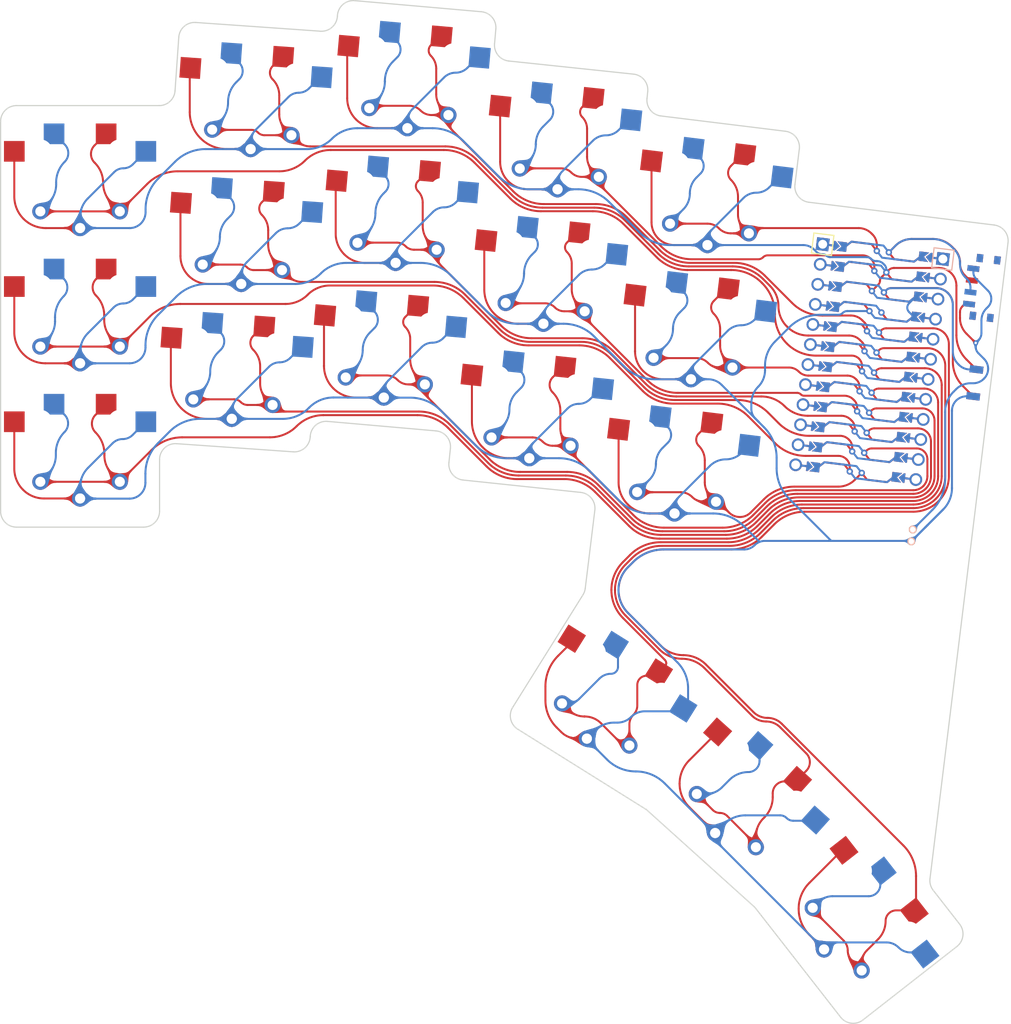
<source format=kicad_pcb>
(kicad_pcb (version 20211014) (generator pcbnew)
  (title_block (title "fudim") (rev "v1.0.0") (company "Unknown"))
  (layers (0 "F.Cu" signal) (31 "B.Cu" signal) (34 "B.Paste" user) (35 "F.Paste" user) (36 "B.SilkS" user "B.Silkscreen") (37 "F.SilkS" user "F.Silkscreen") (38 "B.Mask" user) (39 "F.Mask" user) (44 "Edge.Cuts" user))
  (net 0 "")
  (net 1 "P18")
  (net 2 "GND")
  (net 3 "P9")
  (net 4 "P4")
  (net 5 "P15")
  (net 6 "P8")
  (net 7 "P3")
  (net 8 "P14")
  (net 9 "P7")
  (net 10 "P2")
  (net 11 "P16")
  (net 12 "P6")
  (net 13 "P0")
  (net 14 "P10")
  (net 15 "P5")
  (net 16 "P1")
  (net 17 "P19")
  (net 18 "P20")
  (net 19 "P21")
  (net 20 "RAW")
  (net 21 "RST")
  (net 22 "VCC")
  (net 23 "pos")
  (footprint "lib:bat" (layer "F.Cu") (at 122.677819 10.545706 -7)
    (fp_text reference "")
    (fp_text value "")
  )
  (footprint "PG1350" (layer "F.Cu") (at 101.853109 43.579114 -42)
    (fp_text reference "S33" hide)
    (fp_text value "" hide)
  )
  (footprint "PG1350" (layer "F.Cu") (at 97.654339 -31.819675 173)
    (fp_text reference "S30" hide)
    (fp_text value "" hide)
  )
  (footprint "PG1350" (layer "F.Cu") (at 58.21439 -29.600193 175)
    (fp_text reference "S16" hide)
    (fp_text value "" hide)
  )
  (footprint "PG1350" (layer "F.Cu") (at 76.914492 -21.938628 174)
    (fp_text reference "S22" hide)
    (fp_text value "" hide)
  )
  (footprint "VIA-0.6mm" (layer "F.Cu") (at 130.687284 -13.658602 -7)
    (fp_text reference "REF**" hide)
    (fp_text value "VIA-0.6mm" hide)
  )
  (footprint "PG1350" (layer "F.Cu") (at 116.254716 58.968517 -52)
    (fp_text reference "S35" hide)
    (fp_text value "" hide)
  )
  (footprint "PG1350" (layer "F.Cu") (at 75.137508 -5.031756 174)
    (fp_text reference "S20" hide)
    (fp_text value "" hide)
  )
  (footprint "ProMicro" (layer "F.Cu") (at 117.296706 -11.272719 -97)
    (fp_text reference "MCU1" hide)
    (fp_text value "")
  )
  (footprint "PG1350" (layer "F.Cu") (at 95.58256 -14.94639 -7)
    (fp_text reference "S27" hide)
    (fp_text value "" hide)
  )
  (footprint "PG1350" (layer "F.Cu") (at 78.691475 -38.8455 -6)
    (fp_text reference "S23" hide)
    (fp_text value "" hide)
  )
  (footprint "PG1350" (layer "F.Cu") (at 59.696038 -46.535503 175)
    (fp_text reference "S18" hide)
    (fp_text value "" hide)
  )
  (footprint "PG1350" (layer "F.Cu") (at 84.89197 31.093932 148)
    (fp_text reference "S32" hide)
    (fp_text value "" hide)
  )
  (footprint "PG1350" (layer "F.Cu") (at 18 0 180)
    (fp_text reference "S2" hide)
    (fp_text value "" hide)
  )
  (footprint "PG1350" (layer "F.Cu") (at 38.68586 -26.958589 176)
    (fp_text reference "S10" hide)
    (fp_text value "" hide)
  )
  (footprint "PG1350" (layer "F.Cu") (at 39.87172 -43.917178 176)
    (fp_text reference "S12" hide)
    (fp_text value "" hide)
  )
  (footprint "Button_Switch_SMD:SW_SPST_B3U-1000P" (layer "F.Cu") (at 130.57421 -8.634936 -97)
    (fp_text reference "")
    (fp_text value "")
  )
  (footprint "PG1350" (layer "F.Cu") (at 18 -34 180)
    (fp_text reference "S6" hide)
    (fp_text value "" hide)
  )
  (footprint "PG1350" (layer "F.Cu") (at 56.732743 -12.664883 175)
    (fp_text reference "S14" hide)
    (fp_text value "" hide)
  )
  (footprint "PG1350" (layer "F.Cu") (at 97.654339 -31.819675 -7)
    (fp_text reference "S29" hide)
    (fp_text value "" hide)
  )
  (footprint "PG1350" (layer "F.Cu") (at 18 -34)
    (fp_text reference "S5" hide)
    (fp_text value "" hide)
  )
  (footprint "PG1350" (layer "F.Cu") (at 38.68586 -26.958589 -4)
    (fp_text reference "S9" hide)
    (fp_text value "" hide)
  )
  (footprint "PG1350" (layer "F.Cu") (at 78.691475 -38.8455 174)
    (fp_text reference "S24" hide)
    (fp_text value "" hide)
  )
  (footprint "PG1350" (layer "F.Cu") (at 18 0)
    (fp_text reference "S1" hide)
    (fp_text value "" hide)
  )
  (footprint "PG1350" (layer "F.Cu") (at 39.87172 -43.917178 -4)
    (fp_text reference "S11" hide)
    (fp_text value "" hide)
  )
  (footprint "PG1350" (layer "F.Cu") (at 95.58256 -14.94639 173)
    (fp_text reference "S28" hide)
    (fp_text value "" hide)
  )
  (footprint "PG1350" (layer "F.Cu") (at 59.696038 -46.535503 -5)
    (fp_text reference "S17" hide)
    (fp_text value "" hide)
  )
  (footprint "PG1350" (layer "F.Cu") (at 101.853109 43.579114 138)
    (fp_text reference "S34" hide)
    (fp_text value "" hide)
  )
  (footprint "Button_Switch_SMD:SW_SPDT_PCM12" (layer "F.Cu") (at 131.540369 -20.606425 83)
    (fp_text reference "")
    (fp_text value "")
  )
  (footprint "PG1350" (layer "F.Cu") (at 93.510781 1.926894 173)
    (fp_text reference "S26" hide)
    (fp_text value "" hide)
  )
  (footprint "PG1350" (layer "F.Cu") (at 84.89197 31.093932 -32)
    (fp_text reference "S31" hide)
    (fp_text value "" hide)
  )
  (footprint "PG1350" (layer "F.Cu") (at 37.5 -10 -4)
    (fp_text reference "S7" hide)
    (fp_text value "" hide)
  )
  (footprint "PG1350" (layer "F.Cu") (at 58.21439 -29.600193 -5)
    (fp_text reference "S15" hide)
    (fp_text value "" hide)
  )
  (footprint "PG1350" (layer "F.Cu") (at 76.914492 -21.938628 -6)
    (fp_text reference "S21" hide)
    (fp_text value "" hide)
  )
  (footprint "PG1350" (layer "F.Cu") (at 116.254716 58.968517 128)
    (fp_text reference "S36" hide)
    (fp_text value "" hide)
  )
  (footprint "PG1350" (layer "F.Cu") (at 37.5 -10 176)
    (fp_text reference "S8" hide)
    (fp_text value "" hide)
  )
  (footprint "PG1350" (layer "F.Cu") (at 18 -17)
    (fp_text reference "S3" hide)
    (fp_text value "" hide)
  )
  (footprint "PG1350" (layer "F.Cu") (at 56.732743 -12.664883 -5)
    (fp_text reference "S13" hide)
    (fp_text value "" hide)
  )
  (footprint "PG1350" (layer "F.Cu") (at 75.137508 -5.031756 -6)
    (fp_text reference "S19" hide)
    (fp_text value "" hide)
  )
  (footprint "PG1350" (layer "F.Cu") (at 93.510781 1.926894 -7)
    (fp_text reference "S25" hide)
    (fp_text value "" hide)
  )
  (footprint "PG1350" (layer "F.Cu") (at 18 -17 180)
    (fp_text reference "S4" hide)
    (fp_text value "" hide)
  )
  (gr_line (start 73.073352 34.911035) (end 89.186266 44.979501) (layer "Edge.Cuts") (width 0.15))
  (gr_line (start 70.311653 -53.135406) (end 70.148595 -51.271641) (layer "Edge.Cuts") (width 0.15))
  (gr_line (start 30.139513 -0.991497) (end 44.817826 0.03491) (layer "Edge.Cuts") (width 0.15))
  (gr_line (start 49.130307 -3.793722) (end 62.780668 -2.59947) (layer "Edge.Cuts") (width 0.15))
  (gr_arc (start 30.419253 -52.096473) (mid 31.102263 -53.466379) (end 32.553894 -53.952088) (layer "Edge.Cuts") (width 0.15))
  (gr_arc (start 91.074931 -42.198867) (mid 89.753453 -42.93893) (end 89.329626 -44.393017) (layer "Edge.Cuts") (width 0.15))
  (gr_arc (start 73.073352 34.911035) (mid 72.184451 33.664841) (end 72.437095 32.1551) (layer "Edge.Cuts") (width 0.15))
  (gr_arc (start 28 7.5) (mid 27.414214 8.914214) (end 26 9.5) (layer "Edge.Cuts") (width 0.15))
  (gr_line (start 133.011597 -28.485859) (end 109.686762 -31.349789) (layer "Edge.Cuts") (width 0.15))
  (gr_line (start 89.195125 44.965324) (end 89.186266 44.979501) (layer "Edge.Cuts") (width 0.15))
  (gr_line (start 29.948227 -45.360487) (end 30.419253 -52.096473) (layer "Edge.Cuts") (width 0.15))
  (gr_line (start 50.370054 -54.676154) (end 50.387759 -54.878521) (layer "Edge.Cuts") (width 0.15))
  (gr_line (start 64.408325 1.381874) (end 64.5954 -0.398023) (layer "Edge.Cuts") (width 0.15))
  (gr_line (start 71.931927 -49.108286) (end 87.640671 -47.457231) (layer "Edge.Cuts") (width 0.15))
  (gr_line (start 66.188312 3.579974) (end 80.991486 5.135851) (layer "Edge.Cuts") (width 0.15))
  (gr_arc (start 116.50125 71.466086) (mid 115.026188 71.875157) (end 113.693905 71.121387) (layer "Edge.Cuts") (width 0.15))
  (gr_line (start 81.560201 17.201469) (end 82.767522 7.368633) (layer "Edge.Cuts") (width 0.15))
  (gr_arc (start 66.188312 3.579975) (mid 64.843077 2.849572) (end 64.408325 1.381874) (layer "Edge.Cuts") (width 0.15))
  (gr_arc (start 50.370054 -54.676155) (mid 49.676561 -53.329655) (end 48.238152 -52.855338) (layer "Edge.Cuts") (width 0.15))
  (gr_line (start 8 7.5) (end 8 -41.5) (layer "Edge.Cuts") (width 0.15))
  (gr_line (start 72.437095 32.1551) (end 81.271205 18.017568) (layer "Edge.Cuts") (width 0.15))
  (gr_arc (start 128.66611 59.423819) (mid 129.075181 60.898881) (end 128.321411 62.231164) (layer "Edge.Cuts") (width 0.15))
  (gr_arc (start 8 -41.5) (mid 8.585786 -42.914214) (end 10 -43.5) (layer "Edge.Cuts") (width 0.15))
  (gr_arc (start 62.780667 -2.59947) (mid 64.149605 -1.879237) (end 64.5954 -0.398023) (layer "Edge.Cuts") (width 0.15))
  (gr_arc (start 87.640671 -47.457231) (mid 88.985906 -46.726828) (end 89.420658 -45.25913) (layer "Edge.Cuts") (width 0.15))
  (gr_arc (start 71.931927 -49.108287) (mid 70.597736 -49.825174) (end 70.148595 -51.271641) (layer "Edge.Cuts") (width 0.15))
  (gr_line (start 28 7.5) (end 28 1.003631) (layer "Edge.Cuts") (width 0.15))
  (gr_line (start 89.420658 -45.25913) (end 89.329626 -44.393017) (layer "Edge.Cuts") (width 0.15))
  (gr_line (start 46.960868 -1.940845) (end 46.952467 -1.820705) (layer "Edge.Cuts") (width 0.15))
  (gr_arc (start 125.344815 55.172756) (mid 124.993576 54.47591) (end 124.935745 53.697695) (layer "Edge.Cuts") (width 0.15))
  (gr_arc (start 80.991486 5.13585) (mid 82.347646 5.879865) (end 82.767522 7.368633) (layer "Edge.Cuts") (width 0.15))
  (gr_arc (start 46.960867 -1.940845) (mid 47.657099 -3.322144) (end 49.130307 -3.793722) (layer "Edge.Cuts") (width 0.15))
  (gr_arc (start 109.686762 -31.349789) (mid 108.354479 -32.103558) (end 107.945409 -33.57862) (layer "Edge.Cuts") (width 0.15))
  (gr_line (start 10 9.5) (end 26 9.5) (layer "Edge.Cuts") (width 0.15))
  (gr_arc (start 46.952467 -1.820705) (mid 46.269457 -0.450799) (end 44.817826 0.03491) (layer "Edge.Cuts") (width 0.15))
  (gr_arc (start 102.768467 57.186816) (mid 102.892913 57.309109) (end 103.006227 57.441783) (layer "Edge.Cuts") (width 0.15))
  (gr_line (start 32.553894 -53.952088) (end 48.238152 -52.855338) (layer "Edge.Cuts") (width 0.15))
  (gr_arc (start 28 1.003631) (mid 28.636003 -0.459076) (end 30.139513 -0.991497) (layer "Edge.Cuts") (width 0.15))
  (gr_line (start 10 -43.5) (end 27.953099 -43.5) (layer "Edge.Cuts") (width 0.15))
  (gr_line (start 116.50125 71.466086) (end 128.321411 62.231164) (layer "Edge.Cuts") (width 0.15))
  (gr_line (start 52.55446 -56.696599) (end 68.493575 -55.302107) (layer "Edge.Cuts") (width 0.15))
  (gr_line (start 108.493821 -38.045078) (end 107.945409 -33.57862) (layer "Edge.Cuts") (width 0.15))
  (gr_line (start 89.195125 44.965324) (end 102.768467 57.186816) (layer "Edge.Cuts") (width 0.15))
  (gr_arc (start 50.387759 -54.87852) (mid 51.094573 -56.236298) (end 52.55446 -56.696599) (layer "Edge.Cuts") (width 0.15))
  (gr_arc (start 10 9.5) (mid 8.585786 8.914214) (end 8 7.5) (layer "Edge.Cuts") (width 0.15))
  (gr_line (start 91.074931 -42.198868) (end 106.752467 -40.273908) (layer "Edge.Cuts") (width 0.15))
  (gr_arc (start 81.560201 17.201469) (mid 81.460392 17.625344) (end 81.271205 18.017569) (layer "Edge.Cuts") (width 0.15))
  (gr_arc (start 29.948227 -45.360487) (mid 29.317096 -44.037293) (end 27.953099 -43.5) (layer "Edge.Cuts") (width 0.15))
  (gr_arc (start 106.752466 -40.273909) (mid 108.08475 -39.52014) (end 108.493821 -38.045078) (layer "Edge.Cuts") (width 0.15))
  (gr_line (start 125.344816 55.172757) (end 128.66611 59.423819) (layer "Edge.Cuts") (width 0.15))
  (gr_line (start 124.935745 53.697695) (end 134.75295 -26.257028) (layer "Edge.Cuts") (width 0.15))
  (gr_arc (start 133.011597 -28.485859) (mid 134.34388 -27.73209) (end 134.75295 -26.257028) (layer "Edge.Cuts") (width 0.15))
  (gr_line (start 103.006227 57.441783) (end 113.693905 71.121387) (layer "Edge.Cuts") (width 0.15))
  (gr_arc (start 68.493575 -55.302106) (mid 69.851352 -54.595292) (end 70.311653 -53.135406) (layer "Edge.Cuts") (width 0.15))
  (segment (start 41.877172 -1.79) (end 30.843963 -1.79) (width 0.25) (layer "F.Cu") (net 1))
  (segment (start 117.849577 -7.659127) (end 117.588704 -7.398254) (width 0.25) (layer "F.Cu") (net 1))
  (segment (start 64.293792 -2.986207) (end 69.146207 1.866207) (width 0.25) (layer "F.Cu") (net 1))
  (segment (start 26.996207 -0.196207) (end 23 3.8) (width 0.25) (layer "F.Cu") (net 1))
  (segment (start 60.446036 -4.58) (end 48.612827 -4.58) (width 0.25) (layer "F.Cu") (net 1))
  (segment (start 122.834608 6.21) (end 108.627567 6.21) (width 0.25) (layer "F.Cu") (net 1))
  (segment (start 78.926036 3.459999) (end 72.993963 3.46) (width 0.25) (layer "F.Cu") (net 1))
  (segment (start 23 3.8) (end 13 3.8) (width 0.25) (layer "F.Cu") (net 1))
  (segment (start 19.94875 -4.62375) (end 21.275 -5.95) (width 0.25) (layer "F.Cu") (net 1))
  (segment (start 124.218751 -7.92) (end 118.47938 -7.92) (width 0.25) (layer "F.Cu") (net 1))
  (segment (start 21.06 0.488212) (end 21.06 0.281544) (width 0.25) (layer "F.Cu") (net 1))
  (segment (start 22.03 2.83) (end 23 3.8) (width 0.25) (layer "F.Cu") (net 1))
  (segment (start 103.227396 9.356206) (end 104.779811 7.803792) (width 0.25) (layer "F.Cu") (net 1))
  (segment (start 99.37964 10.95) (end 90.923963 10.95) (width 0.25) (layer "F.Cu") (net 1))
  (segment (start 87.076207 9.356207) (end 82.773792 5.053792) (width 0.25) (layer "F.Cu") (net 1))
  (segment (start 125.96 -6.178751) (end 125.96 3.084608) (width 0.25) (layer "F.Cu") (net 1))
  (arc (start 87.076207 9.356207) (mid 88.841572 10.535786) (end 90.923963 10.95) (width 0.25) (layer "F.Cu") (net 1))
  (arc (start 48.612827 -4.58) (mid 46.790172 -4.217451) (end 45.245 -3.185) (width 0.25) (layer "F.Cu") (net 1))
  (arc (start 45.245 -3.185) (mid 43.699827 -2.152548) (end 41.877172 -1.79) (width 0.25) (layer "F.Cu") (net 1))
  (arc (start 21.06 0.488212) (mid 21.312094 1.755578) (end 22.03 2.83) (width 0.25) (layer "F.Cu") (net 1))
  (arc (start 125.45 -7.41) (mid 124.885098 -7.787455) (end 124.218751 -7.92) (width 0.25) (layer "F.Cu") (net 1))
  (arc (start 125.45 -7.41) (mid 125.827455 -6.845098) (end 125.96 -6.178751) (width 0.25) (layer "F.Cu") (net 1))
  (arc (start 19.94875 -4.62375) (mid 19.488455 -3.512499) (end 19.94875 -2.40125) (width 0.25) (layer "F.Cu") (net 1))
  (arc (start 108.627567 6.21) (mid 106.545176 6.624213) (end 104.779811 7.803792) (width 0.25) (layer "F.Cu") (net 1))
  (arc (start 103.227396 9.356206) (mid 101.46203 10.535786) (end 99.37964 10.95) (width 0.25) (layer "F.Cu") (net 1))
  (arc (start 19.94875 -2.40125) (mid 20.771195 -1.170373) (end 21.06 0.281544) (width 0.25) (layer "F.Cu") (net 1))
  (arc (start 82.773792 5.053792) (mid 81.008426 3.874212) (end 78.926036 3.459999) (width 0.25) (layer "F.Cu") (net 1))
  (arc (start 64.293792 -2.986207) (mid 62.528426 -4.165786) (end 60.446036 -4.58) (width 0.25) (layer "F.Cu") (net 1))
  (arc (start 30.843963 -1.79) (mid 28.761572 -1.375786) (end 26.996207 -0.196207) (width 0.25) (layer "F.Cu") (net 1))
  (arc (start 69.146207 1.866207) (mid 70.911572 3.045786) (end 72.993963 3.46) (width 0.25) (layer "F.Cu") (net 1))
  (arc (start 125.044594 5.294594) (mid 124.030643 5.972093) (end 122.834608 6.21) (width 0.25) (layer "F.Cu") (net 1))
  (arc (start 125.96 3.084608) (mid 125.722093 4.280643) (end 125.044594 5.294594) (width 0.25) (layer "F.Cu") (net 1))
  (arc (start 118.47938 -7.92) (mid 118.138533 -7.852201) (end 117.849577 -7.659127) (width 0.25) (layer "F.Cu") (net 1))
  (segment (start 13.975 2.825) (end 13 3.8) (width 0.25) (layer "B.Cu") (net 1))
  (segment (start 14.95 0.471141) (end 14.95 0.18326) (width 0.25) (layer "B.Cu") (net 1))
  (segment (start 16.04125 -4.63375) (end 14.725 -5.95) (width 0.25) (layer "B.Cu") (net 1))
  (arc (start 16.04125 -2.45125) (mid 15.233606 -1.242526) (end 14.95 0.18326) (width 0.25) (layer "B.Cu") (net 1))
  (arc (start 16.04125 -4.63375) (mid 16.49326 -3.5425) (end 16.04125 -2.45125) (width 0.25) (layer "B.Cu") (net 1))
  (arc (start 14.95 0.471141) (mid 14.696605 1.74504) (end 13.975 2.825) (width 0.25) (layer "B.Cu") (net 1))
  (segment (start 36.440684 -38.03155) (end 39.460157 -38.03155) (width 0.25) (layer "F.Cu") (net 2))
  (segment (start 89.89803 -28.839637) (end 89.89803 -36.550192) (width 0.25) (layer "F.Cu") (net 2))
  (segment (start 55.386198 -40.657954) (end 59.181819 -40.657954) (width 0.25) (layer "F.Cu") (net 2))
  (segment (start 74.315716 -32.977821) (end 78.074757 -32.977821) (width 0.25) (layer "F.Cu") (net 2))
  (segment (start 9.725 -32.069023) (end 9.725 -37.75) (width 0.25) (layer "F.Cu") (net 2))
  (segment (start 50.228856 -33.98828) (end 50.297713 -34.057137) (width 0.25) (layer "F.Cu") (net 2))
  (segment (start 79.706089 24.123909) (end 78.143792 25.686207) (width 0.25) (layer "F.Cu") (net 2))
  (segment (start 80.566431 36.097416) (end 81.765446 36.097416) (width 0.25) (layer "F.Cu") (net 2))
  (segment (start 30.63 -31.169817) (end 30.63 -24.584546) (width 0.25) (layer "F.Cu") (net 2))
  (segment (start 130.716457 -10.387194) (end 129.520694 -11.582958) (width 0.25) (layer "F.Cu") (net 2))
  (segment (start 73.147659 -16.070949) (end 76.297774 -16.070949) (width 0.25) (layer "F.Cu") (net 2))
  (segment (start 79.861569 23.74855) (end 79.861569 23.52867) (width 0.25) (layer "F.Cu") (net 2))
  (segment (start 68.86 -26.162948) (end 68.86 -20.358608) (width 0.25) (layer "F.Cu") (net 2))
  (segment (start 9.725 2.1529) (end 9.725 -3.75) (width 0.25) (layer "F.Cu") (net 2))
  (segment (start 128.26 -20.857265) (end 128.26 -14.626542) (width 0.25) (layer "F.Cu") (net 2))
  (segment (start 52.672109 -6.787334) (end 56.218524 -6.787334) (width 0.25) (layer "F.Cu") (net 2))
  (segment (start 51.61 -44.434152) (end 51.61 -50.703329) (width 0.25) (layer "F.Cu") (net 2))
  (segment (start 85.754472 3.866765) (end 85.754472 -2.803623) (width 0.25) (layer "F.Cu") (net 2))
  (segment (start 29.463372 -14.274728) (end 29.506744 -14.3181) (width 0.25) (layer "F.Cu") (net 2))
  (segment (start 113.98308 50.138997) (end 114.115158 50.138997) (width 0.25) (layer "F.Cu") (net 2))
  (segment (start 94.649879 44.708309) (end 97.905238 47.963668) (width 0.25) (layer "F.Cu") (net 2))
  (segment (start 48.753033 -17.058794) (end 48.816066 -17.121827) (width 0.25) (layer "F.Cu") (net 2))
  (segment (start 87.826251 -12.606627) (end 87.826251 -19.676907) (width 0.25) (layer "F.Cu") (net 2))
  (segment (start 94.649879 38.81821) (end 98.212825 35.255265) (width 0.25) (layer "F.Cu") (net 2))
  (segment (start 33.936369 -4.114372) (end 37.088437 -4.114372) (width 0.25) (layer "F.Cu") (net 2))
  (segment (start 119.726136 -22.8048) (end 119.445993 -22.524657) (width 0.25) (layer "F.Cu") (net 2))
  (segment (start 48.69 -10.769443) (end 48.69 -16.906618) (width 0.25) (layer "F.Cu") (net 2))
  (segment (start 89.670622 7.782916) (end 92.791752 7.782916) (width 0.25) (layer "F.Cu") (net 2))
  (segment (start 119.445993 -22.524657) (end 118.821425 -21.900089) (width 0.25) (layer "F.Cu") (net 2))
  (segment (start 70.853788 -36.439749) (end 70.853788 -43.43993) (width 0.25) (layer "F.Cu") (net 2))
  (segment (start 92.774014 -25.963653) (end 96.93531 -25.963653) (width 0.25) (layer "F.Cu") (net 2))
  (segment (start 68.968402 -26.424655) (end 69.076805 -26.533058) (width 0.25) (layer "F.Cu") (net 2))
  (segment (start 29.42 -8.630741) (end 29.42 -14.170018) (width 0.25) (layer "F.Cu") (net 2))
  (segment (start 130.573868 -10.346132) (end 130.55 -10.37) (width 0.25) (layer "F.Cu") (net 2))
  (segment (start 34.141585 -21.072961) (end 38.274297 -21.072961) (width 0.25) (layer "F.Cu") (net 2))
  (segment (start 77.958708 34.688708) (end 78.519584 35.249584) (width 0.25) (layer "F.Cu") (net 2))
  (segment (start 50.16 -33.822046) (end 50.16 -27.405481) (width 0.25) (layer "F.Cu") (net 2))
  (segment (start 118.458574 -21.024089) (end 117.623804 -20.189319) (width 0.25) (layer "F.Cu") (net 2))
  (segment (start 109.762506 60.757973) (end 111.605453 62.60092) (width 0.25) (layer "F.Cu") (net 2))
  (segment (start 13.694023 -28.1) (end 18 -28.1) (width 0.25) (layer "F.Cu") (net 2))
  (segment (start 53.842837 -23.722644) (end 57.700171 -23.722644) (width 0.25) (layer "F.Cu") (net 2))
  (segment (start 91.34251 -9.090368) (end 94.863531 -9.090368) (width 0.25) (layer "F.Cu") (net 2))
  (segment (start 71.952182 0.835923) (end 74.52079 0.835923) (width 0.25) (layer "F.Cu") (net 2))
  (segment (start 30.661302 -31.245387) (end 30.692604 -31.276689) (width 0.25) (layer "F.Cu") (net 2))
  (segment (start 67.299821 -3.816438) (end 67.299821 -9.626186) (width 0.25) (layer "F.Cu") (net 2))
  (segment (start 13.625738 -11.1) (end 18 -11.1) (width 0.25) (layer "F.Cu") (net 2))
  (segment (start 120.402462 -23.084944) (end 126.032321 -23.084944) (width 0.25) (layer "F.Cu") (net 2))
  (segment (start 51.69468 -50.907766) (end 51.779361 -50.992447) (width 0.25) (layer "F.Cu") (net 2))
  (segment (start 31.8 -48.101331) (end 31.8 -42.672234) (width 0.25) (layer "F.Cu") (net 2))
  (segment (start 31.839232 -48.196046) (end 31.878464 -48.235278) (width 0.25) (layer "F.Cu") (net 2))
  (segment (start 9.725 -15.000738) (end 9.725 -20.75) (width 0.25) (layer "F.Cu") (net 2))
  (segment (start 113.75761 50.232389) (end 109.762506 54.227493) (width 0.25) (layer "F.Cu") (net 2))
  (segment (start 76.55 29.533963) (end 76.55 31.287786) (width 0.25) (layer "F.Cu") (net 2))
  (segment (start 13.472099 5.9) (end 18 5.9) (width 0.25) (layer "F.Cu") (net 2))
  (segment (start 130.689562 -10.322264) (end 130.63149 -10.322264) (width 0.25) (layer "F.Cu") (net 2))
  (arc (start 118.64 -21.462089) (mid 118.592848 -21.225045) (end 118.458574 -21.024089) (width 0.25) (layer "F.Cu") (net 2))
  (arc (start 67.299821 -3.816438) (mid 67.65396 -2.036056) (end 68.662466 -0.526722) (width 0.25) (layer "F.Cu") (net 2))
  (arc (start 10.8675 -12.2425) (mid 12.13299 -11.396926) (end 13.625738 -11.1) (width 0.25) (layer "F.Cu") (net 2))
  (arc (start 9.725 -32.069023) (mid 10.027123 -30.550143) (end 10.8875 -29.2625) (width 0.25) (layer "F.Cu") (net 2))
  (arc (start 127.607528 -22.432472) (mid 128.090428 -21.70976) (end 128.26 -20.857265) (width 0.25) (layer "F.Cu") (net 2))
  (arc (start 68.86 -20.358608) (mid 69.186378 -18.717792) (end 70.115826 -17.326775) (width 0.25) (layer "F.Cu") (net 2))
  (arc (start 30.742814 -5.437186) (mid 32.208029 -4.45816) (end 33.936369 -4.114372) (width 0.25) (layer "F.Cu") (net 2))
  (arc (start 68.662466 -0.526722) (mid 70.1718 0.481783) (end 71.952182 0.835923) (width 0.25) (layer "F.Cu") (net 2))
  (arc (start 68.968402 -26.424655) (mid 68.888172 -26.304583) (end 68.86 -26.162948) (width 0.25) (layer "F.Cu") (net 2))
  (arc (start 88.856139 -10.120256) (mid 89.996895 -9.358027) (end 91.34251 -9.090368) (width 0.25) (layer "F.Cu") (net 2))
  (arc (start 94.649879 38.81821) (mid 93.747036 40.16941) (end 93.43 41.76326) (width 0.25) (layer "F.Cu") (net 2))
  (arc (start 70.853788 -36.439749) (mid 71.117311 -35.114926) (end 71.867763 -33.991796) (width 0.25) (layer "F.Cu") (net 2))
  (arc (start 52.716023 -41.763977) (mid 53.941109 -40.9454) (end 55.386198 -40.657954) (width 0.25) (layer "F.Cu") (net 2))
  (arc (start 120.402462 -23.084944) (mid 120.036437 -23.012136) (end 119.726136 -22.8048) (width 0.25) (layer "F.Cu") (net 2))
  (arc (start 30.63 -24.584546) (mid 30.897303 -23.24072) (end 31.658519 -22.10148) (width 0.25) (layer "F.Cu") (net 2))
  (arc (start 10.8875 -29.2625) (mid 12.175143 -28.402123) (end 13.694023 -28.1) (width 0.25) (layer "F.Cu") (net 2))
  (arc (start 79.861569 23.74855) (mid 79.821161 23.951693) (end 79.706089 24.123909) (width 0.25) (layer "F.Cu") (net 2))
  (arc (start 86.901486 6.635902) (mid 88.171976 7.484816) (end 89.670622 7.782916) (width 0.25) (layer "F.Cu") (net 2))
  (arc (start 50.16 -27.405481) (mid 50.440339 -25.99612) (end 51.238678 -24.801322) (width 0.25) (layer "F.Cu") (net 2))
  (arc (start 71.867763 -33.991796) (mid 72.990893 -33.241344) (end 74.315716 -32.977821) (width 0.25) (layer "F.Cu") (net 2))
  (arc (start 130.716457 -10.387194) (mid 130.724702 -10.345743) (end 130.689562 -10.322264) (width 0.25) (layer "F.Cu") (net 2))
  (arc (start 29.463372 -14.274728) (mid 29.431272 -14.226686) (end 29.42 -14.170018) (width 0.25) (layer "F.Cu") (net 2))
  (arc (start 9.725 2.1529) (mid 10.01023 3.586853) (end 10.8225 4.8025) (width 0.25) (layer "F.Cu") (net 2))
  (arc (start 89.89803 -28.839637) (mid 90.116951 -27.739045) (end 90.740386 -26.806009) (width 0.25) (layer "F.Cu") (net 2))
  (arc (start 128.26 -14.626542) (mid 128.587643 -12.979366) (end 129.520694 -11.582958) (width 0.25) (layer "F.Cu") (net 2))
  (arc (start 50.228856 -33.98828) (mid 50.177895 -33.912011) (end 50.16 -33.822046) (width 0.25) (layer "F.Cu") (net 2))
  (arc (start 70.115826 -17.326775) (mid 71.506843 -16.397327) (end 73.147659 -16.070949) (width 0.25) (layer "F.Cu") (net 2))
  (arc (start 48.69 -10.769443) (mid 48.99312 -9.245556) (end 49.856333 -7.953667) (width 0.25) (layer "F.Cu") (net 2))
  (arc (start 30.661302 -31.245387) (mid 30.638135 -31.210715) (end 30.63 -31.169817) (width 0.25) (layer "F.Cu") (net 2))
  (arc (start 78.519584 35.249584) (mid 79.458685 35.877071) (end 80.566431 36.097416) (width 0.25) (layer "F.Cu") (net 2))
  (arc (start 76.55 31.287786) (mid 76.916111 33.128351) (end 77.958708 34.688708) (width 0.25) (layer "F.Cu") (net 2))
  (arc (start 118.821425 -21.900089) (mid 118.68715 -21.699133) (end 118.64 -21.462089) (width 0.25) (layer "F.Cu") (net 2))
  (arc (start 31.839232 -48.196046) (mid 31.810196 -48.15259) (end 31.8 -48.101331) (width 0.25) (layer "F.Cu") (net 2))
  (arc (start 48.753033 -17.058794) (mid 48.706381 -16.988975) (end 48.69 -16.906618) (width 0.25) (layer "F.Cu") (net 2))
  (arc (start 49.856333 -7.953667) (mid 51.148222 -7.090454) (end 52.672109 -6.787334) (width 0.25) (layer "F.Cu") (net 2))
  (arc (start 113.98308 50.138997) (mid 113.861056 50.163268) (end 113.75761 50.232389) (width 0.25) (layer "F.Cu") (net 2))
  (arc (start 31.8 -42.672234) (mid 32.153251 -40.896321) (end 33.159225 -39.390775) (width 0.25) (layer "F.Cu") (net 2))
  (arc (start 87.826251 -12.606627) (mid 88.09391 -11.261012) (end 88.856139 -10.120256) (width 0.25) (layer "F.Cu") (net 2))
  (arc (start 109.762506 54.227493) (mid 108.761504 55.725597) (end 108.41 57.492733) (width 0.25) (layer "F.Cu") (net 2))
  (arc (start 78.143792 25.686207) (mid 76.964213 27.451572) (end 76.55 29.533963) (width 0.25) (layer "F.Cu") (net 2))
  (arc (start 51.238678 -24.801322) (mid 52.433476 -24.002983) (end 53.842837 -23.722644) (width 0.25) (layer "F.Cu") (net 2))
  (arc (start 93.43 41.76326) (mid 93.747036 43.357109) (end 94.649879 44.708309) (width 0.25) (layer "F.Cu") (net 2))
  (arc (start 9.725 -15.000738) (mid 10.021926 -13.50799) (end 10.8675 -12.2425) (width 0.25) (layer "F.Cu") (net 2))
  (arc (start 127.607528 -22.432472) (mid 126.884816 -22.915372) (end 126.032321 -23.084944) (width 0.25) (layer "F.Cu") (net 2))
  (arc (start 90.740386 -26.806009) (mid 91.673422 -26.182574) (end 92.774014 -25.963653) (width 0.25) (layer "F.Cu") (net 2))
  (arc (start 10.8225 4.8025) (mid 12.038146 5.614769) (end 13.472099 5.9) (width 0.25) (layer "F.Cu") (net 2))
  (arc (start 29.42 -8.630741) (mid 29.763788 -6.902401) (end 30.742814 -5.437186) (width 0.25) (layer "F.Cu") (net 2))
  (arc (start 108.41 57.492733) (mid 108.761504 59.259868) (end 109.762506 60.757973) (width 0.25) (layer "F.Cu") (net 2))
  (arc (start 33.159225 -39.390775) (mid 34.664771 -38.384801) (end 36.440684 -38.03155) (width 0.25) (layer "F.Cu") (net 2))
  (arc (start 85.754472 3.866765) (mid 86.052571 5.365411) (end 86.901486 6.635902) (width 0.25) (layer "F.Cu") (net 2))
  (arc (start 51.69468 -50.907766) (mid 51.632007 -50.813969) (end 51.61 -50.703329) (width 0.25) (layer "F.Cu") (net 2))
  (arc (start 130.573868 -10.346132) (mid 130.600305 -10.328467) (end 130.63149 -10.322264) (width 0.25) (layer "F.Cu") (net 2))
  (arc (start 31.658519 -22.10148) (mid 32.797759 -21.340264) (end 34.141585 -21.072961) (width 0.25) (layer "F.Cu") (net 2))
  (arc (start 51.61 -44.434152) (mid 51.897446 -42.989063) (end 52.716023 -41.763977) (width 0.25) (layer "F.Cu") (net 2))
  (segment (start 58.553934 -23.722644) (end 60.843392 -23.722644) (width 0.25) (layer "B.Cu") (net 2))
  (segment (start 113.109277 61.72) (end 119.459045 61.72) (width 0.25) (layer "B.Cu") (net 2))
  (segment (start 101.701276 45.74) (end 106.079167 45.74) (width 0.25) (layer "B.Cu") (net 2))
  (segment (start 56.213338 -6.787334) (end 51.67629 -6.787334) (width 0.25) (layer "B.Cu") (net 2))
  (segment (start 18 -11.1) (end 24.230001 -11.1) (width 0.25) (layer "B.Cu") (net 2))
  (segment (start 122.307724 -17.540125) (end 122.860604 -16.987246) (width 0.25) (layer "B.Cu") (net 2))
  (segment (start 74.546142 -32.977821) (end 78.074757 -32.977821) (width 0.25) (layer "B.Cu") (net 2))
  (segment (start 18 -29.475) (end 18 -28.1) (width 0.25) (layer "B.Cu") (net 2))
  (segment (start 84.555971 -31.384028) (end 88.382554 -27.557445) (width 0.25) (layer "B.Cu") (net 2))
  (segment (start 82.109715 2.429715) (end 85.869123 6.189123) (width 0.25) (layer "B.Cu") (net 2))
  (segment (start 116.953635 -24.45) (end 112.344558 -24.45) (width 0.25) (layer "B.Cu") (net 2))
  (segment (start 112.87 11.23) (end 112.63 11.23) (width 0.25) (layer "B.Cu") (net 2))
  (segment (start 40.35446 -38.03155) (end 46.534401 -38.03155) (width 0.25) (layer "B.Cu") (net 2))
  (segment (start 85.166581 -24.706581) (end 84.025286 -23.565286) (width 0.25) (layer "B.Cu") (net 2))
  (segment (start 110.373173 -25.386826) (end 110.674228 -25.085771) (width 0.25) (layer "B.Cu") (net 2))
  (segment (start 113.398895 -17.2) (end 111.063963 -17.2) (width 0.25) (layer "B.Cu") (net 2))
  (segment (start 51.486252 -23.722644) (end 56.846407 -23.722644) (width 0.25) (layer "B.Cu") (net 2))
  (segment (start 41.778456 -10.668456) (end 37.747483 -6.637483) (width 0.25) (layer "B.Cu") (net 2))
  (segment (start 119.059243 -23.620755) (end 119.195199 -23.4848) (width 0.25) (layer "B.Cu") (net 2))
  (segment (start 77.136186 -16.070949) (end 75.459361 -16.070949) (width 0.25) (layer "B.Cu") (net 2))
  (segment (start 78.261959 0.835922) (end 75.23921 0.835923) (width 0.25) (layer "B.Cu") (net 2))
  (segment (start 66.674722 -32.614709) (end 66.784735 -32.614709) (width 0.25) (layer "B.Cu") (net 2))
  (segment (start 66.205838 -39.064161) (end 70.698386 -34.571613) (width 0.25) (layer "B.Cu") (net 2))
  (segment (start 87.181554 -41.709984) (end 87.313125 -41.709984) (width 0.25) (layer "B.Cu") (net 2))
  (segment (start 18 4.475) (end 18 5.885857) (width 0.25) (layer "B.Cu") (net 2))
  (segment (start 104.046207 -3.063792) (end 100.142684 -6.967316) (width 0.25) (layer "B.Cu") (net 2))
  (segment (start 62.358082 -40.657954) (end 60.063751 -40.657954) (width 0.25) (layer "B.Cu") (net 2))
  (segment (start 63.791888 -47.031888) (end 59.805439 -43.045439) (width 0.25) (layer "B.Cu") (net 2))
  (segment (start 122.581359 11.285058) (end 122.556359 11.260058) (width 0.25) (layer "B.Cu") (net 2))
  (segment (start 99.493499 -15.183499) (end 95.380837 -11.070837) (width 0.25) (layer "B.Cu") (net 2))
  (segment (start 118.273975 -23.946025) (end 118.170339 -23.946025) (width 0.25) (layer "B.Cu") (net 2))
  (segment (start 98.727316 -8.382684) (end 100.142684 -6.967316) (width 0.25) (layer "B.Cu") (net 2))
  (segment (start 75.459361 -16.070949) (end 73.003014 -16.070949) (width 0.25) (layer "B.Cu") (net 2))
  (segment (start 45.925029 -13.16363) (end 46.016429 -13.16363) (width 0.25) (layer "B.Cu") (net 2))
  (segment (start 37.258629 -21.072961) (end 33.956924 -21.072961) (width 0.25) (layer "B.Cu") (net 2))
  (segment (start 68.148201 -49.550019) (end 68.266383 -49.550019) (width 0.25) (layer "B.Cu") (net 2))
  (segment (start 83.376213 -7.796213) (end 82.166943 -6.586943) (width 0.25) (layer "B.Cu") (net 2))
  (segment (start 124.352399 9.524133) (end 122.59 11.286532) (width 0.25) (layer "B.Cu") (net 2))
  (segment (start 83.617699 -7.89624) (end 83.759158 -7.89624) (width 0.25) (layer "B.Cu") (net 2))
  (segment (start 60.981385 -13.131385) (end 56.777559 -8.927559) (width 0.25) (layer "B.Cu") (net 2))
  (segment (start 97.626138 -25.963653) (end 96.244481 -25.963653) (width 0.25) (layer "B.Cu") (net 2))
  (segment (start 97.626138 -25.963653) (end 108.980591 -25.963653) (width 0.25) (layer "B.Cu") (net 2))
  (segment (start 39.289965 -21.072961) (end 37.258629 -21.072961) (width 0.25) (layer "B.Cu") (net 2))
  (segment (start 40.35446 -38.03155) (end 38.565853 -38.03155) (width 0.25) (layer "B.Cu") (net 2))
  (segment (start 38.565853 -38.03155) (end 33.795513 -38.03155) (width 0.25) (layer "B.Cu") (net 2))
  (segment (start 85.201431 34.08) (end 85.615908 34.08) (width 0.25) (layer "B.Cu") (net 2))
  (segment (start 110.357168 46.42) (end 107.720832 46.42) (width 0.25) (layer "B.Cu") (net 2))
  (segment (start 67.946451 -49.466451) (end 66.728111 -48.248111) (width 0.25) (layer "B.Cu") (net 2))
  (segment (start 22.098508 -1.048508) (end 19.007627 2.042372) (width 0.25) (layer "B.Cu") (net 2))
  (segment (start 60.063751 -40.657954) (end 58.299886 -40.657954) (width 0.25) (layer "B.Cu") (net 2))
  (segment (start 124.236532 63.112752) (end 124.204067 63.080287) (width 0.25) (layer "B.Cu") (net 2))
  (segment (start 97.905238 48.019453) (end 97.905238 48.424453) (width 0.25) (layer "B.Cu") (net 2))
  (segment (start 24.616491 -2.091491) (end 26.275 -3.75) (width 0.25) (layer "B.Cu") (net 2))
  (segment (start 18.972271 -31.822271) (end 22.283864 -35.133864) (width 0.25) (layer "B.Cu") (net 2))
  (segment (start 26.24 -30.476036) (end 26.24 -30.099998) (width 0.25) (layer "B.Cu") (net 2))
  (segment (start 114.529356 -17.668252) (end 117.314256 -17.668252) (width 0.25) (layer "B.Cu") (net 2))
  (segment (start 97.754222 47.924222) (end 91.552601 41.722601) (width 0.25) (layer "B.Cu") (net 2))
  (segment (start 81.796569 36.216569) (end 84.297398 38.717398) (width 0.25) (layer "B.Cu") (net 2))
  (segment (start 79.332929 -5.413056) (end 75.028789 -1.108916) (width 0.25) (layer "B.Cu") (net 2))
  (segment (start 47.122254 -30.122219) (end 47.202289 -30.122219) (width 0.25) (layer "B.Cu") (net 2))
  (segment (start 26.22 3.920001) (end 26.22 2.783963) (width 0.25) (layer "B.Cu") (net 2))
  (segment (start 26.23 -13.35) (end 26.23 -13.099998) (width 0.25) (layer "B.Cu") (net 2))
  (segment (start 102.8565 -16.5765) (end 103.829335 -17.549335) (width 0.25) (layer "B.Cu") (net 2))
  (segment (start 56.218524 -6.792519) (end 56.218524 -7.577929) (width 0.25) (layer "B.Cu") (net 2))
  (segment (start 102.46 -6.073776) (end 102.46 -5.352964) (width 0.25) (layer "B.Cu") (net 2))
  (segment (start 95.595112 -9.090368) (end 94.131949 -9.090368) (width 0.25) (layer "B.Cu") (net 2))
  (segment (start 85.399627 -24.803112) (end 85.536142 -24.803112) (width 0.25) (layer "B.Cu") (net 2))
  (segment (start 44.441543 -11.771543) (end 45.769 -13.099) (width 0.25) (layer "B.Cu") (net 2))
  (segment (start 33.118335 -4.114372) (end 37.088437 -4.114372) (width 0.25) (layer "B.Cu") (net 2))
  (segment (start 24.240001 -28.1) (end 18 -28.1) (width 0.25) (layer "B.Cu") (net 2))
  (segment (start 18.989949 -14.889949) (end 22.216186 -18.116186) (width 0.25) (layer "B.Cu") (net 2))
  (segment (start 58.299886 -40.657954) (end 52.875102 -40.657954) (width 0.25) (layer "B.Cu") (net 2))
  (segment (start 73.80237 0.835922) (end 71.639886 0.835923) (width 0.25) (layer "B.Cu") (net 2))
  (segment (start 94.198382 31.997216) (end 94.077348 32.118251) (width 0.25) (layer "B.Cu") (net 2))
  (segment (start 90.323595 -9.090368) (end 94.131949 -9.090368) (width 0.25) (layer "B.Cu") (net 2))
  (segment (start 104.18 -10.22624) (end 104.18 -10.79) (width 0.25) (layer "B.Cu") (net 2))
  (segment (start 65.206243 -15.679399) (end 65.303088 -15.679399) (width 0.25) (layer "B.Cu") (net 2))
  (segment (start 102.95 -4.17) (end 103.44 -3.68) (width 0.25) (layer "B.Cu") (net 2))
  (segment (start 124.352399 9.524133) (end 126.584133 7.292399) (width 0.25) (layer "B.Cu") (net 2))
  (segment (start 94.077348 32.118251) (end 93.716182 32.479417) (width 0.25) (layer "B.Cu") (net 2))
  (segment (start 93.280216 32.66) (end 89.044091 32.66) (width 0.25) (layer "B.Cu") (net 2))
  (segment (start 104.173675 11.23) (end 112.63 11.23) (width 0.25) (layer "B.Cu") (net 2))
  (segment (start 106.173961 -34.533254) (end 106.324668 -34.533254) (width 0.25) (layer "B.Cu") (net 2))
  (segment (start 49.877334 -6.8) (end 51.645711 -6.8) (width 0.25) (layer "B.Cu") (net 2))
  (segment (start 111.599984 62.579984) (end 98.231062 49.211062) (width 0.25) (layer "B.Cu") (net 2))
  (segment (start 112.63 11.23) (end 112.87 11.23) (width 0.25) (layer "B.Cu") (net 2))
  (segment (start 75.23921 0.835923) (end 73.80237 0.835922) (width 0.25) (layer "B.Cu") (net 2))
  (segment (start 46.757186 -5.457186) (end 46.843235 -5.543235) (width 0.25) (layer "B.Cu") (net 2))
  (segment (start 63.363792 -5.186207) (end 67.79213 -0.757869) (width 0.25) (layer "B.Cu") (net 2))
  (segment (start 127.7 -5.125087) (end 127.7 4.598457) (width 0.25) (layer "B.Cu") (net 2))
  (segment (start 43.515346 -4.114372) (end 37.088437 -4.114372) (width 0.25) (layer "B.Cu") (net 2))
  (segment (start 58.553934 -23.722644) (end 56.846407 -23.722644) (width 0.25) (layer "B.Cu") (net 2))
  (segment (start 112.425147 11.145147) (end 107.233792 5.953792) (width 0.25) (layer "B.Cu") (net 2))
  (segment (start 119.445993 -22.879332) (end 119.445993 -22.524657) (width 0.25) (layer "B.Cu") (net 2))
  (segment (start 46.79033 -45.65033) (end 48.161644 -47.021644) (width 0.25) (layer "B.Cu") (net 2))
  (segment (start 101.506708 9.376708) (end 103.4 11.27) (width 0.25) (layer "B.Cu") (net 2))
  (segment (start 96.244481 -25.963653) (end 92.23031 -25.963653) (width 0.25) (layer "B.Cu") (net 2))
  (segment (start 94.5 31.269047) (end 94.5 29.772799) (width 0.25) (layer "B.Cu") (net 2))
  (segment (start 105.43865 -13.82865) (end 107.216207 -15.606207) (width 0.25) (layer "B.Cu") (net 2))
  (segment (start 111.610921 62.595451) (end 112.045913 62.16046) (width 0.25) (layer "B.Cu") (net 2))
  (segment (start 80.708215 -32.977821) (end 78.074757 -32.977821) (width 0.25) (layer "B.Cu") (net 2))
  (segment (start 130.375743 -6.914256) (end 130.49 -6.8) (width 0.25) (layer "B.Cu") (net 2))
  (segment (start 24.648813 -19.123813) (end 26.275 -20.75) (width 0.25) (layer "B.Cu") (net 2))
  (segment (start 82.682843 -14.477156) (end 86.475839 -10.68416) (width 0.25) (layer "B.Cu") (net 2))
  (segment (start 78.074757 -33.806289) (end 78.074757 -32.977821) (width 0.25) (layer "B.Cu") (net 2))
  (segment (start 48.304478 -47.080808) (end 48.388149 -47.080808) (width 0.25) (layer "B.Cu") (net 2))
  (segment (start 122.500954 62.98) (end 123.961952 62.98) (width 0.25) (layer "B.Cu") (net 2))
  (segment (start 95.595112 -9.090368) (end 97.018815 -9.090368) (width 0.25) (layer "B.Cu") (net 2))
  (segment (start 24.631135 -36.106135) (end 26.275 -37.75) (width 0.25) (layer "B.Cu") (net 2))
  (segment (start 104.096429 -17.659969) (end 104.252889 -17.659969) (width 0.25) (layer "B.Cu") (net 2))
  (segment (start 80.764713 -22.214713) (end 76.890621 -18.340621) (width 0.25) (layer "B.Cu") (net 2))
  (segment (start 130.354712 -6.947608) (end 129.52252 -6.947608) (width 0.25) (layer "B.Cu") (net 2))
  (segment (start 89.716879 7.782916) (end 92.791752 7.782916) (width 0.25) (layer "B.Cu") (net 2))
  (segment (start 40.092525 -40.452525) (end 44.229669 -44.589669) (width 0.25) (layer "B.Cu") (net 2))
  (segment (start 122.307724 -18.645884) (end 123.170152 -19.508313) (width 0.25) (layer "B.Cu") (net 2))
  (segment (start 29.270579 -2.520579) (end 27.813792 -1.063792) (width 0.25) (layer "B.Cu") (net 2))
  (segment (start 110.46656 46.374688) (end 110.511872 46.329377) (width 0.25) (layer "B.Cu") (net 2))
  (segment (start 58.303872 -26.033872) (end 62.38603 -30.11603) (width 0.25) (layer "B.Cu") (net 2))
  (segment (start 97.658952 7.782916) (end 92.791752 7.782916) (width 0.25) (layer "B.Cu") (net 2))
  (segment (start 93.330803 5.719196) (end 97.24112 1.808879) (width 0.25) (layer "B.Cu") (net 2))
  (segment (start 124.372177 63.112752) (end 124.44 63.04493) (width 0.25) (layer "B.Cu") (net 2))
  (segment (start 42.621281 -27.451281) (end 38.992482 -23.822482) (width 0.25) (layer "B.Cu") (net 2))
  (segment (start 101.468248 -31.878248) (end 97.423799 -27.833799) (width 0.25) (layer "B.Cu") (net 2))
  (segment (start 82.528248 -39.088248) (end 78.660572 -35.220572) (width 0.25) (layer "B.Cu") (net 2))
  (segment (start 82.779781 35.083079) (end 81.796569 36.066292) (width 0.25) (layer "B.Cu") (net 2))
  (segment (start 78.835087 -16.070949) (end 77.136186 -16.070949) (width 0.25) (layer "B.Cu") (net 2))
  (segment (start 122.483792 11.23) (end 112.87 11.23) (width 0.25) (layer "B.Cu") (net 2))
  (segment (start 18 -12.5) (end 18 -11.1) (width 0.25) (layer "B.Cu") (net 2))
  (segment (start 101.566324 12.31) (end 91.423963 12.31) (width 0.25) (layer "B.Cu") (net 2))
  (segment (start 65.253969 -31.303969) (end 66.486918 -32.536918) (width 0.25) (layer "B.Cu") (net 2))
  (segment (start 122.581359 11.285058) (end 122.576301 11.28) (width 0.25) (layer "B.Cu") (net 2))
  (segment (start 101.243304 0.15112) (end 102.18111 -0.786685) (width 0.25) (layer "B.Cu") (net 2))
  (segment (start 39.289965 -21.072961) (end 45.089352 -21.072961) (width 0.25) (layer "B.Cu") (net 2))
  (segment (start 27.833792 -34.323792) (end 29.947757 -36.437757) (width 0.25) (layer "B.Cu") (net 2))
  (segment (start 85.771751 -40.431751) (end 86.956949 -41.616949) (width 0.25) (layer "B.Cu") (net 2))
  (segment (start 56.231043 -6.78) (end 59.516036 -6.78) (width 0.25) (layer "B.Cu") (net 2))
  (segment (start 64.691148 -22.128851) (end 69.155258 -17.664741) (width 0.25) (layer "B.Cu") (net 2))
  (segment (start 86.924403 14.555595) (end 87.576207 13.903792) (width 0.25) (layer "B.Cu") (net 2))
  (segment (start 63.678614 -14.248614) (end 65.040919 -15.610919) (width 0.25) (layer "B.Cu") (net 2))
  (segment (start 92.791752 7.020582) (end 92.791752 7.782916) (width 0.25) (layer "B.Cu") (net 2))
  (segment (start 126.584133 7.292399) (end 124.639839 9.236692) (width 0.25) (layer "B.Cu") (net 2))
  (segment (start 111.475441 -24.81) (end 111.34 -24.81) (width 0.25) (layer "B.Cu") (net 2))
  (segment (start 86.924403 20.274403) (end 93.140375 26.490375) (width 0.25) (layer "B.Cu") (net 2))
  (segment (start 105.64 0.783963) (end 105.64 2.106036) (width 0.25) (layer "B.Cu") (net 2))
  (segment (start 104.711751 -33.221751) (end 105.916688 -34.426688) (width 0.25) (layer "B.Cu") (net 2))
  (segment (start 45.608718 -28.688718) (end 46.985625 -30.065625) (width 0.25) (layer "B.Cu") (net 2))
  (segment (start 122.591474 11.285057) (end 124.639839 9.236692) (width 0.25) (layer "B.Cu") (net 2))
  (segment (start 37.088437 -5.046404) (end 37.088437 -4.114372) (width 0.25) (layer "B.Cu") (net 2))
  (segment (start 99.017071 46.851833) (end 97.944683 47.924222) (width 0.25) (layer "B.Cu") (net 2))
  (segment (start 18.034142 5.92) (end 24.220001 5.92) (width 0.25) (layer "B.Cu") (net 2))
  (segment (start 27.82099 -17.19099) (end 30.109168 -19.479168) (width 0.25) (layer "B.Cu") (net 2))
  (arc (start 63.82 -30.71) (mid 63.043941 -30.555632) (end 62.38603 -30.11603) (width 0.25) (layer "B.Cu") (net 2))
  (arc (start 97.754222 47.924222) (mid 97.797914 47.953416) (end 97.849453 47.963668) (width 0.25) (layer "B.Cu") (net 2))
  (arc (start 73.80237 0.835922) (mid 74.310369 0.625502) (end 74.52079 0.117503) (width 0.25) (layer "B.Cu") (net 2))
  (arc (start 122.581359 11.285058) (mid 122.581359 11.285058) (end 122.581359 11.285058) (width 0.25) (layer "B.Cu") (net 2))
  (arc (start 117.561987 -24.198012) (mid 117.282873 -24.38451) (end 116.953635 -24.45) (width 0.25) (layer "B.Cu") (net 2))
  (arc (start 51.661001 -6.793667) (mid 51.653986 -6.798354) (end 51.645711 -6.8) (width 0.25) (layer "B.Cu") (net 2))
  (arc (start 44.441543 -11.771543) (mid 43.830625 -11.363341) (end 43.11 -11.22) (width 0.25) (layer "B.Cu") (net 2))
  (arc (start 68.148201 -49.550019) (mid 68.039014 -49.5283) (end 67.946451 -49.466451) (width 0.25) (layer "B.Cu") (net 2))
  (arc (start 85.201431 34.08) (mid 83.890843 34.340691) (end 82.779781 35.083079) (width 0.25) (layer "B.Cu") (net 2))
  (arc (start 84.555971 -31.384028) (mid 82.790605 -32.563607) (end 80.708215 -32.977821) (width 0.25) (layer "B.Cu") (net 2))
  (arc (start 70.698386 -34.571613) (mid 72.463751 -33.392034) (end 74.546142 -32.977821) (width 0.25) (layer "B.Cu") (net 2))
  (arc (start 95.380837 -11.070837) (mid 94.997974 -10.497842) (end 94.863531 -9.821949) (width 0.25) (layer "B.Cu") (net 2))
  (arc (start 45.51 -45.12) (mid 44.81709 -44.982171) (end 44.229669 -44.589669) (width 0.25) (layer "B.Cu") (net 2))
  (arc (start 59.181819 -41.539886) (mid 59.44013 -40.916265) (end 60.063751 -40.657954) (width 0.25) (layer "B.Cu") (net 2))
  (arc (start 48.287802 -22.397802) (mid 46.82034 -21.417275) (end 45.089352 -21.072961) (width 0.25) (layer "B.Cu") (net 2))
  (arc (start 117.561987 -24.198012) (mid 117.841101 -24.011514) (end 118.170339 -23.946025) (width 0.25) (layer "B.Cu") (net 2))
  (arc (start 65.26 -47.64) (mid 64.465463 -47.481956) (end 63.791888 -47.031888) (width 0.25) (layer "B.Cu") (net 2))
  (arc (start 81.796569 36.066292) (mid 81.773534 36.100766) (end 81.765446 36.141431) (width 0.25) (layer "B.Cu") (net 2))
  (arc (start 93.140375 26.490375) (mid 94.146644 27.996364) (end 94.5 29.772799) (width 0.25) (layer "B.Cu") (net 2))
  (arc (start 33.118335 -4.114372) (mid 31.035944 -3.700158) (end 29.270579 -2.520579) (width 0.25) (layer "B.Cu") (net 2))
  (arc (start 52.875102 -40.657954) (mid 51.15932 -40.316663) (end 49.704752 -39.344752) (width 0.25) (layer "B.Cu") (net 2))
  (arc (start 112.63 11.23) (mid 112.63 11.23) (end 112.63 11.23) (width 0.25) (layer "B.Cu") (net 2))
  (arc (start 86.924403 14.555595) (mid 86.047816 15.867501) (end 85.74 17.415) (width 0.25) (layer "B.Cu") (net 2))
  (arc (start 76.890621 -18.340621) (mid 76.451849 -17.683953) (end 76.297774 -16.909361) (width 0.25) (layer "B.Cu") (net 2))
  (arc (start 120.98 62.35) (mid 121.677819 62.816268) (end 122.500954 62.98) (width 0.25) (layer "B.Cu") (net 2))
  (arc (start 33.795513 -38.03155) (mid 31.713122 -37.617336) (end 29.947757 -36.437757) (width 0.25) (layer "B.Cu") (net 2))
  (arc (start 87.181554 -41.709984) (mid 87.059998 -41.685804) (end 86.956949 -41.616949) (width 0.25) (layer "B.Cu") (net 2))
  (arc (start 97.905238 48.019453) (mid 97.888898 47.980007) (end 97.849453 47.963668) (width 0.25) (layer "B.Cu") (net 2))
  (arc (start 56.213338 -6.787334) (mid 56.217005 -6.788852) (end 56.218524 -6.792519) (width 0.25) (layer "B.Cu") (net 2))
  (arc (start 56.846407 -23.722644) (mid 57.450109 -23.972705) (end 57.700171 -24.576407) (width 0.25) (layer "B.Cu") (net 2))
  (arc (start 102.87 11.77) (mid 102.271868 12.169658) (end 101.566324 12.31) (width 0.25) (layer "B.Cu") (net 2))
  (arc (start 104.096429 -17.659969) (mid 103.951878 -17.631216) (end 103.829335 -17.549335) (width 0.25) (layer "B.Cu") (net 2))
  (arc (start 93.330803 5.719196) (mid 92.931846 6.316277) (end 92.791752 7.020582) (width 0.25) (layer "B.Cu") (net 2))
  (arc (start 74.52079 0.117503) (mid 74.73121 0.625502) (end 75.23921 0.835923) (width 0.25) (layer "B.Cu") (net 2))
  (arc (start 63.363792 -5.186207) (mid 61.598426 -6.365786) (end 59.516036 -6.78) (width 0.25) (layer "B.Cu") (net 2))
  (arc (start 111.599984 62.579984) (mid 111.604031 62.586041) (end 111.605453 62.593186) (width 0.25) (layer "B.Cu") (net 2))
  (arc (start 113.964126 -17.434126) (mid 113.704795 -17.260847) (end 113.398895 -17.2) (width 0.25) (layer "B.Cu") (net 2))
  (arc (start 99.242212 0.98) (mid 98.159229 1.195418) (end 97.24112 1.808879) (width 0.25) (layer "B.Cu") (net 2))
  (arc (start 101.701276 45.74) (mid 100.248595 46.028955) (end 99.017071 46.851833) (width 0.25) (layer "B.Cu") (net 2))
  (arc (start 49.704752 -39.344752) (mid 48.250182 -38.37284) (end 46.534401 -38.03155) (width 0.25) (layer "B.Cu") (net 2))
  (arc (start 66.674722 -32.614709) (mid 66.573083 -32.594491) (end 66.486918 -32.536918) (width 0.25) (layer "B.Cu") (net 2))
  (arc (start 127.7 4.598457) (mid 127.409995 6.056408) (end 126.584133 7.292399) (width 0.25) (layer "B.Cu") (net 2))
  (arc (start 38.274297 -22.088629) (mid 38.571779 -21.370443) (end 39.289965 -21.072961) (width 0.25) (layer "B.Cu") (net 2))
  (arc (start 87.33 33.37) (mid 86.543567 33.895477) (end 85.615908 34.08) (width 0.25) (layer "B.Cu") (net 2))
  (arc (start 101.243304 0.15112) (mid 100.325195 0.764581) (end 99.242212 0.98) (width 0.25) (layer "B.Cu") (net 2))
  (arc (start 106.9 46.08) (mid 107.276601 46.331636) (end 107.720832 46.42) (width 0.25) (layer "B.Cu") (net 2))
  (arc (start 124.639839 9.236692) (mid 124.496119 9.380412) (end 124.352399 9.524133) (width 0.25) (layer "B.Cu") (net 2))
  (arc (start 111.063963 -17.2) (mid 108.981572 -16.785786) (end 107.216207 -15.606207) (width 0.25) (layer "B.Cu") (net 2))
  (arc (start 85.869123 6.189123) (mid 87.634488 7.368702) (end 89.716879 7.782916) (width 0.25) (layer "B.Cu") (net 2))
  (arc (start 110.373173 -25.386826) (mid 109.734251 -25.81374) (end 108.980591 -25.963653) (width 0.25) (layer "B.Cu") (net 2))
  (arc (start 18 5.885857) (mid 18.002598 5.898923) (end 18.01 5.91) (width 0.25) (layer "B.Cu") (net 2))
  (arc (start 19.007627 2.042372) (mid 18.261873 3.158471) (end 18 4.475) (width 0.25) (layer "B.Cu") (net 2))
  (arc (start 119.059243 -23.620755) (mid 118.698959 -23.86149) (end 118.273975 -23.946025) (width 0.25) (layer "B.Cu") (net 2))
  (arc (start 81.765446 36.141431) (mid 81.773534 36.182095) (end 81.796569 36.216569) (width 0.25) (layer "B.Cu") (net 2))
  (arc (start 80.749936 -6) (mid 79.983057 -5.847458) (end 79.332929 -5.413056) (width 0.25) (layer "B.Cu") (net 2))
  (arc (start 124.204067 63.080287) (mid 124.092983 63.006063) (end 123.961952 62.98) (width 0.25) (layer "B.Cu") (net 2))
  (arc (start 104.711751 -33.221751) (mid 103.967685 -32.724582) (end 103.09 -32.55) (width 0.25) (layer "B.Cu") (net 2))
  (arc (start 23.4325 -18.62) (mid 22.774235 -18.489063) (end 22.216186 -18.116186) (width 0.25) (layer "B.Cu") (net 2))
  (arc (start 33.956924 -21.072961) (mid 31.874533 -20.658747) (end 30.109168 -19.479168) (width 0.25) (layer "B.Cu") (net 2))
  (arc (start 46.79033 -45.65033) (mid 46.202909 -45.257828) (end 45.51 -45.12) (width 0.25) (layer "B.Cu") (net 2))
  (arc (start 27.833792 -34.323792) (mid 26.654213 -32.558426) (end 26.24 -30.476036) (width 0.25) (layer "B.Cu") (net 2))
  (arc (start 111.91 -24.63) (mid 111.710622 -24.763219) (end 111.475441 -24.81) (width 0.25) (layer "B.Cu") (net 2))
  (arc (start 102.46 -5.352964) (mid 102.587346 -4.712748) (end 102.95 -4.17) (width 0.25) (layer "B.Cu") (net 2))
  (arc (start 67.79213 -0.757869) (mid 69.557495 0.421709) (end 71.639886 0.835923) (width 0.25) (layer "B.Cu") (net 2))
  (arc (start 110.674228 -25.085771) (mid 110.979686 -24.88167) (end 111.34 -24.81) (width 0.25) (layer "B.Cu") (net 2))
  (arc (start 114.529356 -17.668252) (mid 114.223455 -17.607404) (end 113.964126 -17.434126) (width 0.25) (layer "B.Cu") (net 2))
  (arc (start 24.631135 -36.106135) (mid 24.092666 -35.746342) (end 23.4575 -35.62) (width 0.25) (layer "B.Cu") (net 2))
  (arc (start 119.195199 -23.4848) (mid 119.380813 -23.207008) (end 119.445993 -22.879332) (width 0.25) (layer "B.Cu") (net 2))
  (arc (start 45.608718 -28.688718) (mid 44.923394 -28.230799) (end 44.115 -28.07) (width 0.25) (layer "B.Cu") (net 2))
  (arc (start 85.771751 -40.431751) (mid 85.027685 -39.934582) (end 84.15 -39.76) (width 0.25) (layer "B.Cu") (net 2))
  (arc (start 56.222191 -6.783667) (mid 56.218129 -6.78638) (end 56.213338 -6.787334) (width 0.25) (layer "B.Cu") (net 2))
  (arc (start 94.131949 -9.090368) (mid 94.649255 -9.304643) (end 94.863531 -9.821949) (width 0.25) (layer "B.Cu") (net 2))
  (arc (start 93.716182 32.479417) (mid 93.516159 32.613068) (end 93.280216 32.66) (width 0.25) (layer "B.Cu") (net 2))
  (arc (start 96.244481 -25.963653) (mid 96.73297 -26.165991) (end 96.93531 -26.654481) (width 0.25) (layer "B.Cu") (net 2))
  (arc (start 51.661001 -6.793667) (mid 51.668015 -6.788979) (end 51.67629 -6.787334) (width 0.25) (layer "B.Cu") (net 2))
  (arc (start 23.4575 -35.62) (mid 22.822332 -35.493657) (end 22.283864 -35.133864) (width 0.25) (layer "B.Cu") (net 2))
  (arc (start 128.233804 -6.413804) (mid 127.838731 -5.822535) (end 127.7 -5.125087) (width 0.25) (layer "B.Cu") (net 2))
  (arc (start 37.258629 -21.072961) (mid 37.976814 -21.370443) (end 38.274297 -22.088629) (width 0.25) (layer "B.Cu") (net 2))
  (arc (start 78.660572 -35.220572) (mid 78.227005 -34.571693) (end 78.074757 -33.806289) (width 0.25) (layer "B.Cu") (net 2))
  (arc (start 111.605453 62.593186) (mid 111.60743 62.596145) (end 111.610921 62.595451) (width 0.25) (layer "B.Cu") (net 2))
  (arc (start 102.8565 -16.5765) (mid 102.085021 -16.061014) (end 101.175 -15.88) (width 0.25) (layer "B.Cu") (net 2))
  (arc (start 130.367032 -6.935288) (mid 130.369295 -6.923905) (end 130.375743 -6.914256) (width 0.25) (layer "B.Cu") (net 2))
  (arc (start 97.905238 48.424453) (mid 97.989916 48.850162) (end 98.231062 49.211062) (width 0.25) (layer "B.Cu") (net 2))
  (arc (start 27.82099 -17.19099) (mid 26.643484 -15.428728) (end 26.23 -13.35) (width 0.25) (layer "B.Cu") (net 2))
  (arc (start 56.222191 -6.783667) (mid 56.226252 -6.780953) (end 56.231043 -6.78) (width 0.25) (layer "B.Cu") (net 2))
  (arc (start 129.52252 -6.947608) (mid 128.825072 -6.808876) (end 128.233804 -6.413804) (width 0.25) (layer "B.Cu") (net 2))
  (arc (start 91.423963 12.31) (mid 89.341572 12.724213) (end 87.576207 13.903792) (width 0.25) (layer "B.Cu") (net 2))
  (arc (start 83.617699 -7.89624) (mid 83.487007 -7.870243) (end 83.376213 -7.796213) (width 0.25) (layer "B.Cu") (net 2))
  (arc (start 66.728111 -48.248111) (mid 66.054536 -47.798042) (end 65.26 -47.64) (width 0.25) (layer "B.Cu") (net 2))
  (arc (start 104.18 -10.22624) (mid 103.956491 -9.102582) (end 103.32 -8.15) (width 0.25) (layer "B.Cu") (net 2))
  (arc (start 26.23 -13.099998) (mid 25.644213 -11.685785) (end 24.230001 -11.1) (width 0.25) (layer "B.Cu") (net 2))
  (arc (start 75.459361 -16.070949) (mid 76.052208 -16.316514) (end 76.297774 -16.909361) (width 0.25) (layer "B.Cu") (net 2))
  (arc (start 26.22 3.920001) (mid 25.634213 5.334213) (end 24.220001 5.92) (width 0.25) (layer "B.Cu") (net 2))
  (arc (start 89.044091 32.66) (mid 88.116431 32.844522) (end 87.33 33.37) (width 0.25) (layer "B.Cu") (net 2))
  (arc (start 65.206243 -15.679399) (mid 65.11677 -15.661601) (end 65.040919 -15.610919) (width 0.25) (layer "B.Cu") (net 2))
  (arc (start 122.556359 11.260058) (mid 122.523065 11.237811) (end 122.483792 11.23) (width 0.25) (layer "B.Cu") (net 2))
  (arc (start 82.166943 -6.586943) (mid 81.516814 -6.152541) (end 80.749936 -6) (width 0.25) (layer "B.Cu") (net 2))
  (arc (start 63.678614 -14.248614) (mid 63.059864 -13.835179) (end 62.33 -13.69) (width 0.25) (layer "B.Cu") (net 2))
  (arc (start 24.648813 -19.123813) (mid 24.090764 -18.750936) (end 23.4325 -18.62) (width 0.25) (layer "B.Cu") (net 2))
  (arc (start 23.3575 -1.57) (mid 22.676138 -1.434468) (end 22.098508 -1.048508) (width 0.25) (layer "B.Cu") (net 2))
  (arc (start 56.777559 -8.927559) (mid 56.363812 -8.308343) (end 56.218524 -7.577929) (width 0.25) (layer "B.Cu") (net 2))
  (arc (start 47.122254 -30.122219) (mid 47.048311 -30.10751) (end 46.985625 -30.065625) (width 0.25) (layer "B.Cu") (net 2))
  (arc (start 84.025286 -23.565286) (mid 83.277304 -23.065501) (end 82.395 -22.89) (width 0.25) (layer "B.Cu") (net 2))
  (arc (start 18.989949 -14.889949) (mid 18.257279 -13.793431) (end 18 -12.5) (width 0.25) (layer "B.Cu") (net 2))
  (arc (start 51.486252 -23.722644) (mid 49.755263 -23.378328) (end 48.287802 -22.397802) (width 0.25) (layer "B.Cu") (net 2))
  (arc (start 122.591474 11.285057) (mid 122.586416 11.287152) (end 122.581359 11.285058) (width 0.25) (layer "B.Cu") (net 2))
  (arc (start 57.700171 -24.576407) (mid 57.950232 -23.972705) (end 58.553934 -23.722644) (width 0.25) (layer "B.Cu") (net 2))
  (arc (start 96.93531 -26.654481) (mid 97.137648 -26.165991) (end 97.626138 -25.963653) (width 0.25) (layer "B.Cu") (net 2))
  (arc (start 65.253969 -31.303969) (mid 64.596058 -30.864367) (end 63.82 -30.71) (width 0.25) (layer "B.Cu") (net 2))
  (arc (start 103.32 -8.15) (mid 102.683506 -7.19742) (end 102.46 -6.073776) (width 0.25) (layer "B.Cu") (net 2))
  (arc (start 104.173675 11.23) (mid 103.468131 11.370341) (end 102.87 11.77) (width 0.25) (layer "B.Cu") (net 2))
  (arc (start 94.5 31.269047) (mid 94.421612 31.663129) (end 94.198382 31.997216) (width 0.25) (layer "B.Cu") (net 2))
  (arc (start 82.682843 -14.477156) (mid 80.917477 -15.656735) (end 78.835087 -16.070949) (width 0.25) (layer "B.Cu") (net 2))
  (arc (start 84.297398 38.717398) (mid 85.961755 39.829486) (end 87.925 40.22) (width 0.25) (layer "B.Cu") (net 2))
  (arc (start 64.691148 -22.128851) (mid 62.925782 -23.30843) (end 60.843392 -23.722644) (width 0.25) (layer "B.Cu") (net 2))
  (arc (start 110.46656 46.374688) (mid 110.41637 46.408223) (end 110.357168 46.42) (width 0.25) (layer "B.Cu") (net 2))
  (arc (start 40.092525 -40.452525) (mid 39.624504 -39.752082) (end 39.460157 -38.925853) (width 0.25) (layer "B.Cu") (net 2))
  (arc (start 105.43865 -13.82865) (mid 104.507112 -12.434505) (end 104.18 -10.79) (width 0.25) (layer "B.Cu") (net 2))
  (arc (start 113.109277 61.72) (mid 112.533788 61.834471) (end 112.045913 62.16046) (width 0.25) (layer "B.Cu") (net 2))
  (arc (start 69.155258 -17.664741) (mid 70.920623 -16.485162) (end 73.003014 -16.070949) (width 0.25) (layer "B.Cu") (net 2))
  (arc (start 26.24 -30.099998) (mid 25.654213 -28.685785) (end 24.240001 -28.1) (width 0.25) (layer "B.Cu") (net 2))
  (arc (start 88.382554 -27.557445) (mid 90.147919 -26.377866) (end 92.23031 -25.963653) (width 0.25) (layer "B.Cu") (net 2))
  (arc (start 106.9 46.08) (mid 106.523398 45.828363) (end 106.079167 45.74) (width 0.25) (layer "B.Cu") (net 2))
  (arc (start 130.367032 -6.935288) (mid 130.363423 -6.943999) (end 130.354712 -6.947608) (width 0.25) (layer "B.Cu") (net 2))
  (arc (start 86.475839 -10.68416) (mid 88.241204 -9.504581) (end 90.323595 -9.090368) (width 0.25) (layer "B.Cu") (net 2))
  (arc (start 37.747483 -6.637483) (mid 37.259717 -5.907489) (end 37.088437 -5.046404) (width 0.25) (layer "B.Cu") (net 2))
  (arc (start 38.992482 -23.822482) (mid 38.460947 -23.026983) (end 38.274297 -22.088629) (width 0.25) (layer "B.Cu") (net 2))
  (arc (start 111.91 -24.63) (mid 112.109376 -24.49678) (end 112.344558 -24.45) (width 0.25) (layer "B.Cu") (net 2))
  (arc (start 45.925029 -13.16363) (mid 45.840587 -13.146833) (end 45.769 -13.099) (width 0.25) (layer "B.Cu") (net 2))
  (arc (start 43.11 -11.22) (mid 42.389373 -11.076658) (end 41.778456 -10.668456) (width 0.25) (layer "B.Cu") (net 2))
  (arc (start 56.218524 -6.792519) (mid 56.219477 -6.787728) (end 56.222191 -6.783667) (width 0.25) (layer "B.Cu") (net 2))
  (arc (start 18.972271 -31.822271) (mid 18.252685 -30.745334) (end 18 -29.475) (width 0.25) (layer "B.Cu") (net 2))
  (arc (start 122.307724 -18.645884) (mid 122.078713 -18.093004) (end 122.307724 -17.540125) (width 0.25) (layer "B.Cu") (net 2))
  (arc (start 75.028789 -1.108916) (mid 74.652814 -0.54623) (end 74.52079 0.117503) (width 0.25) (layer "B.Cu") (net 2))
  (arc (start 105.64 2.106036) (mid 106.054213 4.188426) (end 107.233792 5.953792) (width 0.25) (layer "B.Cu") (net 2))
  (arc (start 18.01 5.91) (mid 18.021076 5.917401) (end 18.034142 5.92) (width 0.25) (layer "B.Cu") (net 2))
  (arc (start 59.805439 -43.045439) (mid 59.343892 -42.354685) (end 59.181819 -41.539886) (width 0.25) (layer "B.Cu") (net 2))
  (arc (start 97.944683 47.924222) (mid 97.915489 47.967914) (end 97.905238 48.019453) (width 0.25) (layer "B.Cu") (net 2))
  (arc (start 62.33 -13.69) (mid 61.600135 -13.54482) (end 60.981385 -13.131385) (width 0.25) (layer "B.Cu") (net 2))
  (arc (start 27.813792 -1.063792) (mid 26.634213 0.701572) (end 26.22 2.783963) (width 0.25) (layer "B.Cu") (net 2))
  (arc (start 82.109715 2.429715) (mid 80.344349 1.250135) (end 78.261959 0.835922) (width 0.25) (layer "B.Cu") (net 2))
  (arc (start 85.399627 -24.803112) (mid 85.273503 -24.778024) (end 85.166581 -24.706581) (width 0.25) (layer "B.Cu") (net 2))
  (arc (start 101.175 -15.88) (mid 100.264978 -15.698985) (end 99.493499 -15.183499) (width 0.25) (layer "B.Cu") (net 2))
  (arc (start 39.460157 -38.925853) (mid 39.722092 -38.293485) (end 40.35446 -38.03155) (width 0.25) (layer "B.Cu") (net 2))
  (arc (start 46.757186 -5.457186) (mid 45.269817 -4.463357) (end 43.515346 -4.114372) (width 0.25) (layer "B.Cu") (net 2))
  (arc (start 122.581359 11.285058) (mid 122.586416 11.287152) (end 122.591474 11.285057) (width 0.25) (layer "B.Cu") (net 2))
  (arc (start 38.565853 -38.03155) (mid 39.198221 -38.293485) (end 39.460157 -38.925853) (width 0.25) (layer "B.Cu") (net 2))
  (arc (start 24.616491 -2.091491) (mid 24.038861 -1.705531) (end 23.3575 -1.57) (width 0.25) (layer "B.Cu") (net 2))
  (arc (start 91.552601 41.722601) (mid 89.888243 40.610513) (end 87.925 40.22) (width 0.25) (layer "B.Cu") (net 2))
  (arc (start 112.425147 11.145147) (mid 112.519134 11.207947) (end 112.63 11.23) (width 0.25) (layer "B.Cu") (net 2))
  (arc (start 101.506708 9.376708) (mid 99.741342 8.197129) (end 97.658952 7.782916) (width 0.25) (layer "B.Cu") (net 2))
  (arc (start 58.299886 -40.657954) (mid 58.923506 -40.916265) (end 59.181819 -41.539886) (width 0.25) (layer "B.Cu") (net 2))
  (arc (start 104.046207 -3.063792) (mid 105.225786 -1.298427) (end 105.64 0.783963) (width 0.25) (layer "B.Cu") (net 2))
  (arc (start 84.15 -39.76) (mid 83.272314 -39.585417) (end 82.528248 -39.088248) (width 0.25) (layer "B.Cu") (net 2))
  (arc (start 94.863531 -9.821949) (mid 95.077806 -9.304643) (end 95.595112 -9.090368) (width 0.25) (layer "B.Cu") (net 2))
  (arc (start 49.877334 -6.8) (mid 48.235291 -6.473377) (end 46.843235 -5.543235) (width 0.25) (layer "B.Cu") (net 2))
  (arc (start 124.236532 63.112752) (mid 124.304354 63.140845) (end 124.372177 63.112752) (width 0.25) (layer "B.Cu") (net 2))
  (arc (start 103.09 -32.55) (mid 102.212314 -32.375417) (end 101.468248 -31.878248) (width 0.25) (layer "B.Cu") (net 2))
  (arc (start 97.849453 47.963668) (mid 97.900991 47.953416) (end 97.944683 47.924222) (width 0.25) (layer "B.Cu") (net 2))
  (arc (start 58.303872 -26.033872) (mid 57.857067 -25.365181) (end 57.700171 -24.576407) (width 0.25) (layer "B.Cu") (net 2))
  (arc (start 82.395 -22.89) (mid 81.512695 -22.714498) (end 80.764713 -22.214713) (width 0.25) (layer "B.Cu") (net 2))
  (arc (start 48.304478 -47.080808) (mid 48.227176 -47.065431) (end 48.161644 -47.021644) (width 0.25) (layer "B.Cu") (net 2))
  (arc (start 76.297774 -16.909361) (mid 76.543339 -16.316514) (end 77.136186 -16.070949) (width 0.25) (layer "B.Cu") (net 2))
  (arc (start 85.74 17.415) (mid 86.047816 18.962497) (end 86.924403 20.274403) (width 0.25) (layer "B.Cu") (net 2))
  (arc (start 44.115 -28.07) (mid 43.306605 -27.9092) (end 42.621281 -27.451281) (width 0.25) (layer "B.Cu") (net 2))
  (arc (start 98.727316 -8.382684) (mid 97.943449 -8.906446) (end 97.018815 -9.090368) (width 0.25) (layer "B.Cu") (net 2))
  (arc (start 106.173961 -34.533254) (mid 106.034725 -34.505558) (end 105.916688 -34.426688) (width 0.25) (layer "B.Cu") (net 2))
  (arc (start 97.423799 -27.833799) (mid 97.062264 -27.292723) (end 96.93531 -26.654481) (width 0.25) (layer "B.Cu") (net 2))
  (arc (start 120.98 62.35) (mid 120.28218 61.883731) (end 119.459045 61.72) (width 0.25) (layer "B.Cu") (net 2))
  (arc (start 66.205838 -39.064161) (mid 64.440472 -40.24374) (end 62.358082 -40.657954) (width 0.25) (layer "B.Cu") (net 2))
  (segment (start 43.839512 -18.56) (end 30.613963 -18.56) (width 0.25) (layer "F.Cu") (net 3))
  (segment (start 26.766207 -16.966207) (end 23.003535 -13.203535) (width 0.25) (layer "F.Cu") (net 3))
  (segment (start 74.437377 -13.35) (end 80.816036 -13.35) (width 0.25) (layer "F.Cu") (net 3))
  (segment (start 84.663792 -11.756207) (end 88.796207 -7.623792) (width 0.25) (layer "F.Cu") (net 3))
  (segment (start 98.216036 -6.03) (end 92.643963 -6.03) (width 0.25) (layer "F.Cu") (net 3))
  (segment (start 102.063792 -4.436207) (end 105.445713 -1.054286) (width 0.25) (layer "F.Cu") (net 3))
  (segment (start 49.440487 -20.88) (end 62.39945 -20.88) (width 0.25) (layer "F.Cu") (net 3))
  (segment (start 114.441037 0.981037) (end 114.418688 0.958688) (width 0.25) (layer "F.Cu") (net 3))
  (segment (start 20.00625 -21.68125) (end 21.275 -22.95) (width 0.25) (layer "F.Cu") (net 3))
  (segment (start 22.986464 -13.203535) (end 22.015 -14.175) (width 0.25) (layer "F.Cu") (net 3))
  (segment (start 113.406692 0.539505) (end 109.293469 0.539506) (width 0.25) (layer "F.Cu") (net 3))
  (segment (start 114.837871 1.939078) (end 114.837871 2.500286) (width 0.25) (layer "F.Cu") (net 3))
  (segment (start 70.589621 -14.943792) (end 66.247206 -19.286207) (width 0.25) (layer "F.Cu") (net 3))
  (segment (start 22.995 -13.2) (end 13 -13.2) (width 0.25) (layer "F.Cu") (net 3))
  (segment (start 21.04 -17.118056) (end 21.04 -16.528858) (width 0.25) (layer "F.Cu") (net 3))
  (arc (start 30.613963 -18.56) (mid 28.531572 -18.145786) (end 26.766207 -16.966207) (width 0.25) (layer "F.Cu") (net 3))
  (arc (start 46.64 -19.72) (mid 45.355125 -18.861474) (end 43.839512 -18.56) (width 0.25) (layer "F.Cu") (net 3))
  (arc (start 21.04 -16.528858) (mid 21.293394 -15.254959) (end 22.015 -14.175) (width 0.25) (layer "F.Cu") (net 3))
  (arc (start 102.063792 -4.436207) (mid 100.298426 -5.615786) (end 98.216036 -6.03) (width 0.25) (layer "F.Cu") (net 3))
  (arc (start 88.796207 -7.623792) (mid 90.561572 -6.444213) (end 92.643963 -6.03) (width 0.25) (layer "F.Cu") (net 3))
  (arc (start 49.440487 -20.88) (mid 47.924874 -20.578525) (end 46.64 -19.72) (width 0.25) (layer "F.Cu") (net 3))
  (arc (start 84.663792 -11.756207) (mid 82.898426 -12.935786) (end 80.816036 -13.35) (width 0.25) (layer "F.Cu") (net 3))
  (arc (start 114.441037 0.981037) (mid 114.734737 1.42059) (end 114.837871 1.939078) (width 0.25) (layer "F.Cu") (net 3))
  (arc (start 66.247206 -19.286207) (mid 64.48184 -20.465786) (end 62.39945 -20.88) (width 0.25) (layer "F.Cu") (net 3))
  (arc (start 23.003535 -13.203535) (mid 22.999619 -13.200918) (end 22.995 -13.2) (width 0.25) (layer "F.Cu") (net 3))
  (arc (start 70.589621 -14.943792) (mid 72.354986 -13.764213) (end 74.437377 -13.35) (width 0.25) (layer "F.Cu") (net 3))
  (arc (start 114.418688 0.958688) (mid 113.95438 0.648447) (end 113.406692 0.539505) (width 0.25) (layer "F.Cu") (net 3))
  (arc (start 22.986464 -13.203535) (mid 22.99038 -13.200918) (end 22.995 -13.2) (width 0.25) (layer "F.Cu") (net 3))
  (arc (start 20.00625 -21.68125) (mid 19.578056 -20.6475) (end 20.00625 -19.61375) (width 0.25) (layer "F.Cu") (net 3))
  (arc (start 105.445713 -1.054286) (mid 107.211078 0.125292) (end 109.293469 0.539506) (width 0.25) (layer "F.Cu") (net 3))
  (arc (start 20.00625 -19.61375) (mid 20.771337 -18.468716) (end 21.04 -17.118056) (width 0.25) (layer "F.Cu") (net 3))
  (arc (start 22.995 -13.2) (mid 22.995 -13.2) (end 22.995 -13.2) (width 0.25) (layer "F.Cu") (net 3))
  (arc (start 22.995 -13.2) (mid 22.999619 -13.200918) (end 23.003535 -13.203535) (width 0.25) (layer "F.Cu") (net 3))
  (segment (start 13.925 -14.125) (end 13 -13.2) (width 0.25) (layer "B.Cu") (net 3))
  (segment (start 14.85 -16.889668) (end 14.85 -16.358147) (width 0.25) (layer "B.Cu") (net 3))
  (segment (start 15.94625 -21.72875) (end 14.725 -22.95) (width 0.25) (layer "B.Cu") (net 3))
  (arc (start 15.94625 -19.53625) (mid 15.134906 -18.321987) (end 14.85 -16.889668) (width 0.25) (layer "B.Cu") (net 3))
  (arc (start 15.94625 -21.72875) (mid 16.400331 -20.6325) (end 15.94625 -19.53625) (width 0.25) (layer "B.Cu") (net 3))
  (arc (start 14.85 -16.358147) (mid 14.6096 -15.149576) (end 13.925 -14.125) (width 0.25) (layer "B.Cu") (net 3))
  (segment (start 94.413963 -22.83) (end 99.913244 -22.83) (width 0.25) (layer "F.Cu") (net 4))
  (segment (start 116.385612 -10.748896) (end 116.385612 -10.10505) (width 0.25) (layer "F.Cu") (net 4))
  (segment (start 110.582581 -12.06583) (end 115.068678 -12.06583) (width 0.25) (layer "F.Cu") (net 4))
  (segment (start 43.064953 -35.24) (end 30.293963 -35.24) (width 0.25) (layer "F.Cu") (net 4))
  (segment (start 19.82 -38.495) (end 21.275 -39.95) (width 0.25) (layer "F.Cu") (net 4))
  (segment (start 19.819999 -36.334999) (end 19.858785 -36.296214) (width 0.25) (layer "F.Cu") (net 4))
  (segment (start 90.566207 -24.423792) (end 86.363792 -28.626207) (width 0.25) (layer "F.Cu") (net 4))
  (segment (start 22.996464 -30.213535) (end 21.941214 -31.268785) (width 0.25) (layer "F.Cu") (net 4))
  (segment (start 103.833531 -21.163675) (end 103.761 -21.236207) (width 0.25) (layer "F.Cu") (net 4))
  (segment (start 67.624164 -36.326207) (end 72.136579 -31.813792) (width 0.25) (layer "F.Cu") (net 4))
  (segment (start 105.42 -17.228411) (end 105.42 -17.333604) (width 0.25) (layer "F.Cu") (net 4))
  (segment (start 49.535046 -37.92) (end 63.776408 -37.92) (width 0.25) (layer "F.Cu") (net 4))
  (segment (start 75.984335 -30.22) (end 82.516036 -30.22) (width 0.25) (layer "F.Cu") (net 4))
  (segment (start 22.995 -30.2) (end 13 -30.2) (width 0.25) (layer "F.Cu") (net 4))
  (segment (start 26.446207 -33.646207) (end 23.003535 -30.203535) (width 0.25) (layer "F.Cu") (net 4))
  (arc (start 22.996464 -30.213535) (mid 22.999081 -30.209619) (end 23 -30.205) (width 0.25) (layer "F.Cu") (net 4))
  (arc (start 49.535046 -37.92) (mid 47.784251 -37.571745) (end 46.3 -36.58) (width 0.25) (layer "F.Cu") (net 4))
  (arc (start 103.833531 -21.163675) (mid 105.00769 -19.406423) (end 105.42 -17.333604) (width 0.25) (layer "F.Cu") (net 4))
  (arc (start 103.761 -21.236207) (mid 101.995634 -22.415786) (end 99.913244 -22.83) (width 0.25) (layer "F.Cu") (net 4))
  (arc (start 105.42 -17.228411) (mid 105.812978 -15.252776) (end 106.932085 -13.577915) (width 0.25) (layer "F.Cu") (net 4))
  (arc (start 19.82 -38.495) (mid 19.372649 -37.414999) (end 19.819999 -36.334999) (width 0.25) (layer "F.Cu") (net 4))
  (arc (start 72.136579 -31.813792) (mid 73.901944 -30.634213) (end 75.984335 -30.22) (width 0.25) (layer "F.Cu") (net 4))
  (arc (start 23.003535 -30.203535) (mid 22.999619 -30.200918) (end 22.995 -30.2) (width 0.25) (layer "F.Cu") (net 4))
  (arc (start 23 -30.205) (mid 23.001278 -30.203086) (end 23.003535 -30.203535) (width 0.25) (layer "F.Cu") (net 4))
  (arc (start 20.9 -33.7825) (mid 21.170602 -32.422087) (end 21.941214 -31.268785) (width 0.25) (layer "F.Cu") (net 4))
  (arc (start 30.293963 -35.24) (mid 28.211572 -34.825786) (end 26.446207 -33.646207) (width 0.25) (layer "F.Cu") (net 4))
  (arc (start 67.624164 -36.326207) (mid 65.858798 -37.505786) (end 63.776408 -37.92) (width 0.25) (layer "F.Cu") (net 4))
  (arc (start 22.995 -30.2) (mid 22.998535 -30.201464) (end 23 -30.205) (width 0.25) (layer "F.Cu") (net 4))
  (arc (start 86.363792 -28.626207) (mid 84.598426 -29.805786) (end 82.516036 -30.22) (width 0.25) (layer "F.Cu") (net 4))
  (arc (start 115.999891 -11.680109) (mid 115.572646 -11.965584) (end 115.068678 -12.06583) (width 0.25) (layer "F.Cu") (net 4))
  (arc (start 19.858785 -36.296214) (mid 20.629397 -35.142912) (end 20.9 -33.7825) (width 0.25) (layer "F.Cu") (net 4))
  (arc (start 46.3 -36.58) (mid 44.815747 -35.588254) (end 43.064953 -35.24) (width 0.25) (layer "F.Cu") (net 4))
  (arc (start 90.566207 -24.423792) (mid 92.331572 -23.244213) (end 94.413963 -22.83) (width 0.25) (layer "F.Cu") (net 4))
  (arc (start 115.999891 -11.680109) (mid 116.285366 -11.252864) (end 116.385612 -10.748896) (width 0.25) (layer "F.Cu") (net 4))
  (arc (start 106.932085 -13.577915) (mid 108.606946 -12.458808) (end 110.582581 -12.06583) (width 0.25) (layer "F.Cu") (net 4))
  (segment (start 16.07125 -38.60375) (end 14.725 -39.95) (width 0.25) (layer "B.Cu") (net 4))
  (segment (start 14.99 -33.597142) (end 14.99 -33.830881) (width 0.25) (layer "B.Cu") (net 4))
  (segment (start 13.995 -31.195) (end 13 -30.2) (width 0.25) (layer "B.Cu") (net 4))
  (arc (start 16.07125 -36.44125) (mid 15.271007 -35.243602) (end 14.99 -33.830881) (width 0.25) (layer "B.Cu") (net 4))
  (arc (start 14.99 -33.597142) (mid 14.731407 -32.297112) (end 13.995 -31.195) (width 0.25) (layer "B.Cu") (net 4))
  (arc (start 16.07125 -38.60375) (mid 16.519118 -37.5225) (end 16.07125 -36.44125) (width 0.25) (layer "B.Cu") (net 4))
  (segment (start 82.960188 4.603792) (end 87.232603 8.876207) (width 0.25) (layer "F.Cu") (net 5))
  (segment (start 64.480188 -3.436207) (end 69.332603 1.416207) (width 0.25) (layer "F.Cu") (net 5))
  (segment (start 117.555563 -5.153593) (end 117.279156 -4.877186) (width 0.25) (layer "F.Cu") (net 5))
  (segment (start 123.956532 -5.43) (end 118.222868 -5.43) (width 0.25) (layer "F.Cu") (net 5))
  (segment (start 108.441171 5.76) (end 122.834608 5.76) (width 0.25) (layer "F.Cu") (net 5))
  (segment (start 79.112432 3.009999) (end 73.180359 3.01) (width 0.25) (layer "F.Cu") (net 5))
  (segment (start 60.632432 -5.03) (end 43.640453 -5.03) (width 0.25) (layer "F.Cu") (net 5))
  (segment (start 40.66 -10.686098) (end 40.66 -8.528248) (width 0.25) (layer "F.Cu") (net 5))
  (segment (start 32.253085 -6.564019) (end 32.247105 -6.558039) (width 0.25) (layer "F.Cu") (net 5))
  (segment (start 103.071 8.876206) (end 104.593415 7.353792) (width 0.25) (layer "F.Cu") (net 5))
  (segment (start 40.877497 -15.627497) (end 39.7875 -14.5375) (width 0.25) (layer "F.Cu") (net 5))
  (segment (start 41.441373 -6.641847) (end 41.807509 -6.275711) (width 0.25) (layer "F.Cu") (net 5))
  (segment (start 125.51 3.084608) (end 125.51 -3.876532) (width 0.25) (layer "F.Cu") (net 5))
  (segment (start 32.267523 -6.57) (end 37.368289 -6.57) (width 0.25) (layer "F.Cu") (net 5))
  (segment (start 39.081236 -5.860474) (end 41.635512 -5.860474) (width 0.25) (layer "F.Cu") (net 5))
  (segment (start 41.069563 -15.707054) (end 41.182073 -15.707054) (width 0.25) (layer "F.Cu") (net 5))
  (segment (start 41.807509 -6.275711) (end 42.637983 -5.445237) (width 0.25) (layer "F.Cu") (net 5))
  (segment (start 91.080359 10.47) (end 99.223244 10.47) (width 0.25) (layer "F.Cu") (net 5))
  (arc (start 108.441171 5.76) (mid 106.35878 6.174213) (end 104.593415 7.353792) (width 0.25) (layer "F.Cu") (net 5))
  (arc (start 124.726396 4.976396) (mid 123.858436 5.556347) (end 122.834608 5.76) (width 0.25) (layer "F.Cu") (net 5))
  (arc (start 41.635512 -5.860474) (mid 41.860236 -6.01063) (end 41.807509 -6.275711) (width 0.25) (layer "F.Cu") (net 5))
  (arc (start 87.232603 8.876207) (mid 88.997968 10.055786) (end 91.080359 10.47) (width 0.25) (layer "F.Cu") (net 5))
  (arc (start 125.51 3.084608) (mid 125.306347 4.108436) (end 124.726396 4.976396) (width 0.25) (layer "F.Cu") (net 5))
  (arc (start 82.960188 4.603792) (mid 81.194822 3.424212) (end 79.112432 3.009999) (width 0.25) (layer "F.Cu") (net 5))
  (arc (start 38.224763 -6.215237) (mid 38.617716 -5.952673) (end 39.081236 -5.860474) (width 0.25) (layer "F.Cu") (net 5))
  (arc (start 125.055 -4.975) (mid 124.551018 -5.311749) (end 123.956532 -5.43) (width 0.25) (layer "F.Cu") (net 5))
  (arc (start 42.637983 -5.445237) (mid 43.09792 -5.137916) (end 43.640453 -5.03) (width 0.25) (layer "F.Cu") (net 5))
  (arc (start 38.224763 -6.215237) (mid 37.831809 -6.4778) (end 37.368289 -6.57) (width 0.25) (layer "F.Cu") (net 5))
  (arc (start 64.480188 -3.436207) (mid 62.714822 -4.615786) (end 60.632432 -5.03) (width 0.25) (layer "F.Cu") (net 5))
  (arc (start 69.332603 1.416207) (mid 71.097968 2.595786) (end 73.180359 3.01) (width 0.25) (layer "F.Cu") (net 5))
  (arc (start 32.267523 -6.57) (mid 32.259709 -6.568445) (end 32.253085 -6.564019) (width 0.25) (layer "F.Cu") (net 5))
  (arc (start 42.637983 -5.445237) (mid 42.178045 -5.752557) (end 41.635512 -5.860474) (width 0.25) (layer "F.Cu") (net 5))
  (arc (start 39.7875 -14.5375) (mid 39.426098 -13.665) (end 39.7875 -12.7925) (width 0.25) (layer "F.Cu") (net 5))
  (arc (start 125.055 -4.975) (mid 125.391749 -4.471018) (end 125.51 -3.876532) (width 0.25) (layer "F.Cu") (net 5))
  (arc (start 40.66 -8.528248) (mid 40.863072 -7.507335) (end 41.441373 -6.641847) (width 0.25) (layer "F.Cu") (net 5))
  (arc (start 103.071 8.876206) (mid 101.305634 10.055786) (end 99.223244 10.47) (width 0.25) (layer "F.Cu") (net 5))
  (arc (start 39.7875 -12.7925) (mid 40.433244 -11.826074) (end 40.66 -10.686098) (width 0.25) (layer "F.Cu") (net 5))
  (arc (start 41.069563 -15.707054) (mid 40.965617 -15.686377) (end 40.877497 -15.627497) (width 0.25) (layer "F.Cu") (net 5))
  (arc (start 118.222868 -5.43) (mid 117.861725 -5.358164) (end 117.555563 -5.153593) (width 0.25) (layer "F.Cu") (net 5))
  (segment (start 34.712371 -15.917628) (end 35.704014 -14.925985) (width 0.25) (layer "B.Cu") (net 5))
  (segment (start 34.648029 -16.072965) (end 34.648029 -16.163959) (width 0.25) (layer "B.Cu") (net 5))
  (segment (start 35.369619 -12.479619) (end 35.704014 -12.814014) (width 0.25) (layer "B.Cu") (net 5))
  (segment (start 33.39038 -7.701314) (end 32.247105 -6.558039) (width 0.25) (layer "B.Cu") (net 5))
  (arc (start 34.648029 -16.072965) (mid 34.66475 -15.988897) (end 34.712371 -15.917628) (width 0.25) (layer "B.Cu") (net 5))
  (arc (start 34.38 -10.090467) (mid 34.122806 -8.797466) (end 33.39038 -7.701314) (width 0.25) (layer "B.Cu") (net 5))
  (arc (start 35.369619 -12.479619) (mid 34.637193 -11.383466) (end 34.38 -10.090467) (width 0.25) (layer "B.Cu") (net 5))
  (arc (start 35.704014 -14.925985) (mid 36.141417 -13.869999) (end 35.704014 -12.814014) (width 0.25) (layer "B.Cu") (net 5))
  (segment (start 43.490747 -22.736921) (end 44.153137 -22.074531) (width 0.25) (layer "F.Cu") (net 6))
  (segment (start 33.436279 -23.513314) (end 33.432965 -23.516628) (width 0.25) (layer "F.Cu") (net 6))
  (segment (start 42.539302 -23.920696) (end 43.326464 -23.133535) (width 0.25) (layer "F.Cu") (net 6))
  (segment (start 115.147419 -0.551681) (end 115.147419 -0.020781) (width 0.25) (layer "F.Cu") (net 6))
  (segment (start 113.612764 -1.981561) (end 109.732402 -1.981561) (width 0.25) (layer "F.Cu") (net 6))
  (segment (start 43.29244 -22.819063) (end 39.839503 -22.819063) (width 0.25) (layer "F.Cu") (net 6))
  (segment (start 66.433602 -19.736207) (end 70.776017 -15.393792) (width 0.25) (layer "F.Cu") (net 6))
  (segment (start 33.444279 -23.51) (end 38.171433 -23.51) (width 0.25) (layer "F.Cu") (net 6))
  (segment (start 114.772016 -1.457983) (end 114.697929 -1.532071) (width 0.25) (layer "F.Cu") (net 6))
  (segment (start 74.623773 -13.8) (end 81.002432 -13.8) (width 0.25) (layer "F.Cu") (net 6))
  (segment (start 41.67 -27.832164) (end 41.67 -26.01938) (width 0.25) (layer "F.Cu") (net 6))
  (segment (start 104.573792 -4.886206) (end 105.884646 -3.575353) (width 0.25) (layer "F.Cu") (net 6))
  (segment (start 40.8725 -31.3525) (end 42.121193 -32.601193) (width 0.25) (layer "F.Cu") (net 6))
  (segment (start 88.982603 -8.073792) (end 84.850188 -12.206207) (width 0.25) (layer "F.Cu") (net 6))
  (segment (start 62.585846 -21.33) (end 45.950595 -21.33) (width 0.25) (layer "F.Cu") (net 6))
  (segment (start 100.726036 -6.48) (end 92.830359 -6.48) (width 0.25) (layer "F.Cu") (net 6))
  (segment (start 42.276788 -32.665643) (end 42.367933 -32.665643) (width 0.25) (layer "F.Cu") (net 6))
  (arc (start 84.850188 -12.206207) (mid 83.084822 -13.385786) (end 81.002432 -13.8) (width 0.25) (layer "F.Cu") (net 6))
  (arc (start 104.573792 -4.886206) (mid 102.808426 -6.065786) (end 100.726036 -6.48) (width 0.25) (layer "F.Cu") (net 6))
  (arc (start 40.8725 -29.7575) (mid 41.462736 -28.874148) (end 41.67 -27.832164) (width 0.25) (layer "F.Cu") (net 6))
  (arc (start 43.326464 -23.133535) (mid 43.387257 -23.042551) (end 43.408606 -22.935228) (width 0.25) (layer "F.Cu") (net 6))
  (arc (start 43.490747 -22.736921) (mid 43.399763 -22.797714) (end 43.29244 -22.819063) (width 0.25) (layer "F.Cu") (net 6))
  (arc (start 43.29244 -22.819063) (mid 43.374581 -22.853086) (end 43.408606 -22.935228) (width 0.25) (layer "F.Cu") (net 6))
  (arc (start 42.276788 -32.665643) (mid 42.19258 -32.648892) (end 42.121193 -32.601193) (width 0.25) (layer "F.Cu") (net 6))
  (arc (start 39.005468 -23.164531) (mid 38.622809 -23.420215) (end 38.171433 -23.51) (width 0.25) (layer "F.Cu") (net 6))
  (arc (start 39.005468 -23.164531) (mid 39.388126 -22.908847) (end 39.839503 -22.819063) (width 0.25) (layer "F.Cu") (net 6))
  (arc (start 41.67 -26.01938) (mid 41.895924 -24.88358) (end 42.539302 -23.920696) (width 0.25) (layer "F.Cu") (net 6))
  (arc (start 43.408606 -22.935228) (mid 43.429953 -22.827905) (end 43.490747 -22.736921) (width 0.25) (layer "F.Cu") (net 6))
  (arc (start 70.776017 -15.393792) (mid 72.541382 -14.214213) (end 74.623773 -13.8) (width 0.25) (layer "F.Cu") (net 6))
  (arc (start 40.8725 -31.3525) (mid 40.542164 -30.555) (end 40.8725 -29.7575) (width 0.25) (layer "F.Cu") (net 6))
  (arc (start 105.884646 -3.575353) (mid 107.650011 -2.395774) (end 109.732402 -1.981561) (width 0.25) (layer "F.Cu") (net 6))
  (arc (start 88.982603 -8.073792) (mid 90.747968 -6.894213) (end 92.830359 -6.48) (width 0.25) (layer "F.Cu") (net 6))
  (arc (start 114.697929 -1.532071) (mid 114.200051 -1.864742) (end 113.612764 -1.981561) (width 0.25) (layer "F.Cu") (net 6))
  (arc (start 66.433602 -19.736207) (mid 64.668236 -20.915786) (end 62.585846 -21.33) (width 0.25) (layer "F.Cu") (net 6))
  (arc (start 114.772016 -1.457983) (mid 115.049854 -1.042168) (end 115.147419 -0.551681) (width 0.25) (layer "F.Cu") (net 6))
  (arc (start 44.153137 -22.074531) (mid 44.977817 -21.523497) (end 45.950595 -21.33) (width 0.25) (layer "F.Cu") (net 6))
  (arc (start 33.436279 -23.513314) (mid 33.439949 -23.510861) (end 33.444279 -23.51) (width 0.25) (layer "F.Cu") (net 6))
  (segment (start 35.896268 -32.883731) (end 36.931944 -31.848055) (width 0.25) (layer "B.Cu") (net 6))
  (segment (start 34.657914 -24.741577) (end 33.432965 -23.516628) (width 0.25) (layer "B.Cu") (net 6))
  (segment (start 36.522085 -29.242085) (end 36.931944 -29.651944) (width 0.25) (layer "B.Cu") (net 6))
  (segment (start 35.833889 -33.034329) (end 35.833889 -33.122548) (width 0.25) (layer "B.Cu") (net 6))
  (arc (start 36.522085 -29.242085) (mid 35.83224 -28.20966) (end 35.59 -26.991831) (width 0.25) (layer "B.Cu") (net 6))
  (arc (start 35.59 -26.991831) (mid 35.347758 -25.774002) (end 34.657914 -24.741577) (width 0.25) (layer "B.Cu") (net 6))
  (arc (start 35.833889 -33.034329) (mid 35.8501 -32.952826) (end 35.896268 -32.883731) (width 0.25) (layer "B.Cu") (net 6))
  (arc (start 36.931944 -31.848055) (mid 37.386773 -30.749999) (end 36.931944 -29.651944) (width 0.25) (layer "B.Cu") (net 6))
  (segment (start 41.197769 -39.777652) (end 44.583407 -39.777652) (width 0.25) (layer "F.Cu") (net 7))
  (segment (start 43.827232 -40.544884) (end 44.586646 -39.785471) (width 0.25) (layer "F.Cu") (net 7))
  (segment (start 82.702432 -30.67) (end 76.170731 -30.67) (width 0.25) (layer "F.Cu") (net 7))
  (segment (start 43.474012 -49.624232) (end 43.553793 -49.624232) (width 0.25) (layer "F.Cu") (net 7))
  (segment (start 44.602285 -39.747714) (end 45.287233 -39.062767) (width 0.25) (layer "F.Cu") (net 7))
  (segment (start 116.129131 -14.020868) (end 116.402162 -13.747837) (width 0.25) (layer "F.Cu") (net 7))
  (segment (start 103.947396 -21.686206) (end 104.818672 -20.814931) (width 0.25) (layer "F.Cu") (net 7))
  (segment (start 43.337818 -49.567818) (end 42.23 -48.459999) (width 0.25) (layer "F.Cu") (net 7))
  (segment (start 100.09964 -23.28) (end 94.600359 -23.28) (width 0.25) (layer "F.Cu") (net 7))
  (segment (start 34.661873 -40.45) (end 39.574578 -40.45) (width 0.25) (layer "F.Cu") (net 7))
  (segment (start 109.630932 -14.586897) (end 114.762617 -14.586897) (width 0.25) (layer "F.Cu") (net 7))
  (segment (start 116.69516 -13.040478) (end 116.69516 -12.626117) (width 0.25) (layer "F.Cu") (net 7))
  (segment (start 63.962804 -38.37) (end 46.95972 -38.37) (width 0.25) (layer "F.Cu") (net 7))
  (segment (start 106.971551 -15.688448) (end 106.921327 -15.738672) (width 0.25) (layer "F.Cu") (net 7))
  (segment (start 43.06 -42.397149) (end 43.06 -44.796204) (width 0.25) (layer "F.Cu") (net 7))
  (segment (start 34.631433 -40.462608) (end 34.618825 -40.475217) (width 0.25) (layer "F.Cu") (net 7))
  (segment (start 67.81056 -36.776207) (end 72.322975 -32.263792) (width 0.25) (layer "F.Cu") (net 7))
  (segment (start 90.752603 -24.873792) (end 86.550188 -29.076207) (width 0.25) (layer "F.Cu") (net 7))
  (arc (start 40.386174 -40.113826) (mid 40.758537 -39.86502) (end 41.197769 -39.777652) (width 0.25) (layer "F.Cu") (net 7))
  (arc (start 42.23 -46.8) (mid 42.84429 -45.88065) (end 43.06 -44.796204) (width 0.25) (layer "F.Cu") (net 7))
  (arc (start 86.550188 -29.076207) (mid 84.784822 -30.255786) (end 82.702432 -30.67) (width 0.25) (layer "F.Cu") (net 7))
  (arc (start 104.818672 -20.814931) (mid 105.596768 -19.650427) (end 105.87 -18.276802) (width 0.25) (layer "F.Cu") (net 7))
  (arc (start 105.87 -18.276802) (mid 106.14323 -16.903176) (end 106.921327 -15.738672) (width 0.25) (layer "F.Cu") (net 7))
  (arc (start 43.06 -42.397149) (mid 43.259397 -41.39471) (end 43.827232 -40.544884) (width 0.25) (layer "F.Cu") (net 7))
  (arc (start 72.322975 -32.263792) (mid 74.08834 -31.084213) (end 76.170731 -30.67) (width 0.25) (layer "F.Cu") (net 7))
  (arc (start 44.594466 -39.766593) (mid 44.596498 -39.756375) (end 44.602285 -39.747714) (width 0.25) (layer "F.Cu") (net 7))
  (arc (start 40.386174 -40.113826) (mid 40.01381 -40.362631) (end 39.574578 -40.45) (width 0.25) (layer "F.Cu") (net 7))
  (arc (start 42.23 -48.459999) (mid 41.886203 -47.629999) (end 42.23 -46.8) (width 0.25) (layer "F.Cu") (net 7))
  (arc (start 103.947396 -21.686206) (mid 102.18203 -22.865786) (end 100.09964 -23.28) (width 0.25) (layer "F.Cu") (net 7))
  (arc (start 44.583407 -39.777652) (mid 44.587639 -39.780479) (end 44.586646 -39.785471) (width 0.25) (layer "F.Cu") (net 7))
  (arc (start 43.474012 -49.624232) (mid 43.400304 -49.60957) (end 43.337818 -49.567818) (width 0.25) (layer "F.Cu") (net 7))
  (arc (start 44.594466 -39.766593) (mid 44.591226 -39.774412) (end 44.583407 -39.777652) (width 0.25) (layer "F.Cu") (net 7))
  (arc (start 116.129131 -14.020868) (mid 115.502169 -14.43979) (end 114.762617 -14.586897) (width 0.25) (layer "F.Cu") (net 7))
  (arc (start 116.402162 -13.747837) (mid 116.619012 -13.423298) (end 116.69516 -13.040478) (width 0.25) (layer "F.Cu") (net 7))
  (arc (start 45.287233 -39.062767) (mid 46.054576 -38.550044) (end 46.95972 -38.37) (width 0.25) (layer "F.Cu") (net 7))
  (arc (start 44.586646 -39.785471) (mid 44.592433 -39.776809) (end 44.594466 -39.766593) (width 0.25) (layer "F.Cu") (net 7))
  (arc (start 106.971551 -15.688448) (mid 108.191685 -14.87318) (end 109.630932 -14.586897) (width 0.25) (layer "F.Cu") (net 7))
  (arc (start 67.81056 -36.776207) (mid 66.045194 -37.955786) (end 63.962804 -38.37) (width 0.25) (layer "F.Cu") (net 7))
  (arc (start 90.752603 -24.873792) (mid 92.517968 -23.694213) (end 94.600359 -23.28) (width 0.25) (layer "F.Cu") (net 7))
  (arc (start 34.631433 -40.462608) (mid 34.645399 -40.453276) (end 34.661873 -40.45) (width 0.25) (layer "F.Cu") (net 7))
  (segment (start 37.090772 -49.809227) (end 38.037374 -48.862625) (width 0.25) (layer "B.Cu") (net 7))
  (segment (start 38.037374 -46.827374) (end 37.657187 -46.447187) (width 0.25) (layer "B.Cu") (net 7))
  (segment (start 37.019749 -49.980694) (end 37.019749 -50.081137) (width 0.25) (layer "B.Cu") (net 7))
  (segment (start 35.619412 -41.475804) (end 34.618825 -40.475217) (width 0.25) (layer "B.Cu") (net 7))
  (segment (start 36.62 -43.943196) (end 36.62 -43.891436) (width 0.25) (layer "B.Cu") (net 7))
  (arc (start 37.657187 -46.447187) (mid 36.889556 -45.298346) (end 36.62 -43.943196) (width 0.25) (layer "B.Cu") (net 7))
  (arc (start 36.62 -43.891436) (mid 36.359955 -42.584105) (end 35.619412 -41.475804) (width 0.25) (layer "B.Cu") (net 7))
  (arc (start 37.019749 -49.980694) (mid 37.038207 -49.887896) (end 37.090772 -49.809227) (width 0.25) (layer "B.Cu") (net 7))
  (arc (start 38.037374 -48.862625) (mid 38.458888 -47.844999) (end 38.037374 -46.827374) (width 0.25) (layer "B.Cu") (net 7))
  (segment (start 117.249752 -2.636263) (end 116.969608 -2.356119) (width 0.25) (layer "F.Cu") (net 8))
  (segment (start 102.884604 8.426206) (end 104.407019 6.903792) (width 0.25) (layer "F.Cu") (net 8))
  (segment (start 99.036848 10.02) (end 91.266755 10.02) (width 0.25) (layer "F.Cu") (net 8))
  (segment (start 117.926079 -2.916407) (end 123.41024 -2.916407) (width 0.25) (layer "F.Cu") (net 8))
  (segment (start 83.146584 4.153792) (end 87.418999 8.426207) (width 0.25) (layer "F.Cu") (net 8))
  (segment (start 51.548017 -9.442561) (end 51.420578 -9.315122) (width 0.25) (layer "F.Cu") (net 8))
  (segment (start 60.405331 -18.306806) (end 60.513857 -18.306806) (width 0.25) (layer "F.Cu") (net 8))
  (segment (start 51.855681 -9.57) (end 56.583489 -9.57) (width 0.25) (layer "F.Cu") (net 8))
  (segment (start 59.54 -11.58895) (end 59.54 -14.15258) (width 0.25) (layer "F.Cu") (net 8))
  (segment (start 60.745876 -8.443564) (end 59.302946 -8.443564) (width 0.25) (layer "F.Cu") (net 8))
  (segment (start 60.461262 -9.364826) (end 60.932346 -8.893742) (width 0.25) (layer "F.Cu") (net 8))
  (segment (start 125.06 -1.266647) (end 125.06 3.084608) (width 0.25) (layer "F.Cu") (net 8))
  (segment (start 69.518999 0.966207) (end 61.832703 -6.720088) (width 0.25) (layer "F.Cu") (net 8))
  (segment (start 79.298828 2.559999) (end 73.366755 2.56) (width 0.25) (layer "F.Cu") (net 8))
  (segment (start 108.254775 5.31) (end 122.834608 5.31) (width 0.25) (layer "F.Cu") (net 8))
  (segment (start 58.9125 -16.9225) (end 60.220066 -18.230066) (width 0.25) (layer "F.Cu") (net 8))
  (arc (start 60.932346 -8.893742) (mid 61.265527 -8.395101) (end 61.382525 -7.806915) (width 0.25) (layer "F.Cu") (net 8))
  (arc (start 51.855681 -9.57) (mid 51.689174 -9.536879) (end 51.548017 -9.442561) (width 0.25) (layer "F.Cu") (net 8))
  (arc (start 124.576796 -2.433203) (mid 124.934419 -1.897982) (end 125.06 -1.266647) (width 0.25) (layer "F.Cu") (net 8))
  (arc (start 83.146584 4.153792) (mid 81.381218 2.974212) (end 79.298828 2.559999) (width 0.25) (layer "F.Cu") (net 8))
  (arc (start 58.9125 -16.9225) (mid 58.65258 -16.295) (end 58.9125 -15.6675) (width 0.25) (layer "F.Cu") (net 8))
  (arc (start 124.576796 -2.433203) (mid 124.041575 -2.790826) (end 123.41024 -2.916407) (width 0.25) (layer "F.Cu") (net 8))
  (arc (start 61.382525 -7.806915) (mid 61.499522 -7.218728) (end 61.832703 -6.720088) (width 0.25) (layer "F.Cu") (net 8))
  (arc (start 59.54 -11.58895) (mid 59.779428 -10.385263) (end 60.461262 -9.364826) (width 0.25) (layer "F.Cu") (net 8))
  (arc (start 57.943218 -9.006782) (mid 57.319369 -9.423624) (end 56.583489 -9.57) (width 0.25) (layer "F.Cu") (net 8))
  (arc (start 108.254775 5.31) (mid 106.172384 5.724213) (end 104.407019 6.903792) (width 0.25) (layer "F.Cu") (net 8))
  (arc (start 61.382525 -7.806915) (mid 61.196054 -8.257093) (end 60.745876 -8.443564) (width 0.25) (layer "F.Cu") (net 8))
  (arc (start 87.418999 8.426207) (mid 89.184364 9.605786) (end 91.266755 10.02) (width 0.25) (layer "F.Cu") (net 8))
  (arc (start 60.405331 -18.306806) (mid 60.305066 -18.286861) (end 60.220066 -18.230066) (width 0.25) (layer "F.Cu") (net 8))
  (arc (start 58.9125 -15.6675) (mid 59.376918 -14.972448) (end 59.54 -14.15258) (width 0.25) (layer "F.Cu") (net 8))
  (arc (start 57.943218 -9.006782) (mid 58.567066 -8.589939) (end 59.302946 -8.443564) (width 0.25) (layer "F.Cu") (net 8))
  (arc (start 125.06 3.084608) (mid 124.890602 3.936228) (end 124.408198 4.658198) (width 0.25) (layer "F.Cu") (net 8))
  (arc (start 124.408198 4.658198) (mid 123.686228 5.140602) (end 122.834608 5.31) (width 0.25) (layer "F.Cu") (net 8))
  (arc (start 102.884604 8.426206) (mid 101.119238 9.605786) (end 99.036848 10.02) (width 0.25) (layer "F.Cu") (net 8))
  (arc (start 60.745876 -8.443564) (mid 60.98951 -8.606355) (end 60.932346 -8.893742) (width 0.25) (layer "F.Cu") (net 8))
  (arc (start 69.518999 0.966207) (mid 71.284364 2.145786) (end 73.366755 2.56) (width 0.25) (layer "F.Cu") (net 8))
  (arc (start 117.926079 -2.916407) (mid 117.560053 -2.843599) (end 117.249752 -2.636263) (width 0.25) (layer "F.Cu") (net 8))
  (segment (start 54.477632 -14.967632) (end 55.032698 -15.522698) (width 0.25) (layer "B.Cu") (net 8))
  (segment (start 54.067705 -18.575524) (end 55.032698 -17.610531) (width 0.25) (layer "B.Cu") (net 8))
  (segment (start 52.642367 -10.536911) (end 51.420578 -9.315122) (width 0.25) (layer "B.Cu") (net 8))
  (segment (start 53.988782 -18.766062) (end 53.988782 -18.877677) (width 0.25) (layer "B.Cu") (net 8))
  (arc (start 54.477632 -14.967632) (mid 53.798484 -13.951216) (end 53.56 -12.752272) (width 0.25) (layer "B.Cu") (net 8))
  (arc (start 53.56 -12.752272) (mid 53.321514 -11.553327) (end 52.642367 -10.536911) (width 0.25) (layer "B.Cu") (net 8))
  (arc (start 53.988782 -18.766062) (mid 54.009293 -18.662943) (end 54.067705 -18.575524) (width 0.25) (layer "B.Cu") (net 8))
  (arc (start 55.032698 -17.610531) (mid 55.465102 -16.566614) (end 55.032698 -15.522698) (width 0.25) (layer "B.Cu") (net 8))
  (segment (start 60.021247 -25.378874) (end 62.145752 -25.378874) (width 0.25) (layer "F.Cu") (net 9))
  (segment (start 62.356172 -25.886873) (end 61.987086 -26.25596) (width 0.25) (layer "F.Cu") (net 9))
  (segment (start 61.6796 -35.1596) (end 60.5025 -33.9825) (width 0.25) (layer "F.Cu") (net 9))
  (segment (start 114.962169 -4.00783) (end 115.113601 -3.856398) (width 0.25) (layer "F.Cu") (net 9))
  (segment (start 115.456967 -3.02744) (end 115.456967 -2.541848) (width 0.25) (layer "F.Cu") (net 9))
  (segment (start 61.87881 -35.242116) (end 61.995504 -35.242116) (width 0.25) (layer "F.Cu") (net 9))
  (segment (start 70.962413 -15.843792) (end 63.372171 -23.434034) (width 0.25) (layer "F.Cu") (net 9))
  (segment (start 74.810169 -14.25) (end 81.188828 -14.25) (width 0.25) (layer "F.Cu") (net 9))
  (segment (start 52.935629 -26.27) (end 57.869878 -26.27) (width 0.25) (layer "F.Cu") (net 9))
  (segment (start 93.016755 -6.93) (end 103.703588 -6.93) (width 0.25) (layer "F.Cu") (net 9))
  (segment (start 113.767622 -4.502628) (end 109.563783 -4.502628) (width 0.25) (layer "F.Cu") (net 9))
  (segment (start 61.11 -31.300865) (end 61.11 -28.373432) (width 0.25) (layer "F.Cu") (net 9))
  (segment (start 89.168999 -8.523792) (end 85.036584 -12.656207) (width 0.25) (layer "F.Cu") (net 9))
  (segment (start 52.912009 -26.260216) (end 52.902225 -26.250432) (width 0.25) (layer "F.Cu") (net 9))
  (arc (start 60.5025 -32.7675) (mid 60.952115 -32.094602) (end 61.11 -31.300865) (width 0.25) (layer "F.Cu") (net 9))
  (arc (start 58.945563 -25.824437) (mid 58.452034 -26.154201) (end 57.869878 -26.27) (width 0.25) (layer "F.Cu") (net 9))
  (arc (start 52.935629 -26.27) (mid 52.922846 -26.267457) (end 52.912009 -26.260216) (width 0.25) (layer "F.Cu") (net 9))
  (arc (start 61.11 -28.373432) (mid 61.337947 -27.227464) (end 61.987086 -26.25596) (width 0.25) (layer "F.Cu") (net 9))
  (arc (start 62.145752 -25.378874) (mid 62.420679 -25.562574) (end 62.356172 -25.886873) (width 0.25) (layer "F.Cu") (net 9))
  (arc (start 62.864172 -24.660454) (mid 62.653751 -25.168453) (end 62.145752 -25.378874) (width 0.25) (layer "F.Cu") (net 9))
  (arc (start 114.962169 -4.00783) (mid 114.414106 -4.374034) (end 113.767622 -4.502628) (width 0.25) (layer "F.Cu") (net 9))
  (arc (start 115.113601 -3.856398) (mid 115.367729 -3.476069) (end 115.456967 -3.02744) (width 0.25) (layer "F.Cu") (net 9))
  (arc (start 62.864172 -24.660454) (mid 62.996196 -23.99672) (end 63.372171 -23.434034) (width 0.25) (layer "F.Cu") (net 9))
  (arc (start 58.945563 -25.824437) (mid 59.439091 -25.494672) (end 60.021247 -25.378874) (width 0.25) (layer "F.Cu") (net 9))
  (arc (start 106.633686 -5.716314) (mid 107.978025 -4.818054) (end 109.563783 -4.502628) (width 0.25) (layer "F.Cu") (net 9))
  (arc (start 106.633686 -5.716314) (mid 105.289345 -6.614573) (end 103.703588 -6.93) (width 0.25) (layer "F.Cu") (net 9))
  (arc (start 85.036584 -12.656207) (mid 83.271218 -13.835786) (end 81.188828 -14.25) (width 0.25) (layer "F.Cu") (net 9))
  (arc (start 70.962413 -15.843792) (mid 72.727778 -14.664213) (end 74.810169 -14.25) (width 0.25) (layer "F.Cu") (net 9))
  (arc (start 60.5025 -33.9825) (mid 60.250865 -33.375) (end 60.5025 -32.7675) (width 0.25) (layer "F.Cu") (net 9))
  (arc (start 62.356172 -25.886873) (mid 62.732147 -25.324187) (end 62.864172 -24.660454) (width 0.25) (layer "F.Cu") (net 9))
  (arc (start 61.87881 -35.242116) (mid 61.770998 -35.22067) (end 61.6796 -35.1596) (width 0.25) (layer "F.Cu") (net 9))
  (arc (start 89.168999 -8.523792) (mid 90.934364 -7.344213) (end 93.016755 -6.93) (width 0.25) (layer "F.Cu") (net 9))
  (segment (start 55.567096 -35.442903) (end 56.420214 -34.589785) (width 0.25) (layer "B.Cu") (net 9))
  (segment (start 54.12699 -27.475197) (end 52.902225 -26.250432) (width 0.25) (layer "B.Cu") (net 9))
  (segment (start 56.193009 -32.463009) (end 56.420214 -32.690214) (width 0.25) (layer "B.Cu") (net 9))
  (segment (start 55.470429 -35.676279) (end 55.470429 -35.812987) (width 0.25) (layer "B.Cu") (net 9))
  (arc (start 55.16 -29.969103) (mid 54.891529 -28.61941) (end 54.12699 -27.475197) (width 0.25) (layer "B.Cu") (net 9))
  (arc (start 56.193009 -32.463009) (mid 55.42847 -31.318795) (end 55.16 -29.969103) (width 0.25) (layer "B.Cu") (net 9))
  (arc (start 56.420214 -34.589785) (mid 56.813628 -33.639999) (end 56.420214 -32.690214) (width 0.25) (layer "B.Cu") (net 9))
  (arc (start 55.470429 -35.676279) (mid 55.495551 -35.549977) (end 55.567096 -35.442903) (width 0.25) (layer "B.Cu") (net 9))
  (segment (start 63.347289 -52.177426) (end 63.477152 -52.177426) (width 0.25) (layer "F.Cu") (net 10))
  (segment (start 62.14 -51.1) (end 63.125598 -52.085598) (width 0.25) (layer "F.Cu") (net 10))
  (segment (start 63.577909 -43.082093) (end 63.83782 -42.822183) (width 0.25) (layer "F.Cu") (net 10))
  (segment (start 117.004708 -15.531238) (end 117.004708 -15.147184) (width 0.25) (layer "F.Cu") (net 10))
  (segment (start 82.888828 -31.12) (end 76.357127 -31.12) (width 0.25) (layer "F.Cu") (net 10))
  (segment (start 62.81 -44.935992) (end 62.81 -48.142476) (width 0.25) (layer "F.Cu") (net 10))
  (segment (start 54.886202 -43.48) (end 59.415643 -43.48) (width 0.25) (layer "F.Cu") (net 10))
  (segment (start 86.736584 -29.526207) (end 90.938999 -25.323792) (width 0.25) (layer "F.Cu") (net 10))
  (segment (start 63.6274 -42.314184) (end 62.230172 -42.314184) (width 0.25) (layer "F.Cu") (net 10))
  (segment (start 111.415999 -17.107964) (end 114.968689 -17.107964) (width 0.25) (layer "F.Cu") (net 10))
  (segment (start 54.531002 -43.332871) (end 54.383873 -43.185742) (width 0.25) (layer "F.Cu") (net 10))
  (segment (start 64.853819 -40.369344) (end 72.509371 -32.713792) (width 0.25) (layer "F.Cu") (net 10))
  (segment (start 107.568243 -18.701756) (end 104.133792 -22.136207) (width 0.25) (layer "F.Cu") (net 10))
  (segment (start 94.786755 -23.73) (end 100.286036 -23.73) (width 0.25) (layer "F.Cu") (net 10))
  (segment (start 116.73314 -16.186859) (end 116.408372 -16.511628) (width 0.25) (layer "F.Cu") (net 10))
  (arc (start 63.83782 -42.822183) (mid 64.213795 -42.259497) (end 64.34582 -41.595764) (width 0.25) (layer "F.Cu") (net 10))
  (arc (start 60.822908 -42.897092) (mid 61.468566 -42.465676) (end 62.230172 -42.314184) (width 0.25) (layer "F.Cu") (net 10))
  (arc (start 60.822908 -42.897092) (mid 60.177249 -43.328507) (end 59.415643 -43.48) (width 0.25) (layer "F.Cu") (net 10))
  (arc (start 63.347289 -52.177426) (mid 63.22731 -52.15356) (end 63.125598 -52.085598) (width 0.25) (layer "F.Cu") (net 10))
  (arc (start 64.34582 -41.595764) (mid 64.477844 -40.93203) (end 64.853819 -40.369344) (width 0.25) (layer "F.Cu") (net 10))
  (arc (start 116.73314 -16.186859) (mid 116.934129 -15.886057) (end 117.004708 -15.531238) (width 0.25) (layer "F.Cu") (net 10))
  (arc (start 90.938999 -25.323792) (mid 92.704364 -24.144213) (end 94.786755 -23.73) (width 0.25) (layer "F.Cu") (net 10))
  (arc (start 62.14 -49.76) (mid 62.635872 -49.017873) (end 62.81 -48.142476) (width 0.25) (layer "F.Cu") (net 10))
  (arc (start 62.81 -44.935992) (mid 63.009573 -43.932669) (end 63.577909 -43.082093) (width 0.25) (layer "F.Cu") (net 10))
  (arc (start 107.568243 -18.701756) (mid 109.333608 -17.522177) (end 111.415999 -17.107964) (width 0.25) (layer "F.Cu") (net 10))
  (arc (start 62.14 -51.1) (mid 61.862476 -50.43) (end 62.14 -49.76) (width 0.25) (layer "F.Cu") (net 10))
  (arc (start 63.6274 -42.314184) (mid 63.902327 -42.497884) (end 63.83782 -42.822183) (width 0.25) (layer "F.Cu") (net 10))
  (arc (start 104.133792 -22.136207) (mid 102.368426 -23.315786) (end 100.286036 -23.73) (width 0.25) (layer "F.Cu") (net 10))
  (arc (start 72.509371 -32.713792) (mid 74.274736 -31.534213) (end 76.357127 -31.12) (width 0.25) (layer "F.Cu") (net 10))
  (arc (start 86.736584 -29.526207) (mid 84.971218 -30.705786) (end 82.888828 -31.12) (width 0.25) (layer "F.Cu") (net 10))
  (arc (start 54.886202 -43.48) (mid 54.693969 -43.441762) (end 54.531002 -43.332871) (width 0.25) (layer "F.Cu") (net 10))
  (arc (start 64.34582 -41.595764) (mid 64.135399 -42.103763) (end 63.6274 -42.314184) (width 0.25) (layer "F.Cu") (net 10))
  (arc (start 116.408372 -16.511628) (mid 115.747839 -16.952981) (end 114.968689 -17.107964) (width 0.25) (layer "F.Cu") (net 10))
  (segment (start 57.040597 -52.409402) (end 57.921038 -51.528961) (width 0.25) (layer "B.Cu") (net 10))
  (segment (start 57.368233 -49.038233) (end 57.921038 -49.591038) (width 0.25) (layer "B.Cu") (net 10))
  (segment (start 54.389807 -43.185742) (end 54.383873 -43.185742) (width 0.25) (layer "B.Cu") (net 10))
  (segment (start 54.399938 -43.189938) (end 55.372871 -44.162871) (width 0.25) (layer "B.Cu") (net 10))
  (segment (start 56.952077 -52.62311) (end 56.952077 -52.748297) (width 0.25) (layer "B.Cu") (net 10))
  (segment (start 56.35 -46.58) (end 56.35 -46.521869) (width 0.25) (layer "B.Cu") (net 10))
  (arc (start 56.952077 -52.62311) (mid 56.975082 -52.507452) (end 57.040597 -52.409402) (width 0.25) (layer "B.Cu") (net 10))
  (arc (start 54.399938 -43.189938) (mid 54.39529 -43.186832) (end 54.389807 -43.185742) (width 0.25) (layer "B.Cu") (net 10))
  (arc (start 57.921038 -51.528961) (mid 58.322395 -50.559999) (end 57.921038 -49.591038) (width 0.25) (layer "B.Cu") (net 10))
  (arc (start 57.368233 -49.038233) (mid 56.61463 -47.910386) (end 56.35 -46.58) (width 0.25) (layer "B.Cu") (net 10))
  (arc (start 56.35 -46.521869) (mid 56.096052 -45.245188) (end 55.372871 -44.162871) (width 0.25) (layer "B.Cu") (net 10))
  (segment (start 69.770082 -1.777607) (end 69.76769 -1.775215) (width 0.25) (layer "F.Cu") (net 11))
  (segment (start 124.61 0.962389) (end 124.61 3.084608) (width 0.25) (layer "F.Cu") (net 11))
  (segment (start 91.453151 9.57) (end 98.850452 9.57) (width 0.25) (layer "F.Cu") (net 11))
  (segment (start 79.712909 -0.323104) (end 79.712909 -0.71351) (width 0.25) (layer "F.Cu") (net 11))
  (segment (start 108.068379 4.86) (end 122.834608 4.86) (width 0.25) (layer "F.Cu") (net 11))
  (segment (start 116.940203 -0.115195) (end 116.66006 0.164948) (width 0.25) (layer "F.Cu") (net 11))
  (segment (start 78.637948 -10.507948) (end 77.4725 -9.3425) (width 0.25) (layer "F.Cu") (net 11))
  (segment (start 87.605395 7.976207) (end 80.000578 0.37139) (width 0.25) (layer "F.Cu") (net 11))
  (segment (start 74.927488 -1.78) (end 69.775858 -1.78) (width 0.25) (layer "F.Cu") (net 11))
  (segment (start 78.43 -5.11589) (end 78.43 -2.863932) (width 0.25) (layer "F.Cu") (net 11))
  (segment (start 78.876671 -10.606831) (end 79.016512 -10.606831) (width 0.25) (layer "F.Cu") (net 11))
  (segment (start 77.462581 -0.72993) (end 79.696489 -0.72993) (width 0.25) (layer "F.Cu") (net 11))
  (segment (start 104.220622 6.453792) (end 102.698208 7.976207) (width 0.25) (layer "F.Cu") (net 11))
  (segment (start 79.668459 -0.74154) (end 79.055035 -1.354965) (width 0.25) (layer "F.Cu") (net 11))
  (segment (start 117.616529 -0.395339) (end 123.252271 -0.395339) (width 0.25) (layer "F.Cu") (net 11))
  (arc (start 76.195035 -1.254965) (mid 76.77659 -0.866382) (end 77.462581 -0.72993) (width 0.25) (layer "F.Cu") (net 11))
  (arc (start 124.09 4.34) (mid 123.514021 4.724856) (end 122.834608 4.86) (width 0.25) (layer "F.Cu") (net 11))
  (arc (start 79.696489 -0.72993) (mid 79.696489 -0.72993) (end 79.696489 -0.72993) (width 0.25) (layer "F.Cu") (net 11))
  (arc (start 124.21233 0.00233) (mid 124.506648 0.442809) (end 124.61 0.962389) (width 0.25) (layer "F.Cu") (net 11))
  (arc (start 76.195035 -1.254965) (mid 75.613479 -1.643547) (end 74.927488 -1.78) (width 0.25) (layer "F.Cu") (net 11))
  (arc (start 77.4725 -7.4275) (mid 78.181153 -6.366924) (end 78.43 -5.11589) (width 0.25) (layer "F.Cu") (net 11))
  (arc (start 79.668459 -0.74154) (mid 79.681319 -0.732947) (end 79.696489 -0.72993) (width 0.25) (layer "F.Cu") (net 11))
  (arc (start 117.616529 -0.395339) (mid 117.250504 -0.322531) (end 116.940203 -0.115195) (width 0.25) (layer "F.Cu") (net 11))
  (arc (start 69.775858 -1.78) (mid 69.772732 -1.779378) (end 69.770082 -1.777607) (width 0.25) (layer "F.Cu") (net 11))
  (arc (start 124.21233 0.00233) (mid 123.771851 -0.291988) (end 123.252271 -0.395339) (width 0.25) (layer "F.Cu") (net 11))
  (arc (start 78.43 -2.863932) (mid 78.592441 -2.047285) (end 79.055035 -1.354965) (width 0.25) (layer "F.Cu") (net 11))
  (arc (start 108.068379 4.86) (mid 105.985988 5.274213) (end 104.220622 6.453792) (width 0.25) (layer "F.Cu") (net 11))
  (arc (start 77.4725 -9.3425) (mid 77.07589 -8.385) (end 77.4725 -7.4275) (width 0.25) (layer "F.Cu") (net 11))
  (arc (start 87.605395 7.976207) (mid 89.37076 9.155786) (end 91.453151 9.57) (width 0.25) (layer "F.Cu") (net 11))
  (arc (start 79.712909 -0.323104) (mid 79.787671 0.052753) (end 80.000578 0.37139) (width 0.25) (layer "F.Cu") (net 11))
  (arc (start 79.712909 -0.71351) (mid 79.708099 -0.72512) (end 79.696489 -0.72993) (width 0.25) (layer "F.Cu") (net 11))
  (arc (start 124.61 3.084608) (mid 124.474856 3.764021) (end 124.09 4.34) (width 0.25) (layer "F.Cu") (net 11))
  (arc (start 102.698208 7.976207) (mid 100.932842 9.155786) (end 98.850452 9.57) (width 0.25) (layer "F.Cu") (net 11))
  (arc (start 78.876671 -10.606831) (mid 78.747475 -10.581132) (end 78.637948 -10.507948) (width 0.25) (layer "F.Cu") (net 11))
  (arc (start 79.696489 -0.72993) (mid 79.708099 -0.72512) (end 79.712909 -0.71351) (width 0.25) (layer "F.Cu") (net 11))
  (segment (start 71.12817 -3.135695) (end 69.76769 -1.775215) (width 0.25) (layer "B.Cu") (net 11))
  (segment (start 73.493696 -8.023696) (end 72.911829 -7.441829) (width 0.25) (layer "B.Cu") (net 11))
  (segment (start 73.493696 -10.006303) (end 72.606297 -10.893702) (width 0.25) (layer "B.Cu") (net 11))
  (segment (start 72.502393 -11.144549) (end 72.502393 -11.291492) (width 0.25) (layer "B.Cu") (net 11))
  (arc (start 72.02 -5.288762) (mid 71.78822 -4.12353) (end 71.12817 -3.135695) (width 0.25) (layer "B.Cu") (net 11))
  (arc (start 73.493696 -10.006303) (mid 73.904307 -9.014999) (end 73.493696 -8.023696) (width 0.25) (layer "B.Cu") (net 11))
  (arc (start 72.911829 -7.441829) (mid 72.251778 -6.453993) (end 72.02 -5.288762) (width 0.25) (layer "B.Cu") (net 11))
  (arc (start 72.502393 -11.144549) (mid 72.529396 -11.008791) (end 72.606297 -10.893702) (width 0.25) (layer "B.Cu") (net 11))
  (segment (start 79.86 -23.645007) (end 79.86 -20.419203) (width 0.25) (layer "F.Cu") (net 12))
  (segment (start 71.565717 -18.661043) (end 71.544674 -18.682087) (width 0.25) (layer "F.Cu") (net 12))
  (segment (start 89.366207 -8.973792) (end 81.768031 -16.571968) (width 0.25) (layer "F.Cu") (net 12))
  (segment (start 93.213963 -7.38) (end 108.238054 -7.38) (width 0.25) (layer "F.Cu") (net 12))
  (segment (start 78.932566 -17.636802) (end 81.096545 -17.636802) (width 0.25) (layer "F.Cu") (net 12))
  (segment (start 76.510631 -18.64) (end 71.616521 -18.64) (width 0.25) (layer "F.Cu") (net 12))
  (segment (start 80.643599 -27.513703) (end 80.793496 -27.513703) (width 0.25) (layer "F.Cu") (net 12))
  (segment (start 115.766516 -5.568199) (end 115.766516 -5.062915) (width 0.25) (layer "F.Cu") (net 12))
  (segment (start 80.38771 -27.40771) (end 79.2625 -26.2825) (width 0.25) (layer "F.Cu") (net 12))
  (segment (start 81.211754 -17.91494) (end 80.674946 -18.451748) (width 0.25) (layer "F.Cu") (net 12))
  (segment (start 115.409225 -6.430773) (end 115.29141 -6.548589) (width 0.25) (layer "F.Cu") (net 12))
  (segment (start 109.09825 -7.023695) (end 114.144404 -7.023695) (width 0.25) (layer "F.Cu") (net 12))
  (arc (start 79.2625 -25.0875) (mid 79.704714 -24.425678) (end 79.86 -23.645007) (width 0.25) (layer "F.Cu") (net 12))
  (arc (start 81.489893 -17.243454) (mid 81.562178 -16.880048) (end 81.768031 -16.571968) (width 0.25) (layer "F.Cu") (net 12))
  (arc (start 115.409225 -6.430773) (mid 115.673659 -6.035021) (end 115.766516 -5.568199) (width 0.25) (layer "F.Cu") (net 12))
  (arc (start 80.643599 -27.513703) (mid 80.505113 -27.486156) (end 80.38771 -27.40771) (width 0.25) (layer "F.Cu") (net 12))
  (arc (start 71.565717 -18.661043) (mid 71.589026 -18.645468) (end 71.616521 -18.64) (width 0.25) (layer "F.Cu") (net 12))
  (arc (start 81.489893 -17.243454) (mid 81.374684 -17.521593) (end 81.096545 -17.636802) (width 0.25) (layer "F.Cu") (net 12))
  (arc (start 108.668152 -7.201847) (mid 108.470821 -7.333699) (end 108.238054 -7.38) (width 0.25) (layer "F.Cu") (net 12))
  (arc (start 79.2625 -26.2825) (mid 79.015007 -25.685) (end 79.2625 -25.0875) (width 0.25) (layer "F.Cu") (net 12))
  (arc (start 108.668152 -7.201847) (mid 108.865482 -7.069995) (end 109.09825 -7.023695) (width 0.25) (layer "F.Cu") (net 12))
  (arc (start 77.721599 -18.138401) (mid 77.166002 -18.509638) (end 76.510631 -18.64) (width 0.25) (layer "F.Cu") (net 12))
  (arc (start 89.366207 -8.973792) (mid 91.131572 -7.794213) (end 93.213963 -7.38) (width 0.25) (layer "F.Cu") (net 12))
  (arc (start 77.721599 -18.138401) (mid 78.277195 -17.767163) (end 78.932566 -17.636802) (width 0.25) (layer "F.Cu") (net 12))
  (arc (start 81.096545 -17.636802) (mid 81.247072 -17.737381) (end 81.211754 -17.91494) (width 0.25) (layer "F.Cu") (net 12))
  (arc (start 115.29141 -6.548589) (mid 114.765159 -6.900218) (end 114.144404 -7.023695) (width 0.25) (layer "F.Cu") (net 12))
  (arc (start 81.211754 -17.91494) (mid 81.417607 -17.606859) (end 81.489893 -17.243454) (width 0.25) (layer "F.Cu") (net 12))
  (arc (start 79.86 -20.419203) (mid 80.071797 -19.354424) (end 80.674946 -18.451748) (width 0.25) (layer "F.Cu") (net 12))
  (segment (start 75.212188 -26.977811) (end 74.381108 -27.808891) (width 0.25) (layer "B.Cu") (net 12))
  (segment (start 72.883277 -20.02069) (end 71.544674 -18.682087) (width 0.25) (layer "B.Cu") (net 12))
  (segment (start 75.212188 -25.112188) (end 74.836722 -24.736722) (width 0.25) (layer "B.Cu") (net 12))
  (segment (start 74.279377 -28.054493) (end 74.279377 -28.198364) (width 0.25) (layer "B.Cu") (net 12))
  (arc (start 73.86 -22.378706) (mid 73.606157 -21.102557) (end 72.883277 -20.02069) (width 0.25) (layer "B.Cu") (net 12))
  (arc (start 74.836722 -24.736722) (mid 74.113841 -23.654855) (end 73.86 -22.378706) (width 0.25) (layer "B.Cu") (net 12))
  (arc (start 74.279377 -28.054493) (mid 74.305816 -27.921574) (end 74.381108 -27.808891) (width 0.25) (layer "B.Cu") (net 12))
  (arc (start 75.212188 -26.977811) (mid 75.598571 -26.044999) (end 75.212188 -25.112188) (width 0.25) (layer "B.Cu") (net 12))
  (segment (start 103.332693 -24.18) (end 94.983963 -24.18) (width 0.25) (layer "F.Cu") (net 13))
  (segment (start 81.100332 -34.543674) (end 82.816601 -34.543674) (width 0.25) (layer "F.Cu") (net 13))
  (segment (start 116.440456 -24.671166) (end 104.518472 -24.671166) (width 0.25) (layer "F.Cu") (net 13))
  (segment (start 81.79 -37.064859) (end 81.79 -40.573187) (width 0.25) (layer "F.Cu") (net 13))
  (segment (start 83.585268 -33.324731) (end 91.136207 -25.773792) (width 0.25) (layer "F.Cu") (net 13))
  (segment (start 73.332177 -35.599479) (end 73.321657 -35.588959) (width 0.25) (layer "F.Cu") (net 13))
  (segment (start 117.933352 -23.253517) (end 117.933352 -22.710386) (width 0.25) (layer "F.Cu") (net 13))
  (segment (start 117.496092 -24.233906) (end 117.5493 -24.180699) (width 0.25) (layer "F.Cu") (net 13))
  (segment (start 82.425527 -44.420575) (end 82.570479 -44.420575) (width 0.25) (layer "F.Cu") (net 13))
  (segment (start 82.528437 -35.282111) (end 82.948483 -34.862066) (width 0.25) (layer "F.Cu") (net 13))
  (segment (start 78.525993 -35.61) (end 73.357576 -35.61) (width 0.25) (layer "F.Cu") (net 13))
  (segment (start 81.17 -43.31) (end 82.178078 -44.318078) (width 0.25) (layer "F.Cu") (net 13))
  (arc (start 79.813163 -35.076837) (mid 80.403721 -34.682238) (end 81.100332 -34.543674) (width 0.25) (layer "F.Cu") (net 13))
  (arc (start 81.17 -42.07) (mid 81.628867 -41.383256) (end 81.79 -40.573187) (width 0.25) (layer "F.Cu") (net 13))
  (arc (start 117.496092 -24.233906) (mid 117.011762 -24.557525) (end 116.440456 -24.671166) (width 0.25) (layer "F.Cu") (net 13))
  (arc (start 103.925583 -24.425583) (mid 103.653562 -24.243824) (end 103.332693 -24.18) (width 0.25) (layer "F.Cu") (net 13))
  (arc (start 83.266876 -34.093399) (mid 83.349623 -33.677399) (end 83.585268 -33.324731) (width 0.25) (layer "F.Cu") (net 13))
  (arc (start 104.518472 -24.671166) (mid 104.197602 -24.607341) (end 103.925583 -24.425583) (width 0.25) (layer "F.Cu") (net 13))
  (arc (start 83.266876 -34.093399) (mid 83.134993 -34.411791) (end 82.816601 -34.543674) (width 0.25) (layer "F.Cu") (net 13))
  (arc (start 81.79 -37.064859) (mid 81.981913 -36.100043) (end 82.528437 -35.282111) (width 0.25) (layer "F.Cu") (net 13))
  (arc (start 117.5493 -24.180699) (mid 117.83354 -23.755304) (end 117.933352 -23.253517) (width 0.25) (layer "F.Cu") (net 13))
  (arc (start 82.816601 -34.543674) (mid 82.988913 -34.658809) (end 82.948483 -34.862066) (width 0.25) (layer "F.Cu") (net 13))
  (arc (start 82.425527 -44.420575) (mid 82.291608 -44.393936) (end 82.178078 -44.318078) (width 0.25) (layer "F.Cu") (net 13))
  (arc (start 91.136207 -25.773792) (mid 92.901572 -24.594213) (end 94.983963 -24.18) (width 0.25) (layer "F.Cu") (net 13))
  (arc (start 81.17 -43.31) (mid 80.913187 -42.69) (end 81.17 -42.07) (width 0.25) (layer "F.Cu") (net 13))
  (arc (start 79.813163 -35.076837) (mid 79.222604 -35.471435) (end 78.525993 -35.61) (width 0.25) (layer "F.Cu") (net 13))
  (arc (start 82.948483 -34.862066) (mid 83.184128 -34.509398) (end 83.266876 -34.093399) (width 0.25) (layer "F.Cu") (net 13))
  (arc (start 73.357576 -35.61) (mid 73.34383 -35.607265) (end 73.332177 -35.599479) (width 0.25) (layer "F.Cu") (net 13))
  (segment (start 76.05636 -44.964438) (end 76.05636 -45.105236) (width 0.25) (layer "B.Cu") (net 13))
  (segment (start 77.09818 -41.69818) (end 76.245096 -40.845096) (width 0.25) (layer "B.Cu") (net 13))
  (segment (start 73.435308 -35.588959) (end 73.321657 -35.588959) (width 0.25) (layer "B.Cu") (net 13))
  (segment (start 75.34 -38.646457) (end 75.34 -38.66) (width 0.25) (layer "B.Cu") (net 13))
  (segment (start 77.098179 -43.781819) (end 76.155919 -44.72408) (width 0.25) (layer "B.Cu") (net 13))
  (segment (start 73.629322 -35.669322) (end 74.444479 -36.484479) (width 0.25) (layer "B.Cu") (net 13))
  (arc (start 73.629322 -35.669322) (mid 73.540307 -35.609844) (end 73.435308 -35.588959) (width 0.25) (layer "B.Cu") (net 13))
  (arc (start 77.098179 -43.781819) (mid 77.529715 -42.739999) (end 77.09818 -41.69818) (width 0.25) (layer "B.Cu") (net 13))
  (arc (start 76.245096 -40.845096) (mid 75.575226 -39.842565) (end 75.34 -38.66) (width 0.25) (layer "B.Cu") (net 13))
  (arc (start 76.05636 -44.964438) (mid 76.082234 -44.834357) (end 76.155919 -44.72408) (width 0.25) (layer "B.Cu") (net 13))
  (arc (start 75.34 -38.646457) (mid 75.107261 -37.476403) (end 74.444479 -36.484479) (width 0.25) (layer "B.Cu") (net 13))
  (segment (start 116.347248 2.686015) (end 116.350511 2.686015) (width 0.25) (layer "F.Cu") (net 14))
  (segment (start 96.6 3.87269) (end 96.6 1.108337) (width 0.25) (layer "F.Cu") (net 14))
  (segment (start 115.481992 3.548007) (end 116.341677 2.688322) (width 0.25) (layer "F.Cu") (net 14))
  (segment (start 98.024162 6.307916) (end 97.996654 6.307916) (width 0.25) (layer "F.Cu") (net 14))
  (segment (start 97.044072 -3.464072) (end 95.8375 -2.2575) (width 0.25) (layer "F.Cu") (net 14))
  (segment (start 97.305204 5.575204) (end 98.000682 6.270682) (width 0.25) (layer "F.Cu") (net 14))
  (segment (start 97.996654 6.307916) (end 96.45497 6.307916) (width 0.25) (layer "F.Cu") (net 14))
  (segment (start 104.034227 6.003792) (end 102.372057 7.665963) (width 0.25) (layer "F.Cu") (net 14))
  (segment (start 98.024162 6.307916) (end 98.154162 6.307916) (width 0.25) (layer "F.Cu") (net 14))
  (segment (start 113.400958 4.41) (end 107.881983 4.41) (width 0.25) (layer "F.Cu") (net 14))
  (segment (start 98.399565 6.409565) (end 99.655963 7.665963) (width 0.25) (layer "F.Cu") (net 14))
  (segment (start 97.323063 -3.579634) (end 97.486492 -3.579634) (width 0.25) (layer "F.Cu") (net 14))
  (segment (start 88.120415 5.11) (end 93.562945 5.11) (width 0.25) (layer "F.Cu") (net 14))
  (segment (start 88.095335 5.099611) (end 88.084947 5.089223) (width 0.25) (layer "F.Cu") (net 14))
  (arc (start 95.8375 -0.732499) (mid 96.401832 0.112083) (end 96.6 1.108337) (width 0.25) (layer "F.Cu") (net 14))
  (arc (start 98.010408 6.294162) (mid 98.014436 6.303887) (end 98.024162 6.307916) (width 0.25) (layer "F.Cu") (net 14))
  (arc (start 97.996654 6.307916) (mid 98.006379 6.303887) (end 98.010408 6.294162) (width 0.25) (layer "F.Cu") (net 14))
  (arc (start 95.008958 5.708958) (mid 95.672394 6.152251) (end 96.45497 6.307916) (width 0.25) (layer "F.Cu") (net 14))
  (arc (start 115.481992 3.548007) (mid 114.527205 4.185975) (end 113.400958 4.41) (width 0.25) (layer "F.Cu") (net 14))
  (arc (start 99.655963 7.665963) (mid 101.01401 8.228484) (end 102.372057 7.665963) (width 0.25) (layer "F.Cu") (net 14))
  (arc (start 96.6 3.87269) (mid 96.783276 4.794084) (end 97.305204 5.575204) (width 0.25) (layer "F.Cu") (net 14))
  (arc (start 98.399565 6.409565) (mid 98.286973 6.334333) (end 98.154162 6.307916) (width 0.25) (layer "F.Cu") (net 14))
  (arc (start 98.000682 6.270682) (mid 98.00788 6.281454) (end 98.010408 6.294162) (width 0.25) (layer "F.Cu") (net 14))
  (arc (start 97.323063 -3.579634) (mid 97.172074 -3.5496) (end 97.044072 -3.464072) (width 0.25) (layer "F.Cu") (net 14))
  (arc (start 95.008958 5.708958) (mid 94.345521 5.265664) (end 93.562945 5.11) (width 0.25) (layer "F.Cu") (net 14))
  (arc (start 116.347248 2.686015) (mid 116.344233 2.686614) (end 116.341677 2.688322) (width 0.25) (layer "F.Cu") (net 14))
  (arc (start 95.8375 -2.2575) (mid 95.521662 -1.494999) (end 95.8375 -0.732499) (width 0.25) (layer "F.Cu") (net 14))
  (arc (start 107.881983 4.41) (mid 105.799592 4.824213) (end 104.034227 6.003792) (width 0.25) (layer "F.Cu") (net 14))
  (arc (start 88.095335 5.099611) (mid 88.106842 5.107299) (end 88.120415 5.11) (width 0.25) (layer "F.Cu") (net 14))
  (segment (start 89.624746 3.549423) (end 88.084947 5.089223) (width 0.25) (layer "B.Cu") (net 14))
  (segment (start 91.103116 -3.926883) (end 91.960157 -3.069842) (width 0.25) (layer "B.Cu") (net 14))
  (segment (start 91.275253 -0.435253) (end 91.960157 -1.120157) (width 0.25) (layer "B.Cu") (net 14))
  (segment (start 90.985315 -4.211281) (end 90.985315 -4.377878) (width 0.25) (layer "B.Cu") (net 14))
  (arc (start 90.45 1.557085) (mid 90.235523 2.63533) (end 89.624746 3.549423) (width 0.25) (layer "B.Cu") (net 14))
  (arc (start 90.985315 -4.211281) (mid 91.01593 -4.057366) (end 91.103116 -3.926883) (width 0.25) (layer "B.Cu") (net 14))
  (arc (start 91.275253 -0.435253) (mid 90.664476 0.478839) (end 90.45 1.557085) (width 0.25) (layer "B.Cu") (net 14))
  (arc (start 91.960157 -3.069842) (mid 92.36395 -2.094999) (end 91.960157 -1.120157) (width 0.25) (layer "B.Cu") (net 14))
  (segment (start 115.697778 -9.032221) (end 115.628347 -9.101652) (width 0.25) (layer "F.Cu") (net 15))
  (segment (start 99.144959 -20.344959) (end 97.73 -18.93) (width 0.25) (layer "F.Cu") (net 15))
  (segment (start 95.562338 -11.75) (end 90.214871 -11.75) (width 0.25) (layer "F.Cu") (net 15))
  (segment (start 99.405594 -20.452918) (end 99.558271 -20.452918) (width 0.25) (layer "F.Cu") (net 15))
  (segment (start 100.148409 -10.565368) (end 100.015964 -10.565368) (width 0.25) (layer "F.Cu") (net 15))
  (segment (start 90.173756 -11.76703) (end 90.156726 -11.784061) (width 0.25) (layer "F.Cu") (net 15))
  (segment (start 98.53 -13.347561) (end 98.53 -15.398629) (width 0.25) (layer "F.Cu") (net 15))
  (segment (start 107.196212 -10.565368) (end 100.148409 -10.565368) (width 0.25) (layer "F.Cu") (net 15))
  (segment (start 109.64905 -9.549369) (end 114.547464 -9.549369) (width 0.25) (layer "F.Cu") (net 15))
  (segment (start 99.306093 -11.473906) (end 100.03536 -10.744639) (width 0.25) (layer "F.Cu") (net 15))
  (segment (start 98.422293 -10.565368) (end 100.015964 -10.565368) (width 0.25) (layer "F.Cu") (net 15))
  (segment (start 116.076064 -8.118959) (end 116.076064 -7.583983) (width 0.25) (layer "F.Cu") (net 15))
  (arc (start 100.082187 -10.63159) (mid 100.101582 -10.584763) (end 100.148409 -10.565368) (width 0.25) (layer "F.Cu") (net 15))
  (arc (start 96.992316 -11.157684) (mid 97.648395 -10.719305) (end 98.422293 -10.565368) (width 0.25) (layer "F.Cu") (net 15))
  (arc (start 99.405594 -20.452918) (mid 99.264539 -20.42486) (end 99.144959 -20.344959) (width 0.25) (layer "F.Cu") (net 15))
  (arc (start 108.422631 -10.057368) (mid 107.859945 -10.433343) (end 107.196212 -10.565368) (width 0.25) (layer "F.Cu") (net 15))
  (arc (start 96.992316 -11.157684) (mid 96.336236 -11.596062) (end 95.562338 -11.75) (width 0.25) (layer "F.Cu") (net 15))
  (arc (start 108.422631 -10.057368) (mid 108.985317 -9.681393) (end 109.64905 -9.549369) (width 0.25) (layer "F.Cu") (net 15))
  (arc (start 100.03536 -10.744639) (mid 100.070017 -10.692771) (end 100.082187 -10.63159) (width 0.25) (layer "F.Cu") (net 15))
  (arc (start 115.628347 -9.101652) (mid 115.132433 -9.433011) (end 114.547464 -9.549369) (width 0.25) (layer "F.Cu") (net 15))
  (arc (start 97.73 -17.33) (mid 98.322086 -16.443879) (end 98.53 -15.398629) (width 0.25) (layer "F.Cu") (net 15))
  (arc (start 98.53 -13.347561) (mid 98.731699 -12.333546) (end 99.306093 -11.473906) (width 0.25) (layer "F.Cu") (net 15))
  (arc (start 100.015964 -10.565368) (mid 100.06279 -10.584763) (end 100.082187 -10.63159) (width 0.25) (layer "F.Cu") (net 15))
  (arc (start 90.173756 -11.76703) (mid 90.19262 -11.754425) (end 90.214871 -11.75) (width 0.25) (layer "F.Cu") (net 15))
  (arc (start 97.73 -18.93) (mid 97.398629 -18.13) (end 97.73 -17.33) (width 0.25) (layer "F.Cu") (net 15))
  (arc (start 115.697778 -9.032221) (mid 115.97775 -8.613213) (end 116.076064 -8.118959) (width 0.25) (layer "F.Cu") (net 15))
  (segment (start 94.016047 -18.056047) (end 93.453005 -17.493005) (width 0.25) (layer "B.Cu") (net 15))
  (segment (start 93.057094 -21.092034) (end 93.057094 -21.251162) (width 0.25) (layer "B.Cu") (net 15))
  (segment (start 91.746994 -13.374329) (end 90.156726 -11.784061) (width 0.25) (layer "B.Cu") (net 15))
  (segment (start 94.016046 -19.973952) (end 93.169614 -20.820385) (width 0.25) (layer "B.Cu") (net 15))
  (arc (start 93.453005 -17.493005) (mid 92.821688 -16.548173) (end 92.6 -15.433667) (width 0.25) (layer "B.Cu") (net 15))
  (arc (start 92.6 -15.433667) (mid 92.37831 -14.319161) (end 91.746994 -13.374329) (width 0.25) (layer "B.Cu") (net 15))
  (arc (start 93.057094 -21.092034) (mid 93.086336 -20.945018) (end 93.169614 -20.820385) (width 0.25) (layer "B.Cu") (net 15))
  (arc (start 94.016046 -19.973952) (mid 94.413258 -19.014999) (end 94.016047 -18.056047) (width 0.25) (layer "B.Cu") (net 15))
  (segment (start 100.78 -32.035492) (end 100.78 -29.779688) (width 0.25) (layer "F.Cu") (net 16))
  (segment (start 99.873093 -27.438653) (end 102.152656 -27.438653) (width 0.25) (layer "F.Cu") (net 16))
  (segment (start 102.484639 -27.769326) (end 102.154891 -27.439578) (width 0.25) (layer "F.Cu") (net 16))
  (segment (start 96.930907 -28.657346) (end 92.228505 -28.657346) (width 0.25) (layer "F.Cu") (net 16))
  (segment (start 117.703503 -27.296495) (end 117.57145 -27.428549) (width 0.25) (layer "F.Cu") (net 16))
  (segment (start 103.282955 -28.1) (end 115.950425 -28.1) (width 0.25) (layer "F.Cu") (net 16))
  (segment (start 118.242901 -25.994276) (end 118.242901 -25.231453) (width 0.25) (layer "F.Cu") (net 16))
  (segment (start 101.191705 -37.211705) (end 99.9 -35.92) (width 0.25) (layer "F.Cu") (net 16))
  (segment (start 101.465673 -28.124326) (end 102.150421 -27.439578) (width 0.25) (layer "F.Cu") (net 16))
  (segment (start 101.468126 -37.326203) (end 101.63005 -37.326203) (width 0.25) (layer "F.Cu") (net 16))
  (arc (start 100.78 -29.779688) (mid 100.9582 -28.883812) (end 101.465673 -28.124326) (width 0.25) (layer "F.Cu") (net 16))
  (arc (start 101.468126 -37.326203) (mid 101.318528 -37.296445) (end 101.191705 -37.211705) (width 0.25) (layer "F.Cu") (net 16))
  (arc (start 102.154891 -27.439578) (mid 102.153865 -27.438893) (end 102.152656 -27.438653) (width 0.25) (layer "F.Cu") (net 16))
  (arc (start 99.9 -34.16) (mid 100.551295 -33.185267) (end 100.78 -32.035492) (width 0.25) (layer "F.Cu") (net 16))
  (arc (start 102.152656 -27.438653) (mid 102.152656 -27.438653) (end 102.152656 -27.438653) (width 0.25) (layer "F.Cu") (net 16))
  (arc (start 99.9 -35.92) (mid 99.535492 -35.04) (end 99.9 -34.16) (width 0.25) (layer "F.Cu") (net 16))
  (arc (start 98.402 -28.047999) (mid 97.727057 -28.498981) (end 96.930907 -28.657346) (width 0.25) (layer "F.Cu") (net 16))
  (arc (start 103.282955 -28.1) (mid 102.850909 -28.01406) (end 102.484639 -27.769326) (width 0.25) (layer "F.Cu") (net 16))
  (arc (start 117.703503 -27.296495) (mid 118.102716 -26.699032) (end 118.242901 -25.994276) (width 0.25) (layer "F.Cu") (net 16))
  (arc (start 102.150421 -27.439578) (mid 102.151446 -27.438893) (end 102.152656 -27.438653) (width 0.25) (layer "F.Cu") (net 16))
  (arc (start 102.152656 -27.438653) (mid 102.153865 -27.438893) (end 102.154891 -27.439578) (width 0.25) (layer "F.Cu") (net 16))
  (arc (start 98.402 -28.047999) (mid 99.076943 -27.597016) (end 99.873093 -27.438653) (width 0.25) (layer "F.Cu") (net 16))
  (arc (start 117.57145 -27.428549) (mid 116.827717 -27.925495) (end 115.950425 -28.1) (width 0.25) (layer "F.Cu") (net 16))
  (segment (start 95.128873 -37.962787) (end 95.128873 -38.124447) (width 0.25) (layer "B.Cu") (net 16))
  (segment (start 95.243183 -37.686816) (end 96.071936 -36.858063) (width 0.25) (layer "B.Cu") (net 16))
  (segment (start 93.892685 -30.452685) (end 92.274876 -28.834876) (width 0.25) (layer "B.Cu") (net 16))
  (segment (start 96.071936 -34.971936) (end 95.547314 -34.447314) (width 0.25) (layer "B.Cu") (net 16))
  (segment (start 92.228505 -28.722925) (end 92.228505 -28.657346) (width 0.25) (layer "B.Cu") (net 16))
  (arc (start 95.128873 -37.962787) (mid 95.158581 -37.813432) (end 95.243183 -37.686816) (width 0.25) (layer "B.Cu") (net 16))
  (arc (start 95.547314 -34.447314) (mid 94.935011 -33.530938) (end 94.72 -32.45) (width 0.25) (layer "B.Cu") (net 16))
  (arc (start 92.274876 -28.834876) (mid 92.240556 -28.783512) (end 92.228505 -28.722925) (width 0.25) (layer "B.Cu") (net 16))
  (arc (start 96.071936 -36.858063) (mid 96.462565 -35.914999) (end 96.071936 -34.971936) (width 0.25) (layer "B.Cu") (net 16))
  (arc (start 94.72 -32.45) (mid 94.504987 -31.36906) (end 93.892685 -30.452685) (width 0.25) (layer "B.Cu") (net 16))
  (segment (start 88.11 31.908915) (end 88.11 29.342939) (width 0.25) (layer "F.Cu") (net 17))
  (segment (start 91.578216 26.198216) (end 86.311088 20.931088) (width 0.25) (layer "F.Cu") (net 17))
  (segment (start 126.41 3.084608) (end 126.41 -8.363464) (width 0.25) (layer "F.Cu") (net 17))
  (segment (start 89.262939 28.19) (end 90.128461 28.19) (width 0.25) (layer "F.Cu") (net 17))
  (segment (start 87.118517 36.579908) (end 87.118517 34.302567) (width 0.25) (layer "F.Cu") (net 17))
  (segment (start 79.459577 32.488459) (end 78.638036 31.666918) (width 0.25) (layer "F.Cu") (net 17))
  (segment (start 91.578216 27.027661) (end 91.025581 27.580296) (width 0.25) (layer "F.Cu") (net 17))
  (segment (start 108.813963 6.66) (end 122.834608 6.66) (width 0.25) (layer "F.Cu") (net 17))
  (segment (start 81.442952 33.31) (end 81.485559 33.31) (width 0.25) (layer "F.Cu") (net 17))
  (segment (start 86.311088 13.888911) (end 87.206207 12.993792) (width 0.25) (layer "F.Cu") (net 17))
  (segment (start 91.025581 27.580296) (end 90.619112 27.986765) (width 0.25) (layer "F.Cu") (net 17))
  (segment (start 124.293856 -10.479608) (end 118.854721 -10.479608) (width 0.25) (layer "F.Cu") (net 17))
  (segment (start 86.073024 36.693024) (end 83.541668 34.161668) (width 0.25) (layer "F.Cu") (net 17))
  (segment (start 91.053963 11.4) (end 99.566036 11.4) (width 0.25) (layer "F.Cu") (net 17))
  (segment (start 118.178395 -10.199464) (end 117.898252 -9.919321) (width 0.25) (layer "F.Cu") (net 17))
  (segment (start 104.966206 8.253792) (end 103.413792 9.806207) (width 0.25) (layer "F.Cu") (net 17))
  (arc (start 83.541668 34.161668) (mid 82.598317 33.531341) (end 81.485559 33.31) (width 0.25) (layer "F.Cu") (net 17))
  (arc (start 89.262939 28.19) (mid 88.447688 28.527688) (end 88.11 29.342939) (width 0.25) (layer "F.Cu") (net 17))
  (arc (start 91.053963 11.4) (mid 88.971572 11.814213) (end 87.206207 12.993792) (width 0.25) (layer "F.Cu") (net 17))
  (arc (start 103.413792 9.806207) (mid 101.648426 10.985786) (end 99.566036 11.4) (width 0.25) (layer "F.Cu") (net 17))
  (arc (start 91.75 26.612939) (mid 91.705354 26.837385) (end 91.578216 27.027661) (width 0.25) (layer "F.Cu") (net 17))
  (arc (start 88.11 31.908915) (mid 87.98116 32.556632) (end 87.614258 33.105741) (width 0.25) (layer "F.Cu") (net 17))
  (arc (start 118.854721 -10.479608) (mid 118.488696 -10.4068) (end 118.178395 -10.199464) (width 0.25) (layer "F.Cu") (net 17))
  (arc (start 90.619112 27.986765) (mid 90.393999 28.13718) (end 90.128461 28.19) (width 0.25) (layer "F.Cu") (net 17))
  (arc (start 87.614258 33.105741) (mid 87.247355 33.654849) (end 87.118517 34.302567) (width 0.25) (layer "F.Cu") (net 17))
  (arc (start 87.118517 36.579908) (mid 87.0054 36.852994) (end 86.732314 36.966111) (width 0.25) (layer "F.Cu") (net 17))
  (arc (start 125.362792 5.612792) (mid 124.202851 6.387839) (end 122.834608 6.66) (width 0.25) (layer "F.Cu") (net 17))
  (arc (start 108.813963 6.66) (mid 106.731572 7.074213) (end 104.966206 8.253792) (width 0.25) (layer "F.Cu") (net 17))
  (arc (start 86.311088 13.888911) (mid 85.231653 15.5044) (end 84.852606 17.41) (width 0.25) (layer "F.Cu") (net 17))
  (arc (start 126.41 3.084608) (mid 126.137839 4.452851) (end 125.362792 5.612792) (width 0.25) (layer "F.Cu") (net 17))
  (arc (start 125.790196 -9.859804) (mid 125.103669 -10.318526) (end 124.293856 -10.479608) (width 0.25) (layer "F.Cu") (net 17))
  (arc (start 125.790196 -9.859804) (mid 126.248918 -9.173277) (end 126.41 -8.363464) (width 0.25) (layer "F.Cu") (net 17))
  (arc (start 86.073024 36.693024) (mid 86.375508 36.895138) (end 86.732314 36.966111) (width 0.25) (layer "F.Cu") (net 17))
  (arc (start 84.852606 17.41) (mid 85.231653 19.315599) (end 86.311088 20.931088) (width 0.25) (layer "F.Cu") (net 17))
  (arc (start 79.459577 32.488459) (mid 80.369557 33.096488) (end 81.442952 33.31) (width 0.25) (layer "F.Cu") (net 17))
  (arc (start 91.578216 26.198216) (mid 91.705354 26.388492) (end 91.75 26.612939) (width 0.25) (layer "F.Cu") (net 17))
  (segment (start 85.68 25.016516) (end 85.68 27.075) (width 0.25) (layer "B.Cu") (net 17))
  (segment (start 85.473816 24.518744) (end 85.267632 24.31256) (width 0.25) (layer "B.Cu") (net 17))
  (segment (start 79.430559 31.666918) (end 78.638036 31.666918) (width 0.25) (layer "B.Cu") (net 17))
  (segment (start 83.338352 28.551647) (end 80.78348 31.106519) (width 0.25) (layer "B.Cu") (net 17))
  (arc (start 85.473816 24.518744) (mid 85.626414 24.747123) (end 85.68 25.016516) (width 0.25) (layer "B.Cu") (net 17))
  (arc (start 80.78348 31.106519) (mid 80.162754 31.521275) (end 79.430559 31.666918) (width 0.25) (layer "B.Cu") (net 17))
  (arc (start 84.815 27.94) (mid 84.015844 28.098961) (end 83.338352 28.551647) (width 0.25) (layer "B.Cu") (net 17))
  (arc (start 85.68 27.075) (mid 85.426647 27.686647) (end 84.815 27.94) (width 0.25) (layer "B.Cu") (net 17))
  (segment (start 108.061342 41.47) (end 106.64852 41.47) (width 0.25) (layer "F.Cu") (net 18))
  (segment (start 86.629286 20.61289) (end 90.895324 24.878928) (width 0.25) (layer "F.Cu") (net 18))
  (segment (start 103.97184 46.128158) (end 104.088068 46.011931) (width 0.25) (layer "F.Cu") (net 18))
  (segment (start 122.834608 7.11) (end 109.000359 7.11) (width 0.25) (layer "F.Cu") (net 18))
  (segment (start 103.600188 10.256206) (end 105.152603 8.703792) (width 0.25) (layer "F.Cu") (net 18))
  (segment (start 105.15 42.96852) (end 105.15 43.448202) (width 0.25) (layer "F.Cu") (net 18))
  (segment (start 103.026137 49.587427) (end 103.026137 48.41129) (width 0.25) (layer "F.Cu") (net 18))
  (segment (start 108.207637 41.409402) (end 108.23039 41.386649) (width 0.25) (layer "F.Cu") (net 18))
  (segment (start 109.366617 37.946617) (end 106.099391 34.679391) (width 0.25) (layer "F.Cu") (net 18))
  (segment (start 118.487943 -12.720531) (end 118.2078 -12.440388) (width 0.25) (layer "F.Cu") (net 18))
  (segment (start 99.752432 11.85) (end 91.240359 11.85) (width 0.25) (layer "F.Cu") (net 18))
  (segment (start 126.86 3.084608) (end 126.86 -10.780283) (width 0.25) (layer "F.Cu") (net 18))
  (segment (start 102.529294 33.200608) (end 96.549757 27.221071) (width 0.25) (layer "F.Cu") (net 18))
  (segment (start 99.415728 45.815728) (end 102.912087 49.312087) (width 0.25) (layer "F.Cu") (net 18))
  (segment (start 119.164269 -13.000675) (end 124.639608 -13.000675) (width 0.25) (layer "F.Cu") (net 18))
  (segment (start 86.629286 14.207108) (end 87.392603 13.443792) (width 0.25) (layer "F.Cu") (net 18))
  (segment (start 97.601549 45.064271) (end 95.594689 43.057411) (width 0.25) (layer "F.Cu") (net 18))
  (segment (start 109.366617 40.143382) (end 108.306079 41.20392) (width 0.25) (layer "F.Cu") (net 18))
  (arc (start 102.912087 49.312087) (mid 102.996496 49.438414) (end 103.026137 49.587427) (width 0.25) (layer "F.Cu") (net 18))
  (arc (start 103.026137 49.587427) (mid 103.026137 49.587427) (end 103.026137 49.587427) (width 0.25) (layer "F.Cu") (net 18))
  (arc (start 105.15 43.448202) (mid 104.874012 44.835682) (end 104.088068 46.011931) (width 0.25) (layer "F.Cu") (net 18))
  (arc (start 99.415728 45.815728) (mid 98.999552 45.537648) (end 98.508639 45.44) (width 0.25) (layer "F.Cu") (net 18))
  (arc (start 108.268235 41.295285) (mid 108.258399 41.34473) (end 108.23039 41.386649) (width 0.25) (layer "F.Cu") (net 18))
  (arc (start 108.207637 41.409402) (mid 108.140516 41.454251) (end 108.061342 41.47) (width 0.25) (layer "F.Cu") (net 18))
  (arc (start 109.000359 7.11) (mid 106.917968 7.524213) (end 105.152603 8.703792) (width 0.25) (layer "F.Cu") (net 18))
  (arc (start 85.302606 17.41) (mid 85.647398 19.143391) (end 86.629286 20.61289) (width 0.25) (layer "F.Cu") (net 18))
  (arc (start 106.64852 41.47) (mid 105.588906 41.908906) (end 105.15 42.96852) (width 0.25) (layer "F.Cu") (net 18))
  (arc (start 86.629286 14.207108) (mid 85.647398 15.676607) (end 85.302606 17.41) (width 0.25) (layer "F.Cu") (net 18))
  (arc (start 103.97184 46.128158) (mid 103.271917 47.175668) (end 103.026137 48.41129) (width 0.25) (layer "F.Cu") (net 18))
  (arc (start 108.306079 41.20392) (mid 108.27807 41.245838) (end 108.268235 41.295285) (width 0.25) (layer "F.Cu") (net 18))
  (arc (start 96.549757 27.221071) (mid 95.252619 26.354351) (end 93.722541 26.05) (width 0.25) (layer "F.Cu") (net 18))
  (arc (start 125.68099 5.93099) (mid 124.375058 6.803585) (end 122.834608 7.11) (width 0.25) (layer "F.Cu") (net 18))
  (arc (start 103.600188 10.256206) (mid 101.834822 11.435786) (end 99.752432 11.85) (width 0.25) (layer "F.Cu") (net 18))
  (arc (start 97.601549 45.064271) (mid 98.017725 45.342351) (end 98.508639 45.44) (width 0.25) (layer "F.Cu") (net 18))
  (arc (start 126.209662 -12.350337) (mid 126.690982 -11.62999) (end 126.86 -10.780283) (width 0.25) (layer "F.Cu") (net 18))
  (arc (start 90.895324 24.878928) (mid 92.192462 25.745648) (end 93.722541 26.05) (width 0.25) (layer "F.Cu") (net 18))
  (arc (start 106.099391 34.679391) (mid 105.280404 34.132161) (end 104.314343 33.94) (width 0.25) (layer "F.Cu") (net 18))
  (arc (start 109.366617 37.946617) (mid 109.821582 39.044999) (end 109.366617 40.143382) (width 0.25) (layer "F.Cu") (net 18))
  (arc (start 119.164269 -13.000675) (mid 118.798244 -12.927867) (end 118.487943 -12.720531) (width 0.25) (layer "F.Cu") (net 18))
  (arc (start 126.86 3.084608) (mid 126.553585 4.625058) (end 125.68099 5.93099) (width 0.25) (layer "F.Cu") (net 18))
  (arc (start 126.209662 -12.350337) (mid 125.489315 -12.831657) (end 124.639608 -13.000675) (width 0.25) (layer "F.Cu") (net 18))
  (arc (start 102.529294 33.200608) (mid 103.348281 33.747838) (end 104.314343 33.94) (width 0.25) (layer "F.Cu") (net 18))
  (arc (start 91.240359 11.85) (mid 89.157968 12.264213) (end 87.392603 13.443792) (width 0.25) (layer "F.Cu") (net 18))
  (segment (start 103.49 38.895) (end 103.49 37.118552) (width 0.25) (layer "B.Cu") (net 18))
  (segment (start 96.758639 43.057411) (end 95.594689 43.057411) (width 0.25) (layer "B.Cu") (net 18))
  (segment (start 99.686514 41.293484) (end 98.745625 42.234374) (width 0.25) (layer "B.Cu") (net 18))
  (segment (start 103.445318 37.010681) (end 103.400637 36.966) (width 0.25) (layer "B.Cu") (net 18))
  (arc (start 102.085 40.3) (mid 100.786949 40.558198) (end 99.686514 41.293484) (width 0.25) (layer "B.Cu") (net 18))
  (arc (start 98.745625 42.234374) (mid 97.833988 42.84351) (end 96.758639 43.057411) (width 0.25) (layer "B.Cu") (net 18))
  (arc (start 103.445318 37.010681) (mid 103.478387 37.060172) (end 103.49 37.118552) (width 0.25) (layer "B.Cu") (net 18))
  (arc (start 103.49 38.895) (mid 103.078485 39.888485) (end 102.085 40.3) (width 0.25) (layer "B.Cu") (net 18))
  (segment (start 116.338583 65.248084) (end 115.116618 64.026119) (width 0.25) (layer "F.Cu") (net 19))
  (segment (start 123.069835 57.775901) (end 123.057704 57.788033) (width 0.25) (layer "F.Cu") (net 19))
  (segment (start 125.312685 -15.5) (end 119.436701 -15.5) (width 0.25) (layer "F.Cu") (net 19))
  (segment (start 118.78662 -15.230727) (end 118.517348 -14.961455) (width 0.25) (layer "F.Cu") (net 19))
  (segment (start 127.31 3.084607) (end 127.31 -13.502685) (width 0.25) (layer "F.Cu") (net 19))
  (segment (start 121.586207 49.529811) (end 106.285787 34.229391) (width 0.25) (layer "F.Cu") (net 19))
  (segment (start 109.186755 7.56) (end 122.834607 7.56) (width 0.25) (layer "F.Cu") (net 19))
  (segment (start 116.998549 62.72145) (end 118.402476 61.317523) (width 0.25) (layer "F.Cu") (net 19))
  (segment (start 91.426755 12.3) (end 99.938828 12.3) (width 0.25) (layer "F.Cu") (net 19))
  (segment (start 116.338583 64.31475) (end 116.338583 65.248084) (width 0.25) (layer "F.Cu") (net 19))
  (segment (start 87.578998 13.893792) (end 86.947484 14.525307) (width 0.25) (layer "F.Cu") (net 19))
  (segment (start 91.08172 24.428928) (end 86.947484 20.294692) (width 0.25) (layer "F.Cu") (net 19))
  (segment (start 110.264696 57.684696) (end 114.063381 61.483381) (width 0.25) (layer "F.Cu") (net 19))
  (segment (start 122.624965 57.69) (end 120.69 57.69) (width 0.25) (layer "F.Cu") (net 19))
  (segment (start 123.18 53.377567) (end 123.18 57.50994) (width 0.25) (layer "F.Cu") (net 19))
  (segment (start 105.338998 9.153792) (end 103.786584 10.706207) (width 0.25) (layer "F.Cu") (net 19))
  (segment (start 102.71569 32.750608) (end 96.736153 26.771071) (width 0.25) (layer "F.Cu") (net 19))
  (segment (start 110.181968 57.484972) (end 110.181968 57.367977) (width 0.25) (layer "F.Cu") (net 19))
  (arc (start 109.186755 7.56) (mid 107.104364 7.974213) (end 105.338998 9.153792) (width 0.25) (layer "F.Cu") (net 19))
  (arc (start 119.436701 -15.5) (mid 119.08488 -15.430018) (end 118.78662 -15.230727) (width 0.25) (layer "F.Cu") (net 19))
  (arc (start 116.998549 62.72145) (mid 116.510102 63.452462) (end 116.338583 64.31475) (width 0.25) (layer "F.Cu") (net 19))
  (arc (start 120.69 57.69) (mid 119.742476 58.082476) (end 119.35 59.03) (width 0.25) (layer "F.Cu") (net 19))
  (arc (start 122.861638 57.788033) (mid 122.753051 57.715477) (end 122.624965 57.69) (width 0.25) (layer "F.Cu") (net 19))
  (arc (start 102.71569 32.750608) (mid 103.534677 33.297838) (end 104.500739 33.49) (width 0.25) (layer "F.Cu") (net 19))
  (arc (start 91.426755 12.3) (mid 89.344364 12.714213) (end 87.578998 13.893792) (width 0.25) (layer "F.Cu") (net 19))
  (arc (start 86.947484 14.525307) (mid 86.063144 15.848815) (end 85.752606 17.41) (width 0.25) (layer "F.Cu") (net 19))
  (arc (start 114.063381 61.483381) (mid 114.453136 62.06669) (end 114.59 62.75475) (width 0.25) (layer "F.Cu") (net 19))
  (arc (start 96.736153 26.771071) (mid 95.439015 25.904351) (end 93.908937 25.6) (width 0.25) (layer "F.Cu") (net 19))
  (arc (start 106.285787 34.229391) (mid 105.4668 33.682161) (end 104.500739 33.49) (width 0.25) (layer "F.Cu") (net 19))
  (arc (start 110.181968 57.484972) (mid 110.203468 57.593062) (end 110.264696 57.684696) (width 0.25) (layer "F.Cu") (net 19))
  (arc (start 125.999188 6.249188) (mid 124.547266 7.219331) (end 122.834607 7.56) (width 0.25) (layer "F.Cu") (net 19))
  (arc (start 122.861638 57.788033) (mid 122.959671 57.828639) (end 123.057704 57.788033) (width 0.25) (layer "F.Cu") (net 19))
  (arc (start 121.586207 49.529811) (mid 122.765786 51.295176) (end 123.18 53.377567) (width 0.25) (layer "F.Cu") (net 19))
  (arc (start 91.08172 24.428928) (mid 92.378858 25.295648) (end 93.908937 25.6) (width 0.25) (layer "F.Cu") (net 19))
  (arc (start 126.725 -14.915) (mid 126.077024 -15.347963) (end 125.312685 -15.5) (width 0.25) (layer "F.Cu") (net 19))
  (arc (start 85.752606 17.41) (mid 86.063144 18.971184) (end 86.947484 20.294692) (width 0.25) (layer "F.Cu") (net 19))
  (arc (start 103.786584 10.706207) (mid 102.021218 11.885786) (end 99.938828 12.3) (width 0.25) (layer "F.Cu") (net 19))
  (arc (start 119.35 59.03) (mid 119.103746 60.267998) (end 118.402476 61.317523) (width 0.25) (layer "F.Cu") (net 19))
  (arc (start 127.31 3.084607) (mid 126.969331 4.797266) (end 125.999188 6.249188) (width 0.25) (layer "F.Cu") (net 19))
  (arc (start 123.18 57.50994) (mid 123.151369 57.653877) (end 123.069835 57.775901) (width 0.25) (layer "F.Cu") (net 19))
  (arc (start 114.59 62.75475) (mid 114.726863 63.44281) (end 115.116618 64.026119) (width 0.25) (layer "F.Cu") (net 19))
  (arc (start 126.725 -14.915) (mid 127.157963 -14.267024) (end 127.31 -13.502685) (width 0.25) (layer "F.Cu") (net 19))
  (segment (start 112.67089 55.91) (end 117.215842 55.91) (width 0.25) (layer "B.Cu") (net 19))
  (segment (start 118.808544 52.84314) (end 118.927089 52.724596) (width 0.25) (layer "B.Cu") (net 19))
  (segment (start 110.910956 56.638988) (end 110.181968 57.367977) (width 0.25) (layer "B.Cu") (net 19))
  (segment (start 118.69 53.129332) (end 118.69 54.435842) (width 0.25) (layer "B.Cu") (net 19))
  (arc (start 118.808544 52.84314) (mid 118.720808 52.974446) (end 118.69 53.129332) (width 0.25) (layer "B.Cu") (net 19))
  (arc (start 118.69 54.435842) (mid 118.258229 55.478229) (end 117.215842 55.91) (width 0.25) (layer "B.Cu") (net 19))
  (arc (start 112.67089 55.91) (mid 111.71842 56.099457) (end 110.910956 56.638988) (width 0.25) (layer "B.Cu") (net 19))
  (segment (start 129.337445 -22.142553) (end 129.863838 -21.616161) (width 0.25) (layer "F.Cu") (net 20))
  (segment (start 128.72 -23.6332) (end 128.72 -23.75) (width 0.25) (layer "F.Cu") (net 20))
  (segment (start 120.597679 -25.887862) (end 119.755541 -25.045724) (width 0.25) (layer "F.Cu") (net 20))
  (segment (start 130.083661 -21.525108) (end 130.21243 -21.525108) (width 0.25) (layer "F.Cu") (net 20))
  (segment (start 125.322857 -26.73) (end 122.630779 -26.73) (width 0.25) (layer "F.Cu") (net 20))
  (segment (start 127.724999 -25.734999) (end 128.019964 -25.440035) (width 0.25) (layer "F.Cu") (net 20))
  (arc (start 128.72 -23.6332) (mid 128.880468 -22.826468) (end 129.337445 -22.142553) (width 0.25) (layer "F.Cu") (net 20))
  (arc (start 122.630779 -26.73) (mid 121.530473 -26.511135) (end 120.597679 -25.887862) (width 0.25) (layer "F.Cu") (net 20))
  (arc (start 129.863838 -21.616161) (mid 129.964693 -21.548771) (end 130.083661 -21.525108) (width 0.25) (layer "F.Cu") (net 20))
  (arc (start 127.724999 -25.734999) (mid 126.622887 -26.471407) (end 125.322857 -26.73) (width 0.25) (layer "F.Cu") (net 20))
  (arc (start 128.019964 -25.440035) (mid 128.538066 -24.66464) (end 128.72 -23.75) (width 0.25) (layer "F.Cu") (net 20))
  (segment (start 129.596846 -21.693153) (end 129.374813 -21.915187) (width 0.25) (layer "B.Cu") (net 20))
  (segment (start 127.704999 -25.714999) (end 127.966931 -25.453068) (width 0.25) (layer "B.Cu") (net 20))
  (segment (start 120.597679 -25.887862) (end 119.755541 -25.045724) (width 0.25) (layer "B.Cu") (net 20))
  (segment (start 130.029626 -20.648331) (end 130.029626 -20.036289) (width 0.25) (layer "B.Cu") (net 20))
  (segment (start 125.254573 -26.73) (end 122.630779 -26.73) (width 0.25) (layer "B.Cu") (net 20))
  (segment (start 128.72 -23.635) (end 128.72 -23.496045) (width 0.25) (layer "B.Cu") (net 20))
  (arc (start 128.72 -23.496045) (mid 128.89018 -22.64049) (end 129.374813 -21.915187) (width 0.25) (layer "B.Cu") (net 20))
  (arc (start 127.704999 -25.714999) (mid 126.580734 -26.466209) (end 125.254573 -26.73) (width 0.25) (layer "B.Cu") (net 20))
  (arc (start 129.596846 -21.693153) (mid 129.91715 -21.213784) (end 130.029626 -20.648331) (width 0.25) (layer "B.Cu") (net 20))
  (arc (start 122.630779 -26.73) (mid 121.530473 -26.511135) (end 120.597679 -25.887862) (width 0.25) (layer "B.Cu") (net 20))
  (arc (start 127.966931 -25.453068) (mid 128.524283 -24.618931) (end 128.72 -23.635) (width 0.25) (layer "B.Cu") (net 20))
  (segment (start 119.416588 -20.283733) (end 119.136445 -20.00359) (width 0.25) (layer "F.Cu") (net 21))
  (segment (start 129.088516 -8.226124) (end 130.367032 -6.947608) (width 0.25) (layer "F.Cu") (net 21))
  (segment (start 120.092914 -20.563877) (end 125.686569 -20.563877) (width 0.25) (layer "F.Cu") (net 21))
  (segment (start 127.81 -11.312734) (end 127.81 -18.440446) (width 0.25) (layer "F.Cu") (net 21))
  (arc (start 120.092914 -20.563877) (mid 119.726889 -20.491069) (end 119.416588 -20.283733) (width 0.25) (layer "F.Cu") (net 21))
  (arc (start 127.188061 -19.941938) (mid 127.648363 -19.253047) (end 127.81 -18.440446) (width 0.25) (layer "F.Cu") (net 21))
  (arc (start 127.81 -11.312734) (mid 128.142275 -9.642272) (end 129.088516 -8.226124) (width 0.25) (layer "F.Cu") (net 21))
  (arc (start 127.188061 -19.941938) (mid 126.49917 -20.40224) (end 125.686569 -20.563877) (width 0.25) (layer "F.Cu") (net 21))
  (segment (start 129.969562 -10.322264) (end 130.781388 -10.322264) (width 0.25) (layer "B.Cu") (net 21))
  (segment (start 127.8 -12.640064) (end 127.8 -18.450211) (width 0.25) (layer "B.Cu") (net 21))
  (segment (start 128.583688 -10.896311) (end 128.478868 -11.001132) (width 0.25) (layer "B.Cu") (net 21))
  (segment (start 125.700258 -20.55) (end 120.069225 -20.55) (width 0.25) (layer "B.Cu") (net 21))
  (segment (start 119.40965 -20.276795) (end 119.136445 -20.00359) (width 0.25) (layer "B.Cu") (net 21))
  (arc (start 128.583688 -10.896311) (mid 129.219532 -10.471453) (end 129.969562 -10.322264) (width 0.25) (layer "B.Cu") (net 21))
  (arc (start 120.069225 -20.55) (mid 119.712265 -20.478996) (end 119.40965 -20.276795) (width 0.25) (layer "B.Cu") (net 21))
  (arc (start 127.8 -12.640064) (mid 127.976432 -11.75308) (end 128.478868 -11.001132) (width 0.25) (layer "B.Cu") (net 21))
  (arc (start 127.185 -19.935) (mid 126.503794 -20.390166) (end 125.700258 -20.55) (width 0.25) (layer "B.Cu") (net 21))
  (arc (start 127.185 -19.935) (mid 127.64017 -19.253759) (end 127.8 -18.450211) (width 0.25) (layer "B.Cu") (net 21))
  (segment (start 129.526708 -14.823291) (end 130.685829 -13.66417) (width 0.25) (layer "F.Cu") (net 23))
  (segment (start 128.71 -16.795) (end 128.71 -17.527525) (width 0.25) (layer "F.Cu") (net 23))
  (segment (start 130.687284 -13.660659) (end 130.687284 -13.658602) (width 0.25) (layer "F.Cu") (net 23))
  (segment (start 129.116778 -18.356778) (end 129.008734 -18.248734) (width 0.25) (layer "F.Cu") (net 23))
  (segment (start 129.577145 -18.547469) (end 129.846822 -18.547469) (width 0.25) (layer "F.Cu") (net 23))
  (arc (start 128.71 -16.795) (mid 128.922255 -15.727918) (end 129.526708 -14.823291) (width 0.25) (layer "F.Cu") (net 23))
  (arc (start 130.685829 -13.66417) (mid 130.686905 -13.662559) (end 130.687284 -13.660659) (width 0.25) (layer "F.Cu") (net 23))
  (arc (start 129.008734 -18.248734) (mid 128.787638 -17.91784) (end 128.71 -17.527525) (width 0.25) (layer "F.Cu") (net 23))
  (arc (start 129.577145 -18.547469) (mid 129.327996 -18.49791) (end 129.116778 -18.356778) (width 0.25) (layer "F.Cu") (net 23))
  (segment (start 130.395234 -22.539346) (end 130.395234 -23.013927) (width 0.25) (layer "B.Cu") (net 23))
  (segment (start 132.225735 -20.234263) (end 130.730813 -21.729186) (width 0.25) (layer "B.Cu") (net 23))
  (segment (start 128.199253 -7.819253) (end 127.905 -7.525) (width 0.25) (layer "B.Cu") (net 23))
  (segment (start 131.737347 -9.177347) (end 131.7 -9.14) (width 0.25) (layer "B.Cu") (net 23))
  (segment (start 130.06 -8.59) (end 130.372182 -8.59) (width 0.25) (layer "B.Cu") (net 23))
  (segment (start 130.687284 -13.180659) (end 130.687284 -13.658602) (width 0.25) (layer "B.Cu") (net 23))
  (segment (start 130.687284 -13.658602) (end 131.048642 -14.01996) (width 0.25) (layer "B.Cu") (net 23))
  (segment (start 125.246207 7.324309) (end 122.769221 9.801296) (width 0.25) (layer "B.Cu") (net 23))
  (segment (start 132.225735 -18.185735) (end 132.03 -17.99) (width 0.25) (layer "B.Cu") (net 23))
  (segment (start 126.84 3.476553) (end 126.84 -4.953862) (width 0.25) (layer "B.Cu") (net 23))
  (segment (start 131.41 -16.493187) (end 131.41 -14.892355) (width 0.25) (layer "B.Cu") (net 23))
  (segment (start 131.02524 -12.364759) (end 131.737347 -11.652652) (width 0.25) (layer "B.Cu") (net 23))
  (arc (start 132.25 -10.415) (mid 132.116765 -9.745187) (end 131.737347 -9.177347) (width 0.25) (layer "B.Cu") (net 23))
  (arc (start 131.737347 -11.652652) (mid 132.116765 -11.084812) (end 132.25 -10.415) (width 0.25) (layer "B.Cu") (net 23))
  (arc (start 132.225735 -20.234263) (mid 132.539737 -19.764327) (end 132.65 -19.21) (width 0.25) (layer "B.Cu") (net 23))
  (arc (start 130.687284 -13.180659) (mid 130.775115 -12.739097) (end 131.02524 -12.364759) (width 0.25) (layer "B.Cu") (net 23))
  (arc (start 130.06 -8.59) (mid 129.052971 -8.389689) (end 128.199253 -7.819253) (width 0.25) (layer "B.Cu") (net 23))
  (arc (start 131.7 -9.14) (mid 131.090792 -8.73294) (end 130.372182 -8.59) (width 0.25) (layer "B.Cu") (net 23))
  (arc (start 131.41 -14.892355) (mid 131.316086 -14.420218) (end 131.048642 -14.01996) (width 0.25) (layer "B.Cu") (net 23))
  (arc (start 130.395234 -22.539346) (mid 130.482448 -22.10089) (end 130.730813 -21.729186) (width 0.25) (layer "B.Cu") (net 23))
  (arc (start 132.03 -17.99) (mid 131.571132 -17.303256) (end 131.41 -16.493187) (width 0.25) (layer "B.Cu") (net 23))
  (arc (start 126.84 3.476553) (mid 126.425786 5.558943) (end 125.246207 7.324309) (width 0.25) (layer "B.Cu") (net 23))
  (arc (start 132.65 -19.21) (mid 132.539737 -18.655672) (end 132.225735 -18.185735) (width 0.25) (layer "B.Cu") (net 23))
  (arc (start 127.905 -7.525) (mid 127.116784 -6.345351) (end 126.84 -4.953862) (width 0.25) (layer "B.Cu") (net 23))
  (zone (net 8) (net_name "P14") (layer "F.Cu") (priority 16962) (connect_pads yes (clearance 0)) (min_thickness 0.0254) (fill yes (thermal_gap 0.508) (thermal_bridge_width 0.508))
    (polygon (pts (xy 62.068761 -6.660807) (xy 61.943236 -6.812453) (xy 61.875782 -6.954381) (xy 61.857391 -7.08976) (xy 61.879054 -7.221759) (xy 61.931763 -7.353548) (xy 62.006511 -7.488297) (xy 62.094288 -7.629174) (xy 62.186087 -7.779351) (xy 62.2729 -7.941995) (xy 62.345718 -8.120278) (xy 61.318081 -8.947459) (xy 60.664105 -7.725144) (xy 60.814709 -7.574168) (xy 60.942546 -7.445326) (xy 61.053835 -7.332554) (xy 61.154796 -7.229793) (xy 61.251649 -7.130981) (xy 61.350614 -7.030058) (xy 61.45791 -6.920962) (xy 61.579757 -6.797632) (xy 61.722375 -6.654009) (xy 61.891984 -6.48403)))
  )
  (zone (net 7) (net_name "P3") (layer "F.Cu") (priority 16962) (connect_pads yes (clearance 0)) (min_thickness 0.0254) (fill yes (thermal_gap 0.508) (thermal_bridge_width 0.508))
    (polygon (pts (xy 36.657873 -40.575) (xy 36.417904 -40.587817) (xy 36.221737 -40.624145) (xy 36.059828 -40.680792) (xy 35.922634 -40.754572) (xy 35.800613 -40.842293) (xy 35.684221 -40.940769) (xy 35.563916 -41.046809) (xy 35.430153 -41.157224) (xy 35.273391 -41.268826) (xy 35.084086 -41.378426) (xy 34.11098 -40.487734) (xy 35.039022 -39.550182) (xy 35.236017 -39.651777) (xy 35.399195 -39.757026) (xy 35.538312 -39.862548) (xy 35.663122 -39.964964) (xy 35.783382 -40.060894) (xy 35.908847 -40.146961) (xy 36.049273 -40.219784) (xy 36.214416 -40.275984) (xy 36.41403 -40.312182) (xy 36.657873 -40.325)))
  )
  (zone (net 2) (net_name "GND") (layer "F.Cu") (priority 16962) (connect_pads yes (clearance 0)) (min_thickness 0.0254) (fill yes (thermal_gap 0.508) (thermal_bridge_width 0.508))
    (polygon (pts (xy 35.062437 -3.989372) (xy 35.302659 -3.976491) (xy 35.499029 -3.940066) (xy 35.661166 -3.883421) (xy 35.798688 -3.80988) (xy 35.921214 -3.722767) (xy 36.038364 -3.625406) (xy 36.159756 -3.521122) (xy 36.295009 -3.413239) (xy 36.453741 -3.30508) (xy 36.645573 -3.199972) (xy 37.596437 -4.114372) (xy 36.645573 -5.028772) (xy 36.453741 -4.923663) (xy 36.295009 -4.815504) (xy 36.159756 -4.707621) (xy 36.038364 -4.603337) (xy 35.921214 -4.505976) (xy 35.798688 -4.418863) (xy 35.661166 -4.345322) (xy 35.499029 -4.288677) (xy 35.302659 -4.252252) (xy 35.062437 -4.239372)))
  )
  (zone (net 14) (net_name "P10") (layer "F.Cu") (priority 16962) (connect_pads yes (clearance 0)) (min_thickness 0.0254) (fill yes (thermal_gap 0.508) (thermal_bridge_width 0.508))
    (polygon (pts (xy 99.665992 7.499216) (xy 99.494056 7.309162) (xy 99.37024 7.13492) (xy 99.284312 6.972151) (xy 99.226039 6.816514) (xy 99.18519 6.663671) (xy 99.151532 6.509281) (xy 99.114834 6.349006) (xy 99.064863 6.178505) (xy 98.991387 5.993439) (xy 98.884174 5.789469) (xy 97.586674 6.027715) (xy 97.875448 7.314912) (xy 98.08128 7.332882) (xy 98.265959 7.333703) (xy 98.433713 7.325317) (xy 98.588769 7.315667) (xy 98.735356 7.312694) (xy 98.877701 7.324343) (xy 99.020032 7.358554) (xy 99.166576 7.423271) (xy 99.321561 7.526436) (xy 99.489216 7.675992)))
  )
  (zone (net 2) (net_name "GND") (layer "F.Cu") (priority 16962) (connect_pads yes (clearance 0)) (min_thickness 0.0254) (fill yes (thermal_gap 0.508) (thermal_bridge_width 0.508))
    (polygon (pts (xy 37.434157 -37.90655) (xy 37.674379 -37.893669) (xy 37.870749 -37.857244) (xy 38.032886 -37.800599) (xy 38.170408 -37.727058) (xy 38.292934 -37.639945) (xy 38.410084 -37.542584) (xy 38.531476 -37.4383) (xy 38.666729 -37.330417) (xy 38.825461 -37.222258) (xy 39.017293 -37.11715) (xy 39.968157 -38.03155) (xy 39.017293 -38.94595) (xy 38.825461 -38.840841) (xy 38.666729 -38.732682) (xy 38.531476 -38.624799) (xy 38.410084 -38.520515) (xy 38.292934 -38.423154) (xy 38.170408 -38.336041) (xy 38.032886 -38.2625) (xy 37.870749 -38.205855) (xy 37.674379 -38.16943) (xy 37.434157 -38.15655)))
  )
  (zone (net 16) (net_name "P1") (layer "F.Cu") (priority 16962) (connect_pads yes (clearance 0)) (min_thickness 0.0254) (fill yes (thermal_gap 0.508) (thermal_bridge_width 0.508))
    (polygon (pts (xy 103.99226 -28.225) (xy 103.737856 -28.23143) (xy 103.524165 -28.248883) (xy 103.341799 -28.274605) (xy 103.181374 -28.305837) (xy 103.033503 -28.339826) (xy 102.888801 -28.373815) (xy 102.737882 -28.405047) (xy 102.57136 -28.430769) (xy 102.37985 -28.448222) (xy 102.153966 -28.454653) (xy 101.717182 -27.179264) (xy 103.001647 -26.878571) (xy 103.097121 -27.041982) (xy 103.172307 -27.202316) (xy 103.235113 -27.356246) (xy 103.293445 -27.500445) (xy 103.355209 -27.631586) (xy 103.428313 -27.746344) (xy 103.520663 -27.841391) (xy 103.640167 -27.9134) (xy 103.79473 -27.959045) (xy 103.99226 -27.975)))
  )
  (zone (net 2) (net_name "GND") (layer "F.Cu") (priority 16962) (connect_pads yes (clearance 0)) (min_thickness 0.0254) (fill yes (thermal_gap 0.508) (thermal_bridge_width 0.508))
    (polygon (pts (xy 15.974 -10.975) (xy 16.214222 -10.962119) (xy 16.410592 -10.925694) (xy 16.572729 -10.869049) (xy 16.710251 -10.795508) (xy 16.832777 -10.708395) (xy 16.949927 -10.611034) (xy 17.071319 -10.50675) (xy 17.206572 -10.398867) (xy 17.365304 -10.290708) (xy 17.557136 -10.1856) (xy 18.508 -11.1) (xy 17.557136 -12.0144) (xy 17.365304 -11.909291) (xy 17.206572 -11.801132) (xy 17.071319 -11.693249) (xy 16.949927 -11.588965) (xy 16.832777 -11.491604) (xy 16.710251 -11.404491) (xy 16.572729 -11.33095) (xy 16.410592 -11.274305) (xy 16.214222 -11.23788) (xy 15.974 -11.225)))
  )
  (zone (net 12) (net_name "P6") (layer "F.Cu") (priority 16962) (connect_pads yes (clearance 0)) (min_thickness 0.0254) (fill yes (thermal_gap 0.508) (thermal_bridge_width 0.508))
    (polygon (pts (xy 82.514136 -16.00264) (xy 82.381202 -16.157555) (xy 82.299087 -16.302527) (xy 82.259687 -16.441028) (xy 82.254899 -16.576527) (xy 82.276621 -16.712498) (xy 82.316749 -16.85241) (xy 82.36718 -16.999736) (xy 82.419811 -17.157946) (xy 82.466539 -17.330512) (xy 82.499261 -17.520905) (xy 81.322061 -18.116276) (xy 80.773152 -16.916707) (xy 80.944239 -16.759551) (xy 81.101019 -16.639139) (xy 81.247635 -16.545699) (xy 81.38823 -16.469457) (xy 81.526946 -16.400639) (xy 81.667928 -16.329473) (xy 81.815316 -16.246185) (xy 81.973256 -16.141003) (xy 82.145889 -16.004153) (xy 82.337359 -15.825863)))
  )
  (zone (net 2) (net_name "GND") (layer "F.Cu") (priority 16962) (connect_pads yes (clearance 0)) (min_thickness 0.0254) (fill yes (thermal_gap 0.508) (thermal_bridge_width 0.508))
    (polygon (pts (xy 96.384253 46.619459) (xy 96.545007 46.798429) (xy 96.658106 46.96304) (xy 96.732699 47.117742) (xy 96.77794 47.266986) (xy 96.802981 47.415224) (xy 96.816974 47.566905) (xy 96.829071 47.726482) (xy 96.848424 47.898405) (xy 96.884186 48.087125) (xy 96.945508 48.297094) (xy 98.264448 48.322878) (xy 98.238664 47.003938) (xy 98.028695 46.942616) (xy 97.839975 46.906854) (xy 97.668052 46.887501) (xy 97.508475 46.875404) (xy 97.356794 46.861411) (xy 97.208556 46.83637) (xy 97.059312 46.791129) (xy 96.90461 46.716536) (xy 96.739999 46.603437) (xy 96.561029 46.442683)))
  )
  (zone (net 2) (net_name "GND") (layer "F.Cu") (priority 16962) (connect_pads yes (clearance 0)) (min_thickness 0.0254) (fill yes (thermal_gap 0.508) (thermal_bridge_width 0.508))
    (polygon (pts (xy 74.271774 -15.945949) (xy 74.511996 -15.933068) (xy 74.708366 -15.896643) (xy 74.870503 -15.839998) (xy 75.008025 -15.766457) (xy 75.130551 -15.679344) (xy 75.247701 -15.581983) (xy 75.369093 -15.477699) (xy 75.504346 -15.369816) (xy 75.663078 -15.261657) (xy 75.85491 -15.156549) (xy 76.805774 -16.070949) (xy 75.85491 -16.985349) (xy 75.663078 -16.88024) (xy 75.504346 -16.772081) (xy 75.369093 -16.664198) (xy 75.247701 -16.559914) (xy 75.130551 -16.462553) (xy 75.008025 -16.37544) (xy 74.870503 -16.301899) (xy 74.708366 -16.245254) (xy 74.511996 -16.208829) (xy 74.271774 -16.195949)))
  )
  (zone (net 16) (net_name "P1") (layer "F.Cu") (priority 16962) (connect_pads yes (clearance 0)) (min_thickness 0.0254) (fill yes (thermal_gap 0.508) (thermal_bridge_width 0.508))
    (polygon (pts (xy 94.254505 -28.782346) (xy 94.014282 -28.795226) (xy 93.817912 -28.831651) (xy 93.655775 -28.888296) (xy 93.518253 -28.961837) (xy 93.395727 -29.04895) (xy 93.278577 -29.146311) (xy 93.157185 -29.250595) (xy 93.021932 -29.358478) (xy 92.8632 -29.466637) (xy 92.671369 -29.571746) (xy 91.720505 -28.657346) (xy 92.671369 -27.742946) (xy 92.8632 -27.848054) (xy 93.021932 -27.956213) (xy 93.157185 -28.064096) (xy 93.278577 -28.16838) (xy 93.395727 -28.265741) (xy 93.518253 -28.352854) (xy 93.655775 -28.426395) (xy 93.817912 -28.48304) (xy 94.014282 -28.519465) (xy 94.254505 -28.532346)))
  )
  (zone (net 2) (net_name "GND") (layer "F.Cu") (priority 16962) (connect_pads yes (clearance 0)) (min_thickness 0.0254) (fill yes (thermal_gap 0.508) (thermal_bridge_width 0.508))
    (polygon (pts (xy 15.974 -27.975) (xy 16.214222 -27.962119) (xy 16.410592 -27.925694) (xy 16.572729 -27.869049) (xy 16.710251 -27.795508) (xy 16.832777 -27.708395) (xy 16.949927 -27.611034) (xy 17.071319 -27.50675) (xy 17.206572 -27.398867) (xy 17.365304 -27.290708) (xy 17.557136 -27.1856) (xy 18.508 -28.1) (xy 17.557136 -29.0144) (xy 17.365304 -28.909291) (xy 17.206572 -28.801132) (xy 17.071319 -28.693249) (xy 16.949927 -28.588965) (xy 16.832777 -28.491604) (xy 16.710251 -28.404491) (xy 16.572729 -28.33095) (xy 16.410592 -28.274305) (xy 16.214222 -28.23788) (xy 15.974 -28.225)))
  )
  (zone (net 2) (net_name "GND") (layer "F.Cu") (priority 16962) (connect_pads yes (clearance 0)) (min_thickness 0.0254) (fill yes (thermal_gap 0.508) (thermal_bridge_width 0.508))
    (polygon (pts (xy 76.048757 -32.852821) (xy 76.288979 -32.83994) (xy 76.485349 -32.803515) (xy 76.647486 -32.74687) (xy 76.785008 -32.673329) (xy 76.907534 -32.586216) (xy 77.024684 -32.488855) (xy 77.146076 -32.384571) (xy 77.281329 -32.276688) (xy 77.440061 -32.168529) (xy 77.631893 -32.063421) (xy 78.582757 -32.977821) (xy 77.631893 -33.892221) (xy 77.440061 -33.787112) (xy 77.281329 -33.678953) (xy 77.146076 -33.57107) (xy 77.024684 -33.466786) (xy 76.907534 -33.369425) (xy 76.785008 -33.282312) (xy 76.647486 -33.208771) (xy 76.485349 -33.152126) (xy 76.288979 -33.115701) (xy 76.048757 -33.102821)))
  )
  (zone (net 2) (net_name "GND") (layer "F.Cu") (priority 16962) (connect_pads yes (clearance 0)) (min_thickness 0.0254) (fill yes (thermal_gap 0.508) (thermal_bridge_width 0.508))
    (polygon (pts (xy 15.974 6.025) (xy 16.214222 6.03788) (xy 16.410592 6.074305) (xy 16.572729 6.13095) (xy 16.710251 6.204491) (xy 16.832777 6.291604) (xy 16.949927 6.388965) (xy 17.071319 6.493249) (xy 17.206572 6.601132) (xy 17.365304 6.709291) (xy 17.557136 6.8144) (xy 18.508 5.9) (xy 17.557136 4.9856) (xy 17.365304 5.090708) (xy 17.206572 5.198867) (xy 17.071319 5.30675) (xy 16.949927 5.411034) (xy 16.832777 5.508395) (xy 16.710251 5.595508) (xy 16.572729 5.669049) (xy 16.410592 5.725694) (xy 16.214222 5.762119) (xy 15.974 5.775)))
  )
  (zone (net 23) (net_name "pos") (layer "F.Cu") (priority 16962) (connect_pads yes (clearance 0)) (min_thickness 0.0254) (fill yes (thermal_gap 0.508) (thermal_bridge_width 0.508))
    (polygon (pts (xy 130.180249 -13.992973) (xy 130.226362 -13.944461) (xy 130.263014 -13.900759) (xy 130.291766 -13.860521) (xy 130.314178 -13.822404) (xy 130.331813 -13.785062) (xy 130.34623 -13.747153) (xy 130.35899 -13.707332) (xy 130.371655 -13.664253) (xy 130.385786 -13.616573) (xy 130.402943 -13.562949) (xy 130.792299 -13.551496) (xy 130.788525 -13.941002) (xy 130.734823 -13.959336) (xy 130.687088 -13.974435) (xy 130.643962 -13.987888) (xy 130.604087 -14.001289) (xy 130.566104 -14.01623) (xy 130.528654 -14.034302) (xy 130.490379 -14.057098) (xy 130.449922 -14.08621) (xy 130.405924 -14.12323) (xy 130.357026 -14.16975)))
  )
  (zone (net 5) (net_name "P15") (layer "F.Cu") (priority 16962) (connect_pads yes (clearance 0)) (min_thickness 0.0254) (fill yes (thermal_gap 0.508) (thermal_bridge_width 0.508))
    (polygon (pts (xy 40.189512 -5.735474) (xy 40.430654 -5.722627) (xy 40.627852 -5.686288) (xy 40.790743 -5.629759) (xy 40.928964 -5.556342) (xy 41.052152 -5.469338) (xy 41.169944 -5.372048) (xy 41.291976 -5.267775) (xy 41.427885 -5.159821) (xy 41.587308 -5.051486) (xy 41.779882 -4.946074) (xy 42.730746 -5.860474) (xy 41.779882 -6.774874) (xy 41.587308 -6.669461) (xy 41.427885 -6.561126) (xy 41.291976 -6.453172) (xy 41.169944 -6.348899) (xy 41.052152 -6.251609) (xy 40.928964 -6.164605) (xy 40.790743 -6.091188) (xy 40.627852 -6.034659) (xy 40.430654 -5.99832) (xy 40.189512 -5.985474)))
  )
  (zone (net 11) (net_name "P16") (layer "F.Cu") (priority 16962) (connect_pads yes (clearance 0)) (min_thickness 0.0254) (fill yes (thermal_gap 0.508) (thermal_bridge_width 0.508))
    (polygon (pts (xy 78.376944 -2.298331) (xy 78.437722 -2.050409) (xy 78.48306 -1.840102) (xy 78.516619 -1.658774) (xy 78.542059 -1.497791) (xy 78.563043 -1.348517) (xy 78.583231 -1.202317) (xy 78.606287 -1.050557) (xy 78.63587 -0.884601) (xy 78.675643 -0.695814) (xy 78.729267 -0.475562) (xy 80.070333 -0.368943) (xy 80.051091 -1.687995) (xy 79.855722 -1.742851) (xy 79.667351 -1.774039) (xy 79.4877 -1.791471) (xy 79.318492 -1.805058) (xy 79.161448 -1.824713) (xy 79.018292 -1.860347) (xy 78.890744 -1.921873) (xy 78.780529 -2.019203) (xy 78.689367 -2.162248) (xy 78.618982 -2.360921)))
  )
  (zone (net 18) (net_name "P20") (layer "F.Cu") (priority 16962) (connect_pads yes (clearance 0)) (min_thickness 0.0254) (fill yes (thermal_gap 0.508) (thermal_bridge_width 0.508))
    (polygon (pts (xy 97.115674 44.40162) (xy 96.954919 44.222649) (xy 96.84182 44.058038) (xy 96.767227 43.903336) (xy 96.721986 43.754092) (xy 96.696945 43.605854) (xy 96.682952 43.454173) (xy 96.670855 43.294596) (xy 96.651502 43.122673) (xy 96.61574 42.933953) (xy 96.554419 42.723985) (xy 95.235479 42.698201) (xy 95.261263 44.017141) (xy 95.471231 44.078462) (xy 95.659951 44.114224) (xy 95.831874 44.133577) (xy 95.991451 44.145674) (xy 96.143132 44.159667) (xy 96.29137 44.184708) (xy 96.440614 44.229949) (xy 96.595316 44.304542) (xy 96.759927 44.417641) (xy 96.938898 44.578396)))
  )
  (zone (net 6) (net_name "P8") (layer "F.Cu") (priority 16962) (connect_pads yes (clearance 0)) (min_thickness 0.0254) (fill yes (thermal_gap 0.508) (thermal_bridge_width 0.508))
    (polygon (pts (xy 41.37644 -22.694063) (xy 41.617446 -22.681211) (xy 41.814522 -22.64486) (xy 41.977302 -22.588314) (xy 42.11542 -22.514878) (xy 42.23851 -22.427857) (xy 42.356207 -22.330557) (xy 42.478144 -22.226283) (xy 42.613956 -22.118339) (xy 42.773277 -22.01003) (xy 42.965742 -21.904663) (xy 43.916606 -22.819063) (xy 42.965742 -23.733463) (xy 42.773277 -23.628095) (xy 42.613956 -23.519786) (xy 42.478144 -23.411842) (xy 42.356207 -23.307568) (xy 42.23851 -23.210268) (xy 42.11542 -23.123247) (xy 41.977302 -23.049811) (xy 41.814522 -22.993265) (xy 41.617446 -22.956914) (xy 41.37644 -22.944063)))
  )
  (zone (net 19) (net_name "P21") (layer "F.Cu") (priority 16962) (connect_pads yes (clearance 0)) (min_thickness 0.0254) (fill yes (thermal_gap 0.508) (thermal_bridge_width 0.508))
    (polygon (pts (xy 116.494375 63.193705) (xy 116.367113 63.420824) (xy 116.251515 63.607277) (xy 116.145047 63.762516) (xy 116.045174 63.895994) (xy 115.949362 64.017162) (xy 115.855078 64.135472) (xy 115.759787 64.260377) (xy 115.660955 64.401328) (xy 115.556048 64.567778) (xy 115.442533 64.769179) (xy 116.328577 65.755985) (xy 117.261529 64.823318) (xy 117.163645 64.642929) (xy 117.053976 64.485733) (xy 116.940543 64.345468) (xy 116.831366 64.215869) (xy 116.734467 64.090674) (xy 116.657866 63.96362) (xy 116.609584 63.828443) (xy 116.597642 63.67888) (xy 116.63006 63.508669) (xy 116.714859 63.311545)))
  )
  (zone (net 5) (net_name "P15") (layer "F.Cu") (priority 16962) (connect_pads yes (clearance 0)) (min_thickness 0.0254) (fill yes (thermal_gap 0.508) (thermal_bridge_width 0.508))
    (polygon (pts (xy 34.283523 -6.695) (xy 34.041048 -6.707831) (xy 33.842658 -6.744101) (xy 33.678659 -6.800472) (xy 33.539355 -6.873607) (xy 33.415052 -6.960168) (xy 33.296054 -7.056819) (xy 33.172667 -7.160221) (xy 33.035195 -7.267038) (xy 32.873945 -7.373932) (xy 32.679221 -7.477566) (xy 31.73914 -6.552085) (xy 32.700656 -5.648893) (xy 32.891723 -5.756325) (xy 33.049923 -5.866232) (xy 33.184849 -5.975368) (xy 33.306094 -6.080485) (xy 33.423252 -6.178337) (xy 33.545917 -6.265678) (xy 33.683683 -6.339262) (xy 33.846144 -6.395841) (xy 34.042892 -6.432169) (xy 34.283523 -6.445)))
  )
  (zone (net 2) (net_name "GND") (layer "F.Cu") (priority 16962) (connect_pads yes (clearance 0)) (min_thickness 0.0254) (fill yes (thermal_gap 0.508) (thermal_bridge_width 0.508))
    (polygon (pts (xy 92.837531 -8.965368) (xy 93.077753 -8.952487) (xy 93.274123 -8.916062) (xy 93.43626 -8.859417) (xy 93.573782 -8.785876) (xy 93.696308 -8.698763) (xy 93.813458 -8.601402) (xy 93.93485 -8.497118) (xy 94.070103 -8.389235) (xy 94.228835 -8.281076) (xy 94.420667 -8.175968) (xy 95.371531 -9.090368) (xy 94.420667 -10.004768) (xy 94.228835 -9.899659) (xy 94.070103 -9.7915) (xy 93.93485 -9.683617) (xy 93.813458 -9.579333) (xy 93.696308 -9.481972) (xy 93.573782 -9.394859) (xy 93.43626 -9.321318) (xy 93.274123 -9.264673) (xy 93.077753 -9.228248) (xy 92.837531 -9.215368)))
  )
  (zone (net 2) (net_name "GND") (layer "F.Cu") (priority 16962) (connect_pads yes (clearance 0)) (min_thickness 0.0254) (fill yes (thermal_gap 0.508) (thermal_bridge_width 0.508))
    (polygon (pts (xy 72.49479 0.960923) (xy 72.735012 0.973803) (xy 72.931382 1.010228) (xy 73.093519 1.066873) (xy 73.231041 1.140414) (xy 73.353567 1.227527) (xy 73.470717 1.324888) (xy 73.592109 1.429172) (xy 73.727362 1.537055) (xy 73.886094 1.645214) (xy 74.077926 1.750323) (xy 75.02879 0.835923) (xy 74.077926 -0.078477) (xy 73.886094 0.026631) (xy 73.727362 0.13479) (xy 73.592109 0.242673) (xy 73.470717 0.346957) (xy 73.353567 0.444318) (xy 73.231041 0.531431) (xy 73.093519 0.604972) (xy 72.931382 0.661617) (xy 72.735012 0.698042) (xy 72.49479 0.710923)))
  )
  (zone (net 7) (net_name "P3") (layer "F.Cu") (priority 16962) (connect_pads yes (clearance 0)) (min_thickness 0.0254) (fill yes (thermal_gap 0.508) (thermal_bridge_width 0.508))
    (polygon (pts (xy 42.557407 -39.652652) (xy 42.799035 -39.639823) (xy 42.996671 -39.60353) (xy 43.159962 -39.547063) (xy 43.298553 -39.473711) (xy 43.42209 -39.386764) (xy 43.540221 -39.289512) (xy 43.662591 -39.185245) (xy 43.798847 -39.077253) (xy 43.958635 -38.968825) (xy 44.151602 -38.863252) (xy 45.102466 -39.777652) (xy 44.151602 -40.692052) (xy 43.958635 -40.586478) (xy 43.798847 -40.47805) (xy 43.662591 -40.370058) (xy 43.540221 -40.265791) (xy 43.42209 -40.168539) (xy 43.298553 -40.081592) (xy 43.159962 -40.00824) (xy 42.996671 -39.951773) (xy 42.799035 -39.91548) (xy 42.557407 -39.902652)))
  )
  (zone (net 6) (net_name "P8") (layer "F.Cu") (priority 16962) (connect_pads yes (clearance 0)) (min_thickness 0.0254) (fill yes (thermal_gap 0.508) (thermal_bridge_width 0.508))
    (polygon (pts (xy 41.843676 -24.693352) (xy 41.965813 -24.42769) (xy 42.061737 -24.200552) (xy 42.1358 -24.002551) (xy 42.192357 -23.824302) (xy 42.235758 -23.656418) (xy 42.270359 -23.489514) (xy 42.30051 -23.314203) (xy 42.330567 -23.1211) (xy 42.364881 -22.900818) (xy 42.407807 -22.643972) (xy 43.705516 -22.406864) (xy 43.891724 -23.712848) (xy 43.652026 -23.826045) (xy 43.428322 -23.905594) (xy 43.219405 -23.963744) (xy 43.024065 -24.012745) (xy 42.841097 -24.064844) (xy 42.66929 -24.13229) (xy 42.507439 -24.227334) (xy 42.354334 -24.362222) (xy 42.208768 -24.549205) (xy 42.069534 -24.800532)))
  )
  (zone (net 3) (net_name "P9") (layer "F.Cu") (priority 16962) (connect_pads yes (clearance 0)) (min_thickness 0.0254) (fill yes (thermal_gap 0.508) (thermal_bridge_width 0.508))
    (polygon (pts (xy 24.347744 -14.72452) (xy 24.16834 -14.563299) (xy 24.003367 -14.449754) (xy 23.848353 -14.374734) (xy 23.698827 -14.329091) (xy 23.55032 -14.303674) (xy 23.398359 -14.289332) (xy 23.238475 -14.276917) (xy 23.066197 -14.257278) (xy 22.877053 -14.221266) (xy 22.666574 -14.15973) (xy 22.64079 -12.84079) (xy 23.95973 -12.866574) (xy 24.021266 -13.077053) (xy 24.057278 -13.266197) (xy 24.076917 -13.438475) (xy 24.089332 -13.598359) (xy 24.103674 -13.75032) (xy 24.129091 -13.898827) (xy 24.174734 -14.048353) (xy 24.249754 -14.203367) (xy 24.363299 -14.36834) (xy 24.52452 -14.547744)))
  )
  (zone (net 2) (net_name "GND") (layer "F.Cu") (priority 16962) (connect_pads yes (clearance 0)) (min_thickness 0.0254) (fill yes (thermal_gap 0.508) (thermal_bridge_width 0.508))
    (polygon (pts (xy 90.765752 7.907916) (xy 91.005974 7.920796) (xy 91.202344 7.957221) (xy 91.364481 8.013866) (xy 91.502003 8.087407) (xy 91.624529 8.17452) (xy 91.741679 8.271881) (xy 91.863071 8.376165) (xy 91.998324 8.484048) (xy 92.157056 8.592207) (xy 92.348888 8.697316) (xy 93.299752 7.782916) (xy 92.348888 6.868516) (xy 92.157056 6.973624) (xy 91.998324 7.081783) (xy 91.863071 7.189666) (xy 91.741679 7.29395) (xy 91.624529 7.391311) (xy 91.502003 7.478424) (xy 91.364481 7.551965) (xy 91.202344 7.60861) (xy 91.005974 7.645035) (xy 90.765752 7.657916)))
  )
  (zone (net 1) (net_name "P18") (layer "F.Cu") (priority 16962) (connect_pads yes (clearance 0)) (min_thickness 0.0254) (fill yes (thermal_gap 0.508) (thermal_bridge_width 0.508))
    (polygon (pts (xy 15.026 3.675) (xy 14.785777 3.662119) (xy 14.589407 3.625694) (xy 14.42727 3.569049) (xy 14.289748 3.495508) (xy 14.167222 3.408395) (xy 14.050072 3.311034) (xy 13.92868 3.20675) (xy 13.793427 3.098867) (xy 13.634695 2.990708) (xy 13.442864 2.8856) (xy 12.492 3.8) (xy 13.442864 4.7144) (xy 13.634695 4.609291) (xy 13.793427 4.501132) (xy 13.92868 4.393249) (xy 14.050072 4.288965) (xy 14.167222 4.191604) (xy 14.289748 4.104491) (xy 14.42727 4.03095) (xy 14.589407 3.974305) (xy 14.785777 3.93788) (xy 15.026 3.925)))
  )
  (zone (net 18) (net_name "P20") (layer "F.Cu") (priority 16962) (connect_pads yes (clearance 0)) (min_thickness 0.0254) (fill yes (thermal_gap 0.508) (thermal_bridge_width 0.508))
    (polygon (pts (xy 101.673944 48.25072) (xy 101.82274 48.417595) (xy 101.925268 48.571955) (xy 101.98933 48.718) (xy 102.02273 48.859928) (xy 102.033274 49.00194) (xy 102.028764 49.148234) (xy 102.017005 49.30301) (xy 102.005802 49.470469) (xy 102.002957 49.654808) (xy 102.016276 49.860228) (xy 103.296411 50.178851) (xy 103.564759 48.887241) (xy 103.361711 48.774311) (xy 103.177249 48.695961) (xy 103.007039 48.641856) (xy 102.846748 48.601663) (xy 102.692046 48.565048) (xy 102.538599 48.521676) (xy 102.382075 48.461214) (xy 102.218142 48.373327) (xy 102.042467 48.247681) (xy 101.85072 48.073944)))
  )
  (zone (net 13) (net_name "P0") (layer "F.Cu") (priority 16962) (connect_pads yes (clearance 0)) (min_thickness 0.0254) (fill yes (thermal_gap 0.508) (thermal_bridge_width 0.508))
    (polygon (pts (xy 84.212633 -32.874143) (xy 84.083287 -33.025829) (xy 84.005013 -33.168031) (xy 83.96988 -33.304032) (xy 83.969959 -33.437118) (xy 83.997321 -33.570573) (xy 84.044035 -33.707681) (xy 84.102172 -33.851727) (xy 84.163803 -34.005995) (xy 84.220998 -34.173771) (xy 84.265828 -34.358339) (xy 83.132561 -35.033595) (xy 82.548456 -33.825254) (xy 82.714369 -33.669406) (xy 82.864318 -33.54678) (xy 83.002858 -33.448505) (xy 83.134545 -33.365712) (xy 83.263934 -33.289531) (xy 83.395581 -33.211092) (xy 83.534041 -33.121525) (xy 83.68387 -33.011962) (xy 83.849623 -32.873532) (xy 84.035856 -32.697366)))
  )
  (zone (net 3) (net_name "P9") (layer "F.Cu") (priority 16962) (connect_pads yes (clearance 0)) (min_thickness 0.0254) (fill yes (thermal_gap 0.508) (thermal_bridge_width 0.508))
    (polygon (pts (xy 15.026 -13.325) (xy 14.785777 -13.33788) (xy 14.589407 -13.374305) (xy 14.42727 -13.43095) (xy 14.289748 -13.504491) (xy 14.167222 -13.591604) (xy 14.050072 -13.688965) (xy 13.92868 -13.793249) (xy 13.793427 -13.901132) (xy 13.634695 -14.009291) (xy 13.442864 -14.1144) (xy 12.492 -13.2) (xy 13.442864 -12.2856) (xy 13.634695 -12.390708) (xy 13.793427 -12.498867) (xy 13.92868 -12.60675) (xy 14.050072 -12.711034) (xy 14.167222 -12.808395) (xy 14.289748 -12.895508) (xy 14.42727 -12.969049) (xy 14.589407 -13.025694) (xy 14.785777 -13.062119) (xy 15.026 -13.075)))
  )
  (zone (net 15) (net_name "P5") (layer "F.Cu") (priority 16962) (connect_pads yes (clearance 0)) (min_thickness 0.0254) (fill yes (thermal_gap 0.508) (thermal_bridge_width 0.508))
    (polygon (pts (xy 92.190871 -11.875) (xy 91.952202 -11.887836) (xy 91.757192 -11.924232) (xy 91.596351 -11.981017) (xy 91.460187 -12.055022) (xy 91.339209 -12.143077) (xy 91.223925 -12.242011) (xy 91.104845 -12.348654) (xy 90.972477 -12.459837) (xy 90.817331 -12.57239) (xy 90.629915 -12.683142) (xy 89.649011 -11.801046) (xy 90.568769 -10.855365) (xy 90.766611 -10.955295) (xy 90.930456 -11.059268) (xy 91.070084 -11.163853) (xy 91.195273 -11.26562) (xy 91.315804 -11.361141) (xy 91.441456 -11.446984) (xy 91.582009 -11.519721) (xy 91.747243 -11.575923) (xy 91.946937 -11.612159) (xy 92.190871 -11.625)))
  )
  (zone (net 2) (net_name "GND") (layer "F.Cu") (priority 16962) (connect_pads yes (clearance 0)) (min_thickness 0.0254) (fill yes (thermal_gap 0.508) (thermal_bridge_width 0.508))
    (polygon (pts (xy 36.248297 -20.947961) (xy 36.488519 -20.93508) (xy 36.684889 -20.898655) (xy 36.847026 -20.84201) (xy 36.984548 -20.768469) (xy 37.107074 -20.681356) (xy 37.224224 -20.583995) (xy 37.345616 -20.479711) (xy 37.480869 -20.371828) (xy 37.639601 -20.263669) (xy 37.831433 -20.158561) (xy 38.782297 -21.072961) (xy 37.831433 -21.987361) (xy 37.639601 -21.882252) (xy 37.480869 -21.774093) (xy 37.345616 -21.66621) (xy 37.224224 -21.561926) (xy 37.107074 -21.464565) (xy 36.984548 -21.377452) (xy 36.847026 -21.303911) (xy 36.684889 -21.247266) (xy 36.488519 -21.210841) (xy 36.248297 -21.197961)))
  )
  (zone (net 19) (net_name "P21") (layer "F.Cu") (priority 16962) (connect_pads yes (clearance 0)) (min_thickness 0.0254) (fill yes (thermal_gap 0.508) (thermal_bridge_width 0.508))
    (polygon (pts (xy 111.58062 58.823844) (xy 111.428878 58.653982) (xy 111.323815 58.497138) (xy 111.257257 58.349014) (xy 111.221036 58.205313) (xy 111.206979 58.061736) (xy 111.206915 57.913985) (xy 111.212675 57.757764) (xy 111.216087 57.588773) (xy 111.208981 57.402715) (xy 111.183185 57.195293) (xy 109.88605 56.955065) (xy 109.696702 58.260598) (xy 109.902707 58.359219) (xy 110.089163 58.425579) (xy 110.260461 58.469722) (xy 110.420989 58.501696) (xy 110.575138 58.531549) (xy 110.727298 58.569326) (xy 110.881859 58.625074) (xy 111.04321 58.708842) (xy 111.215742 58.830674) (xy 111.403844 59.00062)))
  )
  (zone (net 8) (net_name "P14") (layer "F.Cu") (priority 16962) (connect_pads yes (clearance 0)) (min_thickness 0.0254) (fill yes (thermal_gap 0.508) (thermal_bridge_width 0.508))
    (polygon (pts (xy 53.421681 -9.695) (xy 53.162244 -9.70778) (xy 52.948172 -9.74318) (xy 52.76906 -9.796789) (xy 52.614505 -9.864194) (xy 52.474104 -9.940984) (xy 52.337453 -10.022747) (xy 52.194149 -10.105072) (xy 52.033788 -10.183547) (xy 51.845966 -10.253761) (xy 51.620281 -10.311302) (xy 50.928773 -9.187877) (xy 52.078366 -8.540803) (xy 52.226963 -8.678972) (xy 52.350272 -8.813173) (xy 52.456588 -8.940915) (xy 52.554204 -9.059706) (xy 52.651415 -9.167056) (xy 52.756515 -9.260473) (xy 52.877797 -9.337467) (xy 53.023556 -9.395547) (xy 53.202086 -9.432221) (xy 53.421681 -9.445)))
  )
  (zone (net 17) (net_name "P19") (layer "F.Cu") (priority 16962) (connect_pads yes (clearance 0)) (min_thickness 0.0254) (fill yes (thermal_gap 0.508) (thermal_bridge_width 0.508))
    (polygon (pts (xy 86.993517 34.933908) (xy 86.980665 35.174918) (xy 86.944314 35.371999) (xy 86.887769 35.534782) (xy 86.814334 35.672904) (xy 86.727314 35.795998) (xy 86.630014 35.913698) (xy 86.52574 36.035638) (xy 86.417795 36.171454) (xy 86.309486 36.330779) (xy 86.204117 36.523247) (xy 87.118517 37.474111) (xy 88.032917 36.523247) (xy 87.927547 36.330779) (xy 87.819238 36.171454) (xy 87.711293 36.035638) (xy 87.607019 35.913698) (xy 87.509719 35.795998) (xy 87.422699 35.672904) (xy 87.349264 35.534782) (xy 87.292719 35.371999) (xy 87.256368 35.174918) (xy 87.243517 34.933908)))
  )
  (zone (net 2) (net_name "GND") (layer "F.Cu") (priority 16962) (connect_pads yes (clearance 0)) (min_thickness 0.0254) (fill yes (thermal_gap 0.508) (thermal_bridge_width 0.508))
    (polygon (pts (xy 55.674171 -23.597644) (xy 55.914393 -23.584763) (xy 56.110763 -23.548338) (xy 56.2729 -23.491693) (xy 56.410422 -23.418152) (xy 56.532948 -23.331039) (xy 56.650098 -23.233678) (xy 56.77149 -23.129394) (xy 56.906743 -23.021511) (xy 57.065475 -22.913352) (xy 57.257307 -22.808244) (xy 58.208171 -23.722644) (xy 57.257307 -24.637044) (xy 57.065475 -24.531935) (xy 56.906743 -24.423776) (xy 56.77149 -24.315893) (xy 56.650098 -24.211609) (xy 56.532948 -24.114248) (xy 56.410422 -24.027135) (xy 56.2729 -23.953594) (xy 56.110763 -23.896949) (xy 55.914393 -23.860524) (xy 55.674171 -23.847644)))
  )
  (zone (net 15) (net_name "P5") (layer "F.Cu") (priority 16962) (connect_pads yes (clearance 0)) (min_thickness 0.0254) (fill yes (thermal_gap 0.508) (thermal_bridge_width 0.508))
    (polygon (pts (xy 98.626179 -12.262018) (xy 98.728519 -12.007565) (xy 98.804631 -11.78974) (xy 98.859737 -11.599838) (xy 98.899059 -11.429152) (xy 98.92782 -11.268978) (xy 98.951242 -11.110611) (xy 98.974548 -10.945344) (xy 99.002959 -10.764474) (xy 99.041698 -10.559294) (xy 99.095988 -10.321099) (xy 100.407045 -10.174816) (xy 100.501976 -11.490588) (xy 100.283279 -11.574582) (xy 100.077462 -11.629585) (xy 99.884204 -11.666711) (xy 99.703187 -11.697077) (xy 99.534091 -11.731799) (xy 99.376597 -11.781994) (xy 99.230385 -11.858778) (xy 99.095136 -11.973268) (xy 98.97053 -12.136579) (xy 98.856249 -12.359828)))
  )
  (zone (net 2) (net_name "GND") (layer "F.Cu") (priority 16962) (connect_pads yes (clearance 0)) (min_thickness 0.0254) (fill yes (thermal_gap 0.508) (thermal_bridge_width 0.508))
    (polygon (pts (xy 94.90931 -25.838653) (xy 95.149532 -25.825772) (xy 95.345902 -25.789347) (xy 95.508039 -25.732702) (xy 95.645561 -25.659161) (xy 95.768087 -25.572048) (xy 95.885237 -25.474687) (xy 96.006629 -25.370403) (xy 96.141882 -25.26252) (xy 96.300614 -25.154361) (xy 96.492446 -25.049253) (xy 97.44331 -25.963653) (xy 96.492446 -26.878053) (xy 96.300614 -26.772944) (xy 96.141882 -26.664785) (xy 96.006629 -26.556902) (xy 95.885237 -26.452618) (xy 95.768087 -26.355257) (xy 95.645561 -26.268144) (xy 95.508039 -26.194603) (xy 95.345902 -26.137958) (xy 95.149532 -26.101533) (xy 94.90931 -26.088653)))
  )
  (zone (net 9) (net_name "P7") (layer "F.Cu") (priority 16962) (connect_pads yes (clearance 0)) (min_thickness 0.0254) (fill yes (thermal_gap 0.508) (thermal_bridge_width 0.508))
    (polygon (pts (xy 63.437078 -23.54644) (xy 63.313417 -23.703862) (xy 63.251435 -23.849588) (xy 63.241448 -23.987149) (xy 63.273771 -24.120076) (xy 63.338722 -24.251898) (xy 63.426615 -24.386147) (xy 63.527766 -24.526355) (xy 63.632493 -24.676051) (xy 63.73111 -24.838766) (xy 63.813934 -25.018032) (xy 62.819555 -25.88491) (xy 62.130927 -24.675591) (xy 62.274623 -24.522174) (xy 62.393494 -24.388471) (xy 62.494256 -24.269023) (xy 62.583624 -24.158369) (xy 62.668315 -24.051051) (xy 62.755043 -23.941607) (xy 62.850525 -23.824579) (xy 62.961477 -23.694507) (xy 63.094615 -23.54593) (xy 63.256654 -23.37339)))
  )
  (zone (net 16) (net_name "P1") (layer "F.Cu") (priority 16962) (connect_pads yes (clearance 0)) (min_thickness 0.0254) (fill yes (thermal_gap 0.508) (thermal_bridge_width 0.508))
    (polygon (pts (xy 100.126656 -27.313653) (xy 100.367044 -27.300778) (xy 100.563564 -27.264369) (xy 100.725838 -27.207745) (xy 100.863486 -27.134226) (xy 100.986133 -27.047133) (xy 101.103399 -26.949785) (xy 101.224907 -26.845503) (xy 101.360278 -26.737607) (xy 101.519136 -26.629416) (xy 101.711102 -26.524253) (xy 102.661966 -27.438653) (xy 101.711102 -28.353053) (xy 101.519136 -28.247889) (xy 101.360278 -28.139698) (xy 101.224907 -28.031802) (xy 101.103399 -27.92752) (xy 100.986133 -27.830172) (xy 100.863486 -27.743079) (xy 100.725838 -27.66956) (xy 100.563564 -27.612936) (xy 100.367044 -27.576527) (xy 100.126656 -27.563653)))
  )
  (zone (net 2) (net_name "GND") (layer "F.Cu") (priority 16962) (connect_pads yes (clearance 0)) (min_thickness 0.0254) (fill yes (thermal_gap 0.508) (thermal_bridge_width 0.508))
    (polygon (pts (xy 15.974 -10.975) (xy 16.214222 -10.962119) (xy 16.410592 -10.925694) (xy 16.572729 -10.869049) (xy 16.710251 -10.795508) (xy 16.832777 -10.708395) (xy 16.949927 -10.611034) (xy 17.071319 -10.50675) (xy 17.206572 -10.398867) (xy 17.365304 -10.290708) (xy 17.557136 -10.1856) (xy 18.508 -11.1) (xy 17.557136 -12.0144) (xy 17.365304 -11.909291) (xy 17.206572 -11.801132) (xy 17.071319 -11.693249) (xy 16.949927 -11.588965) (xy 16.832777 -11.491604) (xy 16.710251 -11.404491) (xy 16.572729 -11.33095) (xy 16.410592 -11.274305) (xy 16.214222 -11.23788) (xy 15.974 -11.225)))
  )
  (zone (net 2) (net_name "GND") (layer "F.Cu") (priority 16962) (connect_pads yes (clearance 0)) (min_thickness 0.0254) (fill yes (thermal_gap 0.508) (thermal_bridge_width 0.508))
    (polygon (pts (xy 55.674171 -23.597644) (xy 55.914393 -23.584763) (xy 56.110763 -23.548338) (xy 56.2729 -23.491693) (xy 56.410422 -23.418152) (xy 56.532948 -23.331039) (xy 56.650098 -23.233678) (xy 56.77149 -23.129394) (xy 56.906743 -23.021511) (xy 57.065475 -22.913352) (xy 57.257307 -22.808244) (xy 58.208171 -23.722644) (xy 57.257307 -24.637044) (xy 57.065475 -24.531935) (xy 56.906743 -24.423776) (xy 56.77149 -24.315893) (xy 56.650098 -24.211609) (xy 56.532948 -24.114248) (xy 56.410422 -24.027135) (xy 56.2729 -23.953594) (xy 56.110763 -23.896949) (xy 55.914393 -23.860524) (xy 55.674171 -23.847644)))
  )
  (zone (net 12) (net_name "P6") (layer "F.Cu") (priority 16962) (connect_pads yes (clearance 0)) (min_thickness 0.0254) (fill yes (thermal_gap 0.508) (thermal_bridge_width 0.508))
    (polygon (pts (xy 79.450545 -17.511802) (xy 79.692464 -17.498983) (xy 79.890363 -17.462718) (xy 80.053892 -17.406287) (xy 80.192704 -17.332975) (xy 80.316451 -17.246062) (xy 80.434784 -17.148833) (xy 80.557357 -17.04457) (xy 80.69382 -16.936555) (xy 80.853827 -16.828071) (xy 81.047029 -16.722402) (xy 81.997893 -17.636802) (xy 81.047029 -18.551202) (xy 80.853827 -18.445532) (xy 80.69382 -18.337048) (xy 80.557357 -18.229033) (xy 80.434784 -18.12477) (xy 80.316451 -18.027541) (xy 80.192704 -17.940628) (xy 80.053892 -17.867316) (xy 79.890363 -17.810885) (xy 79.692464 -17.77462) (xy 79.450545 -17.761802)))
  )
  (zone (net 12) (net_name "P6") (layer "F.Cu") (priority 16962) (connect_pads yes (clearance 0)) (min_thickness 0.0254) (fill yes (thermal_gap 0.508) (thermal_bridge_width 0.508))
    (polygon (pts (xy 79.987976 -19.233026) (xy 80.094646 -18.9793) (xy 80.173398 -18.761506) (xy 80.23033 -18.571233) (xy 80.27154 -18.40007) (xy 80.303127 -18.239606) (xy 80.331189 -18.081429) (xy 80.361825 -17.917129) (xy 80.401134 -17.738294) (xy 80.455213 -17.536513) (xy 80.530163 -17.303376) (xy 81.849103 -17.277593) (xy 81.823318 -18.596532) (xy 81.608217 -18.65789) (xy 81.406619 -18.69456) (xy 81.217993 -18.716841) (xy 81.041807 -18.735031) (xy 80.877531 -18.759429) (xy 80.724634 -18.800336) (xy 80.582585 -18.868049) (xy 80.450854 -18.972868) (xy 80.32891 -19.125093) (xy 80.216222 -19.335022)))
  )
  (zone (net 9) (net_name "P7") (layer "F.Cu") (priority 16962) (connect_pads yes (clearance 0)) (min_thickness 0.0254) (fill yes (thermal_gap 0.508) (thermal_bridge_width 0.508))
    (polygon (pts (xy 60.829752 -25.253874) (xy 61.071044 -25.241032) (xy 61.268379 -25.204708) (xy 61.431394 -25.148198) (xy 61.569729 -25.074801) (xy 61.693026 -24.987815) (xy 61.810922 -24.890537) (xy 61.933059 -24.786266) (xy 62.069076 -24.6783) (xy 62.228612 -24.569936) (xy 62.421308 -24.464474) (xy 63.372172 -25.378874) (xy 62.421308 -26.293274) (xy 62.228612 -26.187811) (xy 62.069076 -26.079447) (xy 61.933059 -25.971481) (xy 61.810922 -25.86721) (xy 61.693026 -25.769932) (xy 61.569729 -25.682946) (xy 61.431394 -25.609549) (xy 61.268379 -25.553039) (xy 61.071044 -25.516715) (xy 60.829752 -25.503874)))
  )
  (zone (net 2) (net_name "GND") (layer "F.Cu") (priority 16962) (connect_pads yes (clearance 0)) (min_thickness 0.0254) (fill yes (thermal_gap 0.508) (thermal_bridge_width 0.508))
    (polygon (pts (xy 54.192524 -6.662334) (xy 54.432746 -6.649453) (xy 54.629116 -6.613028) (xy 54.791253 -6.556383) (xy 54.928775 -6.482842) (xy 55.051301 -6.395729) (xy 55.168451 -6.298368) (xy 55.289843 -6.194084) (xy 55.425096 -6.086201) (xy 55.583828 -5.978042) (xy 55.77566 -5.872934) (xy 56.726524 -6.787334) (xy 55.77566 -7.701734) (xy 55.583828 -7.596625) (xy 55.425096 -7.488466) (xy 55.289843 -7.380583) (xy 55.168451 -7.276299) (xy 55.051301 -7.178938) (xy 54.928775 -7.091825) (xy 54.791253 -7.018284) (xy 54.629116 -6.961639) (xy 54.432746 -6.925214) (xy 54.192524 -6.912334)))
  )
  (zone (net 9) (net_name "P7") (layer "F.Cu") (priority 16962) (connect_pads yes (clearance 0)) (min_thickness 0.0254) (fill yes (thermal_gap 0.508) (thermal_bridge_width 0.508))
    (polygon (pts (xy 54.941629 -26.395) (xy 54.698185 -26.407816) (xy 54.498927 -26.444027) (xy 54.334121 -26.500275) (xy 54.194033 -26.573206) (xy 54.068931 -26.659461) (xy 53.949081 -26.755685) (xy 53.824749 -26.85852) (xy 53.686201 -26.96461) (xy 53.523705 -27.070599) (xy 53.327527 -27.173131) (xy 52.394318 -26.240721) (xy 53.362488 -25.344666) (xy 53.552699 -25.453407) (xy 53.710218 -25.564326) (xy 53.844611 -25.674215) (xy 53.965448 -25.779863) (xy 54.082298 -25.878061) (xy 54.204728 -25.965602) (xy 54.342308 -26.039275) (xy 54.504606 -26.095871) (xy 54.70119 -26.132183) (xy 54.941629 -26.145)))
  )
  (zone (net 1) (net_name "P18") (layer "F.Cu") (priority 16962) (connect_pads yes (clearance 0)) (min_thickness 0.0254) (fill yes (thermal_gap 0.508) (thermal_bridge_width 0.508))
    (polygon (pts (xy 20.974 3.925) (xy 21.214222 3.93788) (xy 21.410592 3.974305) (xy 21.572729 4.03095) (xy 21.710251 4.104491) (xy 21.832777 4.191604) (xy 21.949927 4.288965) (xy 22.071319 4.393249) (xy 22.206572 4.501132) (xy 22.365304 4.609291) (xy 22.557136 4.7144) (xy 23.508 3.8) (xy 22.557136 2.8856) (xy 22.365304 2.990708) (xy 22.206572 3.098867) (xy 22.071319 3.20675) (xy 21.949927 3.311034) (xy 21.832777 3.408395) (xy 21.710251 3.495508) (xy 21.572729 3.569049) (xy 21.410592 3.625694) (xy 21.214222 3.662119) (xy 20.974 3.675)))
  )
  (zone (net 16) (net_name "P1") (layer "F.Cu") (priority 16962) (connect_pads yes (clearance 0)) (min_thickness 0.0254) (fill yes (thermal_gap 0.508) (thermal_bridge_width 0.508))
    (polygon (pts (xy 100.7881 -28.98049) (xy 100.86729 -28.73033) (xy 100.922901 -28.516376) (xy 100.960535 -28.330342) (xy 100.985797 -28.163937) (xy 101.00429 -28.008875) (xy 101.021618 -27.856868) (xy 101.043385 -27.699627) (xy 101.075196 -27.528864) (xy 101.122652 -27.336292) (xy 101.19136 -27.113622) (xy 102.510025 -27.07632) (xy 102.495761 -28.395435) (xy 102.297928 -28.451941) (xy 102.109186 -28.483789) (xy 101.930354 -28.501067) (xy 101.762248 -28.513864) (xy 101.605684 -28.532268) (xy 101.46148 -28.566369) (xy 101.330453 -28.626255) (xy 101.213421 -28.722015) (xy 101.111199 -28.863737) (xy 101.024606 -29.061512)))
  )
  (zone (net 12) (net_name "P6") (layer "F.Cu") (priority 16962) (connect_pads yes (clearance 0)) (min_thickness 0.0254) (fill yes (thermal_gap 0.508) (thermal_bridge_width 0.508))
    (polygon (pts (xy 73.582521 -18.765) (xy 73.343961 -18.777819) (xy 73.14904 -18.814191) (xy 72.988291 -18.870986) (xy 72.85225 -18.945074) (xy 72.73145 -19.033326) (xy 72.616426 -19.13261) (xy 72.497714 -19.239798) (xy 72.365848 -19.35176) (xy 72.211362 -19.465366) (xy 72.024792 -19.577487) (xy 71.037105 -18.702992) (xy 71.949533 -17.750237) (xy 72.148942 -17.848998) (xy 72.31414 -17.952001) (xy 72.454946 -18.055797) (xy 72.58118 -18.15694) (xy 72.702664 -18.251982) (xy 72.829216 -18.337475) (xy 72.970658 -18.40997) (xy 73.136809 -18.466021) (xy 73.33749 -18.50218) (xy 73.582521 -18.515)))
  )
  (zone (net 17) (net_name "P19") (layer "F.Cu") (priority 16962) (connect_pads yes (clearance 0)) (min_thickness 0.0254) (fill yes (thermal_gap 0.508) (thermal_bridge_width 0.508))
    (polygon (pts (xy 85.310253 36.10703) (xy 85.488226 36.298237) (xy 85.624664 36.47066) (xy 85.729315 36.628478) (xy 85.81193 36.775867) (xy 85.882259 36.917006) (xy 85.950051 37.056071) (xy 86.025055 37.197242) (xy 86.117023 37.344695) (xy 86.235704 37.502608) (xy 86.390847 37.67516) (xy 87.596181 37.139028) (xy 87.013351 35.955569) (xy 86.821744 35.986441) (xy 86.648148 36.031626) (xy 86.489055 36.082974) (xy 86.34096 36.132332) (xy 86.200357 36.171551) (xy 86.063741 36.192478) (xy 85.927606 36.186962) (xy 85.788446 36.146854) (xy 85.642756 36.064001) (xy 85.48703 35.930253)))
  )
  (zone (net 10) (net_name "P2") (layer "F.Cu") (priority 16962) (connect_pads yes (clearance 0)) (min_thickness 0.0254) (fill yes (thermal_gap 0.508) (thermal_bridge_width 0.508))
    (polygon (pts (xy 62.89957 -43.871705) (xy 62.997448 -43.622117) (xy 63.068174 -43.40788) (xy 63.117827 -43.220778) (xy 63.152488 -43.052596) (xy 63.178236 -42.895119) (xy 63.201152 -42.74013) (xy 63.227315 -42.579415) (xy 63.262806 -42.404758) (xy 63.313704 -42.207944) (xy 63.38609 -41.980757) (xy 64.70503 -41.954975) (xy 64.679244 -43.273915) (xy 64.472106 -43.332212) (xy 64.276889 -43.365809) (xy 64.093472 -43.384898) (xy 63.921738 -43.399673) (xy 63.761568 -43.420328) (xy 63.612844 -43.457055) (xy 63.475447 -43.52005) (xy 63.34926 -43.619505) (xy 63.234163 -43.765614) (xy 63.13004 -43.968571)))
  )
  (zone (net 10) (net_name "P2") (layer "F.Cu") (priority 16962) (connect_pads yes (clearance 0)) (min_thickness 0.0254) (fill yes (thermal_gap 0.508) (thermal_bridge_width 0.508))
    (polygon (pts (xy 64.918729 -40.481756) (xy 64.795066 -40.639176) (xy 64.733083 -40.7849) (xy 64.723096 -40.92246) (xy 64.755419 -41.055386) (xy 64.820369 -41.187209) (xy 64.908262 -41.321458) (xy 65.009414 -41.461666) (xy 65.114141 -41.611362) (xy 65.212758 -41.774077) (xy 65.295582 -41.953343) (xy 64.301203 -42.82022) (xy 63.612586 -41.61089) (xy 63.756283 -41.457476) (xy 63.875154 -41.323775) (xy 63.975915 -41.204327) (xy 64.065282 -41.093674) (xy 64.149971 -40.986356) (xy 64.236699 -40.876912) (xy 64.33218 -40.759885) (xy 64.443131 -40.629813) (xy 64.576269 -40.481239) (xy 64.738309 -40.308702)))
  )
  (zone (net 5) (net_name "P15") (layer "F.Cu") (priority 16962) (connect_pads yes (clearance 0)) (min_thickness 0.0254) (fill yes (thermal_gap 0.508) (thermal_bridge_width 0.508))
    (polygon (pts (xy 40.760442 -7.428983) (xy 40.860872 -7.178232) (xy 40.933924 -6.962991) (xy 40.985683 -6.774991) (xy 41.022236 -6.605961) (xy 41.049668 -6.447631) (xy 41.074065 -6.291732) (xy 41.101512 -6.129994) (xy 41.138096 -5.954147) (xy 41.189902 -5.755922) (xy 41.263016 -5.527048) (xy 42.581956 -5.501264) (xy 42.556172 -6.820204) (xy 42.346744 -6.879379) (xy 42.149691 -6.913852) (xy 41.964775 -6.933848) (xy 41.791759 -6.949591) (xy 41.630405 -6.971308) (xy 41.480475 -7.009224) (xy 41.341734 -7.073564) (xy 41.213942 -7.174554) (xy 41.096863 -7.322419) (xy 40.99026 -7.527385)))
  )
  (zone (net 11) (net_name "P16") (layer "F.Cu") (priority 16962) (connect_pads yes (clearance 0)) (min_thickness 0.0254) (fill yes (thermal_gap 0.508) (thermal_bridge_width 0.508))
    (polygon (pts (xy 80.721549 0.915584) (xy 80.589219 0.761258) (xy 80.507661 0.616771) (xy 80.468851 0.478694) (xy 80.464764 0.343594) (xy 80.487377 0.208042) (xy 80.528667 0.068607) (xy 80.580609 -0.078141) (xy 80.635181 -0.235635) (xy 80.684359 -0.407304) (xy 80.720119 -0.596579) (xy 79.553401 -1.212238) (xy 78.994489 -0.01151) (xy 79.164589 0.146091) (xy 79.320038 0.267613) (xy 79.465074 0.36265) (xy 79.603934 0.440798) (xy 79.740858 0.511653) (xy 79.880083 0.584809) (xy 80.025849 0.669863) (xy 80.182393 0.776409) (xy 80.353955 0.914043) (xy 80.544772 1.092361)))
  )
  (zone (net 1) (net_name "P18") (layer "F.Cu") (priority 16962) (connect_pads yes (clearance 0)) (min_thickness 0.0254) (fill yes (thermal_gap 0.508) (thermal_bridge_width 0.508))
    (polygon (pts (xy 24.344209 2.279015) (xy 24.165238 2.439769) (xy 24.000627 2.552868) (xy 23.845925 2.627461) (xy 23.696681 2.672702) (xy 23.548443 2.697743) (xy 23.396762 2.711736) (xy 23.237185 2.723833) (xy 23.065262 2.743186) (xy 22.876542 2.778948) (xy 22.666574 2.84027) (xy 22.64079 4.15921) (xy 23.95973 4.133426) (xy 24.021051 3.923457) (xy 24.056813 3.734737) (xy 24.076166 3.562814) (xy 24.088263 3.403237) (xy 24.102256 3.251556) (xy 24.127297 3.103318) (xy 24.172538 2.954074) (xy 24.247131 2.799372) (xy 24.36023 2.634761) (xy 24.520985 2.455791)))
  )
  (zone (net 2) (net_name "GND") (layer "F.Cu") (priority 16962) (connect_pads yes (clearance 0)) (min_thickness 0.0254) (fill yes (thermal_gap 0.508) (thermal_bridge_width 0.508))
    (polygon (pts (xy 57.155819 -40.532954) (xy 57.396041 -40.520073) (xy 57.592411 -40.483648) (xy 57.754548 -40.427003) (xy 57.89207 -40.353462) (xy 58.014596 -40.266349) (xy 58.131746 -40.168988) (xy 58.253138 -40.064704) (xy 58.388391 -39.956821) (xy 58.547123 -39.848662) (xy 58.738955 -39.743554) (xy 59.689819 -40.657954) (xy 58.738955 -41.572354) (xy 58.547123 -41.467245) (xy 58.388391 -41.359086) (xy 58.253138 -41.251203) (xy 58.131746 -41.146919) (xy 58.014596 -41.049558) (xy 57.89207 -40.962445) (xy 57.754548 -40.888904) (xy 57.592411 -40.832259) (xy 57.396041 -40.795834) (xy 57.155819 -40.782954)))
  )
  (zone (net 2) (net_name "GND") (layer "F.Cu") (priority 16962) (connect_pads yes (clearance 0)) (min_thickness 0.0254) (fill yes (thermal_gap 0.508) (thermal_bridge_width 0.508))
    (polygon (pts (xy 92.837531 -8.965368) (xy 93.077753 -8.952487) (xy 93.274123 -8.916062) (xy 93.43626 -8.859417) (xy 93.573782 -8.785876) (xy 93.696308 -8.698763) (xy 93.813458 -8.601402) (xy 93.93485 -8.497118) (xy 94.070103 -8.389235) (xy 94.228835 -8.281076) (xy 94.420667 -8.175968) (xy 95.371531 -9.090368) (xy 94.420667 -10.004768) (xy 94.228835 -9.899659) (xy 94.070103 -9.7915) (xy 93.93485 -9.683617) (xy 93.813458 -9.579333) (xy 93.696308 -9.481972) (xy 93.573782 -9.394859) (xy 93.43626 -9.321318) (xy 93.274123 -9.264673) (xy 93.077753 -9.228248) (xy 92.837531 -9.215368)))
  )
  (zone (net 2) (net_name "GND") (layer "F.Cu") (priority 16962) (connect_pads yes (clearance 0)) (min_thickness 0.0254) (fill yes (thermal_gap 0.508) (thermal_bridge_width 0.508))
    (polygon (pts (xy 79.528184 36.038293) (xy 79.789369 36.140188) (xy 80.004733 36.236459) (xy 80.184647 36.328838) (xy 80.339482 36.419053) (xy 80.479608 36.508836) (xy 80.615396 36.599916) (xy 80.757216 36.694024) (xy 80.91544 36.792889) (xy 81.100438 36.898243) (xy 81.322582 37.011816) (xy 82.273446 36.097416) (xy 81.322582 35.183016) (xy 81.121692 35.294113) (xy 80.948558 35.41232) (xy 80.795274 35.530883) (xy 80.653936 35.643049) (xy 80.516639 35.742065) (xy 80.375481 35.821178) (xy 80.222556 35.873635) (xy 80.049959 35.892681) (xy 79.849788 35.871566) (xy 79.614138 35.803535)))
  )
  (zone (net 19) (net_name "P21") (layer "F.Cu") (priority 16962) (connect_pads yes (clearance 0)) (min_thickness 0.0254) (fill yes (thermal_gap 0.508) (thermal_bridge_width 0.508))
    (polygon (pts (xy 114.511476 63.17502) (xy 114.59334 63.500364) (xy 114.678164 63.769971) (xy 114.764981 63.996756) (xy 114.852822 64.193634) (xy 114.940718 64.37352) (xy 115.027702 64.54933) (xy 115.112804 64.733977) (xy 115.195056 64.940379) (xy 115.27349 65.181449) (xy 115.347138 65.470103) (xy 116.697793 65.607294) (xy 116.672009 64.288354) (xy 116.396745 64.20593) (xy 116.135582 64.14672) (xy 115.890198 64.099152) (xy 115.662274 64.051659) (xy 115.453489 63.992672) (xy 115.265522 63.91062) (xy 115.100053 63.793935) (xy 114.958762 63.631048) (xy 114.843328 63.410389) (xy 114.755432 63.12039)))
  )
  (zone (net 3) (net_name "P9") (layer "F.Cu") (priority 16962) (connect_pads yes (clearance 0)) (min_thickness 0.0254) (fill yes (thermal_gap 0.508) (thermal_bridge_width 0.508))
    (polygon (pts (xy 21.305605 -14.933363) (xy 21.440938 -14.662983) (xy 21.546102 -14.431193) (xy 21.627274 -14.228775) (xy 21.690631 -14.046511) (xy 21.74235 -13.875182) (xy 21.78861 -13.705571) (xy 21.835587 -13.52846) (xy 21.889459 -13.33463) (xy 21.956404 -13.114863) (xy 22.0426 -12.859943) (xy 23.361686 -12.843284) (xy 23.326778 -14.162014) (xy 23.084429 -14.232281) (xy 22.860998 -14.278599) (xy 22.654589 -14.311482) (xy 22.46331 -14.341447) (xy 22.285267 -14.37901) (xy 22.118567 -14.434686) (xy 21.961317 -14.518992) (xy 21.811623 -14.642444) (xy 21.667592 -14.815557) (xy 21.527331 -15.048849)))
  )
  (zone (net 2) (net_name "GND") (layer "F.Cu") (priority 16962) (connect_pads yes (clearance 0)) (min_thickness 0.0254) (fill yes (thermal_gap 0.508) (thermal_bridge_width 0.508))
    (polygon (pts (xy 15.974 6.025) (xy 16.214222 6.03788) (xy 16.410592 6.074305) (xy 16.572729 6.13095) (xy 16.710251 6.204491) (xy 16.832777 6.291604) (xy 16.949927 6.388965) (xy 17.071319 6.493249) (xy 17.206572 6.601132) (xy 17.365304 6.709291) (xy 17.557136 6.8144) (xy 18.508 5.9) (xy 17.557136 4.9856) (xy 17.365304 5.090708) (xy 17.206572 5.198867) (xy 17.071319 5.30675) (xy 16.949927 5.411034) (xy 16.832777 5.508395) (xy 16.710251 5.595508) (xy 16.572729 5.669049) (xy 16.410592 5.725694) (xy 16.214222 5.762119) (xy 15.974 5.775)))
  )
  (zone (net 14) (net_name "P10") (layer "F.Cu") (priority 16962) (connect_pads yes (clearance 0)) (min_thickness 0.0254) (fill yes (thermal_gap 0.508) (thermal_bridge_width 0.508))
    (polygon (pts (xy 96.640421 4.773008) (xy 96.726497 5.018327) (xy 96.786712 5.228686) (xy 96.826958 5.412167) (xy 96.853128 5.576855) (xy 96.871113 5.730834) (xy 96.886807 5.882188) (xy 96.906101 6.039002) (xy 96.934889 6.209359) (xy 96.979062 6.401343) (xy 97.044514 6.62304) (xy 98.362726 6.673888) (xy 98.362015 5.354696) (xy 98.163358 5.295715) (xy 97.974651 5.262103) (xy 97.796318 5.243673) (xy 97.628782 5.230239) (xy 97.472469 5.211615) (xy 97.327802 5.177615) (xy 97.195207 5.118053) (xy 97.075107 5.022744) (xy 96.967926 4.881502) (xy 96.874091 4.68414)))
  )
  (zone (net 2) (net_name "GND") (layer "F.Cu") (priority 16962) (connect_pads yes (clearance 0)) (min_thickness 0.0254) (fill yes (thermal_gap 0.508) (thermal_bridge_width 0.508))
    (polygon (pts (xy 110.084468 61.256711) (xy 110.245222 61.435681) (xy 110.358321 61.600292) (xy 110.432914 61.754994) (xy 110.478155 61.904238) (xy 110.503196 62.052476) (xy 110.517189 62.204157) (xy 110.529286 62.363734) (xy 110.548639 62.535657) (xy 110.584401 62.724377) (xy 110.645723 62.934346) (xy 111.964663 62.96013) (xy 111.938879 61.64119) (xy 111.72891 61.579868) (xy 111.54019 61.544106) (xy 111.368267 61.524753) (xy 111.20869 61.512656) (xy 111.057009 61.498663) (xy 110.908771 61.473622) (xy 110.759527 61.428381) (xy 110.604825 61.353788) (xy 110.440214 61.240689) (xy 110.261244 61.079935)))
  )
  (zone (net 10) (net_name "P2") (layer "F.Cu") (priority 16962) (connect_pads yes (clearance 0)) (min_thickness 0.0254) (fill yes (thermal_gap 0.508) (thermal_bridge_width 0.508))
    (polygon (pts (xy 56.382202 -43.605) (xy 56.1194 -43.617673) (xy 55.902121 -43.652657) (xy 55.71989 -43.705392) (xy 55.562232 -43.771322) (xy 55.418672 -43.845889) (xy 55.278735 -43.924535) (xy 55.131946 -44.002703) (xy 54.967831 -44.075836) (xy 54.775914 -44.139377) (xy 54.545721 -44.188767) (xy 53.897238 -43.03997) (xy 55.070502 -42.43688) (xy 55.212649 -42.579064) (xy 55.330811 -42.716427) (xy 55.433069 -42.846578) (xy 55.527501 -42.967128) (xy 55.622187 -43.075688) (xy 55.725206 -43.169868) (xy 55.844637 -43.247279) (xy 55.988561 -43.305531) (xy 56.165056 -43.342234) (xy 56.382202 -43.355)))
  )
  (zone (net 2) (net_name "GND") (layer "F.Cu") (priority 16962) (connect_pads yes (clearance 0)) (min_thickness 0.0254) (fill yes (thermal_gap 0.508) (thermal_bridge_width 0.508))
    (polygon (pts (xy 15.974 -27.975) (xy 16.214222 -27.962119) (xy 16.410592 -27.925694) (xy 16.572729 -27.869049) (xy 16.710251 -27.795508) (xy 16.832777 -27.708395) (xy 16.949927 -27.611034) (xy 17.071319 -27.50675) (xy 17.206572 -27.398867) (xy 17.365304 -27.290708) (xy 17.557136 -27.1856) (xy 18.508 -28.1) (xy 17.557136 -29.0144) (xy 17.365304 -28.909291) (xy 17.206572 -28.801132) (xy 17.071319 -28.693249) (xy 16.949927 -28.588965) (xy 16.832777 -28.491604) (xy 16.710251 -28.404491) (xy 16.572729 -28.33095) (xy 16.410592 -28.274305) (xy 16.214222 -28.23788) (xy 15.974 -28.225)))
  )
  (zone (net 6) (net_name "P8") (layer "F.Cu") (priority 16962) (connect_pads yes (clearance 0)) (min_thickness 0.0254) (fill yes (thermal_gap 0.508) (thermal_bridge_width 0.508))
    (polygon (pts (xy 45.041279 -21.632573) (xy 44.841838 -21.732331) (xy 44.698791 -21.843939) (xy 44.602002 -21.967305) (xy 44.541335 -22.102339) (xy 44.506656 -22.24895) (xy 44.487829 -22.407047) (xy 44.474718 -22.57654) (xy 44.45719 -22.757338) (xy 44.425107 -22.949351) (xy 44.368336 -23.152488) (xy 43.049397 -23.178273) (xy 43.07518 -21.859333) (xy 43.299469 -21.7882) (xy 43.493853 -21.738871) (xy 43.666455 -21.705278) (xy 43.8254 -21.681351) (xy 43.978812 -21.661022) (xy 44.134815 -21.638222) (xy 44.301534 -21.606882) (xy 44.487092 -21.560935) (xy 44.699614 -21.49431) (xy 44.947225 -21.400941)))
  )
  (zone (net 14) (net_name "P10") (layer "F.Cu") (priority 16962) (connect_pads yes (clearance 0)) (min_thickness 0.0254) (fill yes (thermal_gap 0.508) (thermal_bridge_width 0.508))
    (polygon (pts (xy 95.420676 6.170562) (xy 95.705359 6.321805) (xy 95.947667 6.444744) (xy 96.157313 6.545974) (xy 96.344009 6.632097) (xy 96.517467 6.709709) (xy 96.687401 6.78541) (xy 96.863523 6.865799) (xy 97.055545 6.957474) (xy 97.27318 7.067035) (xy 97.526141 7.201079) (xy 98.518408 6.307916) (xy 97.567544 5.393516) (xy 97.331994 5.521321) (xy 97.123453 5.655508) (xy 96.934523 5.787675) (xy 96.757809 5.909425) (xy 96.585913 6.012357) (xy 96.411439 6.088073) (xy 96.22699 6.128174) (xy 96.025171 6.124259) (xy 95.798585 6.06793) (xy 95.539836 5.950788)))
  )
  (zone (net 10) (net_name "P2") (layer "F.Cu") (priority 16962) (connect_pads yes (clearance 0)) (min_thickness 0.0254) (fill yes (thermal_gap 0.508) (thermal_bridge_width 0.508))
    (polygon (pts (xy 62.3114 -42.189184) (xy 62.552692 -42.176342) (xy 62.750027 -42.140018) (xy 62.913042 -42.083508) (xy 63.051377 -42.010111) (xy 63.174674 -41.923125) (xy 63.29257 -41.825847) (xy 63.414707 -41.721576) (xy 63.550724 -41.61361) (xy 63.71026 -41.505246) (xy 63.902956 -41.399784) (xy 64.85382 -42.314184) (xy 63.902956 -43.228584) (xy 63.71026 -43.123121) (xy 63.550724 -43.014757) (xy 63.414707 -42.906791) (xy 63.29257 -42.80252) (xy 63.174674 -42.705242) (xy 63.051377 -42.618256) (xy 62.913042 -42.544859) (xy 62.750027 -42.488349) (xy 62.552692 -42.452025) (xy 62.3114 -42.439184)))
  )
  (zone (net 2) (net_name "GND") (layer "F.Cu") (priority 16962) (connect_pads yes (clearance 0)) (min_thickness 0.0254) (fill yes (thermal_gap 0.508) (thermal_bridge_width 0.508))
    (polygon (pts (xy 54.192524 -6.662334) (xy 54.432746 -6.649453) (xy 54.629116 -6.613028) (xy 54.791253 -6.556383) (xy 54.928775 -6.482842) (xy 55.051301 -6.395729) (xy 55.168451 -6.298368) (xy 55.289843 -6.194084) (xy 55.425096 -6.086201) (xy 55.583828 -5.978042) (xy 55.77566 -5.872934) (xy 56.726524 -6.787334) (xy 55.77566 -7.701734) (xy 55.583828 -7.596625) (xy 55.425096 -7.488466) (xy 55.289843 -7.380583) (xy 55.168451 -7.276299) (xy 55.051301 -7.178938) (xy 54.928775 -7.091825) (xy 54.791253 -7.018284) (xy 54.629116 -6.961639) (xy 54.432746 -6.925214) (xy 54.192524 -6.912334)))
  )
  (zone (net 11) (net_name "P16") (layer "F.Cu") (priority 16962) (connect_pads yes (clearance 0)) (min_thickness 0.0254) (fill yes (thermal_gap 0.508) (thermal_bridge_width 0.508))
    (polygon (pts (xy 77.680489 -0.60493) (xy 77.921527 -0.592079) (xy 78.118632 -0.555731) (xy 78.281439 -0.499189) (xy 78.419581 -0.425757) (xy 78.542695 -0.338741) (xy 78.660414 -0.241443) (xy 78.782374 -0.137169) (xy 78.918209 -0.029223) (xy 79.077554 0.079091) (xy 79.270045 0.18447) (xy 80.220909 -0.72993) (xy 79.270045 -1.64433) (xy 79.077554 -1.538951) (xy 78.918209 -1.430636) (xy 78.782374 -1.32269) (xy 78.660414 -1.218416) (xy 78.542695 -1.121118) (xy 78.419581 -1.034102) (xy 78.281439 -0.96067) (xy 78.118632 -0.904128) (xy 77.921527 -0.86778) (xy 77.680489 -0.85493)))
  )
  (zone (net 2) (net_name "GND") (layer "F.Cu") (priority 16962) (connect_pads yes (clearance 0)) (min_thickness 0.0254) (fill yes (thermal_gap 0.508) (thermal_bridge_width 0.508))
    (polygon (pts (xy 57.155819 -40.532954) (xy 57.396041 -40.520073) (xy 57.592411 -40.483648) (xy 57.754548 -40.427003) (xy 57.89207 -40.353462) (xy 58.014596 -40.266349) (xy 58.131746 -40.168988) (xy 58.253138 -40.064704) (xy 58.388391 -39.956821) (xy 58.547123 -39.848662) (xy 58.738955 -39.743554) (xy 59.689819 -40.657954) (xy 58.738955 -41.572354) (xy 58.547123 -41.467245) (xy 58.388391 -41.359086) (xy 58.253138 -41.251203) (xy 58.131746 -41.146919) (xy 58.014596 -41.049558) (xy 57.89207 -40.962445) (xy 57.754548 -40.888904) (xy 57.592411 -40.832259) (xy 57.396041 -40.795834) (xy 57.155819 -40.782954)))
  )
  (zone (net 15) (net_name "P5") (layer "F.Cu") (priority 16962) (connect_pads yes (clearance 0)) (min_thickness 0.0254) (fill yes (thermal_gap 0.508) (thermal_bridge_width 0.508))
    (polygon (pts (xy 102.114409 -10.690368) (xy 101.873395 -10.703219) (xy 101.676313 -10.739569) (xy 101.513527 -10.796115) (xy 101.375404 -10.869549) (xy 101.252308 -10.956569) (xy 101.134606 -11.053868) (xy 101.012664 -11.158143) (xy 100.876847 -11.266087) (xy 100.71752 -11.374397) (xy 100.525051 -11.479768) (xy 99.574187 -10.565368) (xy 100.525051 -9.650968) (xy 100.71752 -9.756338) (xy 100.876847 -9.864648) (xy 101.012664 -9.972592) (xy 101.134606 -10.076867) (xy 101.252308 -10.174166) (xy 101.375404 -10.261186) (xy 101.513527 -10.33462) (xy 101.676313 -10.391166) (xy 101.873395 -10.427516) (xy 102.114409 -10.440368)))
  )
  (zone (net 2) (net_name "GND") (layer "F.Cu") (priority 16962) (connect_pads yes (clearance 0)) (min_thickness 0.0254) (fill yes (thermal_gap 0.508) (thermal_bridge_width 0.508))
    (polygon (pts (xy 72.49479 0.960923) (xy 72.735012 0.973803) (xy 72.931382 1.010228) (xy 73.093519 1.066873) (xy 73.231041 1.140414) (xy 73.353567 1.227527) (xy 73.470717 1.324888) (xy 73.592109 1.429172) (xy 73.727362 1.537055) (xy 73.886094 1.645214) (xy 74.077926 1.750323) (xy 75.02879 0.835923) (xy 74.077926 -0.078477) (xy 73.886094 0.026631) (xy 73.727362 0.13479) (xy 73.592109 0.242673) (xy 73.470717 0.346957) (xy 73.353567 0.444318) (xy 73.231041 0.531431) (xy 73.093519 0.604972) (xy 72.931382 0.661617) (xy 72.735012 0.698042) (xy 72.49479 0.710923)))
  )
  (zone (net 2) (net_name "GND") (layer "F.Cu") (priority 16962) (connect_pads yes (clearance 0)) (min_thickness 0.0254) (fill yes (thermal_gap 0.508) (thermal_bridge_width 0.508))
    (polygon (pts (xy 118.975768 -21.877655) (xy 119.042043 -21.93931) (xy 119.102255 -21.986241) (xy 119.158168 -22.021073) (xy 119.211543 -22.046434) (xy 119.264146 -22.06495) (xy 119.317738 -22.079249) (xy 119.374082 -22.091957) (xy 119.434942 -22.105703) (xy 119.502081 -22.123111) (xy 119.577263 -22.146811) (xy 119.587414 -22.666078) (xy 119.068147 -22.655927) (xy 119.044447 -22.580745) (xy 119.027039 -22.513606) (xy 119.013293 -22.452746) (xy 119.000585 -22.396402) (xy 118.986286 -22.34281) (xy 118.96777 -22.290207) (xy 118.942409 -22.236832) (xy 118.907577 -22.180919) (xy 118.860646 -22.120707) (xy 118.798991 -22.054432)))
  )
  (zone (net 4) (net_name "P4") (layer "F.Cu") (priority 16962) (connect_pads yes (clearance 0)) (min_thickness 0.0254) (fill yes (thermal_gap 0.508) (thermal_bridge_width 0.508))
    (polygon (pts (xy 15.026 -30.325) (xy 14.785777 -30.33788) (xy 14.589407 -30.374305) (xy 14.42727 -30.43095) (xy 14.289748 -30.504491) (xy 14.167222 -30.591604) (xy 14.050072 -30.688965) (xy 13.92868 -30.793249) (xy 13.793427 -30.901132) (xy 13.634695 -31.009291) (xy 13.442864 -31.1144) (xy 12.492 -30.2) (xy 13.442864 -29.2856) (xy 13.634695 -29.390708) (xy 13.793427 -29.498867) (xy 13.92868 -29.60675) (xy 14.050072 -29.711034) (xy 14.167222 -29.808395) (xy 14.289748 -29.895508) (xy 14.42727 -29.969049) (xy 14.589407 -30.025694) (xy 14.785777 -30.062119) (xy 15.026 -30.075)))
  )
  (zone (net 13) (net_name "P0") (layer "F.Cu") (priority 16962) (connect_pads yes (clearance 0)) (min_thickness 0.0254) (fill yes (thermal_gap 0.508) (thermal_bridge_width 0.508))
    (polygon (pts (xy 81.230601 -34.418674) (xy 81.472129 -34.405841) (xy 81.669676 -34.369539) (xy 81.832884 -34.313059) (xy 81.9714 -34.239694) (xy 82.094865 -34.152735) (xy 82.212926 -34.055476) (xy 82.335227 -33.951207) (xy 82.471412 -33.843223) (xy 82.631125 -33.734814) (xy 82.824012 -33.629274) (xy 83.774876 -34.543674) (xy 82.824012 -35.458074) (xy 82.631125 -35.352533) (xy 82.471412 -35.244124) (xy 82.335227 -35.13614) (xy 82.212926 -35.031871) (xy 82.094865 -34.934612) (xy 81.9714 -34.847653) (xy 81.832884 -34.774288) (xy 81.669676 -34.717808) (xy 81.472129 -34.681506) (xy 81.230601 -34.668674)))
  )
  (zone (net 13) (net_name "P0") (layer "F.Cu") (priority 16962) (connect_pads yes (clearance 0)) (min_thickness 0.0254) (fill yes (thermal_gap 0.508) (thermal_bridge_width 0.508))
    (polygon (pts (xy 81.856153 -36.077419) (xy 81.948333 -35.830314) (xy 82.013875 -35.618231) (xy 82.058845 -35.43307) (xy 82.089309 -35.26673) (xy 82.111332 -35.111108) (xy 82.13098 -34.958104) (xy 82.15432 -34.799617) (xy 82.187417 -34.627546) (xy 82.236337 -34.433789) (xy 82.307146 -34.210247) (xy 83.626086 -34.184465) (xy 83.6003 -35.503405) (xy 83.398212 -35.559778) (xy 83.20704 -35.591468) (xy 83.026931 -35.608596) (xy 82.858027 -35.621279) (xy 82.700476 -35.639636) (xy 82.554423 -35.673787) (xy 82.420013 -35.733851) (xy 82.297391 -35.829947) (xy 82.186702 -35.972194) (xy 82.088093 -36.170711)))
  )
  (zone (net 8) (net_name "P14") (layer "F.Cu") (priority 16962) (connect_pads yes (clearance 0)) (min_thickness 0.0254) (fill yes (thermal_gap 0.508) (thermal_bridge_width 0.508))
    (polygon (pts (xy 59.349876 -8.318564) (xy 59.590943 -8.305714) (xy 59.788074 -8.269369) (xy 59.950905 -8.21283) (xy 60.089069 -8.139403) (xy 60.212204 -8.05239) (xy 60.329944 -7.955095) (xy 60.451924 -7.850821) (xy 60.58778 -7.742872) (xy 60.747147 -7.634552) (xy 60.939661 -7.529164) (xy 61.890525 -8.443564) (xy 60.939661 -9.357964) (xy 60.747147 -9.252575) (xy 60.58778 -9.144255) (xy 60.451924 -9.036306) (xy 60.329944 -8.932032) (xy 60.212204 -8.834737) (xy 60.089069 -8.747724) (xy 59.950905 -8.674297) (xy 59.788074 -8.617758) (xy 59.590943 -8.581413) (xy 59.349876 -8.568564)))
  )
  (zone (net 2) (net_name "GND") (layer "F.Cu") (priority 16962) (connect_pads yes (clearance 0)) (min_thickness 0.0254) (fill yes (thermal_gap 0.508) (thermal_bridge_width 0.508))
    (polygon (pts (xy 36.248297 -20.947961) (xy 36.488519 -20.93508) (xy 36.684889 -20.898655) (xy 36.847026 -20.84201) (xy 36.984548 -20.768469) (xy 37.107074 -20.681356) (xy 37.224224 -20.583995) (xy 37.345616 -20.479711) (xy 37.480869 -20.371828) (xy 37.639601 -20.263669) (xy 37.831433 -20.158561) (xy 38.782297 -21.072961) (xy 37.831433 -21.987361) (xy 37.639601 -21.882252) (xy 37.480869 -21.774093) (xy 37.345616 -21.66621) (xy 37.224224 -21.561926) (xy 37.107074 -21.464565) (xy 36.984548 -21.377452) (xy 36.847026 -21.303911) (xy 36.684889 -21.247266) (xy 36.488519 -21.210841) (xy 36.248297 -21.197961)))
  )
  (zone (net 2) (net_name "GND") (layer "F.Cu") (priority 16962) (connect_pads yes (clearance 0)) (min_thickness 0.0254) (fill yes (thermal_gap 0.508) (thermal_bridge_width 0.508))
    (polygon (pts (xy 74.271774 -15.945949) (xy 74.511996 -15.933068) (xy 74.708366 -15.896643) (xy 74.870503 -15.839998) (xy 75.008025 -15.766457) (xy 75.130551 -15.679344) (xy 75.247701 -15.581983) (xy 75.369093 -15.477699) (xy 75.504346 -15.369816) (xy 75.663078 -15.261657) (xy 75.85491 -15.156549) (xy 76.805774 -16.070949) (xy 75.85491 -16.985349) (xy 75.663078 -16.88024) (xy 75.504346 -16.772081) (xy 75.369093 -16.664198) (xy 75.247701 -16.559914) (xy 75.130551 -16.462553) (xy 75.008025 -16.37544) (xy 74.870503 -16.301899) (xy 74.708366 -16.245254) (xy 74.511996 -16.208829) (xy 74.271774 -16.195949)))
  )
  (zone (net 8) (net_name "P14") (layer "F.Cu") (priority 16962) (connect_pads yes (clearance 0)) (min_thickness 0.0254) (fill yes (thermal_gap 0.508) (thermal_bridge_width 0.508))
    (polygon (pts (xy 59.758403 -10.130064) (xy 59.883905 -9.866302) (xy 59.979939 -9.640014) (xy 60.052635 -9.442294) (xy 60.108121 -9.264237) (xy 60.152524 -9.096938) (xy 60.191973 -8.931493) (xy 60.232596 -8.758995) (xy 60.280522 -8.570539) (xy 60.341879 -8.357222) (xy 60.422795 -8.110138) (xy 61.741735 -8.084355) (xy 61.71595 -9.403294) (xy 61.483176 -9.471529) (xy 61.267418 -9.515251) (xy 61.067245 -9.544949) (xy 60.881224 -9.571119) (xy 60.707925 -9.60425) (xy 60.545916 -9.654837) (xy 60.393765 -9.733371) (xy 60.250042 -9.850345) (xy 60.113314 -10.016251) (xy 59.982151 -10.241582)))
  )
  (zone (net 6) (net_name "P8") (layer "F.Cu") (priority 16962) (connect_pads yes (clearance 0)) (min_thickness 0.0254) (fill yes (thermal_gap 0.508) (thermal_bridge_width 0.508))
    (polygon (pts (xy 35.470279 -23.635) (xy 35.229126 -23.647827) (xy 35.031913 -23.684132) (xy 34.86902 -23.740653) (xy 34.730828 -23.814124) (xy 34.607719 -23.901282) (xy 34.490074 -23.998862) (xy 34.368273 -24.103601) (xy 34.232699 -24.212236) (xy 34.073731 -24.321501) (xy 33.881753 -24.428134) (xy 32.924976 -23.519924) (xy 33.869885 -22.599374) (xy 34.063888 -22.703901) (xy 34.224545 -22.811497) (xy 34.361529 -22.918846) (xy 34.484516 -23.022634) (xy 34.60318 -23.119548) (xy 34.727196 -23.206273) (xy 34.866239 -23.279494) (xy 35.029984 -23.335899) (xy 35.228105 -23.372172) (xy 35.470279 -23.385)))
  )
  (zone (net 2) (net_name "GND") (layer "F.Cu") (priority 16962) (connect_pads yes (clearance 0)) (min_thickness 0.0254) (fill yes (thermal_gap 0.508) (thermal_bridge_width 0.508))
    (polygon (pts (xy 96.384253 46.619459) (xy 96.545007 46.798429) (xy 96.658106 46.96304) (xy 96.732699 47.117742) (xy 96.77794 47.266986) (xy 96.802981 47.415224) (xy 96.816974 47.566905) (xy 96.829071 47.726482) (xy 96.848424 47.898405) (xy 96.884186 48.087125) (xy 96.945508 48.297094) (xy 98.264448 48.322878) (xy 98.238664 47.003938) (xy 98.028695 46.942616) (xy 97.839975 46.906854) (xy 97.668052 46.887501) (xy 97.508475 46.875404) (xy 97.356794 46.861411) (xy 97.208556 46.83637) (xy 97.059312 46.791129) (xy 96.90461 46.716536) (xy 96.739999 46.603437) (xy 96.561029 46.442683)))
  )
  (zone (net 2) (net_name "GND") (layer "F.Cu") (priority 16962) (connect_pads yes (clearance 0)) (min_thickness 0.0254) (fill yes (thermal_gap 0.508) (thermal_bridge_width 0.508))
    (polygon (pts (xy 35.062437 -3.989372) (xy 35.302659 -3.976491) (xy 35.499029 -3.940066) (xy 35.661166 -3.883421) (xy 35.798688 -3.80988) (xy 35.921214 -3.722767) (xy 36.038364 -3.625406) (xy 36.159756 -3.521122) (xy 36.295009 -3.413239) (xy 36.453741 -3.30508) (xy 36.645573 -3.199972) (xy 37.596437 -4.114372) (xy 36.645573 -5.028772) (xy 36.453741 -4.923663) (xy 36.295009 -4.815504) (xy 36.159756 -4.707621) (xy 36.038364 -4.603337) (xy 35.921214 -4.505976) (xy 35.798688 -4.418863) (xy 35.661166 -4.345322) (xy 35.499029 -4.288677) (xy 35.302659 -4.252252) (xy 35.062437 -4.239372)))
  )
  (zone (net 2) (net_name "GND") (layer "F.Cu") (priority 16962) (connect_pads yes (clearance 0)) (min_thickness 0.0254) (fill yes (thermal_gap 0.508) (thermal_bridge_width 0.508))
    (polygon (pts (xy 37.434157 -37.90655) (xy 37.674379 -37.893669) (xy 37.870749 -37.857244) (xy 38.032886 -37.800599) (xy 38.170408 -37.727058) (xy 38.292934 -37.639945) (xy 38.410084 -37.542584) (xy 38.531476 -37.4383) (xy 38.666729 -37.330417) (xy 38.825461 -37.222258) (xy 39.017293 -37.11715) (xy 39.968157 -38.03155) (xy 39.017293 -38.94595) (xy 38.825461 -38.840841) (xy 38.666729 -38.732682) (xy 38.531476 -38.624799) (xy 38.410084 -38.520515) (xy 38.292934 -38.423154) (xy 38.170408 -38.336041) (xy 38.032886 -38.2625) (xy 37.870749 -38.205855) (xy 37.674379 -38.16943) (xy 37.434157 -38.15655)))
  )
  (zone (net 4) (net_name "P4") (layer "F.Cu") (priority 16962) (connect_pads yes (clearance 0)) (min_thickness 0.0254) (fill yes (thermal_gap 0.508) (thermal_bridge_width 0.508))
    (polygon (pts (xy 21.224781 -32.01955) (xy 21.37232 -31.740662) (xy 21.48908 -31.501934) (xy 21.581084 -31.293659) (xy 21.654357 -31.106134) (xy 21.714922 -30.929653) (xy 21.768805 -30.75451) (xy 21.822028 -30.571001) (xy 21.880617 -30.369419) (xy 21.950594 -30.140061) (xy 22.037986 -29.873221) (xy 23.356716 -29.838314) (xy 23.340057 -31.157401) (xy 23.084211 -31.236517) (xy 22.849751 -31.291122) (xy 22.634179 -31.331996) (xy 22.434997 -31.369921) (xy 22.249708 -31.415679) (xy 22.075813 -31.480051) (xy 21.910815 -31.57382) (xy 21.752216 -31.707766) (xy 21.597518 -31.892671) (xy 21.444223 -32.139318)))
  )
  (zone (net 3) (net_name "P9") (layer "F.Cu") (priority 16962) (connect_pads yes (clearance 0)) (min_thickness 0.0254) (fill yes (thermal_gap 0.508) (thermal_bridge_width 0.508))
    (polygon (pts (xy 20.969 -13.075) (xy 21.209857 -13.062142) (xy 21.4068 -13.025777) (xy 21.569458 -12.969212) (xy 21.707464 -12.895757) (xy 21.830447 -12.808719) (xy 21.948041 -12.711407) (xy 22.069875 -12.607131) (xy 22.205581 -12.499198) (xy 22.364791 -12.390918) (xy 22.557136 -12.2856) (xy 23.508 -13.2) (xy 22.557136 -14.1144) (xy 22.364791 -14.009081) (xy 22.205581 -13.900801) (xy 22.069875 -13.792868) (xy 21.948041 -13.688592) (xy 21.830447 -13.59128) (xy 21.707464 -13.504242) (xy 21.569458 -13.430787) (xy 21.4068 -13.374222) (xy 21.209857 -13.337857) (xy 20.969 -13.325)))
  )
  (zone (net 2) (net_name "GND") (layer "F.Cu") (priority 16962) (connect_pads yes (clearance 0)) (min_thickness 0.0254) (fill yes (thermal_gap 0.508) (thermal_bridge_width 0.508))
    (polygon (pts (xy 79.528184 36.038293) (xy 79.789369 36.140188) (xy 80.004733 36.236459) (xy 80.184647 36.328838) (xy 80.339482 36.419053) (xy 80.479608 36.508836) (xy 80.615396 36.599916) (xy 80.757216 36.694024) (xy 80.91544 36.792889) (xy 81.100438 36.898243) (xy 81.322582 37.011816) (xy 82.273446 36.097416) (xy 81.322582 35.183016) (xy 81.121692 35.294113) (xy 80.948558 35.41232) (xy 80.795274 35.530883) (xy 80.653936 35.643049) (xy 80.516639 35.742065) (xy 80.375481 35.821178) (xy 80.222556 35.873635) (xy 80.049959 35.892681) (xy 79.849788 35.871566) (xy 79.614138 35.803535)))
  )
  (zone (net 4) (net_name "P4") (layer "F.Cu") (priority 16962) (connect_pads yes (clearance 0)) (min_thickness 0.0254) (fill yes (thermal_gap 0.508) (thermal_bridge_width 0.508))
    (polygon (pts (xy 24.347744 -31.72452) (xy 24.16834 -31.563299) (xy 24.003367 -31.449754) (xy 23.848353 -31.374734) (xy 23.698827 -31.329091) (xy 23.55032 -31.303674) (xy 23.398359 -31.289332) (xy 23.238475 -31.276917) (xy 23.066197 -31.257278) (xy 22.877053 -31.221266) (xy 22.666574 -31.15973) (xy 22.64079 -29.84079) (xy 23.95973 -29.866574) (xy 24.021266 -30.077053) (xy 24.057278 -30.266197) (xy 24.076917 -30.438475) (xy 24.089332 -30.598359) (xy 24.103674 -30.75032) (xy 24.129091 -30.898827) (xy 24.174734 -31.048353) (xy 24.249754 -31.203367) (xy 24.363299 -31.36834) (xy 24.52452 -31.547744)))
  )
  (zone (net 11) (net_name "P16") (layer "F.Cu") (priority 16962) (connect_pads yes (clearance 0)) (min_thickness 0.0254) (fill yes (thermal_gap 0.508) (thermal_bridge_width 0.508))
    (polygon (pts (xy 71.801858 -1.905) (xy 71.560226 -1.917842) (xy 71.36259 -1.954158) (xy 71.199292 -2.010631) (xy 71.060671 -2.083943) (xy 70.937068 -2.170777) (xy 70.818824 -2.267817) (xy 70.69628 -2.371745) (xy 70.559776 -2.479243) (xy 70.399652 -2.586996) (xy 70.206251 -2.691686) (xy 69.259696 -1.772828) (xy 70.214846 -0.862907) (xy 70.406782 -0.969117) (xy 70.565682 -1.078075) (xy 70.701166 -1.1865) (xy 70.822851 -1.291112) (xy 70.940358 -1.388631) (xy 71.063303 -1.475776) (xy 71.201308 -1.549265) (xy 71.363989 -1.605819) (xy 71.560966 -1.642158) (xy 71.801858 -1.655)))
  )
  (zone (net 17) (net_name "P19") (layer "F.Cu") (priority 16962) (connect_pads yes (clearance 0)) (min_thickness 0.0254) (fill yes (thermal_gap 0.508) (thermal_bridge_width 0.508))
    (polygon (pts (xy 80.342411 32.948617) (xy 80.131515 32.834744) (xy 79.978438 32.711853) (xy 79.872867 32.579355) (xy 79.80449 32.436663) (xy 79.762993 32.283188) (xy 79.738063 32.118343) (xy 79.719389 31.941538) (xy 79.696656 31.752187) (xy 79.659553 31.549701) (xy 79.597766 31.333492) (xy 78.278826 31.307708) (xy 78.30461 32.626648) (xy 78.538593 32.70196) (xy 78.741077 32.756487) (xy 78.920502 32.796331) (xy 79.085307 32.827591) (xy 79.243931 32.856369) (xy 79.404816 32.888765) (xy 79.5764 32.930882) (xy 79.767122 32.988819) (xy 79.985423 33.068679) (xy 80.239743 33.176561)))
  )
  (zone (net 9) (net_name "P7") (layer "F.Cu") (priority 16962) (connect_pads yes (clearance 0)) (min_thickness 0.0254) (fill yes (thermal_gap 0.508) (thermal_bridge_width 0.508))
    (polygon (pts (xy 61.290299 -27.027438) (xy 61.408123 -26.76795) (xy 61.497099 -26.545261) (xy 61.563344 -26.350678) (xy 61.612975 -26.175509) (xy 61.65211 -26.011063) (xy 61.686866 -25.848648) (xy 61.72336 -25.67957) (xy 61.767709 -25.495139) (xy 61.82603 -25.286662) (xy 61.904442 -25.045448) (xy 63.223382 -25.019664) (xy 63.197598 -26.338604) (xy 62.972121 -26.403987) (xy 62.762209 -26.444763) (xy 62.5668 -26.471349) (xy 62.384832 -26.494163) (xy 62.215243 -26.523625) (xy 62.056972 -26.570154) (xy 61.908957 -26.644167) (xy 61.770136 -26.756083) (xy 61.639448 -26.916321) (xy 61.515831 -27.1353)))
  )
  (zone (net 2) (net_name "GND") (layer "F.Cu") (priority 16962) (connect_pads yes (clearance 0)) (min_thickness 0.0254) (fill yes (thermal_gap 0.508) (thermal_bridge_width 0.508))
    (polygon (pts (xy 94.90931 -25.838653) (xy 95.149532 -25.825772) (xy 95.345902 -25.789347) (xy 95.508039 -25.732702) (xy 95.645561 -25.659161) (xy 95.768087 -25.572048) (xy 95.885237 -25.474687) (xy 96.006629 -25.370403) (xy 96.141882 -25.26252) (xy 96.300614 -25.154361) (xy 96.492446 -25.049253) (xy 97.44331 -25.963653) (xy 96.492446 -26.878053) (xy 96.300614 -26.772944) (xy 96.141882 -26.664785) (xy 96.006629 -26.556902) (xy 95.885237 -26.452618) (xy 95.768087 -26.355257) (xy 95.645561 -26.268144) (xy 95.508039 -26.194603) (xy 95.345902 -26.137958) (xy 95.149532 -26.101533) (xy 94.90931 -26.088653)))
  )
  (zone (net 18) (net_name "P20") (layer "F.Cu") (priority 16962) (connect_pads yes (clearance 0)) (min_thickness 0.0254) (fill yes (thermal_gap 0.508) (thermal_bridge_width 0.508))
    (polygon (pts (xy 103.065811 47.373286) (xy 102.969287 47.653202) (xy 102.878466 47.885272) (xy 102.791302 48.080216) (xy 102.70575 48.248755) (xy 102.619764 48.40161) (xy 102.531298 48.549502) (xy 102.438308 48.703152) (xy 102.338748 48.873279) (xy 102.230573 49.070606) (xy 102.111737 49.305853) (xy 103.026137 50.256717) (xy 103.940537 49.305853) (xy 103.822468 49.089055) (xy 103.699707 48.902143) (xy 103.578545 48.736518) (xy 103.465271 48.583577) (xy 103.366175 48.43472) (xy 103.287549 48.281346) (xy 103.235681 48.114854) (xy 103.216863 47.926643) (xy 103.237384 47.708112) (xy 103.303535 47.45066)))
  )
  (zone (net 2) (net_name "GND") (layer "F.Cu") (priority 16962) (connect_pads yes (clearance 0)) (min_thickness 0.0254) (fill yes (thermal_gap 0.508) (thermal_bridge_width 0.508))
    (polygon (pts (xy 110.084468 61.256711) (xy 110.245222 61.435681) (xy 110.358321 61.600292) (xy 110.432914 61.754994) (xy 110.478155 61.904238) (xy 110.503196 62.052476) (xy 110.517189 62.204157) (xy 110.529286 62.363734) (xy 110.548639 62.535657) (xy 110.584401 62.724377) (xy 110.645723 62.934346) (xy 111.964663 62.96013) (xy 111.938879 61.64119) (xy 111.72891 61.579868) (xy 111.54019 61.544106) (xy 111.368267 61.524753) (xy 111.20869 61.512656) (xy 111.057009 61.498663) (xy 110.908771 61.473622) (xy 110.759527 61.428381) (xy 110.604825 61.353788) (xy 110.440214 61.240689) (xy 110.261244 61.079935)))
  )
  (zone (net 2) (net_name "GND") (layer "F.Cu") (priority 16962) (connect_pads yes (clearance 0)) (min_thickness 0.0254) (fill yes (thermal_gap 0.508) (thermal_bridge_width 0.508))
    (polygon (pts (xy 90.765752 7.907916) (xy 91.005974 7.920796) (xy 91.202344 7.957221) (xy 91.364481 8.013866) (xy 91.502003 8.087407) (xy 91.624529 8.17452) (xy 91.741679 8.271881) (xy 91.863071 8.376165) (xy 91.998324 8.484048) (xy 92.157056 8.592207) (xy 92.348888 8.697316) (xy 93.299752 7.782916) (xy 92.348888 6.868516) (xy 92.157056 6.973624) (xy 91.998324 7.081783) (xy 91.863071 7.189666) (xy 91.741679 7.29395) (xy 91.624529 7.391311) (xy 91.502003 7.478424) (xy 91.364481 7.551965) (xy 91.202344 7.60861) (xy 91.005974 7.645035) (xy 90.765752 7.657916)))
  )
  (zone (net 5) (net_name "P15") (layer "F.Cu") (priority 16962) (connect_pads yes (clearance 0)) (min_thickness 0.0254) (fill yes (thermal_gap 0.508) (thermal_bridge_width 0.508))
    (polygon (pts (xy 43.992975 -5.155) (xy 43.798088 -5.172605) (xy 43.649147 -5.222856) (xy 43.537883 -5.301903) (xy 43.456027 -5.405899) (xy 43.39531 -5.530993) (xy 43.347464 -5.673337) (xy 43.304219 -5.829082) (xy 43.257307 -5.994379) (xy 43.198458 -6.165381) (xy 43.119405 -6.338237) (xy 41.81233 -6.159844) (xy 42.222746 -4.844474) (xy 42.439068 -4.846168) (xy 42.623132 -4.850768) (xy 42.783759 -4.857547) (xy 42.92977 -4.865779) (xy 43.06999 -4.874737) (xy 43.213238 -4.883694) (xy 43.368339 -4.891926) (xy 43.544114 -4.898705) (xy 43.749385 -4.903305) (xy 43.992975 -4.905)))
  )
  (zone (net 4) (net_name "P4") (layer "F.Cu") (priority 16962) (connect_pads yes (clearance 0)) (min_thickness 0.0254) (fill yes (thermal_gap 0.508) (thermal_bridge_width 0.508))
    (polygon (pts (xy 20.969 -30.075) (xy 21.209857 -30.062142) (xy 21.4068 -30.025777) (xy 21.569458 -29.969212) (xy 21.707464 -29.895757) (xy 21.830447 -29.808719) (xy 21.948041 -29.711407) (xy 22.069875 -29.607131) (xy 22.205581 -29.499198) (xy 22.364791 -29.390918) (xy 22.557136 -29.2856) (xy 23.508 -30.2) (xy 22.557136 -31.1144) (xy 22.364791 -31.009081) (xy 22.205581 -30.900801) (xy 22.069875 -30.792868) (xy 21.948041 -30.688592) (xy 21.830447 -30.59128) (xy 21.707464 -30.504242) (xy 21.569458 -30.430787) (xy 21.4068 -30.374222) (xy 21.209857 -30.337857) (xy 20.969 -30.325)))
  )
  (zone (net 14) (net_name "P10") (layer "F.Cu") (priority 16962) (connect_pads yes (clearance 0)) (min_thickness 0.0254) (fill yes (thermal_gap 0.508) (thermal_bridge_width 0.508))
    (polygon (pts (xy 90.126415 4.985) (xy 89.8858 4.972192) (xy 89.689056 4.9359) (xy 89.526615 4.879324) (xy 89.388909 4.805662) (xy 89.266368 4.718111) (xy 89.149424 4.619871) (xy 89.028508 4.514139) (xy 88.894052 4.404115) (xy 88.736486 4.292996) (xy 88.546243 4.183982) (xy 87.577052 5.078933) (xy 88.509197 6.012406) (xy 88.705764 5.909982) (xy 88.868606 5.804099) (xy 89.007465 5.698111) (xy 89.132086 5.595371) (xy 89.25221 5.499234) (xy 89.377582 5.413054) (xy 89.517945 5.340187) (xy 89.683042 5.283986) (xy 89.882618 5.247805) (xy 90.126415 5.235)))
  )
  (zone (net 15) (net_name "P5") (layer "F.Cu") (priority 16962) (connect_pads yes (clearance 0)) (min_thickness 0.0254) (fill yes (thermal_gap 0.508) (thermal_bridge_width 0.508))
    (polygon (pts (xy 97.388307 -10.705717) (xy 97.683684 -10.548484) (xy 97.936416 -10.423344) (xy 98.156253 -10.322775) (xy 98.352943 -10.239254) (xy 98.536236 -10.165259) (xy 98.715881 -10.093269) (xy 98.901626 -10.015761) (xy 99.103221 -9.925214) (xy 99.330414 -9.814105) (xy 99.592957 -9.674914) (xy 100.590187 -10.565368) (xy 99.639323 -11.479768) (xy 99.39241 -11.346608) (xy 99.173286 -11.207912) (xy 98.974349 -11.072227) (xy 98.788001 -10.948101) (xy 98.606641 -10.844084) (xy 98.422671 -10.768724) (xy 98.22849 -10.730569) (xy 98.016498 -10.738168) (xy 97.779097 -10.80007) (xy 97.508687 -10.924823)))
  )
  (zone (net 13) (net_name "P0") (layer "F.Cu") (priority 16962) (connect_pads yes (clearance 0)) (min_thickness 0.0254) (fill yes (thermal_gap 0.508) (thermal_bridge_width 0.508))
    (polygon (pts (xy 75.353576 -35.735) (xy 75.110952 -35.747853) (xy 74.912434 -35.784156) (xy 74.7483 -35.840521) (xy 74.608827 -35.913562) (xy 74.484295 -35.999892) (xy 74.364982 -36.096123) (xy 74.241167 -36.19887) (xy 74.103127 -36.304745) (xy 73.941142 -36.410361) (xy 73.745491 -36.512333) (xy 72.813766 -35.57844) (xy 73.78336 -34.683926) (xy 73.972556 -34.792585) (xy 74.129155 -34.903501) (xy 74.2627 -35.013448) (xy 74.382733 -35.119201) (xy 74.498797 -35.217533) (xy 74.620434 -35.305219) (xy 74.757188 -35.379035) (xy 74.918601 -35.435754) (xy 75.114216 -35.47215) (xy 75.353576 -35.485)))
  )
  (zone (net 7) (net_name "P3") (layer "F.Cu") (priority 16962) (connect_pads yes (clearance 0)) (min_thickness 0.0254) (fill yes (thermal_gap 0.508) (thermal_bridge_width 0.508))
    (polygon (pts (xy 46.205945 -38.625612) (xy 46.00939 -38.714623) (xy 45.868755 -38.818404) (xy 45.774042 -38.936306) (xy 45.715254 -39.067679) (xy 45.682396 -39.211872) (xy 45.66547 -39.368236) (xy 45.654481 -39.536121) (xy 45.639432 -39.714878) (xy 45.610325 -39.903855) (xy 45.557166 -40.102404) (xy 44.238512 -40.140088) (xy 44.252616 -38.82089) (xy 44.475013 -38.748068) (xy 44.667581 -38.697288) (xy 44.838548 -38.662765) (xy 44.996145 -38.63871) (xy 45.148601 -38.619339) (xy 45.304147 -38.598863) (xy 45.471013 -38.571497) (xy 45.657429 -38.531454) (xy 45.871624 -38.472947) (xy 46.121829 -38.39019)))
  )
  (zone (net 1) (net_name "P18") (layer "F.Cu") (priority 16962) (connect_pads yes (clearance 0)) (min_thickness 0.0254) (fill yes (thermal_gap 0.508) (thermal_bridge_width 0.508))
    (polygon (pts (xy 21.321182 2.071022) (xy 21.454962 2.339649) (xy 21.558621 2.570009) (xy 21.638298 2.771253) (xy 21.700132 2.952533) (xy 21.750263 3.122999) (xy 21.794831 3.291804) (xy 21.839976 3.468097) (xy 21.891838 3.661031) (xy 21.956556 3.879757) (xy 22.04027 4.133426) (xy 23.35921 4.15921) (xy 23.333426 2.84027) (xy 23.092664 2.768893) (xy 22.870509 2.721898) (xy 22.665126 2.688721) (xy 22.474684 2.658795) (xy 22.297348 2.621556) (xy 22.131284 2.566438) (xy 21.97466 2.482877) (xy 21.825642 2.360308) (xy 21.682396 2.188166) (xy 21.54309 1.955886)))
  )
  (zone (net 7) (net_name "P3") (layer "F.Cu") (priority 16962) (connect_pads yes (clearance 0)) (min_thickness 0.0254) (fill yes (thermal_gap 0.508) (thermal_bridge_width 0.508))
    (polygon (pts (xy 43.149023 -41.33462) (xy 43.246771 -41.08509) (xy 43.317379 -40.870903) (xy 43.366926 -40.683847) (xy 43.401492 -40.515708) (xy 43.427156 -40.358273) (xy 43.449997 -40.203331) (xy 43.476097 -40.042667) (xy 43.511533 -39.86807) (xy 43.562386 -39.671327) (xy 43.634736 -39.444225) (xy 44.953676 -39.418443) (xy 44.92789 -40.737383) (xy 44.720868 -40.795636) (xy 44.525742 -40.829189) (xy 44.3424 -40.848232) (xy 44.17073 -40.862957) (xy 44.01062 -40.883558) (xy 43.861956 -40.920226) (xy 43.724627 -40.983152) (xy 43.598521 -41.08253) (xy 43.483525 -41.22855) (xy 43.379527 -41.431406)))
  )
  (zone (net 2) (net_name "GND") (layer "F.Cu") (priority 16962) (connect_pads yes (clearance 0)) (min_thickness 0.0254) (fill yes (thermal_gap 0.508) (thermal_bridge_width 0.508))
    (polygon (pts (xy 76.048757 -32.852821) (xy 76.288979 -32.83994) (xy 76.485349 -32.803515) (xy 76.647486 -32.74687) (xy 76.785008 -32.673329) (xy 76.907534 -32.586216) (xy 77.024684 -32.488855) (xy 77.146076 -32.384571) (xy 77.281329 -32.276688) (xy 77.440061 -32.168529) (xy 77.631893 -32.063421) (xy 78.582757 -32.977821) (xy 77.631893 -33.892221) (xy 77.440061 -33.787112) (xy 77.281329 -33.678953) (xy 77.146076 -33.57107) (xy 77.024684 -33.466786) (xy 76.907534 -33.369425) (xy 76.785008 -33.282312) (xy 76.647486 -33.208771) (xy 76.485349 -33.152126) (xy 76.288979 -33.115701) (xy 76.048757 -33.102821)))
  )
  (zone (net 19) (net_name "P21") (layer "B.Cu") (priority 16962) (connect_pads yes (clearance 0)) (min_thickness 0.0254) (fill yes (thermal_gap 0.508) (thermal_bridge_width 0.508))
    (polygon (pts (xy 111.708164 55.968753) (xy 111.461836 56.059069) (xy 111.250432 56.12292) (xy 111.065886 56.166367) (xy 110.900132 56.195469) (xy 110.745104 56.216288) (xy 110.592736 56.234884) (xy 110.434961 56.257317) (xy 110.263715 56.289649) (xy 110.07093 56.337938) (xy 109.848542 56.408247) (xy 109.822759 57.727187) (xy 111.141698 57.701402) (xy 111.197452 57.500943) (xy 111.228534 57.311077) (xy 111.245038 57.132033) (xy 111.257057 56.964043) (xy 111.274684 56.807339) (xy 111.308015 56.66215) (xy 111.367142 56.528708) (xy 111.46216 56.407245) (xy 111.603162 56.29799) (xy 111.800242 56.201177)))
  )
  (zone (net 23) (net_name "pos") (layer "B.Cu") (priority 16962) (connect_pads yes (clearance 0)) (min_thickness 0.0254) (fill yes (thermal_gap 0.508) (thermal_bridge_width 0.508))
    (polygon (pts (xy 131.125945 -14.320191) (xy 131.076657 -14.243647) (xy 131.029675 -14.181397) (xy 130.983765 -14.131308) (xy 130.937693 -14.091246) (xy 130.890228 -14.059079) (xy 130.840135 -14.032672) (xy 130.786182 -14.009892) (xy 130.727136 -13.988607) (xy 130.661763 -13.966683) (xy 130.588832 -13.941987) (xy 130.581218 -13.552536) (xy 130.970669 -13.56015) (xy 131.000075 -13.638898) (xy 131.029149 -13.705595) (xy 131.058643 -13.763457) (xy 131.08931 -13.815699) (xy 131.121902 -13.865535) (xy 131.157172 -13.916182) (xy 131.195872 -13.970855) (xy 131.238755 -14.032768) (xy 131.286574 -14.105137) (xy 131.340081 -14.191177)))
  )
  (zone (net 2) (net_name "GND") (layer "B.Cu") (priority 16962) (connect_pads yes (clearance 0)) (min_thickness 0.0254) (fill yes (thermal_gap 0.508) (thermal_bridge_width 0.508))
    (polygon (pts (xy 20.026 -11.225) (xy 19.785777 -11.23788) (xy 19.589407 -11.274305) (xy 19.42727 -11.33095) (xy 19.289748 -11.404491) (xy 19.167222 -11.491604) (xy 19.050072 -11.588965) (xy 18.92868 -11.693249) (xy 18.793427 -11.801132) (xy 18.634695 -11.909291) (xy 18.442864 -12.0144) (xy 17.492 -11.1) (xy 18.442864 -10.1856) (xy 18.634695 -10.290708) (xy 18.793427 -10.398867) (xy 18.92868 -10.50675) (xy 19.050072 -10.611034) (xy 19.167222 -10.708395) (xy 19.289748 -10.795508) (xy 19.42727 -10.869049) (xy 19.589407 -10.925694) (xy 19.785777 -10.962119) (xy 20.026 -10.975)))
  )
  (zone (net 2) (net_name "GND") (layer "B.Cu") (priority 16962) (connect_pads yes (clearance 0)) (min_thickness 0.0254) (fill yes (thermal_gap 0.508) (thermal_bridge_width 0.508))
    (polygon (pts (xy 92.825949 -8.965368) (xy 93.067644 -8.952541) (xy 93.26534 -8.916255) (xy 93.428685 -8.859796) (xy 93.567326 -8.786453) (xy 93.690911 -8.699514) (xy 93.809088 -8.602267) (xy 93.931505 -8.498001) (xy 94.067808 -8.390004) (xy 94.227646 -8.281563) (xy 94.420667 -8.175968) (xy 95.371531 -9.090368) (xy 94.420667 -10.004768) (xy 94.227646 -9.899172) (xy 94.067808 -9.790731) (xy 93.931505 -9.682734) (xy 93.809088 -9.578468) (xy 93.690911 -9.481221) (xy 93.567326 -9.394282) (xy 93.428685 -9.320939) (xy 93.26534 -9.26448) (xy 93.067644 -9.228194) (xy 92.825949 -9.215368)))
  )
  (zone (net 2) (net_name "GND") (layer "B.Cu") (priority 16962) (connect_pads yes (clearance 0)) (min_thickness 0.0254) (fill yes (thermal_gap 0.508) (thermal_bridge_width 0.508))
    (polygon (pts (xy 83.246844 37.490068) (xy 83.088796 37.31387) (xy 82.978128 37.151645) (xy 82.906049 36.998946) (xy 82.863772 36.851326) (xy 82.842507 36.70434) (xy 82.833466 36.553541) (xy 82.82786 36.394483) (xy 82.8169 36.222719) (xy 82.791798 36.033802) (xy 82.743765 35.823288) (xy 81.428869 35.716917) (xy 81.37397 37.034967) (xy 81.583974 37.110454) (xy 81.773047 37.157882) (xy 81.94567 37.186749) (xy 82.106328 37.206551) (xy 82.259504 37.226786) (xy 82.409681 37.256951) (xy 82.561342 37.306541) (xy 82.718972 37.385056) (xy 82.887052 37.501991) (xy 83.070068 37.666844)))
  )
  (zone (net 2) (net_name "GND") (layer "B.Cu") (priority 16962) (connect_pads yes (clearance 0)) (min_thickness 0.0254) (fill yes (thermal_gap 0.508) (thermal_bridge_width 0.508))
    (polygon (pts (xy 121.583792 11.355) (xy 121.695271 11.359825) (xy 121.787892 11.373738) (xy 121.865542 11.395896) (xy 121.93211 11.425456) (xy 121.991486 11.461575) (xy 122.047557 11.50341) (xy 122.104212 11.550118) (xy 122.165341 11.600855) (xy 122.234832 11.654779) (xy 122.316574 11.711048) (xy 122.834647 11.319805) (xy 122.423456 10.817418) (xy 122.323571 10.85593) (xy 122.239109 10.895461) (xy 122.165612 10.934815) (xy 122.098624 10.972798) (xy 122.033688 11.008215) (xy 121.966346 11.039872) (xy 121.892142 11.066573) (xy 121.80662 11.087125) (xy 121.705322 11.100332) (xy 121.583792 11.105)))
  )
  (zone (net 2) (net_name "GND") (layer "B.Cu") (priority 16962) (connect_pads yes (clearance 0)) (min_thickness 0.0254) (fill yes (thermal_gap 0.508) (thermal_bridge_width 0.508))
    (polygon (pts (xy 97.368015 -27.954791) (xy 97.202863 -27.786234) (xy 97.06692 -27.64105) (xy 96.953402 -27.513913) (xy 96.855525 -27.399501) (xy 96.766508 -27.292487) (xy 96.679566 -27.18755) (xy 96.587916 -27.079363) (xy 96.484776 -26.962604) (xy 96.363361 -26.831949) (xy 96.21689 -26.682073) (xy 96.884542 -25.458197) (xy 97.889391 -26.312917) (xy 97.809679 -26.491713) (xy 97.714456 -26.654623) (xy 97.613309 -26.804914) (xy 97.515826 -26.945852) (xy 97.431595 -27.080704) (xy 97.370203 -27.212737) (xy 97.341238 -27.345218) (xy 97.35429 -27.481413) (xy 97.418944 -27.62459) (xy 97.544791 -27.778015)))
  )
  (zone (net 2) (net_name "GND") (layer "B.Cu") (priority 16962) (connect_pads yes (clearance 0)) (min_thickness 0.0254) (fill yes (thermal_gap 0.508) (thermal_bridge_width 0.508))
    (polygon (pts (xy 113.354185 61.595) (xy 113.113662 61.594717) (xy 112.910923 61.593951) (xy 112.73727 61.592822) (xy 112.584005 61.591451) (xy 112.442429 61.58996) (xy 112.303844 61.588468) (xy 112.159553 61.587097) (xy 112.000856 61.585968) (xy 111.819055 61.585202) (xy 111.605453 61.58492) (xy 111.201547 62.909016) (xy 112.512143 63.05936) (xy 112.587547 62.8834) (xy 112.642208 62.708738) (xy 112.684638 62.539431) (xy 112.72335 62.379536) (xy 112.766854 62.23311) (xy 112.823663 62.104209) (xy 112.902289 61.99689) (xy 113.011243 61.915211) (xy 113.159038 61.863229) (xy 113.354185 61.845)))
  )
  (zone (net 2) (net_name "GND") (layer "B.Cu") (priority 16962) (connect_pads yes (clearance 0)) (min_thickness 0.0254) (fill yes (thermal_gap 0.508) (thermal_bridge_width 0.508))
    (polygon (pts (xy 20.026 -11.225) (xy 19.785777 -11.23788) (xy 19.589407 -11.274305) (xy 19.42727 -11.33095) (xy 19.289748 -11.404491) (xy 19.167222 -11.491604) (xy 19.050072 -11.588965) (xy 18.92868 -11.693249) (xy 18.793427 -11.801132) (xy 18.634695 -11.909291) (xy 18.442864 -12.0144) (xy 17.492 -11.1) (xy 18.442864 -10.1856) (xy 18.634695 -10.290708) (xy 18.793427 -10.398867) (xy 18.92868 -10.50675) (xy 19.050072 -10.611034) (xy 19.167222 -10.708395) (xy 19.289748 -10.795508) (xy 19.42727 -10.869049) (xy 19.589407 -10.925694) (xy 19.785777 -10.962119) (xy 20.026 -10.975)))
  )
  (zone (net 2) (net_name "GND") (layer "B.Cu") (priority 16962) (connect_pads yes (clearance 0)) (min_thickness 0.0254) (fill yes (thermal_gap 0.508) (thermal_bridge_width 0.508))
    (polygon (pts (xy 20.040142 5.795) (xy 19.79964 5.782186) (xy 19.602999 5.745882) (xy 19.44065 5.689293) (xy 19.303025 5.615623) (xy 19.180555 5.528079) (xy 19.063672 5.429866) (xy 18.942807 5.324188) (xy 18.808391 5.214251) (xy 18.650855 5.103261) (xy 18.460633 4.994422) (xy 17.492097 5.890082) (xy 18.424926 6.822872) (xy 18.621243 6.720379) (xy 18.783863 6.614428) (xy 18.922522 6.508374) (xy 19.046957 6.405572) (xy 19.166905 6.30938) (xy 19.292104 6.223152) (xy 19.43229 6.150244) (xy 19.5972 6.094012) (xy 19.796572 6.057812) (xy 20.040142 6.045)))
  )
  (zone (net 2) (net_name "GND") (layer "B.Cu") (priority 16962) (connect_pads yes (clearance 0)) (min_thickness 0.0254) (fill yes (thermal_gap 0.508) (thermal_bridge_width 0.508))
    (polygon (pts (xy 39.114437 -4.239372) (xy 38.874214 -4.252252) (xy 38.677844 -4.288677) (xy 38.515707 -4.345322) (xy 38.378185 -4.418863) (xy 38.255659 -4.505976) (xy 38.138509 -4.603337) (xy 38.017117 -4.707621) (xy 37.881864 -4.815504) (xy 37.723132 -4.923663) (xy 37.531301 -5.028772) (xy 36.580437 -4.114372) (xy 37.531301 -3.199972) (xy 37.723132 -3.30508) (xy 37.881864 -3.413239) (xy 38.017117 -3.521122) (xy 38.138509 -3.625406) (xy 38.255659 -3.722767) (xy 38.378185 -3.80988) (xy 38.515707 -3.883421) (xy 38.677844 -3.940066) (xy 38.874214 -3.976491) (xy 39.114437 -3.989372)))
  )
  (zone (net 2) (net_name "GND") (layer "B.Cu") (priority 16962) (connect_pads yes (clearance 0)) (min_thickness 0.0254) (fill yes (thermal_gap 0.508) (thermal_bridge_width 0.508))
    (polygon (pts (xy 74.263361 -15.945949) (xy 74.504653 -15.933107) (xy 74.701986 -15.896783) (xy 74.865 -15.840273) (xy 75.003335 -15.766876) (xy 75.126631 -15.679889) (xy 75.244527 -15.582611) (xy 75.366663 -15.47834) (xy 75.502679 -15.370374) (xy 75.662215 -15.262011) (xy 75.85491 -15.156549) (xy 76.805774 -16.070949) (xy 75.85491 -16.985349) (xy 75.662215 -16.879886) (xy 75.502679 -16.771523) (xy 75.366663 -16.663557) (xy 75.244527 -16.559286) (xy 75.126631 -16.462008) (xy 75.003335 -16.375021) (xy 74.865 -16.301624) (xy 74.701986 -16.245114) (xy 74.504653 -16.20879) (xy 74.263361 -16.195949)))
  )
  (zone (net 2) (net_name "GND") (layer "B.Cu") (priority 16962) (connect_pads yes (clearance 0)) (min_thickness 0.0254) (fill yes (thermal_gap 0.508) (thermal_bridge_width 0.508))
    (polygon (pts (xy 59.380982 -42.704505) (xy 59.245805 -42.487487) (xy 59.126189 -42.308258) (xy 59.018653 -42.158052) (xy 58.91972 -42.028102) (xy 58.825909 -41.909642) (xy 58.733741 -41.793905) (xy 58.639738 -41.672125) (xy 58.54042 -41.535536) (xy 58.432307 -41.375371) (xy 58.311921 -41.182865) (xy 59.165318 -40.150223) (xy 60.110122 -41.070881) (xy 60.015037 -41.251027) (xy 59.907178 -41.409146) (xy 59.794965 -41.551022) (xy 59.686822 -41.68244) (xy 59.591169 -41.809188) (xy 59.516429 -41.937049) (xy 59.471023 -42.07181) (xy 59.463373 -42.219256) (xy 59.501901 -42.385172) (xy 59.59503 -42.575345)))
  )
  (zone (net 23) (net_name "pos") (layer "B.Cu") (priority 16962) (connect_pads yes (clearance 0)) (min_thickness 0.0254) (fill yes (thermal_gap 0.508) (thermal_bridge_width 0.508))
    (polygon (pts (xy 130.846873 -12.916169) (xy 130.827516 -13.000018) (xy 130.816896 -13.07286) (xy 130.814269 -13.136932) (xy 130.818892 -13.194473) (xy 130.830022 -13.247719) (xy 130.846917 -13.298907) (xy 130.868834 -13.350276) (xy 130.895029 -13.404062) (xy 130.92476 -13.462502) (xy 130.957284 -13.527836) (xy 130.687284 -13.808602) (xy 130.417284 -13.527836) (xy 130.450899 -13.454494) (xy 130.476827 -13.389628) (xy 130.496716 -13.330539) (xy 130.512213 -13.274526) (xy 130.524968 -13.218891) (xy 130.536627 -13.160933) (xy 130.54884 -13.097953) (xy 130.563254 -13.027252) (xy 130.581517 -12.946131) (xy 130.605279 -12.851889)))
  )
  (zone (net 2) (net_name "GND") (layer "B.Cu") (priority 16962) (connect_pads yes (clearance 0)) (min_thickness 0.0254) (fill yes (thermal_gap 0.508) (thermal_bridge_width 0.508))
    (polygon (pts (xy 41.50046 -38.15655) (xy 41.258418 -38.169363) (xy 41.06041 -38.205617) (xy 40.896781 -38.262032) (xy 40.757877 -38.335329) (xy 40.634043 -38.422227) (xy 40.515625 -38.519446) (xy 40.392968 -38.623708) (xy 40.256418 -38.731732) (xy 40.09632 -38.840239) (xy 39.903021 -38.94595) (xy 38.952157 -38.03155) (xy 39.903021 -37.11715) (xy 40.09632 -37.22286) (xy 40.256418 -37.331367) (xy 40.392968 -37.439391) (xy 40.515625 -37.543653) (xy 40.634043 -37.640872) (xy 40.757877 -37.72777) (xy 40.896781 -37.801067) (xy 41.06041 -37.857482) (xy 41.258418 -37.893736) (xy 41.50046 -37.90655)))
  )
  (zone (net 2) (net_name "GND") (layer "B.Cu") (priority 16962) (connect_pads yes (clearance 0)) (min_thickness 0.0254) (fill yes (thermal_gap 0.508) (thermal_bridge_width 0.508))
    (polygon (pts (xy 94.898481 -25.838653) (xy 95.14008 -25.825823) (xy 95.33769 -25.789527) (xy 95.500956 -25.733056) (xy 95.639525 -25.6597) (xy 95.763041 -25.57275) (xy 95.881151 -25.475496) (xy 96.003501 -25.371229) (xy 96.139736 -25.263239) (xy 96.299502 -25.154816) (xy 96.492446 -25.049253) (xy 97.44331 -25.963653) (xy 96.492446 -26.878053) (xy 96.299502 -26.772489) (xy 96.139736 -26.664066) (xy 96.003501 -26.556076) (xy 95.881151 -26.451809) (xy 95.763041 -26.354555) (xy 95.639525 -26.267605) (xy 95.500956 -26.194249) (xy 95.33769 -26.137778) (xy 95.14008 -26.101482) (xy 94.898481 -26.088653)))
  )
  (zone (net 2) (net_name "GND") (layer "B.Cu") (priority 16962) (connect_pads yes (clearance 0)) (min_thickness 0.0254) (fill yes (thermal_gap 0.508) (thermal_bridge_width 0.508))
    (polygon (pts (xy 98.972138 -26.088653) (xy 98.730538 -26.101482) (xy 98.532928 -26.137778) (xy 98.369662 -26.194249) (xy 98.231094 -26.267605) (xy 98.107577 -26.354555) (xy 97.989467 -26.451809) (xy 97.867118 -26.556076) (xy 97.730883 -26.664066) (xy 97.571116 -26.772489) (xy 97.378174 -26.878053) (xy 96.42731 -25.963653) (xy 97.378174 -25.049253) (xy 97.571116 -25.154816) (xy 97.730883 -25.263239) (xy 97.867118 -25.371229) (xy 97.989467 -25.475496) (xy 98.107577 -25.57275) (xy 98.231094 -25.6597) (xy 98.369662 -25.733056) (xy 98.532928 -25.789527) (xy 98.730538 -25.825823) (xy 98.972138 -25.838653)))
  )
  (zone (net 14) (net_name "P10") (layer "B.Cu") (priority 16962) (connect_pads yes (clearance 0)) (min_thickness 0.0254) (fill yes (thermal_gap 0.508) (thermal_bridge_width 0.508))
    (polygon (pts (xy 89.429156 3.568237) (xy 89.250185 3.728991) (xy 89.085574 3.84209) (xy 88.930872 3.916683) (xy 88.781628 3.961925) (xy 88.63339 3.986966) (xy 88.481709 4.000959) (xy 88.322132 4.013056) (xy 88.150209 4.032409) (xy 87.961489 4.068171) (xy 87.751521 4.129493) (xy 87.725738 5.448433) (xy 89.044677 5.422648) (xy 89.105998 5.212679) (xy 89.141759 5.023959) (xy 89.161112 4.852036) (xy 89.173209 4.692459) (xy 89.187202 4.540778) (xy 89.212243 4.39254) (xy 89.257485 4.243296) (xy 89.332078 4.088594) (xy 89.445177 3.923983) (xy 89.605932 3.745013)))
  )
  (zone (net 2) (net_name "GND") (layer "B.Cu") (priority 16962) (connect_pads yes (clearance 0)) (min_thickness 0.0254) (fill yes (thermal_gap 0.508) (thermal_bridge_width 0.508))
    (polygon (pts (xy 92.825949 -8.965368) (xy 93.067644 -8.952541) (xy 93.26534 -8.916255) (xy 93.428685 -8.859796) (xy 93.567326 -8.786453) (xy 93.690911 -8.699514) (xy 93.809088 -8.602267) (xy 93.931505 -8.498001) (xy 94.067808 -8.390004) (xy 94.227646 -8.281563) (xy 94.420667 -8.175968) (xy 95.371531 -9.090368) (xy 94.420667 -10.004768) (xy 94.227646 -9.899172) (xy 94.067808 -9.790731) (xy 93.931505 -9.682734) (xy 93.809088 -9.578468) (xy 93.690911 -9.481221) (xy 93.567326 -9.394282) (xy 93.428685 -9.320939) (xy 93.26534 -9.26448) (xy 93.067644 -9.228194) (xy 92.825949 -9.215368)))
  )
  (zone (net 2) (net_name "GND") (layer "B.Cu") (priority 16962) (connect_pads yes (clearance 0)) (min_thickness 0.0254) (fill yes (thermal_gap 0.508) (thermal_bridge_width 0.508))
    (polygon (pts (xy 56.518179 -8.821667) (xy 56.367176 -8.626728) (xy 56.239525 -8.462699) (xy 56.129856 -8.322457) (xy 56.0328 -8.198883) (xy 55.942988 -8.084856) (xy 55.855052 -7.973255) (xy 55.763623 -7.856959) (xy 55.66333 -7.728849) (xy 55.548807 -7.581802) (xy 55.414684 -7.4087) (xy 56.18721 -6.280301) (xy 57.158484 -7.172989) (xy 57.069478 -7.353555) (xy 56.965952 -7.514796) (xy 56.85708 -7.661375) (xy 56.752036 -7.797958) (xy 56.659997 -7.92921) (xy 56.590136 -8.059796) (xy 56.551628 -8.19438) (xy 56.553649 -8.337627) (xy 56.605372 -8.494203) (xy 56.715973 -8.668773)))
  )
  (zone (net 2) (net_name "GND") (layer "B.Cu") (priority 16962) (connect_pads yes (clearance 0)) (min_thickness 0.0254) (fill yes (thermal_gap 0.508) (thermal_bridge_width 0.508))
    (polygon (pts (xy 98.837251 49.640474) (xy 98.708306 49.489066) (xy 98.630608 49.347091) (xy 98.596225 49.21129) (xy 98.597225 49.078402) (xy 98.625678 48.945167) (xy 98.673653 48.808326) (xy 98.733218 48.664618) (xy 98.796443 48.510784) (xy 98.855396 48.343564) (xy 98.902147 48.159698) (xy 97.776181 47.472335) (xy 97.186818 48.682088) (xy 97.351913 48.837706) (xy 97.500689 48.960756) (xy 97.637788 49.059944) (xy 97.767852 49.143972) (xy 97.895523 49.221546) (xy 98.025444 49.30137) (xy 98.162257 49.392148) (xy 98.310604 49.502585) (xy 98.475129 49.641384) (xy 98.660474 49.817251)))
  )
  (zone (net 2) (net_name "GND") (layer "B.Cu") (priority 16962) (connect_pads yes (clearance 0)) (min_thickness 0.0254) (fill yes (thermal_gap 0.508) (thermal_bridge_width 0.508))
    (polygon (pts (xy 93.127352 5.756299) (xy 92.971609 5.943009) (xy 92.841571 6.101413) (xy 92.731299 6.23801) (xy 92.634852 6.359297) (xy 92.54629 6.47177) (xy 92.459673 6.581929) (xy 92.369061 6.69627) (xy 92.268513 6.821291) (xy 92.152091 6.96349) (xy 92.013855 7.129364) (xy 92.755275 8.289604) (xy 93.735591 7.406855) (xy 93.648849 7.226436) (xy 93.547075 7.064316) (xy 93.43966 6.916254) (xy 93.335997 6.778008) (xy 93.245477 6.645335) (xy 93.177494 6.513994) (xy 93.141438 6.379743) (xy 93.146703 6.238341) (xy 93.20268 6.085544) (xy 93.318762 5.917113)))
  )
  (zone (net 2) (net_name "GND") (layer "B.Cu") (priority 16962) (connect_pads yes (clearance 0)) (min_thickness 0.0254) (fill yes (thermal_gap 0.508) (thermal_bridge_width 0.508))
    (polygon (pts (xy 35.062437 -3.989372) (xy 35.302659 -3.976491) (xy 35.499029 -3.940066) (xy 35.661166 -3.883421) (xy 35.798688 -3.80988) (xy 35.921214 -3.722767) (xy 36.038364 -3.625406) (xy 36.159756 -3.521122) (xy 36.295009 -3.413239) (xy 36.453741 -3.30508) (xy 36.645573 -3.199972) (xy 37.596437 -4.114372) (xy 36.645573 -5.028772) (xy 36.453741 -4.923663) (xy 36.295009 -4.815504) (xy 36.159756 -4.707621) (xy 36.038364 -4.603337) (xy 35.921214 -4.505976) (xy 35.798688 -4.418863) (xy 35.661166 -4.345322) (xy 35.499029 -4.288677) (xy 35.302659 -4.252252) (xy 35.062437 -4.239372)))
  )
  (zone (net 2) (net_name "GND") (layer "B.Cu") (priority 16962) (connect_pads yes (clearance 0)) (min_thickness 0.0254) (fill yes (thermal_gap 0.508) (thermal_bridge_width 0.508))
    (polygon (pts (xy 76.555208 0.710923) (xy 76.313915 0.698082) (xy 76.116581 0.661757) (xy 75.953566 0.605247) (xy 75.81523 0.53185) (xy 75.691934 0.444864) (xy 75.574038 0.347586) (xy 75.451901 0.243315) (xy 75.315885 0.135349) (xy 75.156349 0.026985) (xy 74.963654 -0.078477) (xy 74.01279 0.835923) (xy 74.963654 1.750323) (xy 75.156349 1.64486) (xy 75.315885 1.536496) (xy 75.451902 1.42853) (xy 75.574038 1.324259) (xy 75.691935 1.226981) (xy 75.815231 1.139994) (xy 75.953567 1.066597) (xy 76.116582 1.010087) (xy 76.313916 0.973763) (xy 76.555209 0.960922)))
  )
  (zone (net 2) (net_name "GND") (layer "B.Cu") (priority 16962) (connect_pads yes (clearance 0)) (min_thickness 0.0254) (fill yes (thermal_gap 0.508) (thermal_bridge_width 0.508))
    (polygon (pts (xy 90.765752 7.907916) (xy 91.005974 7.920796) (xy 91.202344 7.957221) (xy 91.364481 8.013866) (xy 91.502003 8.087407) (xy 91.624529 8.17452) (xy 91.741679 8.271881) (xy 91.863071 8.376165) (xy 91.998324 8.484048) (xy 92.157056 8.592207) (xy 92.348888 8.697316) (xy 93.299752 7.782916) (xy 92.348888 6.868516) (xy 92.157056 6.973624) (xy 91.998324 7.081783) (xy 91.863071 7.189666) (xy 91.741679 7.29395) (xy 91.624529 7.391311) (xy 91.502003 7.478424) (xy 91.364481 7.551965) (xy 91.202344 7.60861) (xy 91.005974 7.645035) (xy 90.765752 7.657916)))
  )
  (zone (net 2) (net_name "GND") (layer "B.Cu") (priority 16962) (connect_pads yes (clearance 0)) (min_thickness 0.0254) (fill yes (thermal_gap 0.508) (thermal_bridge_width 0.508))
    (polygon (pts (xy 20.026 -28.225) (xy 19.785777 -28.23788) (xy 19.589407 -28.274305) (xy 19.42727 -28.33095) (xy 19.289748 -28.404491) (xy 19.167222 -28.491604) (xy 19.050072 -28.588965) (xy 18.92868 -28.693249) (xy 18.793427 -28.801132) (xy 18.634695 -28.909291) (xy 18.442864 -29.0144) (xy 17.492 -28.1) (xy 18.442864 -27.1856) (xy 18.634695 -27.290708) (xy 18.793427 -27.398867) (xy 18.92868 -27.50675) (xy 19.050072 -27.611034) (xy 19.167222 -27.708395) (xy 19.289748 -27.795508) (xy 19.42727 -27.869049) (xy 19.589407 -27.925694) (xy 19.785777 -27.962119) (xy 20.026 -27.975)))
  )
  (zone (net 1) (net_name "P18") (layer "B.Cu") (priority 16962) (connect_pads yes (clearance 0)) (min_thickness 0.0254) (fill yes (thermal_gap 0.508) (thermal_bridge_width 0.508))
    (polygon (pts (xy 14.462669 1.951153) (xy 14.322537 2.184144) (xy 14.17863 2.356925) (xy 14.029075 2.480068) (xy 13.871996 2.564145) (xy 13.705519 2.619729) (xy 13.527771 2.657392) (xy 13.336876 2.687705) (xy 13.130961 2.721241) (xy 12.908152 2.768571) (xy 12.666574 2.84027) (xy 12.64079 4.15921) (xy 13.95973 4.133426) (xy 14.043732 3.879076) (xy 14.108796 3.659793) (xy 14.161062 3.466399) (xy 14.20667 3.289716) (xy 14.251762 3.120567) (xy 14.302477 2.949776) (xy 14.364958 2.768164) (xy 14.445344 2.566556) (xy 14.549776 2.335773) (xy 14.684395 2.066639)))
  )
  (zone (net 2) (net_name "GND") (layer "B.Cu") (priority 16962) (connect_pads yes (clearance 0)) (min_thickness 0.0254) (fill yes (thermal_gap 0.508) (thermal_bridge_width 0.508))
    (polygon (pts (xy 74.263361 -15.945949) (xy 74.504653 -15.933107) (xy 74.701986 -15.896783) (xy 74.865 -15.840273) (xy 75.003335 -15.766876) (xy 75.126631 -15.679889) (xy 75.244527 -15.582611) (xy 75.366663 -15.47834) (xy 75.502679 -15.370374) (xy 75.662215 -15.262011) (xy 75.85491 -15.156549) (xy 76.805774 -16.070949) (xy 75.85491 -16.985349) (xy 75.662215 -16.879886) (xy 75.502679 -16.771523) (xy 75.366663 -16.663557) (xy 75.244527 -16.559286) (xy 75.126631 -16.462008) (xy 75.003335 -16.375021) (xy 74.865 -16.301624) (xy 74.701986 -16.245114) (xy 74.504653 -16.20879) (xy 74.263361 -16.195949)))
  )
  (zone (net 2) (net_name "GND") (layer "B.Cu") (priority 16962) (connect_pads yes (clearance 0)) (min_thickness 0.0254) (fill yes (thermal_gap 0.508) (thermal_bridge_width 0.508))
    (polygon (pts (xy 38.371602 -23.135739) (xy 38.259096 -22.899144) (xy 38.153145 -22.705703) (xy 38.052242 -22.545465) (xy 37.954882 -22.408481) (xy 37.859558 -22.284799) (xy 37.764766 -22.164469) (xy 37.668998 -22.03754) (xy 37.57075 -21.894062) (xy 37.468515 -21.724085) (xy 37.360788 -21.517658) (xy 38.273278 -20.564963) (xy 39.189583 -21.51399) (xy 39.087943 -21.694558) (xy 38.976072 -21.850438) (xy 38.861364 -21.988509) (xy 38.751212 -22.11565) (xy 38.65301 -22.238739) (xy 38.574152 -22.364655) (xy 38.522031 -22.500276) (xy 38.504041 -22.652481) (xy 38.527577 -22.828148) (xy 38.600032 -23.034157)))
  )
  (zone (net 8) (net_name "P14") (layer "B.Cu") (priority 16962) (connect_pads yes (clearance 0)) (min_thickness 0.0254) (fill yes (thermal_gap 0.508) (thermal_bridge_width 0.508))
    (polygon (pts (xy 53.120838 -11.413904) (xy 52.964217 -11.137528) (xy 52.80384 -10.927174) (xy 52.637219 -10.771621) (xy 52.461869 -10.659651) (xy 52.2753 -10.580046) (xy 52.075028 -10.521588) (xy 51.858564 -10.473058) (xy 51.623421 -10.423237) (xy 51.367113 -10.360908) (xy 51.087152 -10.274852) (xy 51.061368 -8.955912) (xy 52.380308 -8.981696) (xy 52.481003 -9.271864) (xy 52.567236 -9.518896) (xy 52.644076 -9.734128) (xy 52.716592 -9.928897) (xy 52.789853 -10.11454) (xy 52.868926 -10.302394) (xy 52.958881 -10.503797) (xy 53.064787 -10.730086) (xy 53.191712 -10.992597) (xy 53.344726 -11.302668)))
  )
  (zone (net 17) (net_name "P19") (layer "B.Cu") (priority 16962) (connect_pads yes (clearance 0)) (min_thickness 0.0254) (fill yes (thermal_gap 0.508) (thermal_bridge_width 0.508))
    (polygon (pts (xy 80.514575 31.175914) (xy 80.339836 31.284966) (xy 80.183438 31.335489) (xy 80.040658 31.336609) (xy 79.906774 31.297454) (xy 79.777062 31.227149) (xy 79.646801 31.134822) (xy 79.511269 31.029601) (xy 79.365743 30.920611) (xy 79.2055 30.816979) (xy 79.02582 30.727834) (xy 78.130933 31.697083) (xy 79.253886 32.474992) (xy 79.427477 32.342023) (xy 79.574619 32.228063) (xy 79.702531 32.127895) (xy 79.818436 32.036303) (xy 79.929555 31.948072) (xy 80.04311 31.857984) (xy 80.166321 31.760824) (xy 80.306411 31.651376) (xy 80.4706 31.524423) (xy 80.666111 31.37475)))
  )
  (zone (net 2) (net_name "GND") (layer "B.Cu") (priority 16962) (connect_pads yes (clearance 0)) (min_thickness 0.0254) (fill yes (thermal_gap 0.508) (thermal_bridge_width 0.508))
    (polygon (pts (xy 110.08607 61.242846) (xy 110.247039 61.421972) (xy 110.360367 61.586701) (xy 110.435139 61.741514) (xy 110.480442 61.890893) (xy 110.50536 62.039319) (xy 110.518981 62.191275) (xy 110.530389 62.351241) (xy 110.548671 62.5237) (xy 110.582912 62.713133) (xy 110.642199 62.924023) (xy 111.960786 62.963965) (xy 111.949163 61.644825) (xy 111.738363 61.580713) (xy 111.548902 61.542549) (xy 111.376293 61.52112) (xy 111.216046 61.507218) (xy 111.063675 61.491631) (xy 110.914689 61.465149) (xy 110.764601 61.418563) (xy 110.608924 61.342661) (xy 110.443168 61.228233) (xy 110.262846 61.06607)))
  )
  (zone (net 2) (net_name "GND") (layer "B.Cu") (priority 16962) (connect_pads yes (clearance 0)) (min_thickness 0.0254) (fill yes (thermal_gap 0.508) (thermal_bridge_width 0.508))
    (polygon (pts (xy 76.048757 -32.852821) (xy 76.288979 -32.83994) (xy 76.485349 -32.803515) (xy 76.647486 -32.74687) (xy 76.785008 -32.673329) (xy 76.907534 -32.586216) (xy 77.024684 -32.488855) (xy 77.146076 -32.384571) (xy 77.281329 -32.276688) (xy 77.440061 -32.168529) (xy 77.631893 -32.063421) (xy 78.582757 -32.977821) (xy 77.631893 -33.892221) (xy 77.440061 -33.787112) (xy 77.281329 -33.678953) (xy 77.146076 -33.57107) (xy 77.024684 -33.466786) (xy 76.907534 -33.369425) (xy 76.785008 -33.282312) (xy 76.647486 -33.208771) (xy 76.485349 -33.152126) (xy 76.288979 -33.115701) (xy 76.048757 -33.102821)))
  )
  (zone (net 2) (net_name "GND") (layer "B.Cu") (priority 16962) (connect_pads yes (clearance 0)) (min_thickness 0.0254) (fill yes (thermal_gap 0.508) (thermal_bridge_width 0.508))
    (polygon (pts (xy 99.760662 46.128924) (xy 99.477138 46.285924) (xy 99.234442 46.411032) (xy 99.022649 46.510414) (xy 98.831837 46.590239) (xy 98.652081 46.656676) (xy 98.473457 46.715893) (xy 98.286042 46.77406) (xy 98.079912 46.837344) (xy 97.845143 46.911913) (xy 97.571812 47.003938) (xy 97.546029 48.322878) (xy 98.864968 48.297093) (xy 98.945451 48.033346) (xy 99.00206 47.792785) (xy 99.045535 47.572437) (xy 99.086618 47.369328) (xy 99.13605 47.180484) (xy 99.204572 47.002931) (xy 99.302926 46.833695) (xy 99.441854 46.669804) (xy 99.632096 46.508282) (xy 99.884394 46.346156)))
  )
  (zone (net 2) (net_name "GND") (layer "B.Cu") (priority 16962) (connect_pads yes (clearance 0)) (min_thickness 0.0254) (fill yes (thermal_gap 0.508) (thermal_bridge_width 0.508))
    (polygon (pts (xy 83.5348 34.370563) (xy 83.261091 34.510942) (xy 83.026578 34.620879) (xy 82.82185 34.706486) (xy 82.637492 34.77387) (xy 82.464092 34.829144) (xy 82.292238 34.878415) (xy 82.112516 34.927795) (xy 81.915514 34.983394) (xy 81.69182 35.051321) (xy 81.43202 35.137686) (xy 81.406237 36.456626) (xy 82.725176 36.430841) (xy 82.799348 36.18293) (xy 82.849277 35.954952) (xy 82.885598 35.744762) (xy 82.918946 35.550215) (xy 82.959956 35.369166) (xy 83.019264 35.199468) (xy 83.107505 35.038978) (xy 83.235314 34.885549) (xy 83.413325 34.737036) (xy 83.652176 34.591295)))
  )
  (zone (net 10) (net_name "P2") (layer "B.Cu") (priority 16962) (connect_pads yes (clearance 0)) (min_thickness 0.0254) (fill yes (thermal_gap 0.508) (thermal_bridge_width 0.508))
    (polygon (pts (xy 55.860848 -45.036622) (xy 55.720208 -44.802971) (xy 55.575871 -44.629521) (xy 55.425922 -44.505765) (xy 55.268446 -44.421193) (xy 55.101529 -44.365297) (xy 54.923256 -44.327569) (xy 54.731714 -44.297501) (xy 54.524987 -44.264584) (xy 54.301161 -44.21831) (xy 54.058322 -44.148172) (xy 54.021732 -42.829487) (xy 55.340839 -42.844464) (xy 55.427565 -43.099781) (xy 55.495007 -43.319874) (xy 55.549349 -43.513982) (xy 55.596776 -43.691339) (xy 55.643473 -43.861183) (xy 55.695626 -44.03275) (xy 55.759419 -44.215277) (xy 55.841039 -44.418001) (xy 55.946669 -44.650158) (xy 56.082496 -44.920986)))
  )
  (zone (net 2) (net_name "GND") (layer "B.Cu") (priority 16962) (connect_pads yes (clearance 0)) (min_thickness 0.0254) (fill yes (thermal_gap 0.508) (thermal_bridge_width 0.508))
    (polygon (pts (xy 74.91324 -1.16957) (xy 74.751203 -0.997025) (xy 74.618068 -0.848445) (xy 74.507118 -0.71837) (xy 74.411637 -0.60134) (xy 74.32491 -0.491895) (xy 74.240221 -0.384575) (xy 74.150854 -0.273919) (xy 74.050094 -0.154469) (xy 73.931224 -0.020764) (xy 73.787531 0.132656) (xy 74.476177 1.34196) (xy 75.47055 0.475075) (xy 75.387724 0.295808) (xy 75.289104 0.133093) (xy 75.184375 -0.016601) (xy 75.083221 -0.156807) (xy 74.995325 -0.291056) (xy 74.930372 -0.422878) (xy 74.898046 -0.555805) (xy 74.90803 -0.693367) (xy 74.970009 -0.839095) (xy 75.093668 -0.996522)))
  )
  (zone (net 2) (net_name "GND") (layer "B.Cu") (priority 16962) (connect_pads yes (clearance 0)) (min_thickness 0.0254) (fill yes (thermal_gap 0.508) (thermal_bridge_width 0.508))
    (polygon (pts (xy 72.486372 0.960922) (xy 72.727664 0.973762) (xy 72.924998 1.010087) (xy 73.088013 1.066597) (xy 73.226348 1.139994) (xy 73.349644 1.22698) (xy 73.467541 1.324258) (xy 73.589677 1.428529) (xy 73.725694 1.536495) (xy 73.885229 1.644859) (xy 74.077925 1.750322) (xy 75.028789 0.835923) (xy 74.077927 -0.078477) (xy 73.885231 0.026985) (xy 73.725695 0.135348) (xy 73.589678 0.243314) (xy 73.467541 0.347585) (xy 73.349645 0.444863) (xy 73.226348 0.53185) (xy 73.088013 0.605247) (xy 72.924998 0.661757) (xy 72.727663 0.698081) (xy 72.486371 0.710923)))
  )
  (zone (net 2) (net_name "GND") (layer "B.Cu") (priority 16962) (connect_pads yes (clearance 0)) (min_thickness 0.0254) (fill yes (thermal_gap 0.508) (thermal_bridge_width 0.508))
    (polygon (pts (xy 56.518179 -8.821667) (xy 56.367176 -8.626728) (xy 56.239525 -8.462699) (xy 56.129856 -8.322457) (xy 56.0328 -8.198883) (xy 55.942988 -8.084856) (xy 55.855052 -7.973255) (xy 55.763623 -7.856959) (xy 55.66333 -7.728849) (xy 55.548807 -7.581802) (xy 55.414684 -7.4087) (xy 56.18721 -6.280301) (xy 57.158484 -7.172989) (xy 57.069478 -7.353555) (xy 56.965952 -7.514796) (xy 56.85708 -7.661375) (xy 56.752036 -7.797958) (xy 56.659997 -7.92921) (xy 56.590136 -8.059796) (xy 56.551628 -8.19438) (xy 56.553649 -8.337627) (xy 56.605372 -8.494203) (xy 56.715973 -8.668773)))
  )
  (zone (net 2) (net_name "GND") (layer "B.Cu") (priority 16962) (connect_pads yes (clearance 0)) (min_thickness 0.0254) (fill yes (thermal_gap 0.508) (thermal_bridge_width 0.508))
    (polygon (pts (xy 55.660407 -23.597644) (xy 55.902379 -23.584827) (xy 56.100325 -23.548567) (xy 56.263898 -23.492143) (xy 56.40275 -23.418837) (xy 56.526535 -23.331931) (xy 56.644905 -23.234706) (xy 56.767514 -23.130444) (xy 56.904016 -23.022425) (xy 57.064062 -22.913931) (xy 57.257307 -22.808244) (xy 58.208171 -23.722644) (xy 57.257307 -24.637044) (xy 57.064062 -24.531356) (xy 56.904016 -24.422862) (xy 56.767514 -24.314843) (xy 56.644905 -24.210581) (xy 56.526535 -24.113356) (xy 56.40275 -24.02645) (xy 56.263898 -23.953144) (xy 56.100325 -23.89672) (xy 55.902379 -23.86046) (xy 55.660407 -23.847644)))
  )
  (zone (net 2) (net_name "GND") (layer "B.Cu") (priority 16962) (connect_pads yes (clearance 0)) (min_thickness 0.0254) (fill yes (thermal_gap 0.508) (thermal_bridge_width 0.508))
    (polygon (pts (xy 98.972138 -26.088653) (xy 98.730538 -26.101482) (xy 98.532928 -26.137778) (xy 98.369662 -26.194249) (xy 98.231094 -26.267605) (xy 98.107577 -26.354555) (xy 97.989467 -26.451809) (xy 97.867118 -26.556076) (xy 97.730883 -26.664066) (xy 97.571116 -26.772489) (xy 97.378174 -26.878053) (xy 96.42731 -25.963653) (xy 97.378174 -25.049253) (xy 97.571116 -25.154816) (xy 97.730883 -25.263239) (xy 97.867118 -25.371229) (xy 97.989467 -25.475496) (xy 98.107577 -25.57275) (xy 98.231094 -25.6597) (xy 98.369662 -25.733056) (xy 98.532928 -25.789527) (xy 98.730538 -25.825823) (xy 98.972138 -25.838653)))
  )
  (zone (net 2) (net_name "GND") (layer "B.Cu") (priority 16962) (connect_pads yes (clearance 0)) (min_thickness 0.0254) (fill yes (thermal_gap 0.508) (thermal_bridge_width 0.508))
    (polygon (pts (xy 39.114437 -4.239372) (xy 38.874214 -4.252252) (xy 38.677844 -4.288677) (xy 38.515707 -4.345322) (xy 38.378185 -4.418863) (xy 38.255659 -4.505976) (xy 38.138509 -4.603337) (xy 38.017117 -4.707621) (xy 37.881864 -4.815504) (xy 37.723132 -4.923663) (xy 37.531301 -5.028772) (xy 36.580437 -4.114372) (xy 37.531301 -3.199972) (xy 37.723132 -3.30508) (xy 37.881864 -3.413239) (xy 38.017117 -3.521122) (xy 38.138509 -3.625406) (xy 38.255659 -3.722767) (xy 38.378185 -3.80988) (xy 38.515707 -3.883421) (xy 38.677844 -3.940066) (xy 38.874214 -3.976491) (xy 39.114437 -3.989372)))
  )
  (zone (net 2) (net_name "GND") (layer "B.Cu") (priority 16962) (connect_pads yes (clearance 0)) (min_thickness 0.0254) (fill yes (thermal_gap 0.508) (thermal_bridge_width 0.508))
    (polygon (pts (xy 18.032164 -13.537778) (xy 17.937735 -13.249436) (xy 17.849122 -13.009876) (xy 17.764126 -12.808208) (xy 17.680545 -12.633544) (xy 17.596181 -12.474995) (xy 17.508833 -12.321672) (xy 17.416301 -12.162686) (xy 17.316384 -11.987148) (xy 17.206884 -11.78417) (xy 17.0856 -11.542864) (xy 18 -10.592) (xy 18.9144 -11.542864) (xy 18.793232 -11.766788) (xy 18.668481 -11.959899) (xy 18.546227 -12.1311) (xy 18.432547 -12.289292) (xy 18.333521 -12.443377) (xy 18.255227 -12.602256) (xy 18.203744 -12.774832) (xy 18.185151 -12.970006) (xy 18.205528 -13.19668) (xy 18.270952 -13.463756)))
  )
  (zone (net 2) (net_name "GND") (layer "B.Cu") (priority 16962) (connect_pads yes (clearance 0)) (min_thickness 0.0254) (fill yes (thermal_gap 0.508) (thermal_bridge_width 0.508))
    (polygon (pts (xy 18.03507 -30.512875) (xy 17.939825 -30.227898) (xy 17.850347 -29.991327) (xy 17.764498 -29.792341) (xy 17.68014 -29.620119) (xy 17.595136 -29.463841) (xy 17.507347 -29.312684) (xy 17.414637 -29.155829) (xy 17.314867 -28.982455) (xy 17.205901 -28.78174) (xy 17.0856 -28.542864) (xy 18 -27.592) (xy 18.9144 -28.542864) (xy 18.794466 -28.763945) (xy 18.670505 -28.954581) (xy 18.54868 -29.123554) (xy 18.435155 -29.279648) (xy 18.336092 -29.431643) (xy 18.257656 -29.588324) (xy 18.20601 -29.758472) (xy 18.187318 -29.95087) (xy 18.207743 -30.174301) (xy 18.27345 -30.437547)))
  )
  (zone (net 2) (net_name "GND") (layer "B.Cu") (priority 16962) (connect_pads yes (clearance 0)) (min_thickness 0.0254) (fill yes (thermal_gap 0.508) (thermal_bridge_width 0.508))
    (polygon (pts (xy 57.143886 -40.532954) (xy 57.385625 -40.520129) (xy 57.583362 -40.483846) (xy 57.746743 -40.427393) (xy 57.885418 -40.354056) (xy 58.009036 -40.267123) (xy 58.127244 -40.169879) (xy 58.249691 -40.065614) (xy 58.386026 -39.957613) (xy 58.545898 -39.849164) (xy 58.738955 -39.743554) (xy 59.689819 -40.657954) (xy 58.738955 -41.572354) (xy 58.545898 -41.466743) (xy 58.386026 -41.358294) (xy 58.249691 -41.250293) (xy 58.127244 -41.146028) (xy 58.009036 -41.048784) (xy 57.885418 -40.961851) (xy 57.746743 -40.888514) (xy 57.583362 -40.832061) (xy 57.385625 -40.795778) (xy 57.143886 -40.782954)))
  )
  (zone (net 2) (net_name "GND") (layer "B.Cu") (priority 16962) (connect_pads yes (clearance 0)) (min_thickness 0.0254) (fill yes (thermal_gap 0.508) (thermal_bridge_width 0.508))
    (polygon (pts (xy 20.040142 5.795) (xy 19.79964 5.782186) (xy 19.602999 5.745882) (xy 19.44065 5.689293) (xy 19.303025 5.615623) (xy 19.180555 5.528079) (xy 19.063672 5.429866) (xy 18.942807 5.324188) (xy 18.808391 5.214251) (xy 18.650855 5.103261) (xy 18.460633 4.994422) (xy 17.492097 5.890082) (xy 18.424926 6.822872) (xy 18.621243 6.720379) (xy 18.783863 6.614428) (xy 18.922522 6.508374) (xy 19.046957 6.405572) (xy 19.166905 6.30938) (xy 19.292104 6.223152) (xy 19.43229 6.150244) (xy 19.5972 6.094012) (xy 19.796572 6.057812) (xy 20.040142 6.045)))
  )
  (zone (net 2) (net_name "GND") (layer "B.Cu") (priority 16962) (connect_pads yes (clearance 0)) (min_thickness 0.0254) (fill yes (thermal_gap 0.508) (thermal_bridge_width 0.508))
    (polygon (pts (xy 37.244628 -6.1674) (xy 37.117321 -5.940557) (xy 37.001702 -5.754334) (xy 36.895231 -5.599289) (xy 36.795368 -5.465981) (xy 36.699573 -5.344969) (xy 36.605305 -5.226811) (xy 36.510026 -5.102065) (xy 36.411194 -4.961291) (xy 36.306271 -4.795048) (xy 36.192717 -4.593893) (xy 37.078403 -3.606472) (xy 38.011406 -4.539088) (xy 37.9136 -4.719321) (xy 37.803987 -4.876387) (xy 37.690592 -5.016542) (xy 37.581439 -5.146037) (xy 37.484553 -5.271129) (xy 37.407961 -5.39807) (xy 37.359688 -5.533114) (xy 37.347757 -5.682516) (xy 37.380196 -5.852529) (xy 37.46503 -6.049408)))
  )
  (zone (net 5) (net_name "P15") (layer "B.Cu") (priority 16962) (connect_pads yes (clearance 0)) (min_thickness 0.0254) (fill yes (thermal_gap 0.508) (thermal_bridge_width 0.508))
    (polygon (pts (xy 33.880217 -8.574403) (xy 33.723994 -8.313582) (xy 33.565661 -8.116413) (xy 33.402641 -7.971957) (xy 33.232355 -7.869273) (xy 33.052225 -7.797423) (xy 32.859672 -7.745465) (xy 32.65212 -7.70246) (xy 32.426988 -7.657469) (xy 32.181701 -7.599552) (xy 31.913679 -7.517769) (xy 31.887895 -6.198829) (xy 33.206835 -6.224613) (xy 33.301739 -6.503039) (xy 33.380369 -6.741277) (xy 33.448373 -6.949806) (xy 33.5114 -7.139104) (xy 33.575101 -7.319652) (xy 33.645124 -7.501929) (xy 33.727118 -7.696415) (xy 33.826732 -7.913589) (xy 33.949616 -8.16393) (xy 34.101419 -8.457919)))
  )
  (zone (net 2) (net_name "GND") (layer "B.Cu") (priority 16962) (connect_pads yes (clearance 0)) (min_thickness 0.0254) (fill yes (thermal_gap 0.508) (thermal_bridge_width 0.508))
    (polygon (pts (xy 59.739934 -23.847644) (xy 59.497961 -23.86046) (xy 59.300015 -23.89672) (xy 59.136442 -23.953144) (xy 58.99759 -24.02645) (xy 58.873806 -24.113356) (xy 58.755436 -24.210581) (xy 58.632826 -24.314843) (xy 58.496325 -24.422862) (xy 58.336279 -24.531356) (xy 58.143035 -24.637044) (xy 57.192171 -23.722644) (xy 58.143035 -22.808244) (xy 58.336279 -22.913931) (xy 58.496325 -23.022425) (xy 58.632826 -23.130444) (xy 58.755436 -23.234706) (xy 58.873806 -23.331931) (xy 58.99759 -23.418837) (xy 59.136442 -23.492143) (xy 59.300015 -23.548567) (xy 59.497961 -23.584827) (xy 59.739934 -23.597644)))
  )
  (zone (net 2) (net_name "GND") (layer "B.Cu") (priority 16962) (connect_pads yes (clearance 0)) (min_thickness 0.0254) (fill yes (thermal_gap 0.508) (thermal_bridge_width 0.508))
    (polygon (pts (xy 35.062437 -3.989372) (xy 35.302659 -3.976491) (xy 35.499029 -3.940066) (xy 35.661166 -3.883421) (xy 35.798688 -3.80988) (xy 35.921214 -3.722767) (xy 36.038364 -3.625406) (xy 36.159756 -3.521122) (xy 36.295009 -3.413239) (xy 36.453741 -3.30508) (xy 36.645573 -3.199972) (xy 37.596437 -4.114372) (xy 36.645573 -5.028772) (xy 36.453741 -4.923663) (xy 36.295009 -4.815504) (xy 36.159756 -4.707621) (xy 36.038364 -4.603337) (xy 35.921214 -4.505976) (xy 35.798688 -4.418863) (xy 35.661166 -4.345322) (xy 35.499029 -4.288677) (xy 35.302659 -4.252252) (xy 35.062437 -4.239372)))
  )
  (zone (net 4) (net_name "P4") (layer "B.Cu") (priority 16962) (connect_pads yes (clearance 0)) (min_thickness 0.0254) (fill yes (thermal_gap 0.508) (thermal_bridge_width 0.508))
    (polygon (pts (xy 14.485617 -32.067814) (xy 14.3422 -31.831985) (xy 14.195664 -31.656649) (xy 14.04397 -31.531206) (xy 13.885081 -31.445056) (xy 13.71696 -31.3876) (xy 13.53757 -31.348237) (xy 13.344874 -31.316368) (xy 13.136833 -31.281394) (xy 12.911413 -31.232714) (xy 12.666574 -31.15973) (xy 12.64079 -29.84079) (xy 13.95973 -29.866574) (xy 14.044891 -30.123656) (xy 14.11134 -30.345178) (xy 14.165219 -30.54042) (xy 14.212675 -30.718665) (xy 14.259853 -30.889195) (xy 14.312896 -31.06129) (xy 14.377951 -31.244234) (xy 14.461161 -31.447307) (xy 14.568673 -31.679792) (xy 14.706631 -31.95097)))
  )
  (zone (net 2) (net_name "GND") (layer "B.Cu") (priority 16962) (connect_pads yes (clearance 0)) (min_thickness 0.0254) (fill yes (thermal_gap 0.508) (thermal_bridge_width 0.508))
    (polygon (pts (xy 37.419853 -37.90655) (xy 37.661894 -37.893736) (xy 37.859902 -37.857482) (xy 38.023531 -37.801067) (xy 38.162435 -37.72777) (xy 38.286269 -37.640872) (xy 38.404687 -37.543653) (xy 38.527344 -37.439391) (xy 38.663895 -37.331367) (xy 38.823992 -37.22286) (xy 39.017293 -37.11715) (xy 39.968157 -38.03155) (xy 39.017293 -38.94595) (xy 38.823992 -38.840239) (xy 38.663895 -38.731732) (xy 38.527344 -38.623708) (xy 38.404687 -38.519446) (xy 38.286269 -38.422227) (xy 38.162435 -38.335329) (xy 38.023531 -38.262032) (xy 37.859902 -38.205617) (xy 37.661894 -38.169363) (xy 37.419853 -38.15655)))
  )
  (zone (net 2) (net_name "GND") (layer "B.Cu") (priority 16962) (connect_pads yes (clearance 0)) (min_thickness 0.0254) (fill yes (thermal_gap 0.508) (thermal_bridge_width 0.508))
    (polygon (pts (xy 78.330564 -35.020152) (xy 78.18596 -34.815265) (xy 78.061545 -34.644383) (xy 77.952718 -34.499643) (xy 77.854876 -34.373186) (xy 77.763417 -34.257151) (xy 77.673739 -34.143675) (xy 77.581242 -34.024898) (xy 77.481322 -33.892959) (xy 77.369378 -33.739997) (xy 77.240808 -33.558152) (xy 78.049811 -32.470434) (xy 79.009801 -33.375246) (xy 78.918057 -33.555896) (xy 78.812506 -33.715996) (xy 78.702021 -33.860716) (xy 78.595474 -33.995225) (xy 78.501737 -34.124693) (xy 78.429685 -34.254289) (xy 78.388189 -34.389184) (xy 78.386122 -34.534546) (xy 78.432357 -34.695546) (xy 78.535768 -34.877354)))
  )
  (zone (net 15) (net_name "P5") (layer "B.Cu") (priority 16962) (connect_pads yes (clearance 0)) (min_thickness 0.0254) (fill yes (thermal_gap 0.508) (thermal_bridge_width 0.508))
    (polygon (pts (xy 91.500935 -13.305046) (xy 91.321964 -13.144291) (xy 91.157353 -13.031192) (xy 91.002651 -12.956599) (xy 90.853407 -12.911358) (xy 90.705169 -12.886317) (xy 90.553488 -12.872324) (xy 90.393911 -12.860227) (xy 90.221988 -12.840874) (xy 90.033268 -12.805112) (xy 89.8233 -12.743791) (xy 89.797516 -11.424851) (xy 91.116456 -11.450635) (xy 91.177777 -11.660603) (xy 91.213539 -11.849323) (xy 91.232892 -12.021246) (xy 91.244989 -12.180823) (xy 91.258982 -12.332504) (xy 91.284023 -12.480742) (xy 91.329264 -12.629986) (xy 91.403857 -12.784688) (xy 91.516956 -12.949299) (xy 91.677711 -13.12827)))
  )
  (zone (net 2) (net_name "GND") (layer "B.Cu") (priority 16962) (connect_pads yes (clearance 0)) (min_thickness 0.0254) (fill yes (thermal_gap 0.508) (thermal_bridge_width 0.508))
    (polygon (pts (xy 40.315965 -21.197961) (xy 40.073749 -21.210768) (xy 39.875585 -21.247006) (xy 39.711814 -21.303399) (xy 39.572778 -21.376672) (xy 39.448819 -21.463549) (xy 39.33028 -21.560755) (xy 39.207503 -21.665015) (xy 39.070829 -21.773053) (xy 38.910601 -21.881593) (xy 38.717161 -21.987361) (xy 37.766297 -21.072961) (xy 38.717161 -20.158561) (xy 38.910601 -20.264328) (xy 39.070829 -20.372868) (xy 39.207503 -20.480906) (xy 39.33028 -20.585166) (xy 39.448819 -20.682372) (xy 39.572778 -20.769249) (xy 39.711814 -20.842522) (xy 39.875585 -20.898915) (xy 40.073749 -20.935153) (xy 40.315965 -20.947961)))
  )
  (zone (net 2) (net_name "GND") (layer "B.Cu") (priority 16962) (connect_pads yes (clearance 0)) (min_thickness 0.0254) (fill yes (thermal_gap 0.508) (thermal_bridge_width 0.508))
    (polygon (pts (xy 78.332186 -16.195949) (xy 78.090894 -16.20879) (xy 77.89356 -16.245114) (xy 77.730546 -16.301624) (xy 77.592211 -16.375021) (xy 77.468916 -16.462008) (xy 77.35102 -16.559286) (xy 77.228884 -16.663557) (xy 77.092868 -16.771523) (xy 76.933332 -16.879886) (xy 76.740638 -16.985349) (xy 75.789774 -16.070949) (xy 76.740638 -15.156549) (xy 76.933332 -15.262011) (xy 77.092868 -15.370374) (xy 77.228884 -15.47834) (xy 77.35102 -15.582611) (xy 77.468916 -15.679889) (xy 77.592211 -15.766876) (xy 77.730546 -15.840273) (xy 77.89356 -15.896783) (xy 78.090894 -15.933107) (xy 78.332186 -15.945949)))
  )
  (zone (net 2) (net_name "GND") (layer "B.Cu") (priority 16962) (connect_pads yes (clearance 0)) (min_thickness 0.0254) (fill yes (thermal_gap 0.508) (thermal_bridge_width 0.508))
    (polygon (pts (xy 78.330564 -35.020152) (xy 78.18596 -34.815265) (xy 78.061545 -34.644383) (xy 77.952718 -34.499643) (xy 77.854876 -34.373186) (xy 77.763417 -34.257151) (xy 77.673739 -34.143675) (xy 77.581242 -34.024898) (xy 77.481322 -33.892959) (xy 77.369378 -33.739997) (xy 77.240808 -33.558152) (xy 78.049811 -32.470434) (xy 79.009801 -33.375246) (xy 78.918057 -33.555896) (xy 78.812506 -33.715996) (xy 78.702021 -33.860716) (xy 78.595474 -33.995225) (xy 78.501737 -34.124693) (xy 78.429685 -34.254289) (xy 78.388189 -34.389184) (xy 78.386122 -34.534546) (xy 78.432357 -34.695546) (xy 78.535768 -34.877354)))
  )
  (zone (net 13) (net_name "P0") (layer "B.Cu") (priority 16962) (connect_pads yes (clearance 0)) (min_thickness 0.0254) (fill yes (thermal_gap 0.508) (thermal_bridge_width 0.508))
    (polygon (pts (xy 74.919081 -37.362756) (xy 74.789199 -37.133638) (xy 74.652813 -36.962473) (xy 74.508395 -36.840177) (xy 74.354413 -36.757665) (xy 74.189341 -36.705852) (xy 74.011647 -36.675654) (xy 73.819802 -36.657986) (xy 73.612278 -36.643764) (xy 73.387544 -36.623902) (xy 73.144073 -36.589318) (xy 72.910199 -35.291023) (xy 74.235132 -35.144191) (xy 74.355225 -35.397639) (xy 74.452398 -35.615666) (xy 74.532811 -35.808011) (xy 74.602624 -35.984412) (xy 74.667997 -36.154606) (xy 74.735089 -36.328332) (xy 74.810061 -36.515328) (xy 74.899072 -36.725332) (xy 75.008283 -36.968082) (xy 75.143853 -37.253316)))
  )
  (zone (net 2) (net_name "GND") (layer "B.Cu") (priority 16962) (connect_pads yes (clearance 0)) (min_thickness 0.0254) (fill yes (thermal_gap 0.508) (thermal_bridge_width 0.508))
    (polygon (pts (xy 74.91324 -1.16957) (xy 74.751203 -0.997025) (xy 74.618068 -0.848445) (xy 74.507118 -0.71837) (xy 74.411637 -0.60134) (xy 74.32491 -0.491895) (xy 74.240221 -0.384575) (xy 74.150854 -0.273919) (xy 74.050094 -0.154469) (xy 73.931224 -0.020764) (xy 73.787531 0.132656) (xy 74.476177 1.34196) (xy 75.47055 0.475075) (xy 75.387724 0.295808) (xy 75.289104 0.133093) (xy 75.184375 -0.016601) (xy 75.083221 -0.156807) (xy 74.995325 -0.291056) (xy 74.930372 -0.422878) (xy 74.898046 -0.555805) (xy 74.90803 -0.693367) (xy 74.970009 -0.839095) (xy 75.093668 -0.996522)))
  )
  (zone (net 2) (net_name "GND") (layer "B.Cu") (priority 16962) (connect_pads yes (clearance 0)) (min_thickness 0.0254) (fill yes (thermal_gap 0.508) (thermal_bridge_width 0.508))
    (polygon (pts (xy 55.660407 -23.597644) (xy 55.902379 -23.584827) (xy 56.100325 -23.548567) (xy 56.263898 -23.492143) (xy 56.40275 -23.418837) (xy 56.526535 -23.331931) (xy 56.644905 -23.234706) (xy 56.767514 -23.130444) (xy 56.904016 -23.022425) (xy 57.064062 -22.913931) (xy 57.257307 -22.808244) (xy 58.208171 -23.722644) (xy 57.257307 -24.637044) (xy 57.064062 -24.531356) (xy 56.904016 -24.422862) (xy 56.767514 -24.314843) (xy 56.644905 -24.210581) (xy 56.526535 -24.113356) (xy 56.40275 -24.02645) (xy 56.263898 -23.953144) (xy 56.100325 -23.89672) (xy 55.902379 -23.86046) (xy 55.660407 -23.847644)))
  )
  (zone (net 2) (net_name "GND") (layer "B.Cu") (priority 16962) (connect_pads yes (clearance 0)) (min_thickness 0.0254) (fill yes (thermal_gap 0.508) (thermal_bridge_width 0.508))
    (polygon (pts (xy 58.257043 -6.905) (xy 58.01579 -6.917821) (xy 57.818486 -6.954115) (xy 57.655512 -7.010622) (xy 57.517248 -7.084086) (xy 57.394076 -7.171249) (xy 57.276377 -7.268854) (xy 57.154533 -7.373642) (xy 57.018923 -7.482356) (xy 56.85993 -7.591739) (xy 56.667935 -7.698534) (xy 55.710538 -6.790977) (xy 56.654818 -5.869782) (xy 56.849051 -5.974247) (xy 57.009912 -6.081782) (xy 57.14708 -6.189074) (xy 57.270235 -6.292809) (xy 57.38906 -6.389674) (xy 57.513234 -6.476356) (xy 57.652439 -6.549543) (xy 57.816355 -6.605921) (xy 58.014662 -6.642178) (xy 58.257043 -6.655)))
  )
  (zone (net 23) (net_name "pos") (layer "B.Cu") (priority 16962) (connect_pads yes (clearance 0)) (min_thickness 0.0254) (fill yes (thermal_gap 0.508) (thermal_bridge_width 0.508))
    (polygon (pts (xy 123.380867 9.012873) (xy 123.296437 9.090474) (xy 123.219382 9.148038) (xy 123.147507 9.189246) (xy 123.078618 9.217779) (xy 123.010522 9.237319) (xy 122.941024 9.251548) (xy 122.86793 9.264147) (xy 122.789047 9.278799) (xy 122.702179 9.299186) (xy 122.605134 9.328988) (xy 122.592445 9.978072) (xy 123.241529 9.965383) (xy 123.271331 9.868337) (xy 123.291717 9.781469) (xy 123.306369 9.702585) (xy 123.318968 9.629492) (xy 123.333197 9.559993) (xy 123.352737 9.491897) (xy 123.38127 9.423009) (xy 123.422478 9.351134) (xy 123.480041 9.274078) (xy 123.557644 9.189649)))
  )
  (zone (net 2) (net_name "GND") (layer "B.Cu") (priority 16962) (connect_pads yes (clearance 0)) (min_thickness 0.0254) (fill yes (thermal_gap 0.508) (thermal_bridge_width 0.508))
    (polygon (pts (xy 98.837251 49.640474) (xy 98.708306 49.489066) (xy 98.630608 49.347091) (xy 98.596225 49.21129) (xy 98.597225 49.078402) (xy 98.625678 48.945167) (xy 98.673653 48.808326) (xy 98.733218 48.664618) (xy 98.796443 48.510784) (xy 98.855396 48.343564) (xy 98.902147 48.159698) (xy 97.776181 47.472335) (xy 97.186818 48.682088) (xy 97.351913 48.837706) (xy 97.500689 48.960756) (xy 97.637788 49.059944) (xy 97.767852 49.143972) (xy 97.895523 49.221546) (xy 98.025444 49.30137) (xy 98.162257 49.392148) (xy 98.310604 49.502585) (xy 98.475129 49.641384) (xy 98.660474 49.817251)))
  )
  (zone (net 2) (net_name "GND") (layer "B.Cu") (priority 16962) (connect_pads yes (clearance 0)) (min_thickness 0.0254) (fill yes (thermal_gap 0.508) (thermal_bridge_width 0.508))
    (polygon (pts (xy 78.332186 -16.195949) (xy 78.090894 -16.20879) (xy 77.89356 -16.245114) (xy 77.730546 -16.301624) (xy 77.592211 -16.375021) (xy 77.468916 -16.462008) (xy 77.35102 -16.559286) (xy 77.228884 -16.663557) (xy 77.092868 -16.771523) (xy 76.933332 -16.879886) (xy 76.740638 -16.985349) (xy 75.789774 -16.070949) (xy 76.740638 -15.156549) (xy 76.933332 -15.262011) (xy 77.092868 -15.370374) (xy 77.228884 -15.47834) (xy 77.35102 -15.582611) (xy 77.468916 -15.679889) (xy 77.592211 -15.766876) (xy 77.730546 -15.840273) (xy 77.89356 -15.896783) (xy 78.090894 -15.933107) (xy 78.332186 -15.945949)))
  )
  (zone (net 2) (net_name "GND") (layer "B.Cu") (priority 16962) (connect_pads yes (clearance 0)) (min_thickness 0.0254) (fill yes (thermal_gap 0.508) (thermal_bridge_width 0.508))
    (polygon (pts (xy 83.246844 37.490068) (xy 83.088796 37.31387) (xy 82.978128 37.151645) (xy 82.906049 36.998946) (xy 82.863772 36.851326) (xy 82.842507 36.70434) (xy 82.833466 36.553541) (xy 82.82786 36.394483) (xy 82.8169 36.222719) (xy 82.791798 36.033802) (xy 82.743765 35.823288) (xy 81.428869 35.716917) (xy 81.37397 37.034967) (xy 81.583974 37.110454) (xy 81.773047 37.157882) (xy 81.94567 37.186749) (xy 82.106328 37.206551) (xy 82.259504 37.226786) (xy 82.409681 37.256951) (xy 82.561342 37.306541) (xy 82.718972 37.385056) (xy 82.887052 37.501991) (xy 83.070068 37.666844)))
  )
  (zone (net 2) (net_name "GND") (layer "B.Cu") (priority 16962) (connect_pads yes (clearance 0)) (min_thickness 0.0254) (fill yes (thermal_gap 0.508) (thermal_bridge_width 0.508))
    (polygon (pts (xy 20.026 -28.225) (xy 19.785777 -28.23788) (xy 19.589407 -28.274305) (xy 19.42727 -28.33095) (xy 19.289748 -28.404491) (xy 19.167222 -28.491604) (xy 19.050072 -28.588965) (xy 18.92868 -28.693249) (xy 18.793427 -28.801132) (xy 18.634695 -28.909291) (xy 18.442864 -29.0144) (xy 17.492 -28.1) (xy 18.442864 -27.1856) (xy 18.634695 -27.290708) (xy 18.793427 -27.398867) (xy 18.92868 -27.50675) (xy 19.050072 -27.611034) (xy 19.167222 -27.708395) (xy 19.289748 -27.795508) (xy 19.42727 -27.869049) (xy 19.589407 -27.925694) (xy 19.785777 -27.962119) (xy 20.026 -27.975)))
  )
  (zone (net 6) (net_name "P8") (layer "B.Cu") (priority 16962) (connect_pads yes (clearance 0)) (min_thickness 0.0254) (fill yes (thermal_gap 0.508) (thermal_bridge_width 0.508))
    (polygon (pts (xy 35.138817 -25.617743) (xy 34.980506 -25.341308) (xy 34.818949 -25.130827) (xy 34.651561 -24.97509) (xy 34.475759 -24.86289) (xy 34.288958 -24.78302) (xy 34.088574 -24.724273) (xy 33.872024 -24.67544) (xy 33.636724 -24.625315) (xy 33.38009 -24.56269) (xy 33.099539 -24.476358) (xy 33.073755 -23.157418) (xy 34.392695 -23.183202) (xy 34.493467 -23.473754) (xy 34.579709 -23.721159) (xy 34.65655 -23.936734) (xy 34.729119 -24.131801) (xy 34.802548 -24.317677) (xy 34.881967 -24.505683) (xy 34.972506 -24.707137) (xy 35.079295 -24.933359) (xy 35.207464 -25.195669) (xy 35.362145 -25.505385)))
  )
  (zone (net 2) (net_name "GND") (layer "B.Cu") (priority 16962) (connect_pads yes (clearance 0)) (min_thickness 0.0254) (fill yes (thermal_gap 0.508) (thermal_bridge_width 0.508))
    (polygon (pts (xy 61.219751 -40.782954) (xy 60.978011 -40.795778) (xy 60.780274 -40.832061) (xy 60.616893 -40.888514) (xy 60.478218 -40.961851) (xy 60.354601 -41.048785) (xy 60.236393 -41.146028) (xy 60.113945 -41.250293) (xy 59.97761 -41.358294) (xy 59.817739 -41.466743) (xy 59.624683 -41.572354) (xy 58.673819 -40.657954) (xy 59.624683 -39.743554) (xy 59.817739 -39.849164) (xy 59.97761 -39.957613) (xy 60.113945 -40.065614) (xy 60.236393 -40.169879) (xy 60.354601 -40.267122) (xy 60.478218 -40.354056) (xy 60.616893 -40.427393) (xy 60.780274 -40.483846) (xy 60.978011 -40.520129) (xy 61.219751 -40.532954)))
  )
  (zone (net 2) (net_name "GND") (layer "B.Cu") (priority 16962) (connect_pads yes (clearance 0)) (min_thickness 0.0254) (fill yes (thermal_gap 0.508) (thermal_bridge_width 0.508))
    (polygon (pts (xy 94.898481 -25.838653) (xy 95.14008 -25.825823) (xy 95.33769 -25.789527) (xy 95.500956 -25.733056) (xy 95.639525 -25.6597) (xy 95.763041 -25.57275) (xy 95.881151 -25.475496) (xy 96.003501 -25.371229) (xy 96.139736 -25.263239) (xy 96.299502 -25.154816) (xy 96.492446 -25.049253) (xy 97.44331 -25.963653) (xy 96.492446 -26.878053) (xy 96.299502 -26.772489) (xy 96.139736 -26.664066) (xy 96.003501 -26.556076) (xy 95.881151 -26.451809) (xy 95.763041 -26.354555) (xy 95.639525 -26.267605) (xy 95.500956 -26.194249) (xy 95.33769 -26.137778) (xy 95.14008 -26.101482) (xy 94.898481 -26.088653)))
  )
  (zone (net 2) (net_name "GND") (layer "B.Cu") (priority 16962) (connect_pads yes (clearance 0)) (min_thickness 0.0254) (fill yes (thermal_gap 0.508) (thermal_bridge_width 0.508))
    (polygon (pts (xy 94.817752 7.657916) (xy 94.577529 7.645035) (xy 94.381159 7.60861) (xy 94.219022 7.551965) (xy 94.0815 7.478424) (xy 93.958974 7.391311) (xy 93.841824 7.29395) (xy 93.720432 7.189666) (xy 93.585179 7.081783) (xy 93.426447 6.973624) (xy 93.234616 6.868516) (xy 92.283752 7.782916) (xy 93.234616 8.697316) (xy 93.426447 8.592207) (xy 93.585179 8.484048) (xy 93.720432 8.376165) (xy 93.841824 8.271881) (xy 93.958974 8.17452) (xy 94.0815 8.087407) (xy 94.219022 8.013866) (xy 94.381159 7.957221) (xy 94.577529 7.920796) (xy 94.817752 7.907916)))
  )
  (zone (net 2) (net_name "GND") (layer "B.Cu") (priority 16962) (connect_pads yes (clearance 0)) (min_thickness 0.0254) (fill yes (thermal_gap 0.508) (thermal_bridge_width 0.508))
    (polygon (pts (xy 95.239672 -11.104276) (xy 95.07923 -10.927335) (xy 94.946859 -10.775654) (xy 94.836046 -10.643462) (xy 94.740274 -10.524992) (xy 94.653032 -10.414473) (xy 94.567803 -10.306139) (xy 94.478075 -10.194219) (xy 94.377333 -10.072945) (xy 94.259062 -9.936548) (xy 94.11675 -9.779261) (xy 94.821267 -8.58413) (xy 95.811606 -9.455619) (xy 95.727559 -9.63547) (xy 95.627947 -9.798238) (xy 95.522374 -9.947668) (xy 95.420447 -10.087503) (xy 95.331773 -10.22149) (xy 95.265959 -10.353374) (xy 95.23261 -10.486898) (xy 95.241334 -10.625808) (xy 95.301737 -10.773849) (xy 95.423426 -10.934766)))
  )
  (zone (net 2) (net_name "GND") (layer "B.Cu") (priority 16962) (connect_pads yes (clearance 0)) (min_thickness 0.0254) (fill yes (thermal_gap 0.508) (thermal_bridge_width 0.508))
    (polygon (pts (xy 96.325161 46.671937) (xy 96.490847 46.855787) (xy 96.608568 47.024594) (xy 96.687914 47.182832) (xy 96.738473 47.334976) (xy 96.769832 47.485501) (xy 96.791581 47.638884) (xy 96.813308 47.799598) (xy 96.844602 47.97212) (xy 96.89505 48.160924) (xy 96.974242 48.370486) (xy 98.291212 48.293952) (xy 98.163265 46.980979) (xy 97.953055 46.936579) (xy 97.764451 46.914426) (xy 97.593022 46.905827) (xy 97.434341 46.902094) (xy 97.283978 46.894533) (xy 97.137505 46.874456) (xy 96.990494 46.833171) (xy 96.838514 46.761987) (xy 96.677138 46.652214) (xy 96.501937 46.495161)))
  )
  (zone (net 2) (net_name "GND") (layer "B.Cu") (priority 16962) (connect_pads yes (clearance 0)) (min_thickness 0.0254) (fill yes (thermal_gap 0.508) (thermal_bridge_width 0.508))
    (polygon (pts (xy 94.817752 7.657916) (xy 94.577529 7.645035) (xy 94.381159 7.60861) (xy 94.219022 7.551965) (xy 94.0815 7.478424) (xy 93.958974 7.391311) (xy 93.841824 7.29395) (xy 93.720432 7.189666) (xy 93.585179 7.081783) (xy 93.426447 6.973624) (xy 93.234616 6.868516) (xy 92.283752 7.782916) (xy 93.234616 8.697316) (xy 93.426447 8.592207) (xy 93.585179 8.484048) (xy 93.720432 8.376165) (xy 93.841824 8.271881) (xy 93.958974 8.17452) (xy 94.0815 8.087407) (xy 94.219022 8.013866) (xy 94.381159 7.957221) (xy 94.577529 7.920796) (xy 94.817752 7.907916)))
  )
  (zone (net 2) (net_name "GND") (layer "B.Cu") (priority 16962) (connect_pads yes (clearance 0)) (min_thickness 0.0254) (fill yes (thermal_gap 0.508) (thermal_bridge_width 0.508))
    (polygon (pts (xy 57.927192 -25.766056) (xy 57.787268 -25.555195) (xy 57.66524 -25.380258) (xy 57.557062 -25.232924) (xy 57.458688 -25.104872) (xy 57.366074 -24.987782) (xy 57.275172 -24.873333) (xy 57.181937 -24.753204) (xy 57.082324 -24.619074) (xy 56.972287 -24.462623) (xy 56.84778 -24.275531) (xy 57.679504 -23.215065) (xy 58.631831 -24.12794) (xy 58.538443 -24.308195) (xy 58.431734 -24.467158) (xy 58.320357 -24.610311) (xy 58.212966 -24.743133) (xy 58.118214 -24.871104) (xy 58.044755 -24.999706) (xy 58.001244 -25.134417) (xy 57.996334 -25.280718) (xy 58.038679 -25.444089) (xy 58.136934 -25.630012)))
  )
  (zone (net 3) (net_name "P9") (layer "B.Cu") (priority 16962) (connect_pads yes (clearance 0)) (min_thickness 0.0254) (fill yes (thermal_gap 0.508) (thermal_bridge_width 0.508))
    (polygon (pts (xy 14.404724 -15.001566) (xy 14.272927 -14.775701) (xy 14.135694 -14.609316) (xy 13.991562 -14.491912) (xy 13.839067 -14.412991) (xy 13.676747 -14.362055) (xy 13.503139 -14.328607) (xy 13.316781 -14.302148) (xy 13.116209 -14.272181) (xy 12.899961 -14.228207) (xy 12.666574 -14.15973) (xy 12.64079 -12.84079) (xy 13.95973 -12.866574) (xy 14.040858 -13.114161) (xy 14.10247 -13.327893) (xy 14.150695 -13.516692) (xy 14.191662 -13.689483) (xy 14.231502 -13.855189) (xy 14.276343 -14.022732) (xy 14.332316 -14.201037) (xy 14.405551 -14.399026) (xy 14.502177 -14.625624) (xy 14.628324 -14.889754)))
  )
  (zone (net 2) (net_name "GND") (layer "B.Cu") (priority 16962) (connect_pads yes (clearance 0)) (min_thickness 0.0254) (fill yes (thermal_gap 0.508) (thermal_bridge_width 0.508))
    (polygon (pts (xy 76.543099 -18.115413) (xy 76.400113 -17.908098) (xy 76.276518 -17.735521) (xy 76.167906 -17.589644) (xy 76.069867 -17.462432) (xy 75.977993 -17.345849) (xy 75.887878 -17.231859) (xy 75.795112 -17.112424) (xy 75.695288 -16.979511) (xy 75.583998 -16.825082) (xy 75.456833 -16.641101) (xy 76.274357 -15.56349) (xy 77.231616 -16.471191) (xy 77.139202 -16.651898) (xy 77.033171 -16.811763) (xy 76.922318 -16.956074) (xy 76.815435 -17.090122) (xy 76.721318 -17.219197) (xy 76.648762 -17.348588) (xy 76.606559 -17.483586) (xy 76.603506 -17.629481) (xy 76.648395 -17.791562) (xy 76.750023 -17.975121)))
  )
  (zone (net 2) (net_name "GND") (layer "B.Cu") (priority 16962) (connect_pads yes (clearance 0)) (min_thickness 0.0254) (fill yes (thermal_gap 0.508) (thermal_bridge_width 0.508))
    (polygon (pts (xy 76.555208 0.710923) (xy 76.313915 0.698082) (xy 76.116581 0.661757) (xy 75.953566 0.605247) (xy 75.81523 0.53185) (xy 75.691934 0.444864) (xy 75.574038 0.347586) (xy 75.451901 0.243315) (xy 75.315885 0.135349) (xy 75.156349 0.026985) (xy 74.963654 -0.078477) (xy 74.01279 0.835923) (xy 74.963654 1.750323) (xy 75.156349 1.64486) (xy 75.315885 1.536496) (xy 75.451902 1.42853) (xy 75.574038 1.324259) (xy 75.691935 1.226981) (xy 75.815231 1.139994) (xy 75.953567 1.066597) (xy 76.116582 1.010087) (xy 76.313916 0.973763) (xy 76.555209 0.960922)))
  )
  (zone (net 2) (net_name "GND") (layer "B.Cu") (priority 16962) (connect_pads yes (clearance 0)) (min_thickness 0.0254) (fill yes (thermal_gap 0.508) (thermal_bridge_width 0.508))
    (polygon (pts (xy 54.187338 -6.662334) (xy 54.428219 -6.649477) (xy 54.625183 -6.613114) (xy 54.787861 -6.556553) (xy 54.925884 -6.4831) (xy 55.048885 -6.396065) (xy 55.166495 -6.298755) (xy 55.288345 -6.194479) (xy 55.424068 -6.086545) (xy 55.583296 -5.97826) (xy 55.77566 -5.872934) (xy 56.726524 -6.787334) (xy 55.77566 -7.701734) (xy 55.583296 -7.596407) (xy 55.424068 -7.488122) (xy 55.288345 -7.380188) (xy 55.166495 -7.275912) (xy 55.048885 -7.178602) (xy 54.925884 -7.091567) (xy 54.787861 -7.018114) (xy 54.625183 -6.961553) (xy 54.428219 -6.92519) (xy 54.187338 -6.912334)))
  )
  (zone (net 2) (net_name "GND") (layer "B.Cu") (priority 16962) (connect_pads yes (clearance 0)) (min_thickness 0.0254) (fill yes (thermal_gap 0.508) (thermal_bridge_width 0.508))
    (polygon (pts (xy 36.232629 -20.947961) (xy 36.474844 -20.935153) (xy 36.673008 -20.898915) (xy 36.836779 -20.842522) (xy 36.975815 -20.769249) (xy 37.099774 -20.682372) (xy 37.218313 -20.585166) (xy 37.34109 -20.480906) (xy 37.477764 -20.372868) (xy 37.637992 -20.264328) (xy 37.831433 -20.158561) (xy 38.782297 -21.072961) (xy 37.831433 -21.987361) (xy 37.637992 -21.881593) (xy 37.477764 -21.773053) (xy 37.34109 -21.665015) (xy 37.218313 -21.560755) (xy 37.099774 -21.463549) (xy 36.975815 -21.376672) (xy 36.836779 -21.303399) (xy 36.673008 -21.247006) (xy 36.474844 -21.210768) (xy 36.232629 -21.197961)))
  )
  (zone (net 2) (net_name "GND") (layer "B.Cu") (priority 16962) (connect_pads yes (clearance 0)) (min_thickness 0.0254) (fill yes (thermal_gap 0.508) (thermal_bridge_width 0.508))
    (polygon (pts (xy 37.244628 -6.1674) (xy 37.117321 -5.940557) (xy 37.001702 -5.754334) (xy 36.895231 -5.599289) (xy 36.795368 -5.465981) (xy 36.699573 -5.344969) (xy 36.605305 -5.226811) (xy 36.510026 -5.102065) (xy 36.411194 -4.961291) (xy 36.306271 -4.795048) (xy 36.192717 -4.593893) (xy 37.078403 -3.606472) (xy 38.011406 -4.539088) (xy 37.9136 -4.719321) (xy 37.803987 -4.876387) (xy 37.690592 -5.016542) (xy 37.581439 -5.146037) (xy 37.484553 -5.271129) (xy 37.407961 -5.39807) (xy 37.359688 -5.533114) (xy 37.347757 -5.682516) (xy 37.380196 -5.852529) (xy 37.46503 -6.049408)))
  )
  (zone (net 12) (net_name "P6") (layer "B.Cu") (priority 16962) (connect_pads yes (clearance 0)) (min_thickness 0.0254) (fill yes (thermal_gap 0.508) (thermal_bridge_width 0.508))
    (polygon (pts (xy 73.371204 -20.894448) (xy 73.198647 -20.600187) (xy 73.025182 -20.373954) (xy 72.847529 -20.204321) (xy 72.662409 -20.079862) (xy 72.466543 -19.989149) (xy 72.256651 -19.920754) (xy 72.029455 -19.863251) (xy 71.781675 -19.805212) (xy 71.510032 -19.735209) (xy 71.211248 -19.641817) (xy 71.185464 -18.322877) (xy 72.504404 -18.348661) (xy 72.612325 -18.655596) (xy 72.707149 -18.915945) (xy 72.793865 -19.141851) (xy 72.87746 -19.345458) (xy 72.962923 -19.538909) (xy 73.055244 -19.734348) (xy 73.15941 -19.943917) (xy 73.28041 -20.17976) (xy 73.423233 -20.45402) (xy 73.592868 -20.778842)))
  )
  (zone (net 2) (net_name "GND") (layer "B.Cu") (priority 16962) (connect_pads yes (clearance 0)) (min_thickness 0.0254) (fill yes (thermal_gap 0.508) (thermal_bridge_width 0.508))
    (polygon (pts (xy 123.201647 10.498109) (xy 123.116766 10.576194) (xy 123.039338 10.634218) (xy 122.967145 10.675859) (xy 122.897973 10.704799) (xy 122.829607 10.724717) (xy 122.759832 10.739295) (xy 122.686431 10.752212) (xy 122.607191 10.76715) (xy 122.519895 10.787788) (xy 122.422329 10.817808) (xy 122.409641 11.466892) (xy 123.058725 11.454203) (xy 123.088744 11.356636) (xy 123.109382 11.26934) (xy 123.124319 11.1901) (xy 123.137237 11.116699) (xy 123.151814 11.046924) (xy 123.171732 10.978558) (xy 123.200672 10.909386) (xy 123.242313 10.837193) (xy 123.300337 10.759765) (xy 123.378423 10.674885)))
  )
  (zone (net 2) (net_name "GND") (layer "B.Cu") (priority 16962) (connect_pads yes (clearance 0)) (min_thickness 0.0254) (fill yes (thermal_gap 0.508) (thermal_bridge_width 0.508))
    (polygon (pts (xy 76.543099 -18.115413) (xy 76.400113 -17.908098) (xy 76.276518 -17.735521) (xy 76.167906 -17.589644) (xy 76.069867 -17.462432) (xy 75.977993 -17.345849) (xy 75.887878 -17.231859) (xy 75.795112 -17.112424) (xy 75.695288 -16.979511) (xy 75.583998 -16.825082) (xy 75.456833 -16.641101) (xy 76.274357 -15.56349) (xy 77.231616 -16.471191) (xy 77.139202 -16.651898) (xy 77.033171 -16.811763) (xy 76.922318 -16.956074) (xy 76.815435 -17.090122) (xy 76.721318 -17.219197) (xy 76.648762 -17.348588) (xy 76.606559 -17.483586) (xy 76.603506 -17.629481) (xy 76.648395 -17.791562) (xy 76.750023 -17.975121)))
  )
  (zone (net 2) (net_name "GND") (layer "B.Cu") (priority 16962) (connect_pads yes (clearance 0)) (min_thickness 0.0254) (fill yes (thermal_gap 0.508) (thermal_bridge_width 0.508))
    (polygon (pts (xy 90.765752 7.907916) (xy 91.005974 7.920796) (xy 91.202344 7.957221) (xy 91.364481 8.013866) (xy 91.502003 8.087407) (xy 91.624529 8.17452) (xy 91.741679 8.271881) (xy 91.863071 8.376165) (xy 91.998324 8.484048) (xy 92.157056 8.592207) (xy 92.348888 8.697316) (xy 93.299752 7.782916) (xy 92.348888 6.868516) (xy 92.157056 6.973624) (xy 91.998324 7.081783) (xy 91.863071 7.189666) (xy 91.741679 7.29395) (xy 91.624529 7.391311) (xy 91.502003 7.478424) (xy 91.364481 7.551965) (xy 91.202344 7.60861) (xy 91.005974 7.645035) (xy 90.765752 7.657916)))
  )
  (zone (net 2) (net_name "GND") (layer "B.Cu") (priority 16962) (connect_pads yes (clearance 0)) (min_thickness 0.0254) (fill yes (thermal_gap 0.508) (thermal_bridge_width 0.508))
    (polygon (pts (xy 80.100757 -33.102821) (xy 79.860534 -33.115701) (xy 79.664164 -33.152126) (xy 79.502027 -33.208771) (xy 79.364505 -33.282312) (xy 79.241979 -33.369425) (xy 79.124829 -33.466786) (xy 79.003437 -33.57107) (xy 78.868184 -33.678953) (xy 78.709452 -33.787112) (xy 78.517621 -33.892221) (xy 77.566757 -32.977821) (xy 78.517621 -32.063421) (xy 78.709452 -32.168529) (xy 78.868184 -32.276688) (xy 79.003437 -32.384571) (xy 79.124829 -32.488855) (xy 79.241979 -32.586216) (xy 79.364505 -32.673329) (xy 79.502027 -32.74687) (xy 79.664164 -32.803515) (xy 79.860534 -32.83994) (xy 80.100757 -32.852821)))
  )
  (zone (net 2) (net_name "GND") (layer "B.Cu") (priority 16962) (connect_pads yes (clearance 0)) (min_thickness 0.0254) (fill yes (thermal_gap 0.508) (thermal_bridge_width 0.508))
    (polygon (pts (xy 58.257043 -6.905) (xy 58.01579 -6.917821) (xy 57.818486 -6.954115) (xy 57.655512 -7.010622) (xy 57.517248 -7.084086) (xy 57.394076 -7.171249) (xy 57.276377 -7.268854) (xy 57.154533 -7.373642) (xy 57.018923 -7.482356) (xy 56.85993 -7.591739) (xy 56.667935 -7.698534) (xy 55.710538 -6.790977) (xy 56.654818 -5.869782) (xy 56.849051 -5.974247) (xy 57.009912 -6.081782) (xy 57.14708 -6.189074) (xy 57.270235 -6.292809) (xy 57.38906 -6.389674) (xy 57.513234 -6.476356) (xy 57.652439 -6.549543) (xy 57.816355 -6.605921) (xy 58.014662 -6.642178) (xy 58.257043 -6.655)))
  )
  (zone (net 2) (net_name "GND") (layer "B.Cu") (priority 16962) (connect_pads yes (clearance 0)) (min_thickness 0.0254) (fill yes (thermal_gap 0.508) (thermal_bridge_width 0.508))
    (polygon (pts (xy 39.649439 -40.082073) (xy 39.515939 -39.862444) (xy 39.397169 -39.681305) (xy 39.28985 -39.529721) (xy 39.190706 -39.39876) (xy 39.096457 -39.27949) (xy 39.003828 -39.162978) (xy 38.90954 -39.04029) (xy 38.810315 -38.902495) (xy 38.702875 -38.74066) (xy 38.583945 -38.545853) (xy 39.445083 -37.523774) (xy 40.387296 -38.447084) (xy 40.291486 -38.627539) (xy 40.183138 -38.785671) (xy 40.070586 -38.927383) (xy 39.962164 -39.058578) (xy 39.866205 -39.185161) (xy 39.791043 -39.313035) (xy 39.745012 -39.448105) (xy 39.736446 -39.596273) (xy 39.773677 -39.763445) (xy 39.865041 -39.955523)))
  )
  (zone (net 2) (net_name "GND") (layer "B.Cu") (priority 16962) (connect_pads yes (clearance 0)) (min_thickness 0.0254) (fill yes (thermal_gap 0.508) (thermal_bridge_width 0.508))
    (polygon (pts (xy 57.927192 -25.766056) (xy 57.787268 -25.555195) (xy 57.66524 -25.380258) (xy 57.557062 -25.232924) (xy 57.458688 -25.104872) (xy 57.366074 -24.987782) (xy 57.275172 -24.873333) (xy 57.181937 -24.753204) (xy 57.082324 -24.619074) (xy 56.972287 -24.462623) (xy 56.84778 -24.275531) (xy 57.679504 -23.215065) (xy 58.631831 -24.12794) (xy 58.538443 -24.308195) (xy 58.431734 -24.467158) (xy 58.320357 -24.610311) (xy 58.212966 -24.743133) (xy 58.118214 -24.871104) (xy 58.044755 -24.999706) (xy 58.001244 -25.134417) (xy 57.996334 -25.280718) (xy 58.038679 -25.444089) (xy 58.136934 -25.630012)))
  )
  (zone (net 7) (net_name "P3") (layer "B.Cu") (priority 16962) (connect_pads yes (clearance 0)) (min_thickness 0.0254) (fill yes (thermal_gap 0.508) (thermal_bridge_width 0.508))
    (polygon (pts (xy 36.110832 -42.348333) (xy 35.966503 -42.111713) (xy 35.819235 -41.935664) (xy 35.666947 -41.809578) (xy 35.507554 -41.722848) (xy 35.338976 -41.664867) (xy 35.159128 -41.625028) (xy 34.965929 -41.592724) (xy 34.757296 -41.557347) (xy 34.531147 -41.50829) (xy 34.285399 -41.434947) (xy 34.259615 -40.116007) (xy 35.578555 -40.141791) (xy 35.664041 -40.39964) (xy 35.730876 -40.621788) (xy 35.785207 -40.817548) (xy 35.833178 -40.99623) (xy 35.880937 -41.167145) (xy 35.934629 -41.339605) (xy 36.0004 -41.522921) (xy 36.084396 -41.726405) (xy 36.192764 -41.959368) (xy 36.33165 -42.231121)))
  )
  (zone (net 2) (net_name "GND") (layer "B.Cu") (priority 16962) (connect_pads yes (clearance 0)) (min_thickness 0.0254) (fill yes (thermal_gap 0.508) (thermal_bridge_width 0.508))
    (polygon (pts (xy 113.354185 61.595) (xy 113.113662 61.594717) (xy 112.910923 61.593951) (xy 112.73727 61.592822) (xy 112.584005 61.591451) (xy 112.442429 61.58996) (xy 112.303844 61.588468) (xy 112.159553 61.587097) (xy 112.000856 61.585968) (xy 111.819055 61.585202) (xy 111.605453 61.58492) (xy 111.201547 62.909016) (xy 112.512143 63.05936) (xy 112.587547 62.8834) (xy 112.642208 62.708738) (xy 112.684638 62.539431) (xy 112.72335 62.379536) (xy 112.766854 62.23311) (xy 112.823663 62.104209) (xy 112.902289 61.99689) (xy 113.011243 61.915211) (xy 113.159038 61.863229) (xy 113.354185 61.845)))
  )
  (zone (net 2) (net_name "GND") (layer "B.Cu") (priority 16962) (connect_pads yes (clearance 0)) (min_thickness 0.0254) (fill yes (thermal_gap 0.508) (thermal_bridge_width 0.508))
    (polygon (pts (xy 96.901112 -9.215368) (xy 96.659416 -9.228194) (xy 96.46172 -9.26448) (xy 96.298376 -9.320939) (xy 96.159734 -9.394282) (xy 96.036149 -9.481221) (xy 95.917972 -9.578468) (xy 95.795556 -9.682734) (xy 95.659253 -9.790731) (xy 95.499415 -9.899172) (xy 95.306395 -10.004768) (xy 94.355531 -9.090368) (xy 95.306395 -8.175968) (xy 95.499415 -8.281563) (xy 95.659253 -8.390004) (xy 95.795556 -8.498001) (xy 95.917972 -8.602267) (xy 96.036149 -8.699514) (xy 96.159734 -8.786453) (xy 96.298376 -8.859796) (xy 96.46172 -8.916255) (xy 96.659416 -8.952541) (xy 96.901112 -8.965368)))
  )
  (zone (net 2) (net_name "GND") (layer "B.Cu") (priority 16962) (connect_pads yes (clearance 0)) (min_thickness 0.0254) (fill yes (thermal_gap 0.508) (thermal_bridge_width 0.508))
    (polygon (pts (xy 97.368015 -27.954791) (xy 97.202863 -27.786234) (xy 97.06692 -27.64105) (xy 96.953402 -27.513913) (xy 96.855525 -27.399501) (xy 96.766508 -27.292487) (xy 96.679566 -27.18755) (xy 96.587916 -27.079363) (xy 96.484776 -26.962604) (xy 96.363361 -26.831949) (xy 96.21689 -26.682073) (xy 96.884542 -25.458197) (xy 97.889391 -26.312917) (xy 97.809679 -26.491713) (xy 97.714456 -26.654623) (xy 97.613309 -26.804914) (xy 97.515826 -26.945852) (xy 97.431595 -27.080704) (xy 97.370203 -27.212737) (xy 97.341238 -27.345218) (xy 97.35429 -27.481413) (xy 97.418944 -27.62459) (xy 97.544791 -27.778015)))
  )
  (zone (net 2) (net_name "GND") (layer "B.Cu") (priority 16962) (connect_pads yes (clearance 0)) (min_thickness 0.0254) (fill yes (thermal_gap 0.508) (thermal_bridge_width 0.508))
    (polygon (pts (xy 38.371602 -23.135739) (xy 38.259096 -22.899144) (xy 38.153145 -22.705703) (xy 38.052242 -22.545465) (xy 37.954882 -22.408481) (xy 37.859558 -22.284799) (xy 37.764766 -22.164469) (xy 37.668998 -22.03754) (xy 37.57075 -21.894062) (xy 37.468515 -21.724085) (xy 37.360788 -21.517658) (xy 38.273278 -20.564963) (xy 39.189583 -21.51399) (xy 39.087943 -21.694558) (xy 38.976072 -21.850438) (xy 38.861364 -21.988509) (xy 38.751212 -22.11565) (xy 38.65301 -22.238739) (xy 38.574152 -22.364655) (xy 38.522031 -22.500276) (xy 38.504041 -22.652481) (xy 38.527577 -22.828148) (xy 38.600032 -23.034157)))
  )
  (zone (net 2) (net_name "GND") (layer "B.Cu") (priority 16962) (connect_pads yes (clearance 0)) (min_thickness 0.0254) (fill yes (thermal_gap 0.508) (thermal_bridge_width 0.508))
    (polygon (pts (xy 36.232629 -20.947961) (xy 36.474844 -20.935153) (xy 36.673008 -20.898915) (xy 36.836779 -20.842522) (xy 36.975815 -20.769249) (xy 37.099774 -20.682372) (xy 37.218313 -20.585166) (xy 37.34109 -20.480906) (xy 37.477764 -20.372868) (xy 37.637992 -20.264328) (xy 37.831433 -20.158561) (xy 38.782297 -21.072961) (xy 37.831433 -21.987361) (xy 37.637992 -21.881593) (xy 37.477764 -21.773053) (xy 37.34109 -21.665015) (xy 37.218313 -21.560755) (xy 37.099774 -21.463549) (xy 36.975815 -21.376672) (xy 36.836779 -21.303399) (xy 36.673008 -21.247006) (xy 36.474844 -21.210768) (xy 36.232629 -21.197961)))
  )
  (zone (net 2) (net_name "GND") (layer "B.Cu") (priority 16962) (connect_pads yes (clearance 0)) (min_thickness 0.0254) (fill yes (thermal_gap 0.508) (thermal_bridge_width 0.508))
    (polygon (pts (xy 83.5348 34.370563) (xy 83.261091 34.510942) (xy 83.026578 34.620879) (xy 82.82185 34.706486) (xy 82.637492 34.77387) (xy 82.464092 34.829144) (xy 82.292238 34.878415) (xy 82.112516 34.927795) (xy 81.915514 34.983394) (xy 81.69182 35.051321) (xy 81.43202 35.137686) (xy 81.406237 36.456626) (xy 82.725176 36.430841) (xy 82.799348 36.18293) (xy 82.849277 35.954952) (xy 82.885598 35.744762) (xy 82.918946 35.550215) (xy 82.959956 35.369166) (xy 83.019264 35.199468) (xy 83.107505 35.038978) (xy 83.235314 34.885549) (xy 83.413325 34.737036) (xy 83.652176 34.591295)))
  )
  (zone (net 2) (net_name "GND") (layer "B.Cu") (priority 16962) (connect_pads yes (clearance 0)) (min_thickness 0.0254) (fill yes (thermal_gap 0.508) (thermal_bridge_width 0.508))
    (polygon (pts (xy 18.032164 -13.537778) (xy 17.937735 -13.249436) (xy 17.849122 -13.009876) (xy 17.764126 -12.808208) (xy 17.680545 -12.633544) (xy 17.596181 -12.474995) (xy 17.508833 -12.321672) (xy 17.416301 -12.162686) (xy 17.316384 -11.987148) (xy 17.206884 -11.78417) (xy 17.0856 -11.542864) (xy 18 -10.592) (xy 18.9144 -11.542864) (xy 18.793232 -11.766788) (xy 18.668481 -11.959899) (xy 18.546227 -12.1311) (xy 18.432547 -12.289292) (xy 18.333521 -12.443377) (xy 18.255227 -12.602256) (xy 18.203744 -12.774832) (xy 18.185151 -12.970006) (xy 18.205528 -13.19668) (xy 18.270952 -13.463756)))
  )
  (zone (net 2) (net_name "GND") (layer "B.Cu") (priority 16962) (connect_pads yes (clearance 0)) (min_thickness 0.0254) (fill yes (thermal_gap 0.508) (thermal_bridge_width 0.508))
    (polygon (pts (xy 95.239672 -11.104276) (xy 95.07923 -10.927335) (xy 94.946859 -10.775654) (xy 94.836046 -10.643462) (xy 94.740274 -10.524992) (xy 94.653032 -10.414473) (xy 94.567803 -10.306139) (xy 94.478075 -10.194219) (xy 94.377333 -10.072945) (xy 94.259062 -9.936548) (xy 94.11675 -9.779261) (xy 94.821267 -8.58413) (xy 95.811606 -9.455619) (xy 95.727559 -9.63547) (xy 95.627947 -9.798238) (xy 95.522374 -9.947668) (xy 95.420447 -10.087503) (xy 95.331773 -10.22149) (xy 95.265959 -10.353374) (xy 95.23261 -10.486898) (xy 95.241334 -10.625808) (xy 95.301737 -10.773849) (xy 95.423426 -10.934766)))
  )
  (zone (net 2) (net_name "GND") (layer "B.Cu") (priority 16962) (connect_pads yes (clearance 0)) (min_thickness 0.0254) (fill yes (thermal_gap 0.508) (thermal_bridge_width 0.508))
    (polygon (pts (xy 80.100757 -33.102821) (xy 79.860534 -33.115701) (xy 79.664164 -33.152126) (xy 79.502027 -33.208771) (xy 79.364505 -33.282312) (xy 79.241979 -33.369425) (xy 79.124829 -33.466786) (xy 79.003437 -33.57107) (xy 78.868184 -33.678953) (xy 78.709452 -33.787112) (xy 78.517621 -33.892221) (xy 77.566757 -32.977821) (xy 78.517621 -32.063421) (xy 78.709452 -32.168529) (xy 78.868184 -32.276688) (xy 79.003437 -32.384571) (xy 79.124829 -32.488855) (xy 79.241979 -32.586216) (xy 79.364505 -32.673329) (xy 79.502027 -32.74687) (xy 79.664164 -32.803515) (xy 79.860534 -32.83994) (xy 80.100757 -32.852821)))
  )
  (zone (net 2) (net_name "GND") (layer "B.Cu") (priority 16962) (connect_pads yes (clearance 0)) (min_thickness 0.0254) (fill yes (thermal_gap 0.508) (thermal_bridge_width 0.508))
    (polygon (pts (xy 96.325161 46.671937) (xy 96.490847 46.855787) (xy 96.608568 47.024594) (xy 96.687914 47.182832) (xy 96.738473 47.334976) (xy 96.769832 47.485501) (xy 96.791581 47.638884) (xy 96.813308 47.799598) (xy 96.844602 47.97212) (xy 96.89505 48.160924) (xy 96.974242 48.370486) (xy 98.291212 48.293952) (xy 98.163265 46.980979) (xy 97.953055 46.936579) (xy 97.764451 46.914426) (xy 97.593022 46.905827) (xy 97.434341 46.902094) (xy 97.283978 46.894533) (xy 97.137505 46.874456) (xy 96.990494 46.833171) (xy 96.838514 46.761987) (xy 96.677138 46.652214) (xy 96.501937 46.495161)))
  )
  (zone (net 2) (net_name "GND") (layer "B.Cu") (priority 16962) (connect_pads yes (clearance 0)) (min_thickness 0.0254) (fill yes (thermal_gap 0.508) (thermal_bridge_width 0.508))
    (polygon (pts (xy 59.380982 -42.704505) (xy 59.245805 -42.487487) (xy 59.126189 -42.308258) (xy 59.018653 -42.158052) (xy 58.91972 -42.028102) (xy 58.825909 -41.909642) (xy 58.733741 -41.793905) (xy 58.639738 -41.672125) (xy 58.54042 -41.535536) (xy 58.432307 -41.375371) (xy 58.311921 -41.182865) (xy 59.165318 -40.150223) (xy 60.110122 -41.070881) (xy 60.015037 -41.251027) (xy 59.907178 -41.409146) (xy 59.794965 -41.551022) (xy 59.686822 -41.68244) (xy 59.591169 -41.809188) (xy 59.516429 -41.937049) (xy 59.471023 -42.07181) (xy 59.463373 -42.219256) (xy 59.501901 -42.385172) (xy 59.59503 -42.575345)))
  )
  (zone (net 2) (net_name "GND") (layer "B.Cu") (priority 16962) (connect_pads yes (clearance 0)) (min_thickness 0.0254) (fill yes (thermal_gap 0.508) (thermal_bridge_width 0.508))
    (polygon (pts (xy 99.760662 46.128924) (xy 99.477138 46.285924) (xy 99.234442 46.411032) (xy 99.022649 46.510414) (xy 98.831837 46.590239) (xy 98.652081 46.656676) (xy 98.473457 46.715893) (xy 98.286042 46.77406) (xy 98.079912 46.837344) (xy 97.845143 46.911913) (xy 97.571812 47.003938) (xy 97.546029 48.322878) (xy 98.864968 48.297093) (xy 98.945451 48.033346) (xy 99.00206 47.792785) (xy 99.045535 47.572437) (xy 99.086618 47.369328) (xy 99.13605 47.180484) (xy 99.204572 47.002931) (xy 99.302926 46.833695) (xy 99.441854 46.669804) (xy 99.632096 46.508282) (xy 99.884394 46.346156)))
  )
  (zone (net 2) (net_name "GND") (layer "B.Cu") (priority 16962) (connect_pads yes (clearance 0)) (min_thickness 0.0254) (fill yes (thermal_gap 0.508) (thermal_bridge_width 0.508))
    (polygon (pts (xy 18.03507 -30.512875) (xy 17.939825 -30.227898) (xy 17.850347 -29.991327) (xy 17.764498 -29.792341) (xy 17.68014 -29.620119) (xy 17.595136 -29.463841) (xy 17.507347 -29.312684) (xy 17.414637 -29.155829) (xy 17.314867 -28.982455) (xy 17.205901 -28.78174) (xy 17.0856 -28.542864) (xy 18 -27.592) (xy 18.9144 -28.542864) (xy 18.794466 -28.763945) (xy 18.670505 -28.954581) (xy 18.54868 -29.123554) (xy 18.435155 -29.279648) (xy 18.336092 -29.431643) (xy 18.257656 -29.588324) (xy 18.20601 -29.758472) (xy 18.187318 -29.95087) (xy 18.207743 -30.174301) (xy 18.27345 -30.437547)))
  )
  (zone (net 2) (net_name "GND") (layer "B.Cu") (priority 16962) (connect_pads yes (clearance 0)) (min_thickness 0.0254) (fill yes (thermal_gap 0.508) (thermal_bridge_width 0.508))
    (polygon (pts (xy 18.029335 3.437323) (xy 17.935694 3.729025) (xy 17.847927 3.97157) (xy 17.76377 4.175915) (xy 17.68096 4.353016) (xy 17.597233 4.513832) (xy 17.510324 4.66932) (xy 17.41797 4.830437) (xy 17.317907 5.00814) (xy 17.207872 5.213387) (xy 17.0856 5.457136) (xy 18 6.408) (xy 18.9144 5.457136) (xy 18.792 5.230373) (xy 18.666462 5.034787) (xy 18.543781 4.861359) (xy 18.42995 4.701068) (xy 18.330964 4.544895) (xy 18.252818 4.383818) (xy 18.201505 4.208819) (xy 18.18302 4.010877) (xy 18.203357 3.780972) (xy 18.268511 3.510085)))
  )
  (zone (net 2) (net_name "GND") (layer "B.Cu") (priority 16962) (connect_pads yes (clearance 0)) (min_thickness 0.0254) (fill yes (thermal_gap 0.508) (thermal_bridge_width 0.508))
    (polygon (pts (xy 41.50046 -38.15655) (xy 41.258418 -38.169363) (xy 41.06041 -38.205617) (xy 40.896781 -38.262032) (xy 40.757877 -38.335329) (xy 40.634043 -38.422227) (xy 40.515625 -38.519446) (xy 40.392968 -38.623708) (xy 40.256418 -38.731732) (xy 40.09632 -38.840239) (xy 39.903021 -38.94595) (xy 38.952157 -38.03155) (xy 39.903021 -37.11715) (xy 40.09632 -37.22286) (xy 40.256418 -37.331367) (xy 40.392968 -37.439391) (xy 40.515625 -37.543653) (xy 40.634043 -37.640872) (xy 40.757877 -37.72777) (xy 40.896781 -37.801067) (xy 41.06041 -37.857482) (xy 41.258418 -37.893736) (xy 41.50046 -37.90655)))
  )
  (zone (net 2) (net_name "GND") (layer "B.Cu") (priority 16962) (connect_pads yes (clearance 0)) (min_thickness 0.0254) (fill yes (thermal_gap 0.508) (thermal_bridge_width 0.508))
    (polygon (pts (xy 40.315965 -21.197961) (xy 40.073749 -21.210768) (xy 39.875585 -21.247006) (xy 39.711814 -21.303399) (xy 39.572778 -21.376672) (xy 39.448819 -21.463549) (xy 39.33028 -21.560755) (xy 39.207503 -21.665015) (xy 39.070829 -21.773053) (xy 38.910601 -21.881593) (xy 38.717161 -21.987361) (xy 37.766297 -21.072961) (xy 38.717161 -20.158561) (xy 38.910601 -20.264328) (xy 39.070829 -20.372868) (xy 39.207503 -20.480906) (xy 39.33028 -20.585166) (xy 39.448819 -20.682372) (xy 39.572778 -20.769249) (xy 39.711814 -20.842522) (xy 39.875585 -20.898915) (xy 40.073749 -20.935153) (xy 40.315965 -20.947961)))
  )
  (zone (net 2) (net_name "GND") (layer "B.Cu") (priority 16962) (connect_pads yes (clearance 0)) (min_thickness 0.0254) (fill yes (thermal_gap 0.508) (thermal_bridge_width 0.508))
    (polygon (pts (xy 18.029335 3.437323) (xy 17.935694 3.729025) (xy 17.847927 3.97157) (xy 17.76377 4.175915) (xy 17.68096 4.353016) (xy 17.597233 4.513832) (xy 17.510324 4.66932) (xy 17.41797 4.830437) (xy 17.317907 5.00814) (xy 17.207872 5.213387) (xy 17.0856 5.457136) (xy 18 6.408) (xy 18.9144 5.457136) (xy 18.792 5.230373) (xy 18.666462 5.034787) (xy 18.543781 4.861359) (xy 18.42995 4.701068) (xy 18.330964 4.544895) (xy 18.252818 4.383818) (xy 18.201505 4.208819) (xy 18.18302 4.010877) (xy 18.203357 3.780972) (xy 18.268511 3.510085)))
  )
  (zone (net 16) (net_name "P1") (layer "B.Cu") (priority 16962) (connect_pads yes (clearance 0)) (min_thickness 0.0254) (fill yes (thermal_gap 0.508) (thermal_bridge_width 0.508))
    (polygon (pts (xy 93.513019 -30.249795) (xy 93.328072 -30.082968) (xy 93.158336 -29.964147) (xy 92.999323 -29.883674) (xy 92.846542 -29.831891) (xy 92.695507 -29.799141) (xy 92.541728 -29.775767) (xy 92.380717 -29.752111) (xy 92.207986 -29.718516) (xy 92.019045 -29.665324) (xy 91.809407 -29.582879) (xy 91.903356 -28.267037) (xy 93.214521 -28.412342) (xy 93.256178 -28.622805) (xy 93.276177 -28.811585) (xy 93.28313 -28.983114) (xy 93.285646 -29.141822) (xy 93.292337 -29.292142) (xy 93.311814 -29.438505) (xy 93.352687 -29.585342) (xy 93.423568 -29.737086) (xy 93.533066 -29.898167) (xy 93.689795 -30.073019)))
  )
  (zone (net 9) (net_name "P7") (layer "B.Cu") (priority 16962) (connect_pads yes (clearance 0)) (min_thickness 0.0254) (fill yes (thermal_gap 0.508) (thermal_bridge_width 0.508))
    (polygon (pts (xy 54.622894 -28.34612) (xy 54.455838 -28.07288) (xy 54.288552 -27.864657) (xy 54.117924 -27.710371) (xy 53.940846 -27.598947) (xy 53.754209 -27.519306) (xy 53.554903 -27.460373) (xy 53.339818 -27.411068) (xy 53.105845 -27.360317) (xy 52.849875 -27.29704) (xy 52.568799 -27.210162) (xy 52.543015 -25.891222) (xy 53.861955 -25.917006) (xy 53.961899 -26.207073) (xy 54.046564 -26.454593) (xy 54.121522 -26.670598) (xy 54.192347 -26.866118) (xy 54.264612 -27.052187) (xy 54.343891 -27.239835) (xy 54.435756 -27.440094) (xy 54.545782 -27.663995) (xy 54.679541 -27.92257) (xy 54.842608 -28.226852)))
  )
  (zone (net 2) (net_name "GND") (layer "B.Cu") (priority 16962) (connect_pads yes (clearance 0)) (min_thickness 0.0254) (fill yes (thermal_gap 0.508) (thermal_bridge_width 0.508))
    (polygon (pts (xy 93.127352 5.756299) (xy 92.971609 5.943009) (xy 92.841571 6.101413) (xy 92.731299 6.23801) (xy 92.634852 6.359297) (xy 92.54629 6.47177) (xy 92.459673 6.581929) (xy 92.369061 6.69627) (xy 92.268513 6.821291) (xy 92.152091 6.96349) (xy 92.013855 7.129364) (xy 92.755275 8.289604) (xy 93.735591 7.406855) (xy 93.648849 7.226436) (xy 93.547075 7.064316) (xy 93.43966 6.916254) (xy 93.335997 6.778008) (xy 93.245477 6.645335) (xy 93.177494 6.513994) (xy 93.141438 6.379743) (xy 93.146703 6.238341) (xy 93.20268 6.085544) (xy 93.318762 5.917113)))
  )
  (zone (net 2) (net_name "GND") (layer "B.Cu") (priority 16962) (connect_pads yes (clearance 0)) (min_thickness 0.0254) (fill yes (thermal_gap 0.508) (thermal_bridge_width 0.508))
    (polygon (pts (xy 59.739934 -23.847644) (xy 59.497961 -23.86046) (xy 59.300015 -23.89672) (xy 59.136442 -23.953144) (xy 58.99759 -24.02645) (xy 58.873806 -24.113356) (xy 58.755436 -24.210581) (xy 58.632826 -24.314843) (xy 58.496325 -24.422862) (xy 58.336279 -24.531356) (xy 58.143035 -24.637044) (xy 57.192171 -23.722644) (xy 58.143035 -22.808244) (xy 58.336279 -22.913931) (xy 58.496325 -23.022425) (xy 58.632826 -23.130444) (xy 58.755436 -23.234706) (xy 58.873806 -23.331931) (xy 58.99759 -23.418837) (xy 59.136442 -23.492143) (xy 59.300015 -23.548567) (xy 59.497961 -23.584827) (xy 59.739934 -23.597644)))
  )
  (zone (net 2) (net_name "GND") (layer "B.Cu") (priority 16962) (connect_pads yes (clearance 0)) (min_thickness 0.0254) (fill yes (thermal_gap 0.508) (thermal_bridge_width 0.508))
    (polygon (pts (xy 61.219751 -40.782954) (xy 60.978011 -40.795778) (xy 60.780274 -40.832061) (xy 60.616893 -40.888514) (xy 60.478218 -40.961851) (xy 60.354601 -41.048785) (xy 60.236393 -41.146028) (xy 60.113945 -41.250293) (xy 59.97761 -41.358294) (xy 59.817739 -41.466743) (xy 59.624683 -41.572354) (xy 58.673819 -40.657954) (xy 59.624683 -39.743554) (xy 59.817739 -39.849164) (xy 59.97761 -39.957613) (xy 60.113945 -40.065614) (xy 60.236393 -40.169879) (xy 60.354601 -40.267122) (xy 60.478218 -40.354056) (xy 60.616893 -40.427393) (xy 60.780274 -40.483846) (xy 60.978011 -40.520129) (xy 61.219751 -40.532954)))
  )
  (zone (net 2) (net_name "GND") (layer "B.Cu") (priority 16962) (connect_pads yes (clearance 0)) (min_thickness 0.0254) (fill yes (thermal_gap 0.508) (thermal_bridge_width 0.508))
    (polygon (pts (xy 54.187338 -6.662334) (xy 54.428219 -6.649477) (xy 54.625183 -6.613114) (xy 54.787861 -6.556553) (xy 54.925884 -6.4831) (xy 55.048885 -6.396065) (xy 55.166495 -6.298755) (xy 55.288345 -6.194479) (xy 55.424068 -6.086545) (xy 55.583296 -5.97826) (xy 55.77566 -5.872934) (xy 56.726524 -6.787334) (xy 55.77566 -7.701734) (xy 55.583296 -7.596407) (xy 55.424068 -7.488122) (xy 55.288345 -7.380188) (xy 55.166495 -7.275912) (xy 55.048885 -7.178602) (xy 54.925884 -7.091567) (xy 54.787861 -7.018114) (xy 54.625183 -6.961553) (xy 54.428219 -6.92519) (xy 54.187338 -6.912334)))
  )
  (zone (net 2) (net_name "GND") (layer "B.Cu") (priority 16962) (connect_pads yes (clearance 0)) (min_thickness 0.0254) (fill yes (thermal_gap 0.508) (thermal_bridge_width 0.508))
    (polygon (pts (xy 123.203121 10.496634) (xy 123.118055 10.574919) (xy 123.040473 10.633131) (xy 122.968149 10.674951) (xy 122.898861 10.704058) (xy 122.830384 10.724132) (xy 122.760494 10.738854) (xy 122.686967 10.751902) (xy 122.60758 10.766957) (xy 122.520108 10.787699) (xy 122.422328 10.817809) (xy 122.409641 11.466893) (xy 123.058725 11.454202) (xy 123.088833 11.356421) (xy 123.109575 11.268949) (xy 123.124629 11.189562) (xy 123.137677 11.116035) (xy 123.152398 11.046145) (xy 123.172472 10.977668) (xy 123.201579 10.90838) (xy 123.243399 10.836057) (xy 123.301611 10.758475) (xy 123.379897 10.67341)))
  )
  (zone (net 2) (net_name "GND") (layer "B.Cu") (priority 16962) (connect_pads yes (clearance 0)) (min_thickness 0.0254) (fill yes (thermal_gap 0.508) (thermal_bridge_width 0.508))
    (polygon (pts (xy 110.08607 61.242846) (xy 110.247039 61.421972) (xy 110.360367 61.586701) (xy 110.435139 61.741514) (xy 110.480442 61.890893) (xy 110.50536 62.039319) (xy 110.518981 62.191275) (xy 110.530389 62.351241) (xy 110.548671 62.5237) (xy 110.582912 62.713133) (xy 110.642199 62.924023) (xy 111.960786 62.963965) (xy 111.949163 61.644825) (xy 111.738363 61.580713) (xy 111.548902 61.542549) (xy 111.376293 61.52112) (xy 111.216046 61.507218) (xy 111.063675 61.491631) (xy 110.914689 61.465149) (xy 110.764601 61.418563) (xy 110.608924 61.342661) (xy 110.443168 61.228233) (xy 110.262846 61.06607)))
  )
  (zone (net 2) (net_name "GND") (layer "B.Cu") (priority 16962) (connect_pads yes (clearance 0)) (min_thickness 0.0254) (fill yes (thermal_gap 0.508) (thermal_bridge_width 0.508))
    (polygon (pts (xy 39.649439 -40.082073) (xy 39.515939 -39.862444) (xy 39.397169 -39.681305) (xy 39.28985 -39.529721) (xy 39.190706 -39.39876) (xy 39.096457 -39.27949) (xy 39.003828 -39.162978) (xy 38.90954 -39.04029) (xy 38.810315 -38.902495) (xy 38.702875 -38.74066) (xy 38.583945 -38.545853) (xy 39.445083 -37.523774) (xy 40.387296 -38.447084) (xy 40.291486 -38.627539) (xy 40.183138 -38.785671) (xy 40.070586 -38.927383) (xy 39.962164 -39.058578) (xy 39.866205 -39.185161) (xy 39.791043 -39.313035) (xy 39.745012 -39.448105) (xy 39.736446 -39.596273) (xy 39.773677 -39.763445) (xy 39.865041 -39.955523)))
  )
  (zone (net 2) (net_name "GND") (layer "B.Cu") (priority 16962) (connect_pads yes (clearance 0)) (min_thickness 0.0254) (fill yes (thermal_gap 0.508) (thermal_bridge_width 0.508))
    (polygon (pts (xy 57.143886 -40.532954) (xy 57.385625 -40.520129) (xy 57.583362 -40.483846) (xy 57.746743 -40.427393) (xy 57.885418 -40.354056) (xy 58.009036 -40.267123) (xy 58.127244 -40.169879) (xy 58.249691 -40.065614) (xy 58.386026 -39.957613) (xy 58.545898 -39.849164) (xy 58.738955 -39.743554) (xy 59.689819 -40.657954) (xy 58.738955 -41.572354) (xy 58.545898 -41.466743) (xy 58.386026 -41.358294) (xy 58.249691 -41.250293) (xy 58.127244 -41.146028) (xy 58.009036 -41.048784) (xy 57.885418 -40.961851) (xy 57.746743 -40.888514) (xy 57.583362 -40.832061) (xy 57.385625 -40.795778) (xy 57.143886 -40.782954)))
  )
  (zone (net 11) (net_name "P16") (layer "B.Cu") (priority 16962) (connect_pads yes (clearance 0)) (min_thickness 0.0254) (fill yes (thermal_gap 0.508) (thermal_bridge_width 0.508))
    (polygon (pts (xy 71.60211 -4.014187) (xy 71.436345 -3.713092) (xy 71.266801 -3.481461) (xy 71.090644 -3.307676) (xy 70.905038 -3.180117) (xy 70.70715 -3.087168) (xy 70.494145 -3.017211) (xy 70.263188 -2.958628) (xy 70.011445 -2.899801) (xy 69.736082 -2.829113) (xy 69.434264 -2.734945) (xy 69.40848 -1.416005) (xy 70.72742 -1.441789) (xy 70.837607 -1.752294) (xy 70.935847 -2.014932) (xy 71.026601 -2.242305) (xy 71.114329 -2.447015) (xy 71.203495 -2.641664) (xy 71.298559 -2.838854) (xy 71.403983 -3.051186) (xy 71.524229 -3.291262) (xy 71.663758 -3.571685) (xy 71.827032 -3.905057)))
  )
  (zone (net 2) (net_name "GND") (layer "B.Cu") (priority 16962) (connect_pads yes (clearance 0)) (min_thickness 0.0254) (fill yes (thermal_gap 0.508) (thermal_bridge_width 0.508))
    (polygon (pts (xy 76.048757 -32.852821) (xy 76.288979 -32.83994) (xy 76.485349 -32.803515) (xy 76.647486 -32.74687) (xy 76.785008 -32.673329) (xy 76.907534 -32.586216) (xy 77.024684 -32.488855) (xy 77.146076 -32.384571) (xy 77.281329 -32.276688) (xy 77.440061 -32.168529) (xy 77.631893 -32.063421) (xy 78.582757 -32.977821) (xy 77.631893 -33.892221) (xy 77.440061 -33.787112) (xy 77.281329 -33.678953) (xy 77.146076 -33.57107) (xy 77.024684 -33.466786) (xy 76.907534 -33.369425) (xy 76.785008 -33.282312) (xy 76.647486 -33.208771) (xy 76.485349 -33.152126) (xy 76.288979 -33.115701) (xy 76.048757 -33.102821)))
  )
  (zone (net 2) (net_name "GND") (layer "B.Cu") (priority 16962) (connect_pads yes (clearance 0)) (min_thickness 0.0254) (fill yes (thermal_gap 0.508) (thermal_bridge_width 0.508))
    (polygon (pts (xy 96.901112 -9.215368) (xy 96.659416 -9.228194) (xy 96.46172 -9.26448) (xy 96.298376 -9.320939) (xy 96.159734 -9.394282) (xy 96.036149 -9.481221) (xy 95.917972 -9.578468) (xy 95.795556 -9.682734) (xy 95.659253 -9.790731) (xy 95.499415 -9.899172) (xy 95.306395 -10.004768) (xy 94.355531 -9.090368) (xy 95.306395 -8.175968) (xy 95.499415 -8.281563) (xy 95.659253 -8.390004) (xy 95.795556 -8.498001) (xy 95.917972 -8.602267) (xy 96.036149 -8.699514) (xy 96.159734 -8.786453) (xy 96.298376 -8.859796) (xy 96.46172 -8.916255) (xy 96.659416 -8.952541) (xy 96.901112 -8.965368)))
  )
  (zone (net 18) (net_name "P20") (layer "B.Cu") (priority 16962) (connect_pads yes (clearance 0)) (min_thickness 0.0254) (fill yes (thermal_gap 0.508) (thermal_bridge_width 0.508))
    (polygon (pts (xy 97.708426 42.75883) (xy 97.478439 42.827407) (xy 97.283015 42.848741) (xy 97.114434 42.8297) (xy 96.964976 42.777155) (xy 96.826923 42.697976) (xy 96.692555 42.599032) (xy 96.554154 42.487193) (xy 96.403999 42.36933) (xy 96.234371 42.252313) (xy 96.037553 42.143011) (xy 95.086689 43.057411) (xy 96.037553 43.971811) (xy 96.256452 43.859536) (xy 96.438372 43.754876) (xy 96.5936 43.65617) (xy 96.732421 43.561762) (xy 96.865122 43.469991) (xy 97.00199 43.3792) (xy 97.153311 43.28773) (xy 97.329373 43.193923) (xy 97.54046 43.09612) (xy 97.796862 42.992664)))
  )
  (zone (net 2) (net_name "GND") (layer "B.Cu") (priority 16962) (connect_pads yes (clearance 0)) (min_thickness 0.0254) (fill yes (thermal_gap 0.508) (thermal_bridge_width 0.508))
    (polygon (pts (xy 72.486372 0.960922) (xy 72.727664 0.973762) (xy 72.924998 1.010087) (xy 73.088013 1.066597) (xy 73.226348 1.139994) (xy 73.349644 1.22698) (xy 73.467541 1.324258) (xy 73.589677 1.428529) (xy 73.725694 1.536495) (xy 73.885229 1.644859) (xy 74.077925 1.750322) (xy 75.028789 0.835923) (xy 74.077927 -0.078477) (xy 73.885231 0.026985) (xy 73.725695 0.135348) (xy 73.589678 0.243314) (xy 73.467541 0.347585) (xy 73.349645 0.444863) (xy 73.226348 0.53185) (xy 73.088013 0.605247) (xy 72.924998 0.661757) (xy 72.727663 0.698081) (xy 72.486371 0.710923)))
  )
  (zone (net 2) (net_name "GND") (layer "B.Cu") (priority 16962) (connect_pads yes (clearance 0)) (min_thickness 0.0254) (fill yes (thermal_gap 0.508) (thermal_bridge_width 0.508))
    (polygon (pts (xy 37.419853 -37.90655) (xy 37.661894 -37.893736) (xy 37.859902 -37.857482) (xy 38.023531 -37.801067) (xy 38.162435 -37.72777) (xy 38.286269 -37.640872) (xy 38.404687 -37.543653) (xy 38.527344 -37.439391) (xy 38.663895 -37.331367) (xy 38.823992 -37.22286) (xy 39.017293 -37.11715) (xy 39.968157 -38.03155) (xy 39.017293 -38.94595) (xy 38.823992 -38.840239) (xy 38.663895 -38.731732) (xy 38.527344 -38.623708) (xy 38.404687 -38.519446) (xy 38.286269 -38.422227) (xy 38.162435 -38.335329) (xy 38.023531 -38.262032) (xy 37.859902 -38.205617) (xy 37.661894 -38.169363) (xy 37.419853 -38.15655)))
  )
)
</source>
